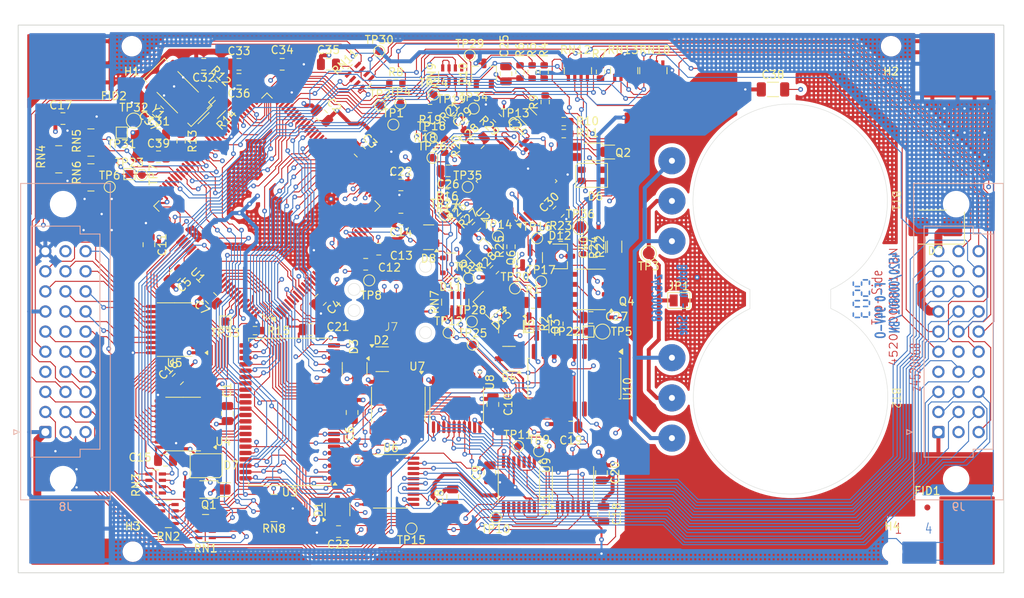
<source format=kicad_pcb>
(kicad_pcb (version 20241229) (generator "pcbnew") (generator_version "9.0")
  (layers (0 "F.Cu" signal) (4 "In1.Cu" signal) (6 "In2.Cu" signal) (2 "B.Cu" signal) (13 "F.Paste" user) (15 "B.Paste" user) (5 "F.SilkS" user "F.Silkscreen") (7 "B.SilkS" user "B.Silkscreen") (1 "F.Mask" user) (3 "B.Mask" user) (25 "Edge.Cuts" user))
  (net 0 "")
  (net 2 "VDD")
  (net 15 "unconnected-(U1-~{CSBOOT}-Pad140)")
  (net 21 "A19")
  (net 26 "unconnected-(U2-PB0-Pad12)")
  (net 29 "unconnected-(RN2-R1.2-Pad8)")
  (net 32 "PF1")
  (net 33 "GND")
  (net 34 "A21")
  (net 35 "A20")
  (net 36 "A22")
  (net 37 "A23")
  (net 38 "unconnected-(U3-~{CE}-Pad6)")
  (net 39 "D4")
  (net 40 "D1")
  (net 41 "D5")
  (net 42 "D0")
  (net 43 "D3")
  (net 44 "D2")
  (net 45 "D6")
  (net 46 "D7")
  (net 51 "PQS0")
  (net 54 "unconnected-(U6-OE-Pad1)")
  (net 55 "unconnected-(U7-Load-Pad11)")
  (net 56 "unconnected-(U7-GND-Pad10)")
  (net 57 "unconnected-(U8-A->B-Pad1)")
  (net 58 "A2")
  (net 59 "A7")
  (net 60 "A1")
  (net 61 "A0")
  (net 62 "A6")
  (net 63 "A3")
  (net 64 "A4")
  (net 65 "A5")
  (net 66 "A8")
  (net 67 "A12")
  (net 68 "A16")
  (net 69 "A15")
  (net 70 "A17")
  (net 71 "A11")
  (net 72 "A10")
  (net 73 "A13")
  (net 74 "A18")
  (net 75 "A14")
  (net 76 "A9")
  (net 77 "D13")
  (net 78 "D11")
  (net 79 "D15")
  (net 80 "D14")
  (net 81 "D9")
  (net 82 "D10")
  (net 83 "D8")
  (net 84 "D12")
  (net 88 "unconnected-(U10-Fsel-Pad7)")
  (net 94 "unconnected-(U10-Fout-Pad10)")
  (net 96 "unconnected-(U10-Foe-Pad5)")
  (net 97 "unconnected-(U5-A->B-Pad1)")
  (net 98 "unconnected-(RN8-R4.1-Pad4)")
  (net 102 "Net-(RN12-R3.1)")
  (net 103 "Net-(RN7-R1.1)")
  (net 104 "unconnected-(J7-Pin_2-Pad2)")
  (net 105 "unconnected-(J7-Pin_4-Pad4)")
  (net 106 "unconnected-(J7-Pin_3-Pad3)")
  (net 107 "Net-(J7-Pin_1)")
  (net 108 "Net-(TP9-Pad1)")
  (net 109 "Net-(U4-Load)")
  (net 110 "OE")
  (net 111 "Net-(U11-Pad1)")
  (net 112 "CE")
  (net 113 "Net-(RN12-R2.2)")
  (net 115 "Net-(RN9-R1.2)")
  (net 116 "MOSI")
  (net 117 "MISO")
  (net 118 "SCK")
  (net 120 "unconnected-(D5-A-Pad2)")
  (net 121 "unconnected-(D5-K-Pad3)")
  (net 122 "Net-(U3-~{WE})")
  (net 123 "Net-(D2-K)")
  (net 124 "Net-(U3-~{OE})")
  (net 126 "unconnected-(Q1-C-Pad1)")
  (net 127 "unconnected-(Q1-E-Pad3)")
  (net 129 "Net-(RN1-R1.2)")
  (net 130 "Net-(J8B-Pin_b4)")
  (net 131 "/cRXD")
  (net 132 "Net-(J8A-Pin_a2)")
  (net 133 "Net-(J8C-Pin_c3)")
  (net 134 "Net-(J8C-Pin_c2)")
  (net 135 "/cA22")
  (net 136 "Net-(D4-K)")
  (net 140 "/cA20")
  (net 141 "Net-(J8B-Pin_b5)")
  (net 144 "/cPQS4")
  (net 145 "/cPF3")
  (net 146 "Net-(Q3-G)")
  (net 147 "Net-(Q3-D)")
  (net 148 "Net-(Q3-S)")
  (net 149 "+BATT")
  (net 150 "-BATT")
  (net 153 "Net-(U1-EXTAL)")
  (net 154 "Net-(R5-Pad2)")
  (net 155 "/c12V")
  (net 157 "Net-(C25-Pad1)")
  (net 159 "/cPF2")
  (net 160 "/cPQS1")
  (net 161 "/cPQS0")
  (net 162 "/cPQS2")
  (net 163 "PQS2")
  (net 164 "PF0")
  (net 165 "PQS1")
  (net 166 "PQS3")
  (net 167 "BERR")
  (net 168 "HALT")
  (net 169 "/cTXD")
  (net 170 "/cPF1")
  (net 171 "RXD")
  (net 172 "TXD")
  (net 173 "PGP7")
  (net 174 "PGP6")
  (net 175 "PGP0")
  (net 176 "PGP5")
  (net 177 "PGP4")
  (net 178 "FC1")
  (net 179 "FC0")
  (net 180 "/cPQS6")
  (net 181 "PQS6")
  (net 182 "PQS4")
  (net 183 "FC2")
  (net 184 "PQS5")
  (net 185 "CS0")
  (net 186 "/cPQS5")
  (net 187 "/12Vin")
  (net 188 "PF4")
  (net 189 "PF2")
  (net 190 "PF3")
  (net 191 "RW")
  (net 192 "PF7")
  (net 193 "PF5")
  (net 194 "RESET")
  (net 195 "Net-(RN11-R2.2)")
  (net 196 "CLKOUT")
  (net 197 "/cCLKOUT")
  (net 198 "Net-(U2-AREF)")
  (net 199 "unconnected-(D6-A-Pad4)")
  (net 200 "unconnected-(D7-A-Pad4)")
  (net 201 "Net-(U2-ADC6)")
  (net 202 "unconnected-(R9-Pad2)")
  (net 203 "unconnected-(R10-Pad2)")
  (net 204 "Net-(U1-XTAL)")
  (net 205 "Net-(C32-Pad1)")
  (net 206 "unconnected-(C38-Pad2)")
  (net 207 "Net-(C39-Pad2)")
  (net 208 "unconnected-(R15-Pad2)")
  (net 209 "/cPF5")
  (net 210 "/cD10")
  (net 211 "/cD11")
  (net 212 "/cD9")
  (net 213 "/cD8")
  (net 214 "/cD12")
  (net 215 "/cD14")
  (net 216 "/cD13")
  (net 217 "/cD15")
  (net 218 "/cD0")
  (net 219 "/cD7")
  (net 220 "/cA6")
  (net 221 "/cD6")
  (net 222 "/cA1")
  (net 223 "/cD1")
  (net 224 "/cA7")
  (net 225 "/cD4")
  (net 226 "/cA5")
  (net 227 "/cD2")
  (net 228 "/cA2")
  (net 229 "/cA8")
  (net 230 "/cD3")
  (net 231 "/cA0")
  (net 232 "/cA3")
  (net 233 "/cD5")
  (net 234 "PE2")
  (net 235 "PE0")
  (net 236 "DSCLK")
  (net 237 "DSI")
  (net 238 "PE1")
  (net 239 "FREEZE")
  (net 240 "DSO")
  (net 241 "PE6")
  (net 242 "PE3")
  (net 243 "PE5")
  (net 244 "PE4")
  (net 245 "PE7")
  (net 246 "/cPE1")
  (net 247 "/cRW")
  (net 248 "XFC")
  (net 249 "TSC")
  (net 250 "/cPQS3")
  (net 251 "/cRESET")
  (net 252 "unconnected-(R17-Pad2)")
  (net 253 "Net-(C26-Pad2)")
  (net 254 "Net-(R18-Pad2)")
  (net 255 "unconnected-(R20-Pad2)")
  (net 256 "Net-(U2-ADC7)")
  (net 257 "Net-(D11A-K)")
  (net 258 "Net-(D11B-K)")
  (net 259 "Net-(Q4B-G)")
  (net 261 "Net-(R11-Pad2)")
  (net 262 "unconnected-(D12-A-Pad3)")
  (net 263 "unconnected-(D13-A-Pad3)")
  (net 264 "Net-(D13-K-Pad1)")
  (net 265 "unconnected-(Q5-E-Pad2)")
  (net 266 "Net-(Q2-E)")
  (net 268 "unconnected-(R27-Pad1)")
  (net 269 "unconnected-(R28-Pad1)")
  (net 270 "PD3")
  (net 271 "PD5")
  (net 272 "Net-(Q5-B)")
  (net 273 "PD1")
  (net 274 "PC2")
  (net 275 "PC1")
  (net 276 "PD7")
  (net 277 "PD4")
  (net 278 "PD0")
  (net 279 "PC5")
  (net 280 "PD2")
  (net 281 "PC4")
  (net 282 "RST")
  (footprint "TestPoint:TestPoint_Pad_D1.0mm" (layer "F.Cu") (at 152.019 103.251)
    (property "Reference" "TP25")
    (property "Value" "TestPoint")
  )
  (footprint "TestPoint:TestPoint_Pad_D1.5mm" (layer "F.Cu") (at 109.22 74.93)
    (property "Reference" "TP32")
    (property "Value" "TestPoint")
  )
  (footprint "Resistor_SMD:R_0603_1608Metric" (layer "F.Cu") (at 165.862 90.995 -90)
    (property "Reference" "R24")
    (property "Value" "~")
  )
  (footprint "TestPoint:TestPoint_Pad_D1.5mm" (layer "F.Cu") (at 168.402 101.6)
    (property "Reference" "TP5")
    (property "Value" "TestPoint")
  )
  (footprint "TestPoint:TestPoint_Pad_D1.0mm" (layer "F.Cu") (at 146.812 77.089)
    (property "Reference" "TP18")
    (property "Value" "TestPoint")
  )
  (footprint "Package_QFP:TQFP-144_20x20mm_P0.5mm" (layer "F.Cu") (at 126.0287 85.7357 135)
    (property "Reference" "U1")
    (property "Value" "MC68331")
  )
  (footprint "Package_SO:TSSOP-20_4.4x6.5mm_P0.65mm" (layer "F.Cu") (at 141.6635 120.519)
    (property "Reference" "U6")
    (property "Value" "74LS573")
  )
  (footprint "TestPoint:TestPoint_Pad_D1.0mm" (layer "F.Cu") (at 151.892 100.33)
    (property "Reference" "TP28")
    (property "Value" "TestPoint")
  )
  (footprint "Resistor_SMD:R_Array_Concave_4x0603" (layer "F.Cu") (at 118.276 126.435)
    (property "Reference" "RN1")
    (property "Value" "330")
  )
  (footprint "Resistor_SMD:R_1206_3216Metric" (layer "F.Cu") (at 169.926 90.8705 90)
    (property "Reference" "R22")
    (property "Value" "10M")
  )
  (footprint "ADP:SOP-18_5.4x11.4mm_P1.27mm" (layer "F.Cu") (at 164.846 107.6002 -90)
    (property "Reference" "U10")
    (property "Value" "~")
  )
  (footprint "Capacitor_SMD:C_0805_2012Metric" (layer "F.Cu") (at 168.529 124.653 -90)
    (property "Reference" "C18")
    (property "Value" "C")
  )
  (footprint "Resistor_SMD:R_Array_Concave_4x0603" (layer "F.Cu") (at 165.297 68.619 90)
    (property "Reference" "RN12")
    (property "Value" "330")
  )
  (footprint "Resistor_SMD:R_1206_3216Metric" (layer "F.Cu") (at 119.634 73.533 -135)
    (property "Reference" "R14")
    (property "Value" "R")
  )
  (footprint "TestPoint:TestPoint_Pad_D1.0mm" (layer "F.Cu") (at 110.236 81.788 -90)
    (property "Reference" "TP7")
    (property "Value" "TestPoint")
  )
  (footprint "Resistor_SMD:R_0603_1608Metric" (layer "F.Cu") (at 151.003 87.503 45)
    (property "Reference" "R26")
    (property "Value" "~")
  )
  (footprint "TestPoint:TestPoint_Pad_D1.0mm" (layer "F.Cu") (at 151.638 66.675)
    (property "Reference" "TP29")
    (property "Value" "TestPoint")
  )
  (footprint "Capacitor_SMD:C_0805_2012Metric" (layer "F.Cu") (at 149.479 122.489 90)
    (property "Reference" "C8")
    (property "Value" "C")
  )
  (footprint "Resistor_SMD:R_0603_1608Metric" (layer "F.Cu") (at 163.512 75.057)
    (property "Reference" "R10")
    (property "Value" "1k")
  )
  (footprint "Capacitor_SMD:C_0805_2012Metric" (layer "F.Cu") (at 162.8508 86.4502 45)
    (property "Reference" "C30")
    (property "Value" "C")
  )
  (footprint "Capacitor_SMD:C_1206_3216Metric" (layer "F.Cu") (at 167.894 90.932 90)
    (property "Reference" "C40")
    (property "Value" "C")
  )
  (footprint "LED_SMD:LED_Cree-PLCC4_3.2x2.8mm_CCW" (layer "F.Cu") (at 118.344 118.553 180)
    (property "Reference" "D7")
    (property "Value" "LED_RBGA")
  )
  (footprint "Capacitor_SMD:C_0805_2012Metric" (layer "F.Cu") (at 111.125 90.617 -90)
    (property "Reference" "C11")
    (property "Value" "C")
  )
  (footprint "TestPoint:TestPoint_Pad_D1.0mm" (layer "F.Cu") (at 160.401 116.713)
    (property "Reference" "TP9")
    (property "Value" "TestPoint")
  )
  (footprint "Resistor_SMD:R_Array_Concave_4x0603" (layer "F.Cu") (at 126.912 123.895)
    (property "Reference" "RN8")
    (property "Value" "822")
  )
  (footprint "Capacitor_SMD:C_1206_3216Metric" (layer "F.Cu") (at 189.931 70.993)
    (property "Reference" "C38")
    (property "Value" "C")
  )
  (footprint "Crystal:Crystal_SMD_SeikoEpson_MC306-4Pin_8.0x3.2mm" (layer "F.Cu") (at 114.7568 71.3461 135)
    (property "Reference" "Y1")
    (property "Value" "32.768k")
  )
  (footprint "Resistor_SMD:R_0603_1608Metric" (layer "F.Cu") (at 168.148 68.771 -90)
    (property "Reference" "R7")
    (property "Value" "10k")
  )
  (footprint "Package_SO:TSSOP-20_4.4x6.5mm_P0.65mm" (layer "F.Cu") (at 142.617 110.8125 -90)
    (property "Reference" "U7")
    (property "Value" "74LS573")
  )
  (footprint "Capacitor_SMD:C_0805_2012Metric" (layer "F.Cu") (at 100.264 74.676 180)
    (property "Reference" "C17")
    (property "Value" "C")
  )
  (footprint "TestPoint:TestPoint_Pad_1.0x1.0mm" (layer "F.Cu") (at 107.696 76.454 180)
    (property "Reference" "TP31")
    (property "Value" "TestPoint")
  )
  (footprint "Capacitor_SMD:C_0805_2012Metric" (layer "F.Cu") (at 112.268 73.787 135)
    (property "Reference" "C37")
    (property "Value" "C")
  )
  (footprint "Capacitor_SMD:C_0805_2012Metric" (layer "F.Cu") (at 154.559 110.805 90)
    (property "Reference" "C10")
    (property "Value" "C")
  )
  (footprint "Package_TO_SOT_SMD:SOT-23-3" (layer "F.Cu") (at 137.099 106.2935 -90)
    (property "Reference" "D3")
    (property "Value" "BAS40-05")
  )
  (footprint "TestPoint:TestPoint_Pad_D1.5mm" (layer "F.Cu") (at 174.244 91.694 180)
    (property "Reference" "TP3")
    (property "Value" "TestPoint")
  )
  (footprint "Capacitor_SMD:C_0805_2012Metric" (layer "F.Cu") (at 142.941 83.058)
    (property "Reference" "C22")
    (property "Value" "C")
  )
  (footprint "Package_SO:TSSOP-14_4.4x5mm_P0.65mm" (layer "F.Cu") (at 157.846 120.9625 -90)
    (property "Reference" "U9")
    (property "Value" "74LS20")
  )
  (footprint "TestPoint:TestPoint_Pad_D1.0mm" (layer "F.Cu") (at 155.194 89.535)
    (property "Reference" "TP14")
    (property "Value" "TestPoint")
  )
  (footprint "Resistor_SMD:R_0603_1608Metric" (layer "F.Cu") (at 159.512 68.771 -90)
    (property "Reference" "R5")
    (property "Value" "100k")
  )
  (footprint "LED_SMD:LED_Cree-PLCC4_3.2x2.8mm_CCW" (layer "F.Cu") (at 167.025 81.85)
    (property "Reference" "D6")
    (property "Value" "LED_RBGA")
  )
  (footprint "Resistor_SMD:R_0603_1608Metric" (layer "F.Cu") (at 163.131 89.662)
    (property "Reference" "R23")
    (property "Value" "~")
  )
  (footprint "Package_TO_SOT_SMD:SOT-23-3" (layer "F.Cu") (at 156.845 100.9705 -90)
    (property "Reference" "D5")
    (property "Value" "BAS40-05")
  )
  (footprint "Resistor_SMD:R_0603_1608Metric" (layer "F.Cu") (at 115.189 77.534 -90)
    (property "Reference" "R13")
    (property "Value" "R")
  )
  (footprint "Capacitor_SMD:C_0805_2012Metric" (layer "F.Cu") (at 152.7442 77.7608 45)
    (property "Reference" "C28")
    (property "Value" "C")
  )
  (footprint "TestPoint:TestPoint_Pad_D1.0mm" (layer "F.Cu") (at 138.938 95.123 180)
    (property "Reference" "TP8")
    (property "Value" "TestPoint")
  )
  (footprint "Resistor_SMD:R_Array_Concave_4x0603" (layer "F.Cu") (at 103.798 77.705)
    (property "Reference" "RN5")
    (property "Value" "R_Pack04")
  )
  (footprint "Resistor_SMD:R_0603_1608Metric" (layer "F.Cu") (at 155.1186 74.6006 135)
    (property "Reference" "R29")
    (property "Value" "~")
  )
  (footprint "ADP:Battery_CR2450" (layer "F.Cu") (at 192.405 109.982 -90)
    (property "Reference" "BT2")
    (property "Value" "Battery_Cell")
  )
  (footprint "Resistor_SMD:R_Array_Concave_4x0603" (layer "F.Cu") (at 103.798 82.112)
    (property "Reference" "RN6")
    (property "Value" "822")
  )
  (footprint "Package_SO:TSSOP-20_4.4x6.5mm_P0.65mm" (layer "F.Cu") (at 115.443 113.284 180)
    (property "Reference" "U4")
    (property "Value" "74LS573")
  )
  (footprint "MountingHole:MountingHole_2.1mm" (layer "F.Cu") (at 204.978 129.413)
    (property "Reference" "H4")
    (property "Value" "MountingHole")
  )
  (footprint "Capacitor_SMD:C_0805_2012Metric" (layer "F.Cu") (at 136.779 111.826 90)
    (property "Reference" "C6")
    (property "Value" "C")
  )
  (footprint "TestPoint:TestPoint_Pad_1.0x1.0mm" (layer "F.Cu") (at 166.624 101.6)
    (property "Reference" "TP22")
    (property "Value" "TestPoint")
  )
  (footprint "Package_TO_SOT_SMD:TSOT-23" (layer "F.Cu") (at 152.908 91.567 135)
    (property "Reference" "Q5")
    (property "Value" "BC807-40W")
  )
  (footprint "Capacitor_SMD:C_0805_2012Metric" (layer "F.Cu") (at 121.031 111.953 -90)
    (property "Reference" "C1")
    (property "Value" "C")
  )
  (footprint "Resistor_SMD:R_Array_Concave_4x0603" (layer "F.Cu") (at 149.422 69.127 90)
    (property "Reference" "RN9")
    (property "Value" "R_Pack04")
  )
  (footprint "Capacitor_SMD:C_0805_2012Metric" (layer "F.Cu") (at 114.7712 107.6058 45)
    (property "Reference" "C16")
    (property "Value" "C")
  )
  (footprint "TestPoint:TestPoint_Pad_D1.0mm" (layer "F.Cu") (at 106.172 83.312)
    (property "Reference" "TP6")
    (property "Value" "TestPoint")
  )
  (footprint "Resistor_SMD:R_0603_1608Metric" (layer "F.Cu") (at 119.2014 70.3064 -45)
    (property "Reference" "R12")
    (property "Value" "R")
  )
  (footprint "OptoDevice:Osram_SMD-SmartDIL" (layer "F.Cu") (at 118.432 121.554 180)
    (property "Reference" "Q1")
    (property "Value" "Q_Photo_NPN_CBE")
  )
  (footprint "TestPoint:TestPoint_Pad_D1.0mm" (layer "F.Cu") (at 147.066 71.628)
    (property "Reference" "TP24")
    (property "Value" "TestPoint")
  )
  (footprint "TestPoint:TestPoint_Pad_D1.0mm" (layer "F.Cu") (at 141.986 75.438)
    (property "Reference" "TP1")
    (property "Value" "TestPoint")
  )
  (footprint "Package_TO_SOT_SMD:SOT-143" (layer "F.Cu") (at 146.447 89.674 180)
    (property "Reference" "D8")
    (property "Value" "BAS28")
  )
  (footprint "Package_SO:TSOP-II-44_10.16x18.41mm_P0.8mm" (layer "F.Cu") (at 128.9055 111.742 180)
    (property "Reference" "U3")
    (property "Value" "CY62157")
  )
  (footprint "TestPoint:TestPoint_Pad_D1.0mm" (layer "F.Cu") (at 151.384 83.312)
    (property "Reference" "TP35")
    (property "Value" "TestPoint")
  )
  (footprint "TestPoint:TestPoint_Pad_D1.0mm" (layer "F.Cu") (at 148.971 101.727)
    (property "Reference" "TP12")
    (property "Value" "TestPoint")
  )
  (footprint "Resistor_SMD:R_Array_Concave_4x0603" (layer "F.Cu") (at 149.803 97.878 90)
    (property "Reference" "RN7")
    (property "Value" "822")
  )
  (footprint "Capacitor_SMD:C_0805_2012Metric" (layer "F.Cu") (at 114.3902 94.5248 -135)
    (property "Reference" "C5")
    (property "Value" "C")
  )
  (footprint "Diode_SMD:D_SMB" (layer "F.Cu") (at 210.44 88.392 180)
    (property "Reference" "D9")
    (property "Value" "SM6T6V8A")
  )
  (footprint "Capacitor_SMD:C_0805_2012Metric" (layer "F.Cu") (at 137.7582 78.8302 135)
    (property "Reference" "C3")
    (property "Value" "C")
  )
  (footprint "Capacitor_SMD:C_0805_2012Metric" (layer "F.Cu") (at 112.334 79.502)
    (property "Reference" "C39")
    (property "Value" "C")
  )
  (footprint "Fiducial:Fiducial_0.75mm_Mask2.25mm" (layer "F.Cu") (at 209.423 123.825)
    (property "Reference" "FID1")
    (property "Value" "Fiducial")
  )
  (footprint "Capacitor_SMD:C_0805_2012Metric" (layer "F.Cu") (at 138.496 93.091 180)
    (property "Reference" "C12")
    (property "Value" "C")
  )
  (footprint "Resistor_SMD:R_Array_Concave_4x0603" (layer "F.Cu") (at 111.975 120.796)
    (property "Reference" "RN3")
    (property "Value" "330")
  )
  (footprint "Capacitor_SMD:C_0805_2012Metric" (layer "F.Cu") (at 142.941 87.376 180)
    (property "Reference" "C14")
    (property "Value" "C")
  )
  (footprint "Capacitor_SMD:C_0805_2012Metric" (layer "F.Cu") (at 113.223 117.856)
    (property "Reference" "C15")
    (property "Value" "C")
  )
  (footprint "Resistor_SMD:R_0603_1608Metric" (layer "F.Cu") (at 161.036 68.771 -90)
    (property "Reference" "R4")
    (property "Value" "1k")
  )
  (footprint "Capacitor_SMD:C_0805_2012Metric" (layer "F.Cu") (at 122.494 69.723)
    (property "Reference" "C36")
    (property "Value" "C")
  )
  (footprint "Resistor_SMD:R_0603_1608Metric" (layer "F.Cu") (at 124.523 101.473 180)
    (property "Reference" "R15")
    (property "Value" "R")
  )
  (footprint "TestPoint:TestPoint_Pad_D1.0mm" (layer "F.Cu") (at 142.875 72.771)
    (property "Reference" "TP4")
    (property "Value" "DSCLK")
  )
  (footprint "Resistor_SMD:R_0603_1608Metric" (layer "F.Cu") (at 156.845 90.869 90)
    (property "Reference" "R25")
    (property "Value" "~")
  )
  (footprint "Fiducial:Fiducial_0.75mm_Mask2.25mm" (layer "F.Cu") (at 106.68 73.914)
    (property "Reference" "FID2")
    (property "Value" "Fiducial")
  )
  (footprint "MountingHole:MountingHole_2.1mm" (layer "F.Cu") (at 109.093 129.413)
    (property "Reference" "H3")
    (property "Value" "MountingHole")
  )
  (footprint "TestPoint:TestPoint_Pad_D1.0mm" (layer "F.Cu") (at 148.463 86.868)
    (property "Reference" "TP27")
    (property "Value" "TestPoint")
  )
  (footprint "TestPoint:TestPoint_Pad_D1.0mm" (layer "F.Cu") (at 146.939 79.629)
    (property "Reference" "TP26")
    (property "Value" "TestPoint")
  )
  (footprint "TestPoint:TestPoint_Pad_D1.0mm" (layer "F.Cu") (at 149.352 73.66)
    (property "Reference" "TP19")
    (property "Value" "TestPoint")
  )
  (footprint "TestPoint:TestPoint_Pad_D1.0mm" (layer "F.Cu") (at 144.272 126.492 180)
    (property "Reference" "TP15")
    (property "Value" "TestPoint")
  )
  (footprint "TestPoint:TestPoint_Pad_D1.0mm" (layer "F.Cu") (at 140.208 66.167)
    (property "Reference" "TP30")
    (property "Value" "TestPoint")
  )
  (footprint "Capacitor_SMD:C_0805_2012Metric" (layer "F.Cu") (at 154.178 119.446 90)
    (property "Reference" "C9")
    (property "Value" "C")
  )
  (footprint "Capacitor_SMD:C_0805_2012Metric" (layer "F.Cu") (at 118.9622 97.3722 135)
    (property "Reference" "C7")
    (property "Value" "C")
  )
  (footprint "Capacitor_SMD:C_0805_2012Metric" (layer "F.Cu") (at 132.969 74.295 135)
    (property "Reference" "C2")
    (property "Value" "C")
  )
  (footprint "Package_TO_SOT_SMD:TSOT-23" (layer "F.Cu") (at 163.028 92.075)
    (property "Reference" "D12")
    (property "Value" "BAS40-06")
  )
  (footprint "Jumper:SolderJumper-2_P1.3mm_Open_Pad1.0x1.5mm" (layer "F.Cu") (at 178.039 97.663)
    (property "Reference" "JP1")
    (property "Value" "Jumper_2_Open")
  )
  (footprint "Capacitor_SMD:C_0805_2012Metric" (layer "F.Cu") (at 140.142 91.186 180)
    (property "Reference" "C13")
    (property "Value" "C")
  )
  (footprint "Capacitor_SMD:C_0805_2012Metric" (layer "F.Cu") (at 151.892 75.692 45)
    (property "Reference" "C29")
    (property "Value" "C")
  )
  (footprint "Resistor_SMD:R_0603_1608Metric" (layer "F.Cu") (at 148.781 84.582 180)
    (property "Reference" "R17")
    (property "Value" "~")
  )
  (footprint "Package_TO_SOT_SMD:SOT-143" (layer "F.Cu") (at 149.241 93.23 180)
    (property "Reference" "D11")
    (property "Value" "BAS28")
  )
  (footprint "Capacitor_SMD:C_0805_2012Metric" (layer "F.Cu") (at 135.067 126.873)
    (property "Reference" "C23")
    (property "Value" "C")
  )
  (footprint "Package_TO_SOT_SMD:SOT-23-3" (layer "F.Cu") (at 140.5835 105.09)
    (property "Reference" "D2")
    (property "Value" "BAS40-05")
  )
  (footprint "Package_TO_SOT_SMD:TSOT-23" (layer "F.Cu") (at 153.8343 98.2607 -135)
    (property "Reference" "D13")
    (property "Value" "BAS40-06")
  )
  (footprint "Capacitor_SMD:C_0805_2012Metric" (layer "F.Cu") (at 148.905 81.28 180)
    (property "Reference" "C26")
    (property "Value" "C")
  )
  (footprint "Capacitor_SMD:C_0805_2012Metric" (layer "F.Cu") (at 166.944 99.822)
    (property "Reference" "C27")
    (property "Value" "C")
  )
  (footprint "Capacitor_SMD:C_0805_2012Metric" (layer "F.Cu") (at 112.334 76.708)
    (property "Reference" "C31")
    (property "Value" "C")
  )
  (footprint "Resistor_SMD:R_Array_Concave_4x0603" (layer "F.Cu") (at 174.822 68.619 90)
    (property "Reference" "RN10")
    (property "Value" "750")
  )
  (footprint "TestPoint:TestPoint_Pad_D1.0mm" (layer "F.Cu") (at 151.511 94.869)
    (property "Reference" "TP21")
    (property "Value" "TestPoint")
  )
  (footprint "Capacitor_SMD:C_0805_2012Metric" (layer "F.Cu") (at 127.95 67.818 180)
    (property "Reference" "C34")
    (property "Value" "C")
  )
  (footprint "Package_SO:TSSOP-14_4.4x5mm_P0.65mm" (layer "F.Cu") (at 164.674 120.8455 90)
    (property "Reference" "U11")
    (property "Value" "74LS08")
  )
  (footprint "Resistor_SMD:R_0603_1608Metric" (layer "F.Cu") (at 145.987 75.692 180)
    (property "Reference" "R18")
    (property "Value" "~")
  )
  (footprint "Capacitor_SMD:C_0805_2012Metric" (layer "F.Cu") (at 118.044 67.818 180)
    (property "Reference" "C32")
    (property "Value" "C")
  )
  (footprint "Capacitor_SMD:C_0805_2012Metric" (layer "F.Cu") (at 164.399 113.665 180)
    (property "Reference" "C19")
    (property "Value" "C")
  )
  (footprint "Package_TO_SOT_SMD:SOT-23" (layer "F.Cu") (at 159.258 92.2505 90)
    (property "Reference" "Q6")
    (property "Value" "BC846")
  )
  (footprint "TestPoint:TestPoint_Pad_D1.0mm" (layer "F.Cu") (at 157.353 75.438)
    (property "Reference" "TP13")
    (property "Value" "TestPoint")
  )
  (footprint "TestPoint:TestPoint_Pad_D1.0mm" (layer "F.Cu") (at 160.655 95.25)
    (property "Reference" "TP17")
    (property "Value" "TestPoint")
  )
  (footprint "Resistor_SMD:R_0603_1608Metric" (layer "F.Cu") (at 152.4754 88.3166 45)
    (property "Reference" "R27")
    (property "Value" "~")
  )
  (footprint "Resistor_SMD:R_0603_1608Metric" (layer "F.Cu") (at 148.781 83.058 180)
    (property "Reference" "R16")
    (property "Value" "~")
  )
  (footprint "Resistor_SMD:R_0603_1608Metric" (layer "F.Cu") (at 148.463 78.169 -90)
    (property "Reference" "R20")
    (property "Value" "~")
  )
  (footprint "Resistor_SMD:R_0603_1608Metric" (layer "F.Cu") (at 163.512 76.581)
    (property "Reference" "R11")
    (property "Value" "0")
  )
  (footprint "OptoDevice:Osram_SMD-SmartDIL" (layer "F.Cu") (at 166.946 78.882 180)
    (property "Reference" "Q2")
    (property "Value" "Q_Photo_NPN_CBE")
  )
  (footprint "Resistor_SMD:R_0805_2012Metric" (layer "F.Cu") (at 162.687 100.6075 90)
    (property "Reference" "R2")
    (property "Value" "1")
  )
  (footprint "Resistor_SMD:R_Array_Concave_4x0603" (layer "F.Cu") (at 113.577 124.657)
    (property "Reference" "RN2")
    (property "Value" "750")
  )
  (footprint "ADP:Battery_CR2450" (layer "F.Cu") (at 192.405 85.09 -90)
    (property "Reference" "BT1")
    (property "Value" "Battery_Cell")
  )
  (footprint "Capacitor_SMD:C_1206_3216Metric" (layer "F.Cu") (at 158.9418 74.3598 135)
    (property "Reference" "C24")
    (property "Value" "C")
  )
  (footprint "Resistor_SMD:R_0603_1608Metric" (layer "F.Cu") (at 154.7614 93.7776 45)
    (property "Reference" "R28")
    (property "Value" "~")
  )
  (footprint "TestPoint:TestPoint_Pad_D1.5mm" (layer "F.Cu") (at 165.608 88.392)
    (property "Reference" "TP36")
    (property "Value" "TestPoint")
  )
  (footprint "Package_SO:SOIC-8_3.9x4.9mm_P1.27mm" (layer "F.Cu") (at 166.813 96.266 180)
    (property "Reference" "Q4")
    (property "Value" "IRF7313")
  )
  (footprint "TestPoint:TestPoint_Pad_D1.0mm" (layer "F.Cu") (at 140.335 73.025)
    (property "Reference" "TP2")
    (property "Value" "DSI")
  )
  (footprint "Capacitor_SMD:C_0805_2012Metric" (layer "F.Cu") (at 156.21 69.022 90)
    (property "Reference" "C25")
    (property "Value" "C")
  )
  (footprint "TestPoint:TestPoint_Pad_D1.0mm" (layer "F.Cu") (at 157.353 96.139)
    (property "Reference" "TP20")
    (property "Value" "TestPoint")
  )
  (footprint "ADP:Deckel" (layer "F.Cu") (at 141.732 93.98)
    (property "Reference" "J7")
    (property "Value" "Conn_01x04_Socket")
  )
  (footprint "Resistor_SMD:R_0805_2012Metric" (layer "F.Cu") (at 159.6155 97.917)
    (property "Reference" "R1")
    (property "Value" "10")
  )
  (footprint "TestPoint:TestPoint_Pad_1.0x1.0mm" (layer "F.Cu") (at 108.6612 81.6864)
    (property "Reference" "TP23")
    (property "Value" "TestPoint")
  )
  (footprint "Resistor_SMD:R_Array_Concave_4x0603" (layer "F.Cu") (at 137.7322 69.3471 45)
    (property "Reference" "RN11")
    (property "Value" "R_Pack04")
  )
  (footprint "Capacitor_SMD:C_0805_2012Metric" (layer "F.Cu") (at 132.8052 97.5728 45)
    (property "Reference" "C4")
    (property "Value" "C")
  )
  (footprint "Resistor_SMD:R_0603_1608Metric" (layer "F.Cu") (at 157.988 68.771 -90)
    (property "Reference" "R6")
    (property "Value" "21.5k")
  )
  (footprint "Capacitor_SMD:C_0805_2012Metric" (layer "F.Cu") (at 122.494 67.818)
    (property "Reference" "C33")
    (property "Value" "C")
  )
  (footprint "Capacitor_SMD:C_0805_2012Metric" (layer "F.Cu") (at 133.792 67.818 180)
    (property "Reference" "C35")
    (property "Value" "C")
  )
  (footprint "Package_TO_SOT_SMD:SOT-23-3" (layer "F.Cu") (at 156.5855 105.029 180)
    (property "Reference" "D4")
    (property "Value" "BAS40-05")
  )
  (footprint "Resistor_SMD:R_0603_1608Metric" (layer "F.Cu") (at 142.304 70.231)
    (property "Reference" "R8")
    (property "Value" "R")
  )
  (footprint "TestPoint:TestPoint_Pad_D1.0mm" (layer "F.Cu") (at 160.147 89.789)
    (property "Reference" "TP16")
    (property "Value" "TestPoint")
  )
  (footprint "Package_TO_SOT_SMD:TSOT-23" (layer "F.Cu") (at 153.416 69.0095 90)
    (property "Reference" "D10")
    (property "Value" "BAV70")
  )
  (footprint "Package_TO_SOT_SMD:SOT-23-3" (layer "F.Cu") (at 134.935 124.0845 90)
    (property "Reference" "D1")
    (property "Value" "BAS40-05")
  )
  (footprint "TestPoint:TestPoint_Pad_D1.0mm" (layer "F.Cu") (at 154.94 125.095 180)
    (property "Reference" "TP10")
    (property "Value" "TestPoint")
  )
  (footprint "Capacitor_SMD:C_0805_2012Metric" (layer "F.Cu") (at 131.506 101.346 180)
    (property "Reference" "C21")
    (property "Value" "C")
  )
  (footprint "Resistor_SMD:R_0603_1608Metric" (layer "F.Cu") (at 146.622 73.406 180)
    (property "Reference" "R19")
    (property "Value" "~")
  )
  (footprint "Package_TO_SOT_SMD:SOT-23-3" (layer "F.Cu") (at 160.081 100.9595 -90)
    (property "Reference" "Q3")
    (property "Value" "BSS84")
  )
  (footprint "Resistor_SMD:R_0603_1608Metric" (layer "F.Cu") (at 150.114 74.803 45)
    (property "Reference" "R21")
    (property "Value" "~")
  )
  (footprint "Package_QFP:TQFP-32_7x7mm_P0.8mm" (layer "F.Cu") (at 157.54 82.5821 135)
    (property "Reference" "U2")
    (property "Value" "ATmega48V-10A")
  )
  (footprint "Package_SO:TSSOP-20_4.4x6.5mm_P0.65mm" (layer "F.Cu") (at 149.983 110.8125 -90)
    (property "Reference" "U8")
    (property "Value" "74LS245")
  )
  (footprint "Capacitor_SMD:C_0805_2012Metric" (layer "F.Cu") (at 168.275 119.441 90)
    (property "Reference" "C20")
    (property "Value" "C")
  )
  (footprint "Package_SO:TSSOP-20_4.4x6.5mm_P0.65mm" (layer "F.Cu") (at 114.3585 101.35 180)
    (property "Reference" "U5")
    (property "Value" "74LS245")
  )
  (footprint "Resistor_SMD:R_Array_Concave_4x0603" (layer "F.Cu") (at 171.139 68.619 90)
    (property "Reference" "RN13")
    (property "Value" "822")
  )
  (footprint "Resistor_SMD:R_0603_1608Metric" (layer "F.Cu") (at 161.163 72.58 90)
    (property "Reference" "R9")
    (property "Value" "1k")
  )
  (footprint "MountingHole:MountingHole_2.1mm" (layer "F.Cu") (at 108.966 65.532 180)
    (property "Reference" "H1")
    (property "Value" "MountingHole")
  )
  (footprint "Resistor_SMD:R_Array_Concave_4x0603" (layer "F.Cu") (at 99.734 79.826)
    (property "Reference" "RN4")
    (property "Value" "R_Pack04")
  )
  (footprint "MountingHole:MountingHole_2.1mm" (layer "F.Cu") (at 204.851 65.532 180)
    (property "Reference" "H2")
    (property "Value" "MountingHole")
  )
  (footprint "TestPoint:TestPoint_Pad_D1.0mm" (layer "F.Cu") (at 152.146 73.406)
    (property "Reference" "TP34")
    (property "Value" "TestPoint")
  )
  (footprint "TestPoint:TestPoint_Pad_1.0x1.0mm" (layer "F.Cu") (at 120.777 100.33 180)
    (property "Reference" "TP33")
    (property "Value" "TestPoint")
  )
  (footprint "TestPoint:TestPoint_Pad_D1.0mm" (layer "F.Cu") (at 157.734 116.078)
    (property "Reference" "TP11")
    (property "Value" "TestPoint")
  )
  (footprint "Connector_DIN:DIN41612_R3_3x10_Male_Vertical_THT" (layer "B.Cu") (at 98.044 114.3)
    (property "Reference" "J8")
    (property "Value" "DIN41612_03x10_ABC")
  )
  (footprint "Connector_DIN:DIN41612_R3_3x10_Male_Vertical_THT" (layer "B.Cu") (at 210.82 114.3)
    (property "Reference" "J9")
    (property "Value" "DIN41612_03x10_ABC")
  )
  (gr_line (start 200.3298 99.8093) (end 200.8378 99.8093) (stroke (width 0.2)) (layer "B.Cu"))
  (gr_line (start 201.3712 98.425) (end 201.8792 98.425) (stroke (width 0.2)) (layer "B.Cu"))
  (gr_line (start 201.3458 99.7458) (end 201.8538 99.7458) (stroke (width 0.2)) (layer "B.Cu"))
  (gr_line (start 202.1078 99.5172) (end 202.1078 99.1362) (stroke (width 0.2)) (layer "B.Cu"))
  (gr_line (start 201.3712 97.1169) (end 201.8792 97.1169) (stroke (width 0.2)) (layer "B.Cu"))
  (gr_line (start 200.0758 95.7326) (end 200.0758 95.3516) (stroke (width 0.2)) (layer "B.Cu"))
  (gr_line (start 201.3458 95.0595) (end 201.8538 95.0595) (stroke (width 0.2)) (layer "B.Cu"))
  (gr_line (start 201.1172 99.6315) (end 201.1172 99.2505) (stroke (width 0.2)) (layer "B.Cu"))
  (gr_line (start 200.3552 96.3803) (end 200.8632 96.3803) (stroke (width 0.2)) (layer "B.Cu"))
  (gr_line (start 202.1078 96.8883) (end 202.1078 96.5073) (stroke (width 0.2)) (layer "B.Cu"))
  (gr_line (start 200.3298 95.8977) (end 200.8378 95.8977) (stroke (width 0.2)) (layer "B.Cu"))
  (gr_line (start 200.3298 97.6884) (end 200.8378 97.6884) (stroke (width 0.2)) (layer "B.Cu"))
  (gr_line (start 201.3712 97.6376) (end 201.8792 97.6376) (stroke (width 0.2)) (layer "B.Cu"))
  (gr_line (start 202.1078 95.6056) (end 202.1078 95.2246) (stroke (width 0.2)) (layer "B.Cu"))
  (gr_line (start 201.1172 96.9899) (end 201.1172 96.6089) (stroke (width 0.2)) (layer "B.Cu"))
  (gr_line (start 201.1172 95.7199) (end 201.1172 95.3389) (stroke (width 0.2)) (layer "B.Cu"))
  (gr_line (start 200.3298 98.4758) (end 200.8378 98.4758) (stroke (width 0.2)) (layer "B.Cu"))
  (gr_line (start 200.0758 98.2853) (end 200.0758 97.9043) (stroke (width 0.2)) (layer "B.Cu"))
  (gr_line (start 200.0758 96.9899) (end 200.0758 96.6089) (stroke (width 0.2)) (layer "B.Cu"))
  (gr_line (start 200.0758 99.6442) (end 200.0758 99.2632) (stroke (width 0.2)) (layer "B.Cu"))
  (gr_line (start 202.1078 98.1583) (end 202.1078 97.7773) (stroke (width 0.2)) (layer "B.Cu"))
  (gr_circle (center 146.05 93.345) (end 146.812 93.345) (stroke (width 0.05)) (fill no) (layer "Edge.Cuts"))
  (gr_line (start 197.231 96.265998) (end 197.231 98.679) (stroke (width 0.05)) (layer "Edge.Cuts"))
  (gr_circle (center 137.033 96.266) (end 137.795 96.266) (stroke (width 0.05)) (fill no) (layer "Edge.Cuts"))
  (gr_rect (start 94.615 62.865) (end 219.075 132.08) (stroke (width 0.1)) (fill no) (layer "Edge.Cuts"))
  (gr_arc (start 187.022751 96.288057) (mid 192.076225 72.835713) (end 197.231 96.266) (stroke (width 0.05)) (layer "Edge.Cuts"))
  (gr_circle (center 146.05 101.727) (end 146.812 101.727) (stroke (width 0.05)) (fill no) (layer "Edge.Cuts"))
  (gr_arc (start 197.231 98.679) (mid 192.177526 122.131344) (end 187.022751 98.701057) (stroke (width 0.05)) (layer "Edge.Cuts"))
  (gr_line (start 187.022751 98.701059) (end 187.022751 96.288056) (stroke (width 0.05)) (layer "Edge.Cuts"))
  (gr_circle (center 137.033 98.933) (end 137.795 98.933) (stroke (width 0.05)) (fill no) (layer "Edge.Cuts"))
  (gr_text "z4520068" (at 208.661 109.22 90) (layer "F.Cu") (effects (font (size 1.27 0.82) (thickness 0.1)) (justify left bottom)))
  (gr_text "1" (at 205.232 127.254 0) (layer "F.Cu") (effects (font (size 1.27 1) (thickness 0.1)) (justify left bottom)))
  (gr_text "Top-Side" (at 203.835 100.838 90) (layer "F.Cu") (effects (font (size 1.27 1) (thickness 0.1)) (justify left bottom)))
  (gr_text "4520/006801/BN" (at 205.74 106.045 90) (layer "F.Cu") (effects (font (size 1 1.1) (thickness 0.1)) (justify left bottom)))
  (gr_text "Bottom - Side" (at 179.197 92.964 90) (layer "B.Cu") (effects (font (size 1.2 0.8) (thickness 0.2)) (justify left bottom mirror)))
  (gr_text "4520/006801/BN" (at 205.994 91.44 90) (layer "B.Cu") (effects (font (size 1.2 0.75) (thickness 0.175) (bold yes)) (justify left bottom mirror)))
  (gr_text "4" (at 209.042 127.254 0) (layer "B.Cu") (effects (font (size 1.27 1) (thickness 0.1)) (justify left bottom)))
  (gr_text "F-0 94V-O" (at 204.216 95.25 90) (layer "B.Cu") (effects (font (size 1.2 0.8) (thickness 0.2) (bold yes)) (justify left bottom mirror)))
  (gr_text "z4520068" (at 176.022 94.234 90) (layer "B.Cu") (effects (font (size 1.2 0.8) (thickness 0.2)) (justify left bottom mirror)))
  (segment (start 172.339 66.929) (end 171.958 66.548) (width 0.254) (layer "F.Cu") (net 2))
  (segment (start 130.556 121.412) (end 132.207 123.063) (width 0.127) (layer "F.Cu") (net 2))
  (segment (start 141.732 82.799) (end 141.991 83.058) (width 0.5) (layer "F.Cu") (net 2))
  (segment (start 101.214 75.824) (end 100.838 76.2) (width 0.5) (layer "F.Cu") (net 2))
  (segment (start 170.434 66.548) (end 171.196 66.548) (width 0.254) (layer "F.Cu") (net 2))
  (segment (start 101.854 78.74) (end 101.854 77.978) (width 0.254) (layer "F.Cu") (net 2))
  (segment (start 136.906 112.903) (end 136.779 112.776) (width 0.127) (layer "F.Cu") (net 2))
  (segment (start 123.915 111.342) (end 130.556 117.983) (width 0.127) (layer "F.Cu") (net 2))
  (segment (start 116.332 77.597) (end 114.554 77.597) (width 0.254) (layer "F.Cu") (net 2))
  (segment (start 154.94 122.301) (end 155.448 121.793) (width 0.5) (layer "F.Cu") (net 2))
  (segment (start 141.732 117.348) (end 142.113 116.967) (width 0.127) (layer "F.Cu") (net 2))
  (segment (start 132.133 97.1439) (end 132.133 97.6942) (width 0.127) (layer "F.Cu") (net 2))
  (segment (start 120.2742 75.385) (end 120.7873 75.8981) (width 0.127) (layer "F.Cu") (net 2))
  (segment (start 111.384 76.708) (end 111.125 76.449) (width 0.5) (layer "F.Cu") (net 2))
  (segment (start 157.196 118.1) (end 157.196 121.128) (width 0.254) (layer "F.Cu") (net 2))
  (segment (start 152.564 75.0202) (end 153.326 75.0202) (width 0.254) (layer "F.Cu") (net 2))
  (segment (start 111.379 88.011) (end 111.379 89.413) (width 0.254) (layer "F.Cu") (net 2))
  (segment (start 141.732 78.867) (end 141.732 81.788) (width 0.5) (layer "F.Cu") (net 2))
  (segment (start 128.651 125.095) (end 128.905 124.841) (width 0.5) (layer "F.Cu") (net 2))
  (segment (start 111.496 104.275) (end 109.101 104.275) (width 0.127) (layer "F.Cu") (net 2))
  (segment (start 112.273 117.856) (end 112.273 117.724) (width 0.254) (layer "F.Cu") (net 2))
  (segment (start 171.958 66.548) (end 171.196 66.548) (width 0.254) (layer "F.Cu") (net 2))
  (segment (start 101.854 82.55) (end 100.838 82.55) (width 0.254) (layer "F.Cu") (net 2))
  (segment (start 153.4075 67.691) (end 153.416 67.6995) (width 0.127) (layer "F.Cu") (net 2))
  (segment (start 145.542 113.675) (end 145.542 115.189) (width 0.127) (layer "F.Cu") (net 2))
  (segment (start 163.5225 85.7785) (end 163.5226 85.7784) (width 0.127) (layer "F.Cu") (net 2))
  (segment (start 101.854 82.55) (end 101.854 81.788) (width 0.254) (layer "F.Cu") (net 2))
  (segment (start 143.891 88.392) (end 143.637 88.646) (width 0.5) (layer "F.Cu") (net 2))
  (segment (start 169.939 67.769) (end 169.939 67.043) (width 0.254) (layer "F.Cu") (net 2))
  (segment (start 142.748 89.916) (end 142.748 90.424) (width 0.5) (layer "F.Cu") (net 2))
  (segment (start 128.905 122.936) (end 128.905 123.444) (width 0.5) (layer "F.Cu") (net 2))
  (segment (start 153.326 75.0202) (end 153.543 74.803) (width 0.254) (layer "F.Cu") (net 2))
  (segment (start 188.456 70.993) (end 186.436 70.993) (width 0.5) (layer "F.Cu") (net 2))
  (segment (start 140.272 77.4065) (end 139.7 77.978) (width 0.5) (layer "F.Cu") (net 2))
  (segment (start 132.133 97.6942) (end 132.1334 97.6946) (width 0.127) (layer "F.Cu") (net 2))
  (segment (start 120.08 76.6461) (end 120.65 77.216) (width 0.127) (layer "F.Cu") (net 2))
  (segment (start 140.081 122.936) (end 141.732 121.285) (width 0.127) (layer "F.Cu") (net 2))
  (segment (start 123.318 111.342) (end 123.915 111.342) (width 0.127) (layer "F.Cu") (net 2))
  (segment (start 136.71 91.821) (end 135.866 90.9771) (width 0.127) (layer "F.Cu") (net 2))
  (segment (start 155.949 78.1627) (end 156.0109 78.2246) (width 0.127) (layer "F.Cu") (net 2))
  (segment (start 154.305 66.675) (end 153.416 67.564) (width 0.127) (layer "F.Cu") (net 2))
  (segment (start 140.081 124.46) (end 140.081 122.936) (width 0.127) (layer "F.Cu") (net 2))
  (segment (start 153.035 67.691) (end 152.4 67.691) (width 0.254) (layer "F.Cu") (net 2))
  (segment (start 163.83 86.086) (end 163.83 87.376) (width 0.127) (layer "F.Cu") (net 2))
  (segment (start 128.9 67.818) (end 130.683 67.818) (width 0.5) (layer "F.Cu") (net 2))
  (segment (start 102.948 82.512) (end 101.892 82.512) (width 0.254) (layer "F.Cu") (net 2))
  (segment (start 157.353 121.285) (end 158.75 122.682) (width 0.254) (layer "F.Cu") (net 2))
  (segment (start 109.101 104.275) (end 109.093 104.267) (width 0.127) (layer "F.Cu") (net 2))
  (segment (start 154.94 77.216) (end 154.94 76.2) (width 0.254) (layer "F.Cu") (net 2))
  (segment (start 162.978 85.7785) (end 163.523 85.7785) (width 0.127) (layer "F.Cu") (net 2))
  (segment (start 162.724 117.983) (end 162.724 119.29) (width 0.254) (layer "F.Cu") (net 2))
  (segment (start 138.176 75.311) (end 140.272 77.4065) (width 0.5) (layer "F.Cu") (net 2))
  (segment (start 101.854 77.216) (end 100.838 76.2) (width 0.254) (layer "F.Cu") (net 2))
  (segment (start 155.194 120.396) (end 155.448 120.65) (width 0.5) (layer "F.Cu") (net 2))
  (segment (start 111.125 79.248) (end 111.125 78.105) (width 0.5) (layer "F.Cu") (net 2))
  (segment (start 139.446 93.091) (end 139.065 93.091) (width 0.127) (layer "F.Cu") (net 2))
  (segment (start 160.221 84.3808) (end 161.036 84.3808) (width 0.127) (layer "F.Cu") (net 2))
  (segment (start 139.755 84.3834) (end 139.7554 84.3834) (width 0.254) (layer "F.Cu") (net 2))
  (segment (start 147.193 121.285) (end 147.193 120.777) (width 0.5) (layer "F.Cu") (net 2))
  (segment (start 114.099 108.278) (end 113.591 108.278) (width 0.5) (layer "F.Cu") (net 2))
  (segment (start 152.908 113.406) (end 154.554 111.76) (width 0.127) (layer "F.Cu") (net 2))
  (segment (start 136.525 75.311) (end 138.176 75.311) (width 0.5) (layer "F.Cu") (net 2))
  (segment (start 128.905 123.952) (end 129.286 123.952) (width 0.5) (layer "F.Cu") (net 2))
  (segment (start 101.854 77.978) (end 101.854 77.216) (width 0.254) (layer "F.Cu") (net 2))
  (segment (start 141.092 90.175) (end 141.092 91.186) (width 0.5) (layer "F.Cu") (net 2))
  (segment (start 102.948 78.105) (end 101.981 78.105) (width 0.254) (layer "F.Cu") (net 2))
  (segment (start 116.545 91.3307) (end 116.0575 91.818) (width 0.127) (layer "F.Cu") (net 2))
  (segment (start 133.6408 74.9302) (end 133.6408 74.9668) (width 0.127) (layer "F.Cu") (net 2))
  (segment (start 161.036 69.596) (end 160.274 68.834) (width 0.127) (layer "F.Cu") (net 2))
  (segment (start 119.38 98.044) (end 118.745 98.679) (width 0.127) (layer "F.Cu") (net 2))
  (segment (start 158.75 122.682) (end 159.385 122.682) (width 0.254) (layer "F.Cu") (net 2))
  (segment (start 152.4 118.872) (end 152.908 118.364) (width 0.127) (layer "F.Cu") (net 2))
  (segment (start 143.256 92.456) (end 142.621 93.091) (width 0.5) (layer "F.Cu") (net 2))
  (segment (start 162.978 85.7785) (end 163.5225 85.7785) (width 0.127) (layer "F.Cu") (net 2))
  (segment (start 101.93 81.712) (end 101.854 81.788) (width 0.254) (layer "F.Cu") (net 2))
  (segment (start 124.676 99.9407) (end 124.676 100.419) (width 0.127) (layer "F.Cu") (net 2))
  (segment (start 133.604 74.93) (end 133.641 74.9668) (width 0.127) (layer "F.Cu") (net 2))
  (segment (start 101.854 81.026) (end 101.968 80.912) (width 0.254) (layer "F.Cu") (net 2))
  (segment (start 116.5446 91.3309) (end 116.5446 91.3307) (width 0.127) (layer "F.Cu") (net 2))
  (segment (start 113.591 108.278) (end 112.268 109.601) (width 0.5) (layer "F.Cu") (net 2))
  (segment (start 101.854 83.312) (end 101.854 82.55) (width 0.254) (layer "F.Cu") (net 2))
  (segment (start 119.888 69.596) (end 120.142 69.596) (width 0.254) (layer "F.Cu") (net 2))
  (segment (start 140.915 84.3834) (end 140.97 84.328) (width 0.254) (layer "F.Cu") (net 2))
  (segment (start 134.6835 123.063) (end 134.819 123.063) (width 0.127) (layer "F.Cu") (net 2))
  (segment (start 118.745 70.739) (end 119.761 69.723) (width 0.254) (layer "F.Cu") (net 2))
  (segment (start 152.908 118.364) (end 152.908 117.475) (width 0.127) (layer "F.Cu") (net 2))
  (segment (start 165.349 112.771) (end 165.349 113.665) (width 0.254) (layer "F.Cu") (net 2))
  (segment (start 128.905 71.12) (end 129.159 71.374) (width 0.127) (layer "F.Cu") (net 2))
  (segment (start 142.621 93.091) (end 139.446 93.091) (width 0.5) (layer "F.Cu") (net 2))
  (segment (start 141.351 89.916) (end 141.092 90.175) (width 0.5) (layer "F.Cu") (net 2))
  (segment (start 149.479 123.439) (end 147.955 123.439) (width 0.5) (layer "F.Cu") (net 2))
  (segment (start 139.319 125.222) (end 140.081 124.46) (width 0.127) (layer "F.Cu") (net 2))
  (segment (start 133.7415 93.0985) (end 133.7449 93.0985) (width 0.127) (layer "F.Cu") (net 2))
  (segment (start 102.948 78.905) (end 102.019 78.905) (width 0.254) (layer "F.Cu") (net 2))
  (segment (start 115.062 93.853) (end 115.316 94.107) (width 0.127) (layer "F.Cu") (net 2))
  (segment (start 120.787 75.8981) (end 120.274 75.385) (width 0.254) (layer "F.Cu") (net 2))
  (segment (start 133.7449 93.0985) (end 133.745 93.0984) (width 0.127) (layer "F.Cu") (net 2))
  (segment (start 212.336 88.646) (end 212.59 88.392) (width 0.127) (layer "F.Cu") (net 2))
  (segment (start 116.0575 91.818) (end 116.5446 91.3309) (width 0.127) (layer "F.Cu") (net 2))
  (segment (start 168.915 120.391) (end 169.672 119.634) (width 0.5) (layer "F.Cu") (net 2))
  (segment (start 101.968 80.912) (end 102.948 80.912) (width 0.254) (layer "F.Cu") (net 2))
  (segment (start 147.95 123.439) (end 146.939 122.428) (width 0.5) (layer "F.Cu") (net 2))
  (segment (start 132.456 101.346) (end 132.456 102.484) (width 0.5) (layer "F.Cu") (net 2))
  (segment (start 137.922 92.075) (end 137.668 91.821) (width 0.127) (layer "F.Cu") (net 2))
  (segment (start 152.564 74.7662) (end 152.564 74.8932) (width 0.254) (layer "F.Cu") (net 2))
  (segment (start 153.162 73.406) (end 153.67 72.898) (width 0.254) (layer "F.Cu") (net 2))
  (segment (start 152.5638 74.8934) (end 152.5638 75.0202) (width 0.127) (layer "F.Cu") (net 2))
  (segment (start 163.269 82.4814) (end 161.731 82.4814) (width 0.127) (layer "F.Cu") (net 2))
  (segment (start 148.336 116.967) (end 149.479 118.11) (width 0.127) (layer "F.Cu") (net 2))
  (segment (start 143.256 90.932) (end 143.256 92.456) (width 0.5) (layer "F.Cu") (net 2))
  (segment (start 133.738 93.0985) (end 131.953 91.313) (width 0.127) (layer "F.Cu") (net 2))
  (segment (start 114.046 78.105) (end 113.411 78.105) (width 0.254) (layer "F.Cu") (net 2))
  (segment (start 141.732 81.788) (end 141.732 82.799) (width 0.5) (layer "F.Cu") (net 2))
  (segment (start 115.57 93.345) (end 115.062 93.853) (width 0.127) (layer "F.Cu") (net 2))
  (segment (start 121.544 69.723) (end 121.544 70.49) (width 0.5) (layer "F.Cu") (net 2))
  (segment (start 159.796 123.093) (end 159.385 122.682) (width 0.127) (layer "F.Cu") (net 2))
  (segment (start 172.339 67.769) (end 172.339 68.326) (width 0.254) (layer "F.Cu") (net 2))
  (segment (start 211.455 88.646) (end 212.336 88.646) (width 0.127) (layer "F.Cu") (net 2))
  (segment (start 164.846 111.379) (end 164.846 112.268) (width 0.254) (layer "F.Cu") (net 2))
  (segment (start 168.275 120.391) (end 168.915 120.391) (width 0.5) (layer "F.Cu") (net 2))
  (segment (start 150.495 118.11) (end 151.257 118.872) (width 0.127) (layer "F.Cu") (net 2))
  (segment (start 111.125 89.667) (end 111.125 89.408) (width 0.254) (layer "F.Cu") (net 2))
  (segment (start 164.846 107.061) (end 164.719 106.934) (width 0.254) (layer "F.Cu") (net 2))
  (segment (start 152.908 117.475) (end 154.559 115.824) (width 0.127) (layer "F.Cu") (net 2))
  (segment (start 127.762 122.695) (end 128.664 122.695) (width 0.5) (layer "F.Cu") (net 2))
  (segment (start 131.525 96.5354) (end 130.9166 95.927) (width 0.127) (layer "F.Cu") (net 2))
  (segment (start 111.379 79.502) (end 111.125 79.248) (width 0.5) (layer "F.Cu") (net 2))
  (segment (start 139.7554 84.3834) (end 140.915 84.3834) (width 0.254) (layer "F.Cu") (net 2))
  (segment (start 143.637 88.646) (end 143.637 89.027) (width 0.5) (layer "F.Cu") (net 2))
  (segment (start 172.339 68.326) (end 172.593 68.58) (width 0.254) (layer "F.Cu") (net 2))
  (segment (start 159.904 84.6976) (end 160.221 84.3808) (width 0.127) (layer "F.Cu") (net 2))
  (segment (start 154.559 115.824) (end 154.559 113.919) (width 0.127) (layer "F.Cu") (net 2))
  (segment (start 162.433 85.7785) (end 162.978 85.7785) (width 0.127) (layer "F.Cu") (net 2))
  (segment (start 115.57 92.3053) (end 115.57 93.345) (width 0.127) (layer "F.Cu") (net 2))
  (segment (start 110.744 89.027) (end 110.744 87.884) (width 0.254) (layer "F.Cu") (net 2))
  (segment (start 133.641 74.8932) (end 134.366 74.168) (width 0.5) (layer "F.Cu") (net 2))
  (segment (start 119.761 69.723) (end 119.888 69.596) (width 0.254) (layer "F.Cu") (net 2))
  (segment (start 137.16 115.189) (end 136.906 114.935) (width 0.127) (layer "F.Cu") (net 2))
  (segment (start 142.113 115.57) (end 141.732 115.189) (width 0.127) (layer "F.Cu") (net 2))
  (segment (start 155.887 78.1627) (end 155.194 77.47) (width 0.254) (layer "F.Cu") (net 2))
  (segment (start 169.939 67.043) (end 170.434 66.548) (width 0.254) (layer "F.Cu") (net 2))
  (segment (start 142.113 116.967) (end 148.336 116.967) (width 0.127) (layer "F.Cu") (net 2))
  (segment (start 128.816 124.295) (end 128.905 124.206) (width 0.5) (layer "F.Cu") (net 2))
  (segment (start 160.25 81) (end 159 81) (width 0.127) (layer "F.Cu") (net 2))
  (segment (start 115.316 94.107) (end 115.316 95.25) (width 0.5) (layer "F.Cu") (net 2))
  (segment (start 118.062 76.708) (end 117.221 76.708) (width 0.254) (layer "F.Cu") (net 2))
  (segment (start 143.637 89.027) (end 142.748 89.916) (width 0.5) (layer "F.Cu") (net 2))
  (segment (start 136.906 114.935) (end 136.906 112.903) (width 0.127) (layer "F.Cu") (net 2))
  (segment (start 127.762 125.095) (end 128.651 125.095) (width 0.5) (layer "F.Cu") (net 2))
  (segment (start 121.398 96.2804) (end 119.634 98.044) (width 0.127) (layer "F.Cu") (net 2))
  (segment (start 135.636 123.063) (end 137.795 125.222) (width 0.127) (layer "F.Cu") (net 2))
  (segment (start 120.0802 76.6254) (end 120.0802 76.6052) (width 0.127) (layer "F.Cu") (net 2))
  (segment (start 120.274 75.385) (end 120.2742 75.385) (width 0.127) (layer "F.Cu") (net 2))
  (segment (start 101.943 77.305) (end 101.854 77.216) (width 0.254) (layer "F.Cu") (net 2))
  (segment (start 119.38 73.787) (end 119.38 71.755) (width 0.254) (layer "F.Cu") (net 2))
  (segment (start 112.264 116.209) (end 112.014 116.459) (width 0.254) (layer "F.Cu") (net 2))
  (segment (start 132.133 97.6942) (end 132.133 98.2445) (width 0.127) (layer "F.Cu") (net 2))
  (segment (start 159.146 122.921) (end 159.385 122.682) (width 0.127) (layer "F.Cu") (net 2))
  (segment (start 120.65 77.216) (end 121.285 77.216) (width 0.127) (layer "F.Cu") (net 2))
  (segment (start 101.981 78.105) (end 101.854 77.978) (width 0.254) (layer "F.Cu") (net 2))
  (segment (start 132.715 127.381) (end 132.334 127) (width 0.127) (layer "F.Cu") (net 2))
  (segment (start 155.949 78.1627) (end 155.887 78.1627) (width 0.254) (layer "F.Cu") (net 2))
  (segment (start 160.262 85.8701) (end 159.904 85.5122) (width 0.127) (layer "F.Cu") (net 2))
  (segment (start 151.257 118.872) (end 152.4 118.872) (width 0.127) (layer "F.Cu") (net 2))
  (segment (start 133.745 93.0985) (end 133.7415 93.0985) (width 0.127) (layer "F.Cu") (net 2))
  (segment (start 124.6764 99.9403) (end 124.6764 99.4624) (width 0.127) (layer "F.Cu") (net 2))
  (segment (start 136.8928 80.1749) (end 136.2199 80.8478) (width 0.127) (layer "F.Cu") (net 2))
  (segment (start 153.162 74.422) (end 153.162 74.168) (width 0.254) (layer "F.Cu") (net 2))
  (segment (start 102.019 78.905) (end 101.854 78.74) (width 0.254) (layer "F.Cu") (net 2))
  (segment (start 164 81.75) (end 163.269 82.4814) (width 0.127) (layer "F.Cu") (net 2))
  (segment (start 133.609 127.381) (end 132.715 127.381) (width 0.127) (layer "F.Cu") (net 2))
  (segment (start 146.939 121.539) (end 147.193 121.285) (width 0.5) (layer "F.Cu") (net 2))
  (segment (start 136.22 80.8478) (end 136.893 80.1749) (width 0.127) (layer "F.Cu") (net 2))
  (segment (start 140.462 77.597) (end 141.732 78.867) (width 0.5) (layer "F.Cu") (net 2))
  (segment (start 119.019 77.6659) (end 118.062 76.708) (width 0.254) (layer "F.Cu") (net 2))
  (segment (start 153.035 74.295) (end 152.564 74.7662) (width 0.254) (layer "F.Cu") (net 2))
  (segment (start 111.125 76.967) (end 111.384 76.708) (width 0.5) (layer "F.Cu") (net 2))
  (segment (start 139.065 93.091) (end 138.049 92.075) (width 0.127) (layer "F.Cu") (net 2))
  (segment (start 139.7 77.978) (end 138.43 79.248) (width 0.5) (layer "F.Cu") (net 2))
  (segment (start 154.554 111.76) (end 154.559 111.755) (width 0.127) (layer "F.Cu") (net 2))
  (segment (start 137.668 91.821) (end 136.71 91.821) (width 0.127) (layer "F.Cu") (net 2))
  (segment (start 146.939 122.428) (end 146.939 121.539) (width 0.5) (layer "F.Cu") (net 2))
  (segment (start 171.539 66.891) (end 171.196 66.548) (width 0.254) (layer "F.Cu") (net 2))
  (segment (start 102.948 77.305) (end 101.943 77.305) (width 0.254) (layer "F.Cu") (net 2))
  (segment (start 153.543 74.803) (end 153.162 74.422) (width 0.254) (layer "F.Cu") (net 2))
  (segment (start 161.036 84.3808) (end 162.433 85.7785) (width 0.127) (layer "F.Cu") (net 2))
  (segment (start 121.37 111.342) (end 121.031 111.003) (width 0.127) (layer "F.Cu") (net 2))
  (segment (start 141.732 121.285) (end 141.732 117.348) (width 0.127) (layer "F.Cu") (net 2))
  (segment (start 210.82 91.44) (end 210.82 89.281) (width 1) (layer "F.Cu") (net 2))
  (segment (start 134.493 112.142) (end 136.145 112.142) (width 0.5) (layer "F.Cu") (net 2))
  (segment (start 120.08 76.6052) (end 120.08 76.6256) (width 0.127) (layer "F.Cu") (net 2))
  (segment (start 154.178 120.396) (end 155.194 120.396) (width 0.5) (layer "F.Cu") (net 2))
  (segment (start 142.113 116.967) (end 142.113 115.57) (width 0.127) (layer "F.Cu") (net 2))
  (segment (start 133.641 74.93) (end 133.6408 74.9302) (width 0.127) (layer "F.Cu") (net 2))
  (segment (start 154.554 111.76) (end 153.162 111.76) (width 0.5) (layer "F.Cu") (net 2))
  (segment (start 164.846 111.379) (end 164.846 107.061) (width 0.254) (layer "F.Cu") (net 2))
  (segment (start 127.762 124.295) (end 128.816 124.295) (width 0.5) (layer "F.Cu") (net 2))
  (segment (start 148.336 119.634) (end 150.495 119.634) (width 0.5) (layer "F.Cu") (net 2))
  (segment (start 112.014 117.597) (end 112.273 117.856) (width 0.254) (layer "F.Cu") (net 2))
  (segment (start 119.761 74.168) (end 119.38 73.787) (width 0.254) (layer "F.Cu") (net 2))
  (segment (start 112.302 87.0881) (end 111.379 88.011) (width 0.254) (layer "F.Cu") (net 2))
  (segment (start 172.339 67.769) (end 172.339 66.929) (width 0.254) (layer "F.Cu") (net 2))
  (segment (start 111.125 78.105) (end 112.903 78.105) (width 0.5) (layer "F.Cu") (net 2))
  (segment (start 159.146 123.825) (end 159.146 122.921) (width 0.127) (layer "F.Cu") (net 2))
  (segment (start 130.9166 95.927) (end 130.9166 95.9269) (width 0.127) (layer "F.Cu") (net 2))
  (segment (start 142.748 83.815) (end 142.748 84.328) (width 0.5) (layer "F.Cu") (net 2))
  (segment (start 101.854 81.788) (end 101.854 81.026) (width 0.254) (layer "F.Cu") (net 2))
  (segment (start 134.366 74.168) (end 134.874 73.66) (width 0.5) (layer "F.Cu") (net 2))
  (segment (start 147.955 123.439) (end 147.95 123.439) (width 0.5) (layer "F.Cu") (net 2))
  (segment (start 164.846 112.268) (end 165.349 112.771) (width 0.254) (layer "F.Cu") (net 2))
  (segment (start 101.214 74.676) (end 101.214 75.824) (width 0.5) (layer "F.Cu") (net 2))
  (segment (start 147.193 120.777) (end 148.336 119.634) (width 0.5) (layer "F.Cu") (net 2))
  (segment (start 137.566 79.502) (end 138.43 79.502) (width 0.127) (layer "F.Cu") (net 2))
  (segment (start 117.221 76.708) (end 116.332 77.597) (width 0.254) (layer "F.Cu") (net 2))
  (segment (start 120.523 77.089) (end 120.08 76.6461) (width 0.127) (layer "F.Cu") (net 2))
  (segment (start 136.145 112.142) (end 136.779 112.776) (width 0.5) (layer "F.Cu") (net 2))
  (segment (start 114.3 115.697) (end 114.554 115.697) (width 0.254) (layer "F.Cu") (net 2))
  (segment (start 153.162 74.168) (end 153.035 74.295) (width 0.254) (layer "F.Cu") (net 2))
  (segment (start 134.819 123.063) (end 134.935 122.947) (width 0.127) (layer "F.Cu") (net 2))
  (segment (start 132.238 74.93) (end 133.604 74.93) (width 0.127) (layer "F.Cu") (net 2))
  (segment (start 128.854 123.495) (end 128.905 123.444) (width 0.5) (layer "F.Cu") (net 2))
  (segment (start 132.08 98.552) (end 132.842 99.314) (width 0.127) (layer "F.Cu") (net 2))
  (segment (start 142.756 117.594) (end 142.494 117.856) (width 0.127) (layer "F.Cu") (net 2))
  (segment (start 170.739 67.005) (end 171.196 66.548) (width 0.254) (layer "F.Cu") (net 2))
  (segment (start 131.525 96.5354) (end 132.133 97.1439) (width 0.127) (layer "F.Cu") (net 2))
  (segment (start 149.479 118.11) (end 150.495 118.11) (width 0.127) (layer "F.Cu") (net 2))
  (segment (start 128.905 123.444) (end 128.905 123.952) (width 0.5) (layer "F.Cu") (net 2))
  (segment (start 121.544 67.818) (end 121.544 69.723) (width 0.5) (layer "F.Cu") (net 2))
  (segment (start 124.676 99.9407) (end 124.6764 99.9403) (width 0.127) (layer "F.Cu") (net 2))
  (segment (start 120.08 76.6256) (end 120.0802 76.6254) (width 0.127) (layer "F.Cu") (net 2))
  (segment (start 157.196 121.128) (end 157.353 121.285) (width 0.254) (layer "F.Cu") (net 2))
  (segment (start 116.0575 91.818) (end 115.57 92.3053) (width 0.127) (layer "F.Cu") (net 2))
  (segment (start 132.133 98.2445) (end 132.08 98.298) (width 0.127) (layer "F.Cu") (net 2))
  (segment (start 114.099 108.278) (end 114.0994 108.2776) (width 0.127) (layer "F.Cu") (net 2))
  (segment (start 169.672 121.793) (end 169.672 119.634) (width 0.5) (layer "F.Cu") (net 2))
  (segment (start 113.411 78.105) (end 112.903 78.105) (width 0.254) (layer "F.Cu") (net 2))
  (segment (start 120.274 75.385) (end 119.761 74.8719) (width 0.254) (layer "F.Cu") (net 2))
  (segment (start 132.207 123.063) (end 134.6835 123.063) (width 0.127) (layer "F.Cu") (net 2))
  (segment (start 102.948 81.712) (end 101.93 81.712) (width 0.254) (layer "F.Cu") (net 2))
  (segment (start 142.748 90.424) (end 143.256 90.932) (width 0.5) (layer "F.Cu") (net 2))
  (segment (start 153.162 122.301) (end 154.94 122.301) (width 0.5) (layer "F.Cu") (net 2))
  (segment (start 152.564 74.8932) (end 152.564 75.0202) (width 0.254) (layer "F.Cu") (net 2))
  (segment (start 112.273 117.724) (end 114.3 115.697) (width 0.254) (layer "F.Cu") (net 2))
  (segment (start 154.559 111.755) (end 154.554 111.76) (width 0.127) (layer "F.Cu") (net 2))
  (segment (start 159.796 123.825) (end 159.796 123.093) (width 0.127) (layer "F.Cu") (net 2))
  (segment (start 155.448 121.793) (end 155.448 120.65) (width 0.5) (layer "F.Cu") (net 2))
  (segment (start 159.904 85.5122) (end 159.904 84.6976) (width 0.127) (layer "F.Cu") (net 2))
  (segment (start 121.285 77.216) (end 121.539 76.962) (width 0.127) (layer "F.Cu") (net 2))
  (segment (start 112.903 78.105) (end 113.411 78.105) (width 0.5) (layer "F.Cu") (net 2))
  (segment (start 159.512 67.946) (end 159.512 67.31) (width 0.127) (layer "F.Cu") (net 2))
  (segment (start 154.94 76.2) (end 153.543 74.803) (width 0.254) (layer "F.Cu") (net 2))
  (segment (start 170.739 67.769) (end 170.739 67.005) (width 0.254) (layer "F.Cu") (net 2))
  (segment (start 111.384 79.502) (end 111.379 79.502) (width 0.5) (layer "F.Cu") (net 2))
  (segment (start 140.272 77.4065) (end 140.462 77.597) (width 0.5) (layer "F.Cu") (net 2))
  (segment (start 119.38 71.755) (end 118.745 71.12) (width 0.254) (layer "F.Cu") (net 2))
  (segment (start 124.676 100.419) (end 124.714 100.457) (width 0.127) (layer "F.Cu") (net 2))
  (segment (start 132.1334 97.6946) (end 132.1334 98.2446) (width 0.127) (layer "F.Cu") (net 2))
  (segment (start 111.125 78.105) (end 111.125 76.967) (width 0.5) (layer "F.Cu") (net 2))
  (segment (start 121.544 70.49) (end 121.92 70.866) (width 0.5) (layer "F.Cu") (net 2))
  (segment (start 128.905 124.206) (end 128.905 123.952) (width 0.5) (layer "F.Cu") (net 2))
  (segment (start 128.664 122.695) (end 128.905 122.936) (width 0.5) (layer "F.Cu") (net 2))
  (segment (start 127.381 72.009) (end 128.27 71.12) (width 0.127) (layer "F.Cu") (net 2))
  (segment (start 155.194 77.47) (end 154.94 77.216) (width 0.254) (layer "F.Cu") (net 2))
  (segment (start 123.318 111.342) (end 121.37 111.342) (width 0.127) (layer "F.Cu") (net 2))
  (segment (start 168.529 123.703) (end 168.529 122.936) (width 0.5) (layer "F.Cu") (net 2))
  (segment (start 134.117 126.873) (end 133.609 127.381) (width 0.127) (layer "F.Cu") (net 2))
  (segment (start 162.724 119.29) (end 162.814 119.38) (width 0.254) (layer "F.Cu") (net 2))
  (segment (start 144.526 117.594) (end 142.756 117.594) (width 0.127) (layer "F.Cu") (net 2))
  (segment (start 138.049 92.075) (end 137.922 92.075) (width 0.127) (layer "F.Cu") (net 2))
  (segment (start 128.905 124.841) (end 128.905 124.206) (width 0.5) (layer "F.Cu") (net 2))
  (segment (start 153.416 67.6995) (end 153.416 67.564) (width 0.127) (layer "F.Cu") (net 2))
  (segment (start 124.676 99.4624) (end 124.676 99.9407) (width 0.127) (layer "F.Cu") (net 2))
  (segment (start 102.948 83.312) (end 101.854 83.312) (width 0.254) (layer "F.Cu") (net 2))
  (segment (start 111.125 76.449) (end 111.125 75.311) (width 0.5) (layer "F.Cu") (net 2))
  (segment (start 143.891 87.376) (end 143.891 88.392) (width 0.5) (layer "F.Cu") (net 2))
  (segment (start 132.456 102.484) (end 132.461 102.489) (width 0.5) (layer "F.Cu") (net 2))
  (segment (start 153.416 68.072) (end 153.035 67.691) (width 0.254) (layer "F.Cu") (net 2))
  (segment (start 161.731 82.4814) (end 160.25 81) (width 0.127) (layer "F.Cu") (net 2))
  (segment (start 136.893 80.1749) (end 137.566 79.502) (width 0.127) (layer "F.Cu") (net 2))
  (segment (start 112.58 116.209) (end 112.264 116.209) (width 0.254) (layer "F.Cu") (net 2))
  (segment (start 121.494 96.2804) (end 121.398 96.2804) (width 0.127) (layer "F.Cu") (net 2))
  (segment (start 119.761 74.8719) (end 119.761 74.168) (width 0.254) (layer "F.Cu") (net 2))
  (segment (start 130.556 117.983) (end 130.556 121.412) (width 0.127) (layer "F.Cu") (net 2))
  (segment (start 112.014 116.459) (end 112.014 117.597) (width 0.254) (layer "F.Cu") (net 2))
  (segment (start 172.593 68.58) (end 177.165 68.58) (width 0.254) (layer "F.Cu") (net 2))
  (segment (start 168.529 122.936) (end 169.672 121.793) (width 0.5) (layer "F.Cu") (net 2))
  (segment (start 142.748 84.328) (end 140.97 84.328) (width 0.5) (layer "F.Cu") (net 2))
  (segment (start 136.893 80.1749) (end 136.8928 80.1749) (width 0.127) (layer "F.Cu") (net 2))
  (segment (start 131.27 75.8981) (end 132.238 74.93) (width 0.127) (layer "F.Cu") (net 2))
  (segment (start 132.08 98.298) (end 132.08 98.552) (width 0.127) (layer "F.Cu") (net 2))
  (segment (start 128.27 71.12) (end 128.905 71.12) (width 0.127) (layer "F.Cu") (net 2))
  (segment (start 130.917 95.9269) (end 131.525 96.5354) (width 0.127) (layer "F.Cu") (net 2))
  (segment (start 153.035 67.691) (end 153.4075 67.691) (width 0.127) (layer "F.Cu") (net 2))
  (segment (start 133.641 74.93) (end 133.641 74.8932) (width 0.127) (layer "F.Cu") (net 2))
  (segment (start 152.564 74.8932) (end 152.5638 74.8934) (width 0.127) (layer "F.Cu") (net 2))
  (segment (start 118.745 71.12) (end 118.745 70.739) (width 0.254) (layer "F.Cu") (net 2))
  (segment (start 138.43 79.248) (end 138.43 79.502) (width 0.5) (layer "F.Cu") (net 2))
  (segment (start 210.82 89.281) (end 211.455 88.646) (width 1) (layer "F.Cu") (net 2))
  (segment (start 159.512 67.31) (end 158.877 66.675) (width 0.127) (layer "F.Cu") (net 2))
  (segment (start 171.539 67.769) (end 171.539 66.891) (width 0.254) (layer "F.Cu") (net 2))
  (segment (start 127.762 123.495) (end 128.854 123.495) (width 0.5) (layer "F.Cu") (net 2))
  (segment (start 121.544 69.723) (end 119.761 69.723) (width 0.5) (layer "F.Cu") (net 2))
  (segment (start 111.125 89.408) (end 110.744 89.027) (width 0.254) (layer "F.Cu") (net 2))
  (segment (start 101.892 82.512) (end 101.854 82.55) (width 0.254) (layer "F.Cu") (net 2))
  (segment (start 134.6835 123.063) (end 135.636 123.063) (width 0.127) (layer "F.Cu") (net 2))
  (segment (start 119.634 98.044) (end 119.38 98.044) (width 0.127) (layer "F.Cu") (net 2))
  (segment (start 111.379 89.413) (end 111.125 89.667) (width 0.254) (layer "F.Cu") (net 2))
  (segment (start 153.162 74.168) (end 153.162 73.406) (width 0.254) (layer "F.Cu") (net 2))
  (segment (start 114.554 77.597) (end 114.046 78.105) (width 0.254) (layer "F.Cu") (net 2))
  (segment (start 120.08 76.6256) (end 120.08 76.6461) (width 0.127) (layer "F.Cu") (net 2))
  (segment (start 152.908 113.675) (end 152.908 113.406) (width 0.127) (layer "F.Cu") (net 2))
  (segment (start 211.455 88.646) (end 212.09 88.011) (width 1) (layer "F.Cu") (net 2))
  (segment (start 134.874 73.66) (end 136.525 75.311) (width 0.5) (layer "F.Cu") (net 2))
  (segment (start 150.495 119.634) (end 153.162 122.301) (width 0.5) (layer "F.Cu") (net 2))
  (segment (start 152.146 73.406) (end 153.035 74.295) (width 0.127) (layer "F.Cu") (net 2))
  (segment (start 133.641 74.9668) (end 133.641 74.93) (width 0.127) (layer "F.Cu") (net 2))
  (segment (start 141.991 83.058) (end 142.748 83.815) (width 0.5) (layer "F.Cu") (net 2))
  (segment (start 141.732 115.189) (end 137.16 115.189) (width 0.127) (layer "F.Cu") (net 2))
  (segment (start 158.877 66.675) (end 154.305 66.675) (width 0.127) (layer "F.Cu") (net 2))
  (segment (start 163.523 85.7785) (end 163.83 86.086) (width 0.127) (layer "F.Cu") (net 2))
  (segment (start 137.795 125.222) (end 139.319 125.222) (width 0.127) (layer "F.Cu") (net 2))
  (segment (start 133.7415 93.0985) (end 133.738 93.0985) (width 0.127) (layer "F.Cu") (net 2))
  (segment (start 142.748 89.916) (end 141.351 89.916) (width 0.5) (layer "F.Cu") (net 2))
  (via (at 106.426 88.773) (size 0.6) (drill 0.3) (layers "F.Cu" "B.Cu") (net 2))
  (via (at 141.732 78.867) (size 0.6) (drill 0.3) (layers "F.Cu" "B.Cu") (net 2))
  (via (at 129.286 123.952) (size 0.6) (drill 0.3) (layers "F.Cu" "B.Cu") (net 2))
  (via (at 104.521 74.422) (size 0.6) (drill 0.3) (layers "F.Cu" "B.Cu") (net 2))
  (via (at 155.448 120.65) (size 0.6) (drill 0.3) (layers "F.Cu" "B.Cu") (net 2))
  (via (at 114.554 115.697) (size 0.6) (drill 0.3) (layers "F.Cu" "B.Cu") (net 2))
  (via (at 101.981 118.999) (size 0.6) (drill 0.3) (layers "F.Cu" "B.Cu") (net 2))
  (via (at 177.165 68.58) (size 0.6) (drill 0.3) (layers "F.Cu" "B.Cu") (net 2))
  (via (at 145.542 115.189) (size 0.6) (drill 0.3) (layers "F.Cu" "B.Cu") (net 2))
  (via (at 153.67 72.898) (size 0.6) (drill 0.3) (layers "F.Cu" "B.Cu") (net 2))
  (via (at 122.555 86.614) (size 0.6) (drill 0.3) (layers "F.Cu" "B.Cu") (net 2))
  (via (at 121.92 70.866) (size 0.6) (drill 0.3) (layers "F.Cu" "B.Cu") (net 2))
  (via (at 123.825 85.471) (size 0.6) (drill 0.3) (layers "F.Cu" "B.Cu") (net 2))
  (via (at 105.156 86.741) (size 0.6) (drill 0.3) (layers "F.Cu" "B.Cu") (net 2))
  (via (at 102.997 84.836) (size 0.6) (drill 0.3) (layers "F.Cu" "B.Cu") (net 2))
  (via (at 160.274 68.834) (size 0.6) (drill 0.3) (layers "F.Cu" "B.Cu") (net 2))
  (via (at 102.87 88.773) (size 0.6) (drill 0.3) (layers "F.Cu" "B.Cu") (net 2))
  (via (at 162.814 119.38) (size 0.6) (drill 0.3) (layers "F.Cu" "B.Cu") (net 2))
  (via (at 142.494 117.856) (size 0.6) (drill 0.3) (layers "F.Cu" "B.Cu") (net 2))
  (via (at 100.838 76.2) (size 0.6) (drill 0.3) (layers "F.Cu" "B.Cu") (net 2))
  (via (at 152.4 67.691) (size 0.6) (drill 0.3) (layers "F.Cu" "B.Cu") (net 2))
  (via (at 171.196 66.548) (size 0.6) (drill 0.3) (layers "F.Cu" "B.Cu") (net 2))
  (via (at 100.838 82.55) (size 0.6) (drill 0.3) (layers "F.Cu" "B.Cu") (net 2))
  (via (at 154.559 113.919) (size 0.6) (drill 0.3) (layers "F.Cu" "B.Cu") (net 2))
  (via (at 141.732 81.788) (size 0.6) (drill 0.3) (layers "F.Cu" "B.Cu") (net 2))
  (via (at 111.125 75.311) (size 0.6) (drill 0.3) (layers "F.Cu" "B.Cu") (net 2))
  (via (at 143.637 88.646) (size 0.6) (drill 0.3) (layers "F.Cu" "B.Cu") (net 2))
  (via (at 139.7 77.978) (size 0.6) (drill 0.3) (layers "F.Cu" "B.Cu") (net 2))
  (via (at 106.426 84.836) (size 0.6) (drill 0.3) (layers "F.Cu" "B.Cu") (net 2))
  (via (at 109.093 104.267) (size 0.6) (drill 0.3) (layers "F.Cu" "B.Cu") (net 2))
  (via (at 124.841 84.455) (size 0.6) (drill 0.3) (layers "F.Cu" "B.Cu") (net 2))
  (via (at 124.714 100.457) (size 0.6) (drill 0.3) (layers "F.Cu" "B.Cu") (net 2))
  (via (at 118.745 98.679) (size 0.6) (drill 0.3) (layers "F.Cu" "B.Cu") (net 2))
  (via (at 164 81.75) (size 0.6) (drill 0.3) (layers "F.Cu" "B.Cu") (net 2))
  (via (at 129.159 71.374) (size 0.6) (drill 0.3) (layers "F.Cu" "B.Cu") (net 2))
  (via (at 163.83 87.376) (size 0.6) (drill 0.3) (layers "F.Cu" "B.Cu") (net 2))
  (via (at 101.981 121.285) (size 0.6) (drill 0.3) (layers "F.Cu" "B.Cu") (net 2))
  (via (at 159 81) (size 0.6) (drill 0.3) (layers "F.Cu" "B.Cu") (net 2))
  (via (at 110.744 87.884) (size 0.6) (drill 0.3) (layers "F.Cu" "B.Cu") (net 2))
  (via (at 142.748 84.328) (size 0.6) (drill 0.3) (layers "F.Cu" "B.Cu") (net 2))
  (via (at 157.353 121.285) (size 0.6) (drill 0.3) (layers "F.Cu" "B.Cu") (net 2))
  (via (at 132.334 127) (size 0.6) (drill 0.3) (layers "F.Cu" "B.Cu") (net 2))
  (via (at 132.842 99.314) (size 0.6) (drill 0.3) (layers "F.Cu" "B.Cu") (net 2))
  (via (at 130.683 67.818) (size 0.6) (drill 0.3) (layers "F.Cu" "B.Cu") (net 2))
  (via (at 108.966 72.644) (size 0.6) (drill 0.3) (layers "F.Cu" "B.Cu") (net 2))
  (via (at 115.316 95.25) (size 0.6) (drill 0.3) (layers "F.Cu" "B.Cu") (net 2))
  (via (at 99.314 116.713) (size 0.6) (drill 0.3) (layers "F.Cu" "B.Cu") (net 2))
  (via (at 186.436 70.993) (size 0.6) (drill 0.3) (layers "F.Cu" "B.Cu") (net 2))
  (via (at 153.162 111.76) (size 0.6) (drill 0.3) (layers "F.Cu" "B.Cu") (net 2))
  (via (at 132.461 102.489) (size 0.6) (drill 0.3) (layers "F.Cu" "B.Cu") (net 2))
  (via (at 147.955 123.439) (size 0.6) (drill 0.3) (layers "F.Cu" "B.Cu") (net 2))
  (via (at 112.268 109.601) (size 0.6) (drill 0.3) (layers "F.Cu" "B.Cu") (net 2))
  (via (at 131.953 91.313) (size 0.6) (drill 0.3) (layers "F.Cu" "B.Cu") (net 2))
  (via (at 169.672 119.634) (size 0.6) (drill 0.3) (layers "F.Cu" "B.Cu") (net 2))
  (via (at 164.719 106.934) (size 0.6) (drill 0.3) (layers "F.Cu" "B.Cu") (net 2))
  (via (at 121.539 76.962) (size 0.6) (drill 0.3) (layers "F.Cu" "B.Cu") (net 2))
  (via (at 134.874 73.66) (size 0.6) (drill 0.3) (layers "F.Cu" "B.Cu") (net 2))
  (segment (start 164.084 67.564) (end 171.196 67.564) (width 0.5) (layer "B.Cu") (net 2))
  (segment (start 119.38 93.726) (end 119.38 90.297) (width 0.5) (layer "B.Cu") (net 2))
  (segment (start 122.555 86.614) (end 122.682 86.614) (width 0.5) (layer "B.Cu") (net 2))
  (segment (start 102.997 84.836) (end 106.426 84.836) (width 0.5) (layer "B.Cu") (net 2))
  (segment (start 118.745 96.139) (end 118.745 98.679) (width 0.5) (layer "B.Cu") (net 2))
  (segment (start 105.156 88.773) (end 105.156 86.741) (width 0.5) (layer "B.Cu") (net 2))
  (segment (start 123.952 70.866) (end 129.286 65.532) (width 0.5) (layer "B.Cu") (net 2))
  (segment (start 99.314 88.773) (end 102.87 88.773) (width 0.5) (layer "B.Cu") (net 2))
  (segment (start 171.196 67.564) (end 172.339 67.564) (width 0.5) (layer "B.Cu") (net 2))
  (segment (start 115.316 95.25) (end 117.856 95.25) (width 0.5) (layer "B.Cu") (net 2))
  (segment (start 98.044 91.44) (end 98.044 90.043) (width 0.5) (layer "B.Cu") (net 2))
  (segment (start 117.856 95.25) (end 119.38 93.726) (width 0.5) (layer "B.Cu") (net 2))
  (segment (start 123.825 85.471) (end 124.841 84.455) (width 0.5) (layer "B.Cu") (net 2))
  (segment (start 122.555 86.614) (end 122.682 86.614) (width 0.5) (layer "B.Cu") (net 2))
  (segment (start 121.666 86.614) (end 122.555 86.614) (width 0.5) (layer "B.Cu") (net 2))
  (segment (start 162.814 66.294) (end 164.084 67.564) (width 0.5) (layer "B.Cu") (net 2))
  (segment (start 176.784 68.199) (end 177.165 68.58) (width 0.5) (layer "B.Cu") (net 2))
  (segment (start 139.7 65.532) (end 141.605 67.437) (width 0.5) (layer "B.Cu") (net 2))
  (segment (start 141.605 67.437) (end 144.145 67.437) (width 0.5) (layer "B.Cu") (net 2))
  (segment (start 124.714 88.519) (end 124.714 90.297) (width 0.5) (layer "B.Cu") (net 2))
  (segment (start 120.777 87.503) (end 121.666 86.614) (width 0.5) (layer "B.Cu") (net 2))
  (segment (start 102.87 88.773) (end 105.156 88.773) (width 0.5) (layer "B.Cu") (net 2))
  (segment (start 144.145 67.437) (end 145.288 66.294) (width 0.5) (layer "B.Cu") (net 2))
  (segment (start 105.156 88.773) (end 106.426 88.773) (width 0.5) (layer "B.Cu") (net 2))
  (segment (start 123.317 91.694) (end 123.317 98.933) (width 0.5) (layer "B.Cu") (net 2))
  (segment (start 171.196 67.564) (end 171.196 66.548) (width 0.5) (layer "B.Cu") (net 2))
  (segment (start 152.908 67.183) (end 152.4 67.691) (width 0.5) (layer "B.Cu") (net 2))
  (segment (start 172.974 68.199) (end 176.784 68.199) (width 0.5) (layer "B.Cu") (net 2))
  (segment (start 124.714 90.297) (end 123.317 91.694) (width 0.5) (layer "B.Cu") (net 2))
  (segment (start 105.156 86.741) (end 102.997 86.741) (width 0.5) (layer "B.Cu") (net 2))
  (segment (start 145.288 66.294) (end 152.908 66.294) (width 0.5) (layer "B.Cu") (net 2))
  (segment (start 172.339 67.564) (end 172.974 68.199) (width 0.5) (layer "B.Cu") (net 2))
  (segment (start 102.997 86.741) (end 102.997 84.836) (width 0.5) (layer "B.Cu") (net 2))
  (segment (start 117.856 95.25) (end 118.745 96.139) (width 0.5) (layer "B.Cu") (net 2))
  (segment (start 152.908 66.294) (end 152.908 67.183) (width 0.5) (layer "B.Cu") (net 2))
  (segment (start 122.809 86.614) (end 124.714 88.519) (width 0.5) (layer "B.Cu") (net 2))
  (segment (start 98.044 90.043) (end 99.314 88.773) (width 0.5) (layer "B.Cu") (net 2))
  (segment (start 118.491 89.408) (end 118.491 88.519) (width 0.5) (layer "B.Cu") (net 2))
  (segment (start 122.682 86.614) (end 123.825 85.471) (width 0.5) (layer "B.Cu") (net 2))
  (segment (start 121.92 70.866) (end 123.952 70.866) (width 0.5) (layer "B.Cu") (net 2))
  (segment (start 119.507 87.503) (end 120.777 87.503) (width 0.5) (layer "B.Cu") (net 2))
  (segment (start 123.317 98.933) (end 124.714 100.33) (width 0.5) (layer "B.Cu") (net 2))
  (segment (start 152.908 66.294) (end 162.814 66.294) (width 0.5) (layer "B.Cu") (net 2))
  (segment (start 129.286 65.532) (end 139.7 65.532) (width 0.5) (layer "B.Cu") (net 2))
  (segment (start 118.491 88.519) (end 119.507 87.503) (width 0.5) (layer "B.Cu") (net 2))
  (segment (start 119.38 90.297) (end 118.491 89.408) (width 0.5) (layer "B.Cu") (net 2))
  (segment (start 124.714 100.33) (end 124.714 100.457) (width 0.5) (layer "B.Cu") (net 2))
  (segment (start 122.682 86.614) (end 122.809 86.614) (width 0.5) (layer "B.Cu") (net 2))
  (segment (start 123.262 98.0482) (end 122.555 98.7553) (width 0.127) (layer "F.Cu") (net 15))
  (segment (start 122.555 98.7553) (end 122.555 99.4625) (width 0.127) (layer "F.Cu") (net 15))
  (segment (start 123.2621 98.0482) (end 123.262 98.0482) (width 0.127) (layer "F.Cu") (net 15))
  (segment (start 122.555 99.4625) (end 123.042 99.949) (width 0.127) (layer "F.Cu") (net 15))
  (via (at 123.042 99.949) (size 0.6) (drill 0.3) (layers "F.Cu" "B.Cu") (net 15))
  (segment (start 133.234 106.542) (end 133.223 106.553) (width 0.127) (layer "F.Cu") (net 21))
  (segment (start 134.493 106.542) (end 133.234 106.542) (width 0.127) (layer "F.Cu") (net 21))
  (segment (start 129.149 97.6947) (end 129.1488 97.6946) (width 0.127) (layer "F.Cu") (net 21))
  (segment (start 129.1488 97.6946) (end 128.524 97.0699) (width 0.127) (layer "F.Cu") (net 21))
  (segment (start 128.524 97.0699) (end 128.524 96.266) (width 0.127) (layer "F.Cu") (net 21))
  (segment (start 135.89 106.172) (end 135.89 105.415) (width 0.127) (layer "F.Cu") (net 21))
  (segment (start 134.493 106.542) (end 135.52 106.542) (width 0.127) (layer "F.Cu") (net 21))
  (segment (start 135.89 105.415) (end 136.149 105.156) (width 0.127) (layer "F.Cu") (net 21))
  (segment (start 135.52 106.542) (end 135.89 106.172) (width 0.127) (layer "F.Cu") (net 21))
  (via (at 128.524 96.266) (size 0.6) (drill 0.3) (layers "F.Cu" "B.Cu") (net 21))
  (via (at 133.223 106.553) (size 0.6) (drill 0.3) (layers "F.Cu" "B.Cu") (net 21))
  (segment (start 129.54 97.282) (end 128.524 96.266) (width 0.127) (layer "B.Cu") (net 21))
  (segment (start 129.54 103.378) (end 129.54 97.282) (width 0.127) (layer "B.Cu") (net 21))
  (segment (start 133.223 106.553) (end 131.953 106.553) (width 0.127) (layer "B.Cu") (net 21))
  (segment (start 131.296 105.896) (end 131.296 105.134) (width 0.127) (layer "B.Cu") (net 21))
  (segment (start 131.296 105.134) (end 129.54 103.378) (width 0.127) (layer "B.Cu") (net 21))
  (segment (start 131.953 106.553) (end 131.296 105.896) (width 0.127) (layer "B.Cu") (net 21))
  (segment (start 161.925 78.74) (end 161.925 77.978) (width 0.127) (layer "F.Cu") (net 26))
  (segment (start 160.7662 79.9216) (end 160.7662 79.9215) (width 0.127) (layer "F.Cu") (net 26))
  (segment (start 160.7662 79.9215) (end 160.828 79.8597) (width 0.127) (layer "F.Cu") (net 26))
  (segment (start 160.828 79.8369) (end 161.798 78.867) (width 0.127) (layer "F.Cu") (net 26))
  (segment (start 161.798 78.867) (end 161.925 78.74) (width 0.127) (layer "F.Cu") (net 26))
  (segment (start 160.828 79.8597) (end 160.828 79.8369) (width 0.127) (layer "F.Cu") (net 26))
  (via (at 161.925 77.978) (size 0.6) (drill 0.3) (layers "F.Cu" "B.Cu") (net 26))
  (segment (start 113.665 123.571) (end 113.665 126.365) (width 0.127) (layer "F.Cu") (net 29))
  (segment (start 118.618 128.524) (end 130.556 128.524) (width 0.127) (layer "F.Cu") (net 29))
  (segment (start 113.779 123.457) (end 113.665 123.571) (width 0.127) (layer "F.Cu") (net 29))
  (segment (start 114.427 123.457) (end 113.779 123.457) (width 0.127) (layer "F.Cu") (net 29))
  (segment (start 116.078 125.095) (end 116.586 124.587) (width 0.127) (layer "F.Cu") (net 29))
  (segment (start 141.351 126.873) (end 141.732 126.873) (width 0.127) (layer "F.Cu") (net 29))
  (segment (start 131.953 129.921) (end 138.303 129.921) (width 0.127) (layer "F.Cu") (net 29))
  (segment (start 114.046 126.746) (end 115.189 126.746) (width 0.127) (layer "F.Cu") (net 29))
  (segment (start 130.556 128.524) (end 131.953 129.921) (width 0.127) (layer "F.Cu") (net 29))
  (segment (start 116.586 124.587) (end 117.983 124.587) (width 0.127) (layer "F.Cu") (net 29))
  (segment (start 118.237 128.143) (end 118.618 128.524) (width 0.127) (layer "F.Cu") (net 29))
  (segment (start 113.665 126.365) (end 114.046 126.746) (width 0.127) (layer "F.Cu") (net 29))
  (segment (start 118.237 124.841) (end 118.237 128.143) (width 0.127) (layer "F.Cu") (net 29))
  (segment (start 117.983 124.587) (end 118.237 124.841) (width 0.127) (layer "F.Cu") (net 29))
  (segment (start 115.189 126.746) (end 116.078 125.857) (width 0.127) (layer "F.Cu") (net 29))
  (segment (start 138.303 129.921) (end 141.351 126.873) (width 0.127) (layer "F.Cu") (net 29))
  (segment (start 116.078 125.857) (end 116.078 125.095) (width 0.127) (layer "F.Cu") (net 29))
  (via (at 158.242 91.821) (size 0.6) (drill 0.3) (layers "F.Cu" "B.Cu") (net 29))
  (via (at 141.732 126.873) (size 0.6) (drill 0.3) (layers "F.Cu" "B.Cu") (net 29))
  (segment (start 159.131 96.52) (end 159.131 105.537) (width 0.127) (layer "B.Cu") (net 29))
  (segment (start 158.242 91.948) (end 157.607 92.583) (width 0.127) (layer "B.Cu") (net 29))
  (segment (start 157.607 94.996) (end 159.131 96.52) (width 0.127) (layer "B.Cu") (net 29))
  (segment (start 141.732 120.015) (end 141.732 126.873) (width 0.127) (layer "B.Cu") (net 29))
  (segment (start 159.131 105.537) (end 159.893 106.299) (width 0.127) (layer "B.Cu") (net 29))
  (segment (start 156.718 109.347) (end 149.352 109.347) (width 0.127) (layer "B.Cu") (net 29))
  (segment (start 146.431 112.268) (end 146.431 115.316) (width 0.127) (layer "B.Cu") (net 29))
  (segment (start 159.639 108.712) (end 157.353 108.712) (width 0.127) (layer "B.Cu") (net 29))
  (segment (start 159.893 106.299) (end 159.893 108.458) (width 0.127) (layer "B.Cu") (net 29))
  (segment (start 146.431 115.316) (end 141.732 120.015) (width 0.127) (layer "B.Cu") (net 29))
  (segment (start 157.607 92.583) (end 157.607 94.996) (width 0.127) (layer "B.Cu") (net 29))
  (segment (start 157.353 108.712) (end 156.718 109.347) (width 0.127) (layer "B.Cu") (net 29))
  (segment (start 149.352 109.347) (end 146.431 112.268) (width 0.127) (layer "B.Cu") (net 29))
  (segment (start 158.242 91.821) (end 158.242 91.948) (width 0.127) (layer "B.Cu") (net 29))
  (segment (start 159.893 108.458) (end 159.639 108.712) (width 0.127) (layer "B.Cu") (net 29))
  (segment (start 101.524 79.426) (end 100.584 79.426) (width 0.127) (layer "F.Cu") (net 32))
  (segment (start 101.854 79.756) (end 101.524 79.426) (width 0.127) (layer "F.Cu") (net 32))
  (segment (start 108.966 80.772) (end 107.95 79.756) (width 0.127) (layer "F.Cu") (net 32))
  (segment (start 114.777 81.9085) (end 114.7769 81.9085) (width 0.127) (layer "F.Cu") (net 32))
  (segment (start 104.648 79.756) (end 101.854 79.756) (width 0.127) (layer "F.Cu") (net 32))
  (segment (start 113.64 80.772) (end 108.966 80.772) (width 0.127) (layer "F.Cu") (net 32))
  (segment (start 104.648 78.905) (end 104.648 79.756) (width 0.127) (layer "F.Cu") (net 32))
  (segment (start 107.95 79.756) (end 104.648 79.756) (width 0.127) (layer "F.Cu") (net 32))
  (segment (start 114.7769 81.9085) (end 113.64 80.772) (width 0.127) (layer "F.Cu") (net 32))
  (segment (start 133.477 96.901) (end 134.874 95.504) (width 0.127) (layer "F.Cu") (net 33))
  (segment (start 139.446 90.932) (end 139.192 91.186) (width 0.127) (layer "F.Cu") (net 33))
  (segment (start 169.418 118.491) (end 169.672 118.237) (width 0.5) (layer "F.Cu") (net 33))
  (segment (start 210.058 71.501) (end 210.058 72.517) (width 0.5) (layer "F.Cu") (net 33))
  (segment (start 146.685 107.95) (end 146.431 107.696) (width 0.5) (layer "F.Cu") (net 33))
  (segment (start 169.288 95.631) (end 170.561 95.631) (width 0.127) (layer "F.Cu") (net 33))
  (segment (start 143.891 83.058) (end 143.891 81.915) (width 0.254) (layer "F.Cu") (net 33))
  (segment (start 207.518 65.786) (end 207.518 65.024) (width 0.5) (layer "F.Cu") (net 33))
  (segment (start 131.9981 73.3241) (end 132.2972 73.6232) (width 0.127) (layer "F.Cu") (net 33))
  (segment (start 208.661 98.044) (end 208.661 90.0956) (width 1) (layer "F.Cu") (net 33))
  (segment (start 128.651 100.025) (end 128.651 100.711) (width 0.254) (layer "F.Cu") (net 33))
  (segment (start 217.424 70.993) (end 217.424 73.025) (width 0.5) (layer "F.Cu") (net 33))
  (segment (start 139.192 91.186) (end 140.081 90.297) (width 0.127) (layer "F.Cu") (net 33))
  (segment (start 159.766 104.114) (end 159.766 104.902) (width 0.254) (layer "F.Cu") (net 33))
  (segment (start 131.998 73.3241) (end 131.699 73.025) (width 0.5) (layer "F.Cu") (net 33))
  (segment (start 135.8663 80.4939) (end 135.8663 80.4943) (width 0.127) (layer "F.Cu") (net 33))
  (segment (start 134.099 92.7842) (end 134.0986 92.7838) (width 0.127) (layer "F.Cu") (net 33))
  (segment (start 119.38 90.932) (end 117.983 89.535) (width 0.127) (layer "F.Cu") (net 33))
  (segment (start 119.253 117.856) (end 119.507 118.11) (width 0.254) (layer "F.Cu") (net 33))
  (segment (start 152.072 78.2855) (end 151.22 77.4332) (width 0.254) (layer "F.Cu") (net 33))
  (segment (start 135.763 93.091) (end 137.546 93.091) (width 0.127) (layer "F.Cu") (net 33))
  (segment (start 108.458 74.93) (end 109.22 74.93) (width 0.254) (layer "F.Cu") (net 33))
  (segment (start 170.053 99.822) (end 171.45 99.822) (width 0.2) (layer "F.Cu") (net 33))
  (segment (start 151.2202 76.8983) (end 151.2202 76.3638) (width 0.127) (layer "F.Cu") (net 33))
  (segment (start 136.476 79.8842) (end 135.8663 80.4939) (width 0.127) (layer "F.Cu") (net 33))
  (segment (start 208.661 90.0956) (end 208.29 89.7246) (width 0.127) (layer "F.Cu") (net 33))
  (segment (start 168.275 129.667) (end 167.192 130.75) (width 0.254) (layer "F.Cu") (net 33))
  (segment (start 169.926 89.408) (end 167.943 89.408) (width 0.5) (layer "F.Cu") (net 33))
  (segment (start 148.59 121.539) (end 148.082 122.047) (width 0.5) (layer "F.Cu") (net 33))
  (segment (start 154.178 118.496) (end 153.792 118.496) (width 0.254) (layer "F.Cu") (net 33))
  (segment (start 159.893 93.599) (end 160.0835 93.599) (width 0.254) (layer "F.Cu") (net 33))
  (segment (start 107.696 76.454) (end 107.696 75.692) (width 0.254) (layer "F.Cu") (net 33))
  (segment (start 166.624 124.841) (end 166.9415 125.1585) (width 0.254) (layer "F.Cu") (net 33))
  (segment (start 128.905 100.965) (end 130.175 100.965) (width 0.254) (layer "F.Cu") (net 33))
  (segment (start 136.779 110.876) (end 137.419 110.236) (width 0.5) (layer "F.Cu") (net 33))
  (segment (start 121.141 95.9269) (end 120.421 96.647) (width 0.127) (layer "F.Cu") (net 33))
  (segment (start 133.745 78.373) (end 134.648 77.47) (width 0.127) (layer "F.Cu") (net 33))
  (segment (start 123.698 68.072) (end 124.079 67.691) (width 0.254) (layer "F.Cu") (net 33))
  (segment (start 120.015 108.204) (end 120.396 108.204) (width 0.254) (layer "F.Cu") (net 33))
  (segment (start 132.842 67.818) (end 132.842 66.802) (width 0.5) (layer "F.Cu") (net 33))
  (segment (start 118.3055 110.137) (end 118.3055 110.359) (width 0.127) (layer "F.Cu") (net 33))
  (segment (start 120.523 74.295) (end 122.301 72.517) (width 0.254) (layer "F.Cu") (net 33))
  (segment (start 130.937 94.3608) (end 130.429 93.853) (width 0.127) (layer "F.Cu") (net 33))
  (segment (start 207.645 64.897) (end 211.328 64.897) (width 0.5) (layer "F.Cu") (net 33))
  (segment (start 118.306 110.359) (end 118.306 110.1365) (width 0.254) (layer "F.Cu") (net 33))
  (segment (start 107.696 76.454) (end 107.696 77.343) (width 0.254) (layer "F.Cu") (net 33))
  (segment (start 135.255 93.599) (end 135.763 93.091) (width 0.127) (layer "F.Cu") (net 33))
  (segment (start 115.443 116.459) (end 116.332 116.459) (width 0.5) (layer "F.Cu") (net 33))
  (segment (start 133.096 91.059) (end 133.096 91.567) (width 0.127) (layer "F.Cu") (net 33))
  (segment (start 132.297 73.6232) (end 131.998 73.3241) (width 0.5) (layer "F.Cu") (net 33))
  (segment (start 134.874 93.599) (end 135.255 93.599) (width 0.127) (layer "F.Cu") (net 33))
  (segment (start 136.476 79.8842) (end 137.086 79.2741) (width 0.127) (layer "F.Cu") (net 33))
  (segment (start 154.305 110.109) (end 154.559 109.855) (width 0.5) (layer "F.Cu") (net 33))
  (segment (start 118.312 78.373) (end 118.312 78.4037) (width 0.127) (layer "F.Cu") (net 33))
  (segment (start 134.8057 92.0378) (end 134.806 92.0378) (width 0.127) (layer "F.Cu") (net 33))
  (segment (start 137.16 127.381) (end 137.922 126.619) (width 0.127) (layer "F.Cu") (net 33))
  (segment (start 213.614 73.406) (end 213.233 73.025) (width 0.5) (layer "F.Cu") (net 33))
  (segment (start 153.5385 79.1461) (end 154.3138 79.9214) (width 0.127) (layer "F.Cu") (net 33))
  (segment (start 140.081 90.297) (end 140.081 89.662) (width 0.127) (layer "F.Cu") (net 33))
  (segment (start 126.746 67.691) (end 126.873 67.691) (width 0.254) (layer "F.Cu") (net 33))
  (segment (start 167.894 99.822) (end 168.021 99.822) (width 0.5) (layer "F.Cu") (net 33))
  (segment (start 137.287 78.1585) (end 137.488 78.1585) (width 0.127) (layer "F.Cu") (net 33))
  (segment (start 210.82 99.06) (end 209.677 99.06) (width 1) (layer "F.Cu") (net 33))
  (segment (start 155.956 73.66) (end 155.956 72.644) (width 0.254) (layer "F.Cu") (net 33))
  (segment (start 119.507 118.11) (end 119.507 118.6815) (width 0.254) (layer "F.Cu") (net 33))
  (segment (start 214.122 73.406) (end 213.614 73.406) (width 0.5) (layer "F.Cu") (net 33))
  (segment (start 134.112 84.836) (end 134.112 85.217) (width 0.127) (layer "F.Cu") (net 33))
  (segment (start 206.983 67.083) (end 203.481 67.083) (width 0.5) (layer "F.Cu") (net 33))
  (segment (start 107.696 77.343) (end 108.204 77.851) (width 0.254) (layer "F.Cu") (net 33))
  (segment (start 168.275 82.55) (end 166.37 82.55) (width 0.127) (layer "F.Cu") (net 33))
  (segment (start 135.636 77.47) (end 136.324 78.1585) (width 0.127) (layer "F.Cu") (net 33))
  (segment (start 207.518 66.167) (end 207.518 65.786) (width 0.5) (layer "F.Cu") (net 33))
  (segment (start 136.628 91.0318) (end 136.2199 90.6237) (width 0.127) (layer "F.Cu") (net 33))
  (segment (start 149.479 121.539) (end 148.59 121.539) (width 0.5) (layer "F.Cu") (net 33))
  (segment (start 121.031 112.903) (end 120.65 113.284) (width 0.254) (layer "F.Cu") (net 33))
  (segment (start 137.086 79.2741) (end 137.086 78.1585) (width 0.127) (layer "F.Cu") (net 33))
  (segment (start 141.102 88.265) (end 141.991 87.376) (width 0.127) (layer "F.Cu") (net 33))
  (segment (start 138.938 91.44) (end 139.192 91.186) (width 0.127) (layer "F.Cu") (net 33))
  (segment (start 150.697 75.184) (end 150.697 75.8409) (width 0.127) (layer "F.Cu") (net 33))
  (segment (start 113.718 95.3135) (end 113.718 95.4305) (width 0.127) (layer "F.Cu") (net 33))
  (segment (start 136.525 127.381) (end 137.16 127.381) (width 0.127) (layer "F.Cu") (net 33))
  (segment (start 131.998 73.3241) (end 131.9981 73.3241) (width 0.127) (layer "F.Cu") (net 33))
  (segment (start 151.22 76.8985) (end 151.2202 76.8983) (width 0.127) (layer "F.Cu") (net 33))
  (segment (start 166.37 82.55) (end 166.243 82.677) (width 0.127) (layer "F.Cu") (net 33))
  (segment (start 152.072 78.4325) (end 152.072 78.2855) (width 0.254) (layer "F.Cu") (net 33))
  (segment (start 131.826 74.0945) (end 132.297 73.6232) (width 0.127) (layer "F.Cu") (net 33))
  (segment (start 118.312 78.4037) (end 118.3124 78.4033) (width 0.127) (layer "F.Cu") (net 33))
  (segment (start 119.591 117.856) (end 119.594 117.853) (width 0.127) (layer "F.Cu") (net 33))
  (segment (start 163.449 113.665) (end 162.941 113.665) (width 0.5) (layer "F.Cu") (net 33))
  (segment (start 159.697 86.4358) (end 160.1035 86.8424) (width 0.127) (layer "F.Cu") (net 33))
  (segment (start 138.557 90.17) (end 138.557 90.678) (width 0.127) (layer "F.Cu") (net 33))
  (segment (start 138.557 90.678) (end 138.684 90.678) (width 0.127) (layer "F.Cu") (net 33))
  (segment (start 167.894 99.822) (end 168.021 99.822) (width 0.5) (layer "F.Cu") (net 33))
  (segment (start 119.019 93.8056) (end 118.501 94.3238) (width 0.127) (layer "F.Cu") (net 33))
  (segment (start 168.275 118.491) (end 169.418 118.491) (width 0.5) (layer "F.Cu") (net 33))
  (segment (start 112.656 84.0298) (end 113.411 84.7853) (width 0.254) (layer "F.Cu") (net 33))
  (segment (start 153.5385 79.1461) (end 152.825 78.4325) (width 0.254) (layer "F.Cu") (net 33))
  (segment (start 136.628 91.0318) (end 137.036 91.44) (width 0.127) (layer "F.Cu") (net 33))
  (segment (start 117.097 117.856) (end 117.094 117.853) (width 0.127) (layer "F.Cu") (net 33))
  (segment (start 117.983 96.393) (end 118.29 96.7005) (width 0.127) (layer "F.Cu") (net 33))
  (segment (start 165.775 81.15) (end 165.775 82.55) (width 0.127) (layer "F.Cu") (net 33))
  (segment (start 167.894 89.457) (end 167.894 87.884) (width 0.5) (layer "F.Cu") (net 33))
  (segment (start 147.058 107.95) (end 146.685 107.95) (width 0.5) (layer "F.Cu") (net 33))
  (segment (start 150.697 74.2196) (end 150.697 74.7018) (width 0.127) (layer "F.Cu") (net 33))
  (segment (start 161.417 87.122) (end 162.179 87.122) (width 0.127) (layer "F.Cu") (net 33))
  (segment (start 207.518 65.786) (end 207.518 66.167) (width 0.5) (layer "F.Cu") (net 33))
  (segment (start 210.947 73.406) (end 211.582 73.406) (width 0.5) (layer "F.Cu") (net 33))
  (segment (start 100.711 69.088) (end 100.711 66.548) (width 0.5) (layer "F.Cu") (net 33))
  (segment (start 138.684 90.678) (end 139.192 91.186) (width 0.127) (layer "F.Cu") (net 33))
  (segment (start 132.969 66.675) (end 133.858 66.675) (width 0.5) (layer "F.Cu") (net 33))
  (segment (start 139.4019 87.4417) (end 139.4019 87.4416) (width 0.127) (layer "F.Cu") (net 33))
  (segment (start 213.233 73.025) (end 213.233 71.501) (width 0.5) (layer "F.Cu") (net 33))
  (segment (start 211.328 64.897) (end 217.424 70.993) (width 0.5) (layer "F.Cu") (net 33))
  (segment (start 134.0986 92.7838) (end 134.0986 92.7449) (width 0.127) (layer "F.Cu") (net 33))
  (segment (start 118.5013 94.3238) (end 119.0195 93.8056) (width 0.127) (layer "F.Cu") (net 33))
  (segment (start 160.8281 85.3045) (end 160.7662 85.2426) (width 0.127) (layer "F.Cu") (net 33))
  (segment (start 130.937 95.2402) (end 130.937 94.3608) (width 0.127) (layer "F.Cu") (net 33))
  (segment (start 168.275 117.221) (end 167.894 116.84) (width 0.2) (layer "F.Cu") (net 33))
  (segment (start 207.645 66.294) (end 207.518 66.167) (width 0.5) (layer "F.Cu") (net 33))
  (segment (start 152.0725 78.4325) (end 152.0724 78.4326) (width 0.127) (layer "F.Cu") (net 33))
  (segment (start 112.395 90.297) (end 112.395 89.662) (width 0.5) (layer "F.Cu") (net 33))
  (segment (start 106.045 67.691) (end 102.87 67.691) (width 0.5) (layer "F.Cu") (net 33))
  (segment (start 118.306 110.1365) (end 118.306 109.914) (width 0.254) (layer "F.Cu") (net 33))
  (segment (start 122.427 112.142) (end 121.666 112.903) (width 0.254) (layer "F.Cu") (net 33))
  (segment (start 170.561 98.171) (end 169.288 98.171) (width 0.127) (layer "F.Cu") (net 33))
  (segment (start 137.488 78.1585) (end 137.922 77.724) (width 0.127) (layer "F.Cu") (net 33))
  (segment (start 118.3124 78.4033) (end 118.3124 78.373) (width 0.127) (layer "F.Cu") (net 33))
  (segment (start 130.048 101.854) (end 130.048 102.743) (width 0.254) (layer "F.Cu") (net 33))
  (segment (start 137.922 77.724) (end 138.176 77.47) (width 0.127) (layer "F.Cu") (net 33))
  (segment (start 139.8135 87.8533) (end 139.4019 87.4417) (width 0.127) (layer "F.Cu") (net 33))
  (segment (start 123.571 71.6108) (end 123.571 71.12) (width 0.254) (layer "F.Cu") (net 33))
  (segment (start 151.22 76.8985) (end 151.22 76.3638) (width 0.254) (layer "F.Cu") (net 33))
  (segment (start 168.275 118.491) (end 168.275 117.221) (width 0.2) (layer "F.Cu") (net 33))
  (segment (start 214.757 73.406) (end 215.392 72.771) (width 0.5) (layer "F.Cu") (net 33))
  (segment (start 160.1035 86.8424) (end 160.51 87.249) (width 0.127) (layer "F.Cu") (net 33))
  (segment (start 130.556 101.346) (end 130.048 101.854) (width 0.254) (layer "F.Cu") (net 33))
  (segment (start 154.8924 73.66) (end 154.5352 74.0172) (width 0.127) (layer "F.Cu") (net 33))
  (segment (start 123.318 112.142) (end 122.427 112.142) (width 0.254) (layer "F.Cu") (net 33))
  (segment (start 138.463 89.331) (end 138.938 89.8062) (width 0.127) (layer "F.Cu") (net 33))
  (segment (start 207.518 65.024) (end 207.645 64.897) (width 0.5) (layer "F.Cu") (net 33))
  (segment (start 208.661 90.0956) (end 208.661 87.759) (width 1) (layer "F.Cu") (net 33))
  (segment (start 107.188 70.104) (end 101.727 70.104) (width 0.5) (layer "F.Cu") (net 33))
  (segment (start 118.344 96.647) (end 118.29 96.7005) (width 0.127) (layer "F.Cu") (net 33))
  (segment (start 160.51 87.249) (end 161.29 87.249) (width 0.127) (layer "F.Cu") (net 33))
  (segment (start 138.938 90.932) (end 139.192 91.186) (width 0.127) (layer "F.Cu") (net 33))
  (segment (start 115.443 106.934) (end 116.967 105.41) (width 0.254) (layer "F.Cu") (net 33))
  (segment (start 123.698 69.85) (end 123.698 68.072) (width 0.254) (layer "F.Cu") (net 33))
  (segment (start 126.873 67.691) (end 127 67.818) (width 0.127) (layer "F.Cu") (net 33))
  (segment (start 153.162 110.109) (end 154.305 110.109) (width 0.5) (layer "F.Cu") (net 33))
  (segment (start 134.874 95.504) (end 134.874 94.996) (width 0.127) (layer "F.Cu") (net 33))
  (segment (start 114.9545 92.2134) (end 113.718 93.4497) (width 0.127) (layer "F.Cu") (net 33))
  (segment (start 134.806 92.1336) (end 135.763 93.091) (width 0.127) (layer "F.Cu") (net 33))
  (segment (start 123.571 71.12) (end 123.825 70.866) (width 0.254) (layer "F.Cu") (net 33))
  (segment (start 131.3713 75.0898) (end 130.9166 75.5445) (width 0.127) (layer "F.Cu") (net 33))
  (segment (start 122.301 72.517) (end 122.301 72.136) (width 0.254) (layer "F.Cu") (net 33))
  (segment (start 200.533 64.135) (end 113.157 64.135) (width 0.5) (layer "F.Cu") (net 33))
  (segment (start 160.1035 86.8424) (end 160.1032 86.8424) (width 0.127) (layer "F.Cu") (net 33))
  (segment (start 166.624 123.708) (end 166.624 124.841) (width 0.254) (layer "F.Cu") (net 33))
  (segment (start 136.324 78.1585) (end 137.086 78.1585) (width 0.127) (layer "F.Cu") (net 33))
  (segment (start 98.044 114.3) (end 97.028 115.316) (width 1) (layer "F.Cu") (net 33))
  (segment (start 112.014 85.344) (end 111.76 85.09) (width 0.254) (layer "F.Cu") (net 33))
  (segment (start 139.8135 87.8533) (end 140.225 88.265) (width 0.127) (layer "F.Cu") (net 33))
  (segment (start 100.711 66.548) (end 102.362 64.897) (width 0.5) (layer "F.Cu") (net 33))
  (segment (start 160.8485 85.3045) (end 160.8281 85.3045) (width 0.127) (layer "F.Cu") (net 33))
  (segment (start 168.021 99.822) (end 170.053 99.822) (width 0.5) (layer "F.Cu") (net 33))
  (segment (start 122.809 70.739) (end 123.698 69.85) (width 0.254) (layer "F.Cu") (net 33))
  (segment (start 210.82 114.3) (end 210.82 117.094) (width 0.5) (layer "F.Cu") (net 33))
  (segment (start 162.179 86.614) (end 160.869 85.3045) (width 0.127) (layer "F.Cu") (net 33))
  (segment (start 117.983 94.842) (end 117.983 96.393) (width 0.127) (layer "F.Cu") (net 33))
  (segment (start 127.735 99.1089) (end 128.651 100.025) (width 0.254) (layer "F.Cu") (net 33))
  (segment (start 155.956 73.66) (end 154.8924 73.66) (width 0.254) (layer "F.Cu") (net 33))
  (segment (start 124.079 67.691) (end 126.746 67.691) (width 0.254) (layer "F.Cu") (net 33))
  (segment (start 157.899 73.3169) (end 157.556 73.66) (width 0.254) (layer "F.Cu") (net 33))
  (segment (start 163.6 130.9) (end 106.65 130.9) (width 0.254) (layer "F.Cu") (net 33))
  (segment (start 118.872 78.994) (end 119.126 78.994) (width 0.127) (layer "F.Cu") (net 33))
  (segment (start 131.6237 95.134) (end 131.6237 95.2198) (width 0.127) (layer "F.Cu") (net 33))
  (segment (start 131.669 95.2198) (end 131.624 95.2198) (width 0.127) (layer "F.Cu") (net 33))
  (segment (start 160.0835 93.599) (end 160.208 93.4745) (width 0.127) (layer "F.Cu") (net 33))
  (segment (start 154.252 79.8597) (end 153.5385 79.1461) (width 0.254) (layer "F.Cu") (net 33))
  (segment (start 209.677 99.06) (end 208.661 98.044) (width 1) (layer "F.Cu") (net 33))
  (segment (start 143.891 81.915) (end 143.764 81.788) (width 0.254) (layer "F.Cu") (net 33))
  (segment (start 118.745 78.867) (end 118.312 78.4344) (width 0.127) (layer "F.Cu") (net 33))
  (segment (start 151.22 77.4332) (end 151.22 76.8985) (width 0.254) (layer "F.Cu") (net 33))
  (segment (start 161.29 87.249) (end 161.417 87.122) (width 0.127) (layer "F.Cu") (net 33))
  (segment (start 106.65 130.9) (end 106.25 130.5) (width 0.254) (layer "F.Cu") (net 33))
  (segment (start 158.75 94.742) (end 159.893 93.599) (width 0.254) (layer "F.Cu") (net 33))
  (segment (start 134.648 77.47) (end 135.636 77.47) (width 0.127) (layer "F.Cu") (net 33))
  (segment (start 141.991 87.376) (end 141.991 88.143) (width 0.5) (layer "F.Cu") (net 33))
  (segment (start 166.243 82.677) (end 166.243 83.82) (width 0.127) (layer "F.Cu") (net 33))
  (segment (start 133.35 96.901) (end 131.669 95.2198) (width 0.127) (layer "F.Cu") (net 33))
  (segment (start 117.221 117.856) (end 117.097 117.856) (width 0.127) (layer "F.Cu") (net 33))
  (segment (start 138.4628 89.331) (end 137.9876 88.8558) (width 0.127) (layer "F.Cu") (net 33))
  (segment (start 121.666 112.903) (end 121.031 112.903) (width 0.254) (layer "F.Cu") (net 33))
  (segment (start 150.6974 74.7014) (end 150.6974 74.2196) (width 0.127) (layer "F.Cu") (net 33))
  (segment (start 162.941 113.665) (end 162.56 113.284) (width 0.5) (layer "F.Cu") (net 33))
  (segment (start 107.696 75.692) (end 108.458 74.93) (width 0.254) (layer "F.Cu") (net 33))
  (segment (start 155.896 118.1) (end 155.896 116.773) (width 0.254) (layer "F.Cu") (net 33))
  (segment (start 138.3412 88.5024) (end 138.3412 88.5023) (width 0.127) (layer "F.Cu") (net 33))
  (segment (start 124.968 70.866) (end 124.968 69.469) (width 0.254) (layer "F.Cu") (net 33))
  (segment (start 160.782 88.519) (end 162.179 87.122) (width 0.254) (layer "F.Cu") (net 33))
  (segment (start 134.493 111.342) (end 136.313 111.342) (width 0.5) (layer "F.Cu") (net 33))
  (segment (start 133.477 96.901) (end 133.35 96.901) (width 0.127) (layer "F.Cu") (net 33))
  (segment (start 217.043 73.406) (end 216.662 73.406) (width 0.5) (layer "F.Cu") (net 33))
  (segment (start 119.507 118.6815) (end 119.507 119.253) (width 0.254) (layer "F.Cu") (net 33))
  (segment (start 134.71 92.0378) (end 134.8057 92.0378) (width 0.127) (layer "F.Cu") (net 33))
  (segment (start 141.991 88.143) (end 142.494 88.646) (width 0.5) (layer "F.Cu") (net 33))
  (segment (start 155.896 116.773) (end 155.956 116.713) (width 0.254) (layer "F.Cu") (net 33))
  (segment (start 152.4485 78.4325) (end 152.072 78.4325) (width 0.254) (layer "F.Cu") (net 33))
  (segment (start 213.233 71.501) (end 212.598 70.866) (width 0.5) (layer "F.Cu") (net 33))
  (segment (start 139.446 89.6071) (end 139.446 90.932) (width 0.127) (layer "F.Cu") (net 33))
  (segment (start 130.937 94.3608) (end 130.937 93.853) (width 0.127) (layer "F.Cu") (net 33))
  (segment (start 101.727 70.104) (end 100.711 69.088) (width 0.5) (layer "F.Cu") (net 33))
  (segment (start 138.341 88.5023) (end 138.8935 89.0547) (width 0.127) (layer "F.Cu") (net 33))
  (segment (start 114.9545 92.2134) (end 114.9548 92.2134) (width 0.127) (layer "F.Cu") (net 33))
  (segment (start 167.192 130.75) (end 163.75 130.75) (width 0.254) (layer "F.Cu") (net 33))
  (segment (start 113.718 95.4305) (end 114.554 96.266) (width 0.5) (layer "F.Cu") (net 33))
  (segment (start 133.096 91.567) (end 133.223 91.694) (width 0.127) (layer "F.Cu") (net 33))
  (segment (start 128.397 90.932) (end 119.38 90.932) (width 0.127) (layer "F.Cu") (net 33))
  (segment (start 166.37 82.55) (end 165.775 82.55) (width 0.127) (layer "F.Cu") (net 33))
  (segment (start 136.2199 90.6237) (end 136.2199 90.6236) (width 0.127) (layer "F.Cu") (net 33))
  (segment (start 217.424 73.025) (end 217.043 73.406) (width 0.5) (layer "F.Cu") (net 33))
  (segment (start 122.301 72.136) (end 122.809 71.628) (width 0.254) (layer "F.Cu") (net 33))
  (segment (start 118.306 109.914) (end 119.126 109.093) (width 0.254) (layer "F.Cu") (net 33))
  (segment (start 162.179 87.122) (end 162.179 86.614) (width 0.127) (layer "F.Cu") (net 33))
  (segment (start 99.314 74.676) (end 99.314 76.327) (width 0.5) (layer "F.Cu") (net 33))
  (segment (start 131.826 74.6351) (end 131.826 74.0945) (width 0.127) (layer "F.Cu") (net 33))
  (segment (start 111.125 91.567) (end 112.395 90.297) (width 0.5) (layer "F.Cu") (net 33))
  (segment (start 138.8935 89.0547) (end 139.446 89.6071) (width 0.127) (layer "F.Cu") (net 33))
  (segment (start 124.323 72.3626) (end 123.571 71.6108) (width 0.254) (layer "F.Cu") (net 33))
  (segment (start 133.604 90.932) (end 134.71 92.0378) (width 0.127) (layer "F.Cu") (net 33))
  (segment (start 167.943 89.408) (end 167.894 89.457) (width 0.5) (layer "F.Cu") (net 33))
  (segment (start 113.157 64.135) (end 107.188 70.104) (width 0.5) (layer "F.Cu") (net 33))
  (segment (start 132.842 66.802) (end 132.969 66.675) (width 0.5) (layer "F.Cu") (net 33))
  (segment (start 119.594 118.7685) (end 119.594 119.253) (width 0.127) (layer "F.Cu") (net 33))
  (segment (start 130.917 75.5445) (end 131.3715 75.0898) (width 0.127) (layer "F.Cu") (net 33))
  (segment (start 210.058 72.517) (end 210.947 73.406) (width 0.5) (layer "F.Cu") (net 33))
  (segment (start 121.419 75.191) (end 120.523 74.295) (width 0.254) (layer "F.Cu") (net 33))
  (segment (start 113.0332 84.4075) (end 112.6555 84.0298) (width 0.127) (layer "F.Cu") (net 33))
  (segment (start 133.223 91.694) (end 134.099 92.5695) (width 0.127) (layer "F.Cu") (net 33))
  (segment (start 137.419 110.236) (end 138.176 110.236) (width 0.5) (layer "F.Cu") (net 33))
  (segment (start 123.825 70.866) (end 124.968 70.866) (width 0.254) (layer "F.Cu") (net 33))
  (segment (start 152.825 78.4325) (end 152.4485 78.4325) (width 0.254) (layer "F.Cu") (net 33))
  (segment (start 116.332 116.459) (end 116.967 117.094) (width 0.254) (layer "F.Cu") (net 33))
  (segment (start 170.942 96.012) (end 170.942 97.79) (width 0.127) (layer "F.Cu") (net 33))
  (segment (start 137.6341 89.2281) (end 137.6341 89.2094) (width 0.127) (layer "F.Cu") (net 33))
  (segment (start 131.624 95.1337) (end 131.624 95.0476) (width 0.127) (layer "F.Cu") (net 33))
  (segment (start 134.112 85.217) (end 128.397 90.932) (width 0.127) (layer "F.Cu") (net 33))
  (segment (start 128.651 100.711) (end 128.905 100.965) (width 0.254) (layer "F.Cu") (net 33))
  (segment (start 153.792 118.496) (end 152.908 119.38) (width 0.254) (layer "F.Cu") (net 33))
  (segment (start 138.938 89.8062) (end 138.938 90.932) (width 0.127) (layer "F.Cu") (net 33))
  (segment (start 102.362 64.897) (end 106.045 64.897) (width 0.5) (layer "F.Cu") (net 33))
  (segment (start 162.56 113.284) (end 161.417 113.284) (width 0.5) (layer "F.Cu") (net 33))
  (segment (start 113.718 95.3135) (end 113.7184 95.3131) (width 0.127) (layer "F.Cu") (net 33))
  (segment (start 154.3138 79.9214) (end 154.3138 79.9216) (width 0.127) (layer "F.Cu") (net 33))
  (segment (start 134.099 92.8235) (end 134.874 93.599) (width 0.127) (layer "F.Cu") (net 33))
  (segment (start 160.1032 86.8424) (end 159.6348 86.374) (width 0.127) (layer "F.Cu") (net 33))
  (segment (start 120.421 96.647) (end 118.344 96.647) (width 0.127) (layer "F.Cu") (net 33))
  (segment (start 134.806 92.0378) (end 134.806 92.1336) (width 0.127) (layer "F.Cu") (net 33))
  (segment (start 160.0835 93.599) (end 160.274 93.599) (width 0.254) (layer "F.Cu") (net 33))
  (segment (start 137.988 88.8558) (end 138.463 89.331) (width 0.127) (layer "F.Cu") (net 33))
  (segment (start 136.657 93.98) (end 135.89 93.98) (width 0.127) (layer "F.Cu") (net 33))
  (segment (start 131.27 95.5733) (end 130.937 95.2402) (width 0.127) (layer "F.Cu") (net 33))
  (segment (start 137.634 89.2282) (end 137.634 89.247) (width 0.127) (layer "F.Cu") (net 33))
  (segment (start 116.191 90.9771) (end 114.9545 92.2134) (width 0.127) (layer "F.Cu") (net 33))
  (segment (start 203.481 67.083) (end 200.533 64.135) (width 0.5) (layer "F.Cu") (net 33))
  (segment (start 119.126 78.994) (end 119.507 79.375) (width 0.127) (layer "F.Cu") (net 33))
  (segment (start 106.045 64.897) (end 106.299 65.151) (width 0.5) (layer "F.Cu") (net 33))
  (segment (start 117.221 117.856) (end 119.253 117.856) (width 0.254) (layer "F.Cu") (net 33))
  (segment (start 137.086 78.1585) (end 137.287 78.1585) (width 0.127) (layer "F.Cu") (net 33))
  (segment (start 122.809 71.628) (end 122.809 70.739) (width 0.254) (layer "F.Cu") (net 33))
  (segment (start 159.766 104.902) (end 160.274 105.41) (width 0.254) (layer "F.Cu") (net 33))
  (segment (start 137.634 89.2282) (end 137.6341 89.2281) (width 0.127) (layer "F.Cu") (net 33))
  (segment (start 113.0335 84.4075) (end 113.0332 84.4075) (width 0.127) (layer "F.Cu") (net 33))
  (segment (start 139.402 87.4416) (end 139.8135 87.8533) (width 0.127) (layer "F.Cu") (net 33))
  (segment (start 135.866 80.4943) (end 136.476 79.8842) (width 0.127) (layer "F.Cu") (net 33))
  (segment (start 114.173 117.729) (end 115.443 116.459) (width 0.5) (layer "F.Cu") (net 33))
  (segment (start 160.869 85.3045) (end 160.8485 85.3045) (width 0.127) (layer "F.Cu") (net 33))
  (segment (start 169.288 98.555) (end 169.288 98.171) (width 0.5) (layer "F.Cu") (net 33))
  (segment (start 170.561 95.631) (end 170.942 96.012) (width 0.127) (layer "F.Cu") (net 33))
  (segment (start 137.287 78.1585) (end 137.0865 78.1585) (width 0.127) (layer "F.Cu") (net 33))
  (segment (start 136.313 111.342) (end 136.779 110.876) (width 0.5) (layer "F.Cu") (net 33))
  (segment (start 150.697 74.7018) (end 150.6974 74.7014) (width 0.127) (layer "F.Cu") (net 33))
  (segment (start 212.598 70.866) (end 210.693 70.866) (width 0.5) (layer "F.Cu") (net 33))
  (segment (start 131.3715 75.0898) (end 131.826 74.6351) (width 0.127) (layer "F.Cu") (net 33))
  (segment (start 130.937 73.025) (end 130.683 72.771) (width 0.5) (layer "F.Cu") (net 33))
  (segment (start 140.225 88.265) (end 141.102 88.265) (width 0.127) (layer "F.Cu") (net 33))
  (segment (start 134.099 92.5695) (end 134.099 92.7842) (width 0.127) (layer "F.Cu") (net 33))
  (segment (start 124.968 69.469) (end 126.746 67.691) (width 0.254) (layer "F.Cu") (net 33))
  (segment (start 168.021 99.822) (end 169.288 98.555) (width 0.5) (layer "F.Cu") (net 33))
  (segment (start 106.299 65.151) (end 106.299 67.437) (width 0.5) (layer "F.Cu") (net 33))
  (segment (start 117.221 97.79) (end 117.221 97.77) (width 0.5) (layer "F.Cu") (net 33))
  (segment (start 113.284 85.344) (end 112.014 85.344) (width 0.254) (layer "F.Cu") (net 33))
  (segment (start 136.22 90.6236) (end 136.628 91.0318) (width 0.127) (layer "F.Cu") (net 33))
  (segment (start 210.693 70.866) (end 210.058 71.501) (width 0.5) (layer "F.Cu") (net 33))
  (segment (start 116.967 117.094) (end 116.967 117.602) (width 0.254) (layer "F.Cu") (net 33))
  (segment (start 114.9548 92.2134) (end 116.1911 90.9771) (width 0.127) (layer "F.Cu") (net 33))
  (segment (start 154.8924 73.66) (end 154.432 73.66) (width 0.254) (layer "F.Cu") (net 33))
  (segment (start 168.0845 125.1585) (end 168.529 125.603) (width 0.127) (layer "F.Cu") (net 33))
  (segment (start 138.801 123.444) (end 137.414 123.444) (width 0.254) (layer "F.Cu") (net 33))
  (segment (start 119.253 117.856) (end 119.591 117.856) (width 0.127) (layer "F.Cu") (net 33))
  (segment (start 170.942 97.79) (end 170.561 98.171) (width 0.127) (layer "F.Cu") (net 33))
  (segment (start 118.312 78.4037) (end 118.312 78.4344) (width 0.127) (layer "F.Cu") (net 33))
  (segment (start 121.494 75.191) (end 121.419 75.191) (width 0.254) (layer "F.Cu") (net 33))
  (segment (start 132.598 96.901) (end 131.27 95.5733) (width 0.127) (layer "F.Cu") (net 33))
  (segment (start 119.507 118.6815) (end 119.594 118.7685) (width 0.127) (layer "F.Cu") (net 33))
  (segment (start 137.546 93.091) (end 136.657 93.98) (width 0.127) (layer "F.Cu") (net 33))
  (segment (start 113.7184 95.3131) (end 113.7184 95.1966) (width 0.127) (layer "F.Cu") (net 33))
  (segment (start 215.392 72.771) (end 215.392 70.612) (width 0.5) (layer "F.Cu") (net 33))
  (segment (start 215.392 70.612) (end 211.074 66.294) (width 0.5) (layer "F.Cu") (net 33))
  (segment (start 131.624 95.0476) (end 130.937 94.3608) (width 0.127) (layer "F.Cu") (net 33))
  (segment (start 166.9415 125.1585) (end 168.275 126.492) (width 0.254) (layer "F.Cu") (net 33))
  (segment (start 118.312 78.4344) (end 118.872 78.994) (width 0.127) (layer "F.Cu") (net 33))
  (segment (start 157.556 73.66) (end 155.956 73.66) (width 0.254) (layer "F.Cu") (net 33))
  (segment (start 133.477 96.901) (end 132.598 96.901) (width 0.127) (layer "F.Cu") (net 33))
  (segment (start 117.221 97.77) (end 118.29 96.7005) (width 0.5) (layer "F.Cu") (net 33))
  (segment (start 119.126 109.093) (end 120.015 108.204) (width 0.254) (layer "F.Cu") (net 33))
  (segment (start 118.306 110.1365) (end 118.3055 110.137) (width 0.127) (layer "F.Cu") (net 33))
  (segment (start 160.208 93.4745) (end 160.208 93.188) (width 0.127) (layer "F.Cu") (net 33))
  (segment (start 136.017 126.873) (end 136.525 127.381) (width 0.127) (layer "F.Cu") (net 33))
  (segment (start 152.4485 78.4325) (end 152.0725 78.4325) (width 0.127) (layer "F.Cu") (net 33))
  (segment (start 150.697 75.8409) (end 151.22 76.3638) (width 0.127) (layer "F.Cu") (net 33))
  (segment (start 131.3715 75.0898) (end 131.3713 75.0898) (width 0.127) (layer "F.Cu") (net 33))
  (segment (start 108.204 77.851) (end 109.474 77.851) (width 0.254) (layer "F.Cu") (net 33))
  (segment (start 113.718 93.4497) (end 113.718 95.3135) (width 0.127) (layer "F.Cu") (net 33))
  (segment (start 131.699 73.025) (end 130.937 73.025) (width 0.5) (layer "F.Cu") (net 33))
  (segment (start 116.967 117.602) (end 117.221 117.856) (width 0.254) (layer "F.Cu") (net 33))
  (segment (start 138.463 89.331) (end 138.4628 89.331) (width 0.127) (layer "F.Cu") (net 33))
  (segment (start 137.634 89.247) (end 138.557 90.17) (width 0.127) (layer "F.Cu") (net 33))
  (segment (start 207.518 66.548) (end 206.983 67.083) (width 0.5) (layer "F.Cu") (net 33))
  (segment (start 168.275 126.492) (end 168.275 127.889) (width 0.254) (layer "F.Cu") (net 33))
  (segment (start 118.501 94.3238) (end 117.983 94.842) (width 0.127) (layer "F.Cu") (net 33))
  (segment (start 207.518 66.167) (end 207.518 66.548) (width 0.5) (layer "F.Cu") (net 33))
  (segment (start 114.173 117.856) (end 114.173 117.729) (width 0.5) (layer "F.Cu") (net 33))
  (segment (start 137.0865 78.1585) (end 137.0864 78.1584) (width 0.127) (layer "F.Cu") (net 33))
  (segment (start 137.036 91.44) (end 138.938 91.44) (width 0.127) (layer "F.Cu") (net 33))
  (segment (start 130.175 100.965) (end 130.556 101.346) (width 0.254) (layer "F.Cu") (net 33))
  (segment (start 137.634 89.2094) (end 137.634 89.2282) (width 0.127) (layer "F.Cu") (net 33))
  (segment (start 166.9415 125.1585) (end 168.0845 125.1585) (width 0.127) (layer "F.Cu") (net 33))
  (segment (start 208.29 89.7246) (end 208.29 88.392) (width 0.127) (layer "F.Cu") (net 33))
  (segment (start 106.299 67.437) (end 106.045 67.691) (width 0.5) (layer "F.Cu") (net 33))
  (segment (start 117.221 98.425) (end 117.221 97.79) (width 0.5) (layer "F.Cu") (net 33))
  (segment (start 113.411 84.7853) (end 113.411 85.217) (width 0.254) (layer "F.Cu") (net 33))
  (segment (start 134.099 92.7842) (end 134.099 92.8235) (width 0.127) (layer "F.Cu") (net 33))
  (segment (start 118.501 94.3238) (end 118.5013 94.3238) (width 0.127) (layer "F.Cu") (net 33))
  (segment (start 120.65 113.284) (end 119.634 113.284) (width 0.254) (layer "F.Cu") (net 33))
  (segment (start 97.028 115.316) (end 97.028 123) (width 1) (layer "F.Cu") (net 33))
  (segment (start 138.8935 89.0547) (end 138.3412 88.5024) (width 0.127) (layer "F.Cu") (net 33))
  (segment (start 131.624 95.1337) (end 131.6237 95.134) (width 0.127) (layer "F.Cu") (net 33))
  (segment (start 131.624 95.2198) (end 131.624 95.1337) (width 0.127) (layer "F.Cu") (net 33))
  (segment (start 214.122 73.406) (end 214.757 73.406) (width 0.5) (layer "F.Cu") (net 33))
  (segment (start 163.75 130.75) (end 163.6 130.9) (width 0.254) (layer "F.Cu") (net 33))
  (segment (start 113.411 85.217) (end 113.284 85.344) (width 0.254) (layer "F.Cu") (net 33))
  (segment (start 150.697 74.7018) (end 150.697 75.184) (width 0.127) (layer "F.Cu") (net 33))
  (segment (start 160.8485 85.3045) (end 160.828 85.3045) (width 0.127) (layer "F.Cu") (net 33))
  (segment (start 211.074 66.294) (end 207.645 66.294) (width 0.5) (layer "F.Cu") (net 33))
  (via (at 119.634 113.284) (size 0.6) (drill 0.3) (layers "F.Cu" "B.Cu") (net 33))
  (via (at 113.03 71.755) (size 0.6) (drill 0.3) (layers "F.Cu" "B.Cu") (net 33))
  (via (at 152.908 119.38) (size 0.6) (drill 0.3) (layers "F.Cu" "B.Cu") (net 33))
  (via (at 135.89 93.98) (size 0.6) (drill 0.3) (layers "F.Cu" "B.Cu") (net 33))
  (via (at 153.162 110.109) (size 0.6) (drill 0.3) (layers "F.Cu" "B.Cu") (net 33))
  (via (at 99.314 76.327) (size 0.6) (drill 0.3) (layers "F.Cu" "B.Cu") (net 33))
  (via (at 156.972 84.201) (size 0.6) (drill 0.3) (layers "F.Cu" "B.Cu") (net 33))
  (via (at 113.411 85.217) (size 0.6) (drill 0.3) (layers "F.Cu" "B.Cu") (net 33))
  (via (at 134.874 94.996) (size 0.6) (drill 0.3) (layers "F.Cu" "B.Cu") (net 33))
  (via (at 166.243 83.82) (size 0.6) (drill 0.3) (layers "F.Cu" "B.Cu") (net 33))
  (via (at 116.332 116.459) (size 0.6) (drill 0.3) (layers "F.Cu" "B.Cu") (net 33))
  (via (at 134.112 84.836) (size 0.6) (drill 0.3) (layers "F.Cu" "B.Cu") (net 33))
  (via (at 167.894 87.884) (size 0.6) (drill 0.3) (layers "F.Cu" "B.Cu") (net 33))
  (via (at 109.093 76.454) (size 0.6) (drill 0.3) (layers "F.Cu" "B.Cu") (net 33))
  (via (at 115.443 69.469) (size 0.6) (drill 0.3) (layers "F.Cu" "B.Cu") (net 33))
  (via (at 158.75 94.742) (size 0.6) (drill 0.3) (layers "F.Cu" "B.Cu") (net 33))
  (via (at 133.858 66.675) (size 0.6) (drill 0.3) (layers "F.Cu" "B.Cu") (net 33))
  (via (at 180.34 94.742) (size 0.6) (drill 0.3) (layers "F.Cu" "B.Cu") (net 33))
  (via (at 214.122 73.406) (size 0.6) (drill 0.3) (layers "F.Cu" "B.Cu") (net 33))
  (via (at 160.782 88.519) (size 0.6) (drill 0.3) (layers "F.Cu" "B.Cu") (net 33))
  (via (at 150.697 75.184) (size 0.6) (drill 0.3) (layers "F.Cu" "B.Cu") (net 33))
  (via (at 116.967 105.41) (size 0.6) (drill 0.3) (layers "F.Cu" "B.Cu") (net 33))
  (via (at 216.662 73.406) (size 0.6) (drill 0.3) (layers "F.Cu" "B.Cu") (net 33))
  (via (at 130.683 72.771) (size 0.6) (drill 0.3) (layers "F.Cu" "B.Cu") (net 33))
  (via (at 137.922 126.619) (size 0.6) (drill 0.3) (layers "F.Cu" "B.Cu") (net 33))
  (via (at 137.414 123.444) (size 0.6) (drill 0.3) (layers "F.Cu" "B.Cu") (net 33))
  (via (at 142.494 88.646) (size 0.6) (drill 0.3) (layers "F.Cu" "B.Cu") (net 33))
  (via (at 114.554 96.266) (size 0.6) (drill 0.3) (layers "F.Cu" "B.Cu") (net 33))
  (via (at 160.274 105.41) (size 0.6) (drill 0.3) (layers "F.Cu" "B.Cu") (net 33))
  (via (at 170.053 99.822) (size 0.6) (drill 0.3) (layers "F.Cu" "B.Cu") (net 33))
  (via (at 130.048 102.743) (size 0.6) (drill 0.3) (layers "F.Cu" "B.Cu") (net 33))
  (via (at 168.275 129.667) (size 0.6) (drill 0.3) (layers "F.Cu" "B.Cu") (net 33))
  (via (at 117.221 97.79) (size 0.6) (drill 0.3) (layers "F.Cu" "B.Cu") (net 33))
  (via (at 120.396 108.204) (size 0.6) (drill 0.3) (layers "F.Cu" "B.Cu") (net 33))
  (via (at 161.417 113.284) (size 0.6) (drill 0.3) (layers "F.Cu" "B.Cu") (net 33))
  (via (at 169.672 118.237) (size 0.6) (drill 0.3) (layers "F.Cu" "B.Cu") (net 33))
  (via (at 112.395 89.662) (size 0.6) (drill 0.3) (layers "F.Cu" "B.Cu") (net 33))
  (via (at 138.176 110.236) (size 0.6) (drill 0.3) (layers "F.Cu" "B.Cu") (net 33))
  (via (at 216.662 76.454) (size 0.6) (drill 0.3) (layers "F.Cu" "B.Cu") (net 33))
  (via (at 143.764 81.788) (size 0.6) (drill 0.3) (layers "F.Cu" "B.Cu") (net 33))
  (via (at 146.431 107.696) (size 0.6) (drill 0.3) (layers "F.Cu" "B.Cu") (net 33))
  (via (at 155.956 72.644) (size 0.6) (drill 0.3) (layers "F.Cu" "B.Cu") (net 33))
  (via (at 167.894 116.84) (size 0.6) (drill 0.3) (layers "F.Cu" "B.Cu") (net 33))
  (via (at 214.122 76.454) (size 0.6) (drill 0.3) (layers "F.Cu" "B.Cu") (net 33))
  (via (at 119.507 79.375) (size 0.6) (drill 0.3) (layers "F.Cu" "B.Cu") (net 33))
  (via (at 216.662 79.248) (size 0.6) (drill 0.3) (layers "F.Cu" "B.Cu") (net 33))
  (via (at 148.082 122.047) (size 0.6) (drill 0.3) (layers "F.Cu" "B.Cu") (net 33))
  (via (at 211.582 73.406) (size 0.6) (drill 0.3) (layers "F.Cu" "B.Cu") (net 33))
  (via (at 171.069 74.549) (size 0.6) (drill 0.3) (layers "F.Cu" "B.Cu") (net 33))
  (via (at 138.176 77.47) (size 0.6) (drill 0.3) (layers "F.Cu" "B.Cu") (net 33))
  (via (at 114.3 70.612) (size 0.6) (drill 0.3) (layers "F.Cu" "B.Cu") (net 33))
  (via (at 168.275 127.889) (size 0.6) (drill 0.3) (layers "F.Cu" "B.Cu") (net 33))
  (via (at 159.258 92.583) (size 0.6) (drill 0.3) (layers "F.Cu" "B.Cu") (net 33))
  (via (at 155.956 116.713) (size 0.6) (drill 0.3) (layers "F.Cu" "B.Cu") (net 33))
  (via (at 140.081 89.662) (size 0.6) (drill 0.3) (layers "F.Cu" "B.Cu") (net 33))
  (segment (start 159.385 88.138) (end 157.734 86.487) (width 0.254) (layer "B.Cu") (net 33))
  (segment (start 160.02 96.012) (end 158.75 94.742) (width 0.254) (layer "B.Cu") (net 33))
  (segment (start 213.25 70.75) (end 213.25 72.5) (width 0.5) (layer "B.Cu") (net 33))
  (segment (start 96.012 72.263) (end 96.393 71.882) (width 0.5) (layer "B.Cu") (net 33))
  (segment (start 159.258 92.583) (end 159.258 93.218) (width 0.254) (layer "B.Cu") (net 33))
  (segment (start 213.5 123.25) (end 213.5 127) (width 0.127) (layer "B.Cu") (net 33))
  (segment (start 209.75 128.75) (end 206.5 128.75) (width 0.127) (layer "B.Cu") (net 33))
  (segment (start 106.426 64.262) (end 103.251 64.262) (width 0.5) (layer "B.Cu") (net 33))
  (segment (start 160.782 88.519) (end 160.401 88.138) (width 0.254) (layer "B.Cu") (net 33))
  (segment (start 216.662 73.406) (end 217.094 73.406) (width 0.5) (layer "B.Cu") (net 33))
  (segment (start 217.5 121.25) (end 217.5 123.25) (width 0.127) (layer "B.Cu") (net 33))
  (segment (start 207.5 71.5) (end 207.5 67.75) (width 0.5) (layer "B.Cu") (net 33))
  (segment (start 106.5 130.5) (end 104.5 130.5) (width 0.5) (layer "B.Cu") (net 33))
  (segment (start 217.75 80.336) (end 217.75 121) (width 0.127) (layer "B.Cu") (net 33))
  (segment (start 211.25 72.5) (end 208.75 72.5) (width 0.5) (layer "B.Cu") (net 33))
  (segment (start 209.75 130) (end 210.25 130.5) (width 0.127) (layer "B.Cu") (net 33))
  (segment (start 104.5 126.5) (end 106.5 126.5) (width 0.5) (layer "B.Cu") (net 33))
  (segment (start 96.393 71.882) (end 106.426 71.882) (width 0.5) (layer "B.Cu") (net 33))
  (segment (start 208.75 71.5) (end 207.5 71.5) (width 0.5) (layer "B.Cu") (net 33))
  (segment (start 205.5 127.75) (end 204.25 127.75) (width 0.127) (layer "B.Cu") (net 33))
  (segment (start 158.75 93.726) (end 158.75 94.742) (width 0.254) (layer "B.Cu") (net 33))
  (segment (start 212.25 128.25) (end 210.25 128.25) (width 0.127) (layer "B.Cu") (net 33))
  (segment (start 213.75 70.25) (end 213.25 70.75) (width 0.5) (layer "B.Cu") (net 33))
  (segment (start 96.012 114.3) (end 96.012 99.06) (width 0.5) (layer "B.Cu") (net 33))
  (segment (start 204.25 127.75) (end 204 128) (width 0.127) (layer "B.Cu") (net 33))
  (segment (start 160.274 105.41) (end 160.02 105.156) (width 0.254) (layer "B.Cu") (net 33))
  (segment (start 217.75 121) (end 217.5 121.25) (width 0.127) (layer "B.Cu") (net 33))
  (segment (start 98.044 99.06) (end 96.012 99.06) (width 0.5) (layer "B.Cu") (net 33))
  (segment (start 217.5 123.25) (end 213.5 123.25) (width 0.127) (layer "B.Cu") (net 33))
  (segment (start 211.582 73.406) (end 211.582 72.832) (width 0.5) (layer "B.Cu") (net 33))
  (segment (start 213.25 72.5) (end 212.344 73.406) (width 0.5) (layer "B.Cu") (net 33))
  (segment (start 216.662 79.248) (end 217.75 80.336) (width 0.127) (layer "B.Cu") (net 33))
  (segment (start 159.258 90.043) (end 160.782 88.519) (width 0.254) (layer "B.Cu") (net 33))
  (segment (start 98.044 114.3) (end 96.012 114.3) (width 0.5) (layer "B.Cu") (net 33))
  (segment (start 206.5 128.75) (end 205.5 127.75) (width 0.127) (layer "B.Cu") (net 33))
  (segment (start 213.5 127) (end 212.25 128.25) (width 0.127) (layer "B.Cu") (net 33))
  (segment (start 208.75 67.75) (end 208.75 64.25) (width 0.5) (layer "B.Cu") (net 33))
  (segment (start 167.894 76.708) (end 170.053 74.549) (width 0.5) (layer "B.Cu") (net 33))
  (segment (start 96.52 122.682) (end 104.5 122.682) (width 0.5) (layer "B.Cu") (net 33))
  (segment (start 96.012 114.3) (end 96.012 122.174) (width 0.5) (layer "B.Cu") (net 33))
  (segment (start 217.094 73.406) (end 217.75 72.75) (width 0.5) (layer "B.Cu") (net 33))
  (segment (start 208.75 64.25) (end 207.5 64.25) (width 0.5) (layer "B.Cu") (net 33))
  (segment (start 168.275 127.889) (end 168.275 129.667) (width 0.254) (layer "B.Cu") (net 33))
  (segment (start 96.012 99.06) (end 96.012 72.263) (width 0.5) (layer "B.Cu") (net 33))
  (segment (start 212.344 73.406) (end 211.582 73.406) (width 0.5) (layer "B.Cu") (net 33))
  (segment (start 106.5 126.5) (end 106.5 130.5) (width 0.5) (layer "B.Cu") (net 33))
  (segment (start 210.25 130.5) (end 212.25 130.5) (width 0.127) (layer "B.Cu") (net 33))
  (segment (start 106.426 68.072) (end 103.251 68.072) (width 0.5) (layer "B.Cu") (net 33))
  (segment (start 159.258 92.583) (end 159.258 90.043) (width 0.254) (layer "B.Cu") (net 33))
  (segment (start 167.894 87.884) (end 167.894 76.708) (width 0.5) (layer "B.Cu") (net 33))
  (segment (start 160.02 105.156) (end 160.02 96.012) (width 0.254) (layer "B.Cu") (net 33))
  (segment (start 106.426 71.882) (end 106.426 68.072) (width 0.5) (layer "B.Cu") (net 33))
  (segment (start 170.053 74.549) (end 171.069 74.549) (width 0.5) (layer "B.Cu") (net 33))
  (segment (start 207.5 67.75) (end 208.75 67.75) (width 0.5) (layer "B.Cu") (net 33))
  (segment (start 157.734 84.963) (end 156.972 84.201) (width 0.254) (layer "B.Cu") (net 33))
  (segment (start 104.5 122.682) (end 104.5 126.5) (width 0.5) (layer "B.Cu") (net 33))
  (segment (start 208.75 72.5) (end 208.75 71.5) (width 0.5) (layer "B.Cu") (net 33))
  (segment (start 106.426 68.072) (end 106.426 64.262) (width 0.5) (layer "B.Cu") (net 33))
  (segment (start 96.012 122.174) (end 96.52 122.682) (width 0.5) (layer "B.Cu") (net 33))
  (segment (start 104.5 122.682) (end 106.299 122.682) (width 0.5) (layer "B.Cu") (net 33))
  (segment (start 217.75 72.75) (end 217.75 71.25) (width 0.5) (layer "B.Cu") (net 33))
  (segment (start 160.401 88.138) (end 159.385 88.138) (width 0.254) (layer "B.Cu") (net 33))
  (segment (start 209.75 128.75) (end 209.75 130) (width 0.127) (layer "B.Cu") (net 33))
  (segment (start 217.75 71.25) (end 216.75 70.25) (width 0.5) (layer "B.Cu") (net 33))
  (segment (start 216.75 70.25) (end 213.75 70.25) (width 0.5) (layer "B.Cu") (net 33))
  (segment (start 157.734 86.487) (end 157.734 84.963) (width 0.254) (layer "B.Cu") (net 33))
  (segment (start 159.258 93.218) (end 158.75 93.726) (width 0.254) (layer "B.Cu") (net 33))
  (segment (start 211.582 72.832) (end 211.25 72.5) (width 0.5) (layer "B.Cu") (net 33))
  (segment (start 210.25 128.25) (end 209.75 128.75) (width 0.127) (layer "B.Cu") (net 33))
  (segment (start 130.302 98.298) (end 130.302 98.806) (width 0.127) (layer "F.Cu") (net 34))
  (segment (start 162.814 115.697) (end 161.417 114.3) (width 0.127) (layer "F.Cu") (net 34))
  (segment (start 130.556 98.044) (end 130.302 98.298) (width 0.127) (layer "F.Cu") (net 34))
  (segment (start 130.556 97.663) (end 130.556 98.044) (width 0.127) (layer "F.Cu") (net 34))
  (segment (start 131.826 99.949) (end 134.874 99.949) (width 0.127) (layer "F.Cu") (net 34))
  (segment (start 142.875 102.108) (end 144.145 103.378) (width 0.127) (layer "F.Cu") (net 34))
  (segment (start 162.814 115.951) (end 162.814 115.697) (width 0.127) (layer "F.Cu") (net 34))
  (segment (start 163.068 116.205) (end 162.814 115.951) (width 0.127) (layer "F.Cu") (net 34))
  (segment (start 153.035 105.283) (end 156.718 108.966) (width 0.127) (layer "F.Cu") (net 34))
  (segment (start 137.668 101.473) (end 138.303 102.108) (width 0.127) (layer "F.Cu") (net 34))
  (segment (start 165.324 117.983) (end 165.324 117.124) (width 0.127) (layer "F.Cu") (net 34))
  (segment (start 131.445 99.568) (end 131.826 99.949) (width 0.127) (layer "F.Cu") (net 34))
  (segment (start 165.324 123.708) (end 165.324 117.983) (width 0.127) (layer "F.Cu") (net 34))
  (segment (start 138.303 102.108) (end 142.875 102.108) (width 0.127) (layer "F.Cu") (net 34))
  (segment (start 156.718 111.252) (end 159.766 114.3) (width 0.127) (layer "F.Cu") (net 34))
  (segment (start 156.718 108.966) (end 156.718 111.252) (width 0.127) (layer "F.Cu") (net 34))
  (segment (start 164.084 115.824) (end 163.703 116.205) (width 0.127) (layer "F.Cu") (net 34))
  (segment (start 165.974 117.206) (end 165.608 116.84) (width 0.127) (layer "F.Cu") (net 34))
  (segment (start 164.973 115.824) (end 164.084 115.824) (width 0.127) (layer "F.Cu") (net 34))
  (segment (start 130.302 98.806) (end 131.064 99.568) (width 0.127) (layer "F.Cu") (net 34))
  (segment (start 165.974 117.983) (end 165.974 117.206) (width 0.127) (layer "F.Cu") (net 34))
  (segment (start 165.608 116.84) (end 165.608 116.459) (width 0.127) (layer "F.Cu") (net 34))
  (segment (start 163.703 116.205) (end 163.068 116.205) (width 0.127) (layer "F.Cu") (net 34))
  (segment (start 150.114 103.378) (end 152.019 105.283) (width 0.127) (layer "F.Cu") (net 34))
  (segment (start 161.417 114.3) (end 159.766 114.3) (width 0.127) (layer "F.Cu") (net 34))
  (segment (start 129.8559 96.9875) (end 129.856 96.9875) (width 0.127) (layer "F.Cu") (net 34))
  (segment (start 134.874 99.949) (end 136.398 101.473) (width 0.127) (layer "F.Cu") (net 34))
  (segment (start 136.398 101.473) (end 137.668 101.473) (width 0.127) (layer "F.Cu") (net 34))
  (segment (start 152.019 105.283) (end 153.035 105.283) (width 0.127) (layer "F.Cu") (net 34))
  (segment (start 129.856 96.9875) (end 129.881 96.9875) (width 0.127) (layer "F.Cu") (net 34))
  (segment (start 129.881 96.9875) (end 130.556 97.663) (width 0.127) (layer "F.Cu") (net 34))
  (segment (start 144.145 103.378) (end 150.114 103.378) (width 0.127) (layer "F.Cu") (net 34))
  (segment (start 165.608 116.459) (end 164.973 115.824) (width 0.127) (layer "F.Cu") (net 34))
  (segment (start 131.064 99.568) (end 131.445 99.568) (width 0.127) (layer "F.Cu") (net 34))
  (segment (start 165.324 117.124) (end 165.608 116.84) (width 0.127) (layer "F.Cu") (net 34))
  (via (at 159.766 114.3) (size 0.6) (drill 0.3) (layers "F.Cu" "B.Cu") (net 34))
  (segment (start 113.792 120.396) (end 114.046 120.65) (width 0.127) (layer "F.Cu") (net 35))
  (segment (start 128.651 93.98) (end 128.651 94.615) (width 0.127) (layer "F.Cu") (net 35))
  (segment (start 129.5024 97.3411) (end 129.502 97.3411) (width 0.127) (layer "F.Cu") (net 35))
  (segment (start 128.651 94.615) (end 129.286 95.25) (width 0.127) (layer "F.Cu") (net 35))
  (segment (start 129.286 96.245) (end 129.067 96.4636) (width 0.127) (layer "F.Cu") (net 35))
  (segment (start 129.286 95.25) (end 129.286 96.245) (width 0.127) (layer "F.Cu") (net 35))
  (segment (start 112.825 120.396) (end 113.792 120.396) (width 0.127) (layer "F.Cu") (net 35))
  (segment (start 129.067 96.9062) (end 129.502 97.3411) (width 0.127) (layer "F.Cu") (net 35))
  (segment (start 129.067 96.4636) (end 129.067 96.9062) (width 0.127) (layer "F.Cu") (net 35))
  (segment (start 120.142 92.71) (end 127.381 92.71) (width 0.127) (layer "F.Cu") (net 35))
  (segment (start 118.11 90.678) (end 120.142 92.71) (width 0.127) (layer "F.Cu") (net 35))
  (segment (start 127.381 92.71) (end 128.651 93.98) (width 0.127) (layer "F.Cu") (net 35))
  (via (at 114.046 120.65) (size 0.6) (drill 0.3) (layers "F.Cu" "B.Cu") (net 35))
  (via (at 118.11 90.678) (size 0.6) (drill 0.3) (layers "F.Cu" "B.Cu") (net 35))
  (segment (start 114.808 119.888) (end 114.046 120.65) (width 0.127) (layer "B.Cu") (net 35))
  (segment (start 111.379 115.57) (end 114.808 118.999) (width 0.127) (layer "B.Cu") (net 35))
  (segment (start 116.84 90.678) (end 111.379 96.139) (width 0.127) (layer "B.Cu") (net 35))
  (segment (start 118.11 90.678) (end 116.84 90.678) (width 0.127) (layer "B.Cu") (net 35))
  (segment (start 114.808 118.999) (end 114.808 119.888) (width 0.127) (layer "B.Cu") (net 35))
  (segment (start 111.379 96.139) (end 111.379 115.57) (width 0.127) (layer "B.Cu") (net 35))
  (segment (start 129.032 93.98) (end 127 91.948) (width 0.127) (layer "F.Cu") (net 36))
  (segment (start 130.209 96.634) (end 129.938 96.3628) (width 0.127) (layer "F.Cu") (net 36))
  (segment (start 129.032 94.488) (end 129.032 93.98) (width 0.127) (layer "F.Cu") (net 36))
  (segment (start 129.938 96.3628) (end 129.9383 96.3628) (width 0.127) (layer "F.Cu") (net 36))
  (segment (start 120.726 126.035) (end 121.666 125.095) (width 0.127) (layer "F.Cu") (net 36))
  (segment (start 119.126 126.035) (end 120.726 126.035) (width 0.127) (layer "F.Cu") (net 36))
  (segment (start 129.667 95.123) (end 129.032 94.488) (width 0.127) (layer "F.Cu") (net 36))
  (segment (start 129.938 96.3628) (end 129.667 96.0916) (width 0.127) (layer "F.Cu") (net 36))
  (segment (start 129.667 96.0916) (end 129.667 95.123) (width 0.127) (layer "F.Cu") (net 36))
  (segment (start 127 91.948) (end 121.031 91.948) (width 0.127) (layer "F.Cu") (net 36))
  (segment (start 129.9383 96.3628) (end 130.2095 96.634) (width 0.127) (layer "F.Cu") (net 36))
  (via (at 121.666 125.095) (size 0.6) (drill 0.3) (layers "F.Cu" "B.Cu") (net 36))
  (via (at 121.031 91.948) (size 0.6) (drill 0.3) (layers "F.Cu" "B.Cu") (net 36))
  (segment (start 120.65 123.19) (end 120.65 121.031) (width 0.127) (layer "B.Cu") (net 36))
  (segment (start 120.65 121.031) (end 120.904 120.777) (width 0.127) (layer "B.Cu") (net 36))
  (segment (start 120.904 120.777) (end 120.904 107.823) (width 0.127) (layer "B.Cu") (net 36))
  (segment (start 119.634 106.553) (end 119.634 98.044) (width 0.127) (layer "B.Cu") (net 36))
  (segment (start 120.904 92.075) (end 121.031 91.948) (width 0.127) (layer "B.Cu") (net 36))
  (segment (start 121.666 125.095) (end 121.666 124.206) (width 0.127) (layer "B.Cu") (net 36))
  (segment (start 120.904 96.774) (end 120.904 92.075) (width 0.127) (layer "B.Cu") (net 36))
  (segment (start 121.666 124.206) (end 120.65 123.19) (width 0.127) (layer "B.Cu") (net 36))
  (segment (start 119.634 98.044) (end 120.904 96.774) (width 0.127) (layer "B.Cu") (net 36))
  (segment (start 120.904 107.823) (end 119.634 106.553) (width 0.127) (layer "B.Cu") (net 36))
  (segment (start 130.563 96.2804) (end 130.0481 95.7655) (width 0.127) (layer "F.Cu") (net 37))
  (segment (start 130.048 95.7655) (end 130.048 94.615) (width 0.127) (layer "F.Cu") (net 37))
  (segment (start 130.0481 95.7655) (end 130.048 95.7655) (width 0.127) (layer "F.Cu") (net 37))
  (via (at 130.048 94.615) (size 0.6) (drill 0.3) (layers "F.Cu" "B.Cu") (net 37))
  (segment (start 136.525 117.094) (end 139.7 117.094) (width 0.127) (layer "F.Cu") (net 38))
  (segment (start 139.7 117.094) (end 140.081 116.713) (width 0.127) (layer "F.Cu") (net 38))
  (segment (start 135.573 116.142) (end 136.525 117.094) (width 0.127) (layer "F.Cu") (net 38))
  (segment (start 134.493 116.142) (end 135.573 116.142) (width 0.127) (layer "F.Cu") (net 38))
  (via (at 140.081 116.713) (size 0.6) (drill 0.3) (layers "F.Cu" "B.Cu") (net 38))
  (segment (start 121.365 94.996) (end 120.7872 95.5732) (width 0.127) (layer "F.Cu") (net 39))
  (segment (start 132.715 109.347) (end 128.397 109.347) (width 0.127) (layer "F.Cu") (net 39))
  (segment (start 127.508 103.251) (end 126.619 102.362) (width 0.127) (layer "F.Cu") (net 39))
  (segment (start 136.017 109.474) (end 138.684 109.474) (width 0.127) (layer "F.Cu") (net 39))
  (segment (start 144.458 105.283) (end 148.59 105.283) (width 0.127) (layer "F.Cu") (net 39))
  (segment (start 123.444 94.996) (end 121.365 94.996) (width 0.127) (layer "F.Cu") (net 39))
  (segment (start 120.7872 95.5732) (end 120.787 95.5733) (width 0.127) (layer "F.Cu") (net 39))
  (segment (start 125.095 96.647) (end 123.444 94.996) (width 0.127) (layer "F.Cu") (net 39))
  (segment (start 138.938 109.728) (end 141.097 109.728) (width 0.127) (layer "F.Cu") (net 39))
  (segment (start 148.59 105.283) (end 150.308 107.001) (width 0.127) (layer "F.Cu") (net 39))
  (segment (start 135.636 109.855) (end 136.017 109.474) (width 0.127) (layer "F.Cu") (net 39))
  (segment (start 125.095 97.917) (end 125.095 96.647) (width 0.127) (layer "F.Cu") (net 39))
  (segment (start 142.292 107.95) (end 142.292 107.449) (width 0.127) (layer "F.Cu") (net 39))
  (segment (start 150.308 107.001) (end 150.308 107.95) (width 0.127) (layer "F.Cu") (net 39))
  (segment (start 128.397 109.347) (end 127.508 108.458) (width 0.127) (layer "F.Cu") (net 39))
  (segment (start 142.292 108.533) (end 142.292 107.95) (width 0.127) (layer "F.Cu") (net 39))
  (segment (start 134.493 110.542) (end 135.33 110.542) (width 0.127) (layer "F.Cu") (net 39))
  (segment (start 142.292 107.449) (end 144.458 105.283) (width 0.127) (layer "F.Cu") (net 39))
  (segment (start 133.91 110.542) (end 132.715 109.347) (width 0.127) (layer "F.Cu") (net 39))
  (segment (start 138.684 109.474) (end 138.938 109.728) (width 0.127) (layer "F.Cu") (net 39))
  (segment (start 127.508 108.458) (end 127.508 103.251) (width 0.127) (layer "F.Cu") (net 39))
  (segment (start 120.7873 95.5733) (end 120.7872 95.5732) (width 0.127) (layer "F.Cu") (net 39))
  (segment (start 135.33 110.542) (end 135.636 110.236) (width 0.127) (layer "F.Cu") (net 39))
  (segment (start 135.636 110.236) (end 135.636 109.855) (width 0.127) (layer "F.Cu") (net 39))
  (segment (start 125.831 98.6525) (end 125.095 97.917) (width 0.127) (layer "F.Cu") (net 39))
  (segment (start 141.097 109.728) (end 142.292 108.533) (width 0.127) (layer "F.Cu") (net 39))
  (segment (start 126.619 100.965) (end 125.831 100.177) (width 0.127) (layer "F.Cu") (net 39))
  (segment (start 125.831 100.177) (end 125.831 98.6525) (width 0.127) (layer "F.Cu") (net 39))
  (segment (start 134.493 110.542) (end 133.91 110.542) (width 0.127) (layer "F.Cu") (net 39))
  (segment (start 126.619 102.362) (end 126.619 100.965) (width 0.127) (layer "F.Cu") (net 39))
  (segment (start 141.478 110.871) (end 142.875 109.474) (width 0.127) (layer "F.Cu") (net 40))
  (segment (start 131.445 114.554) (end 127.254 110.363) (width 0.127) (layer "F.Cu") (net 40))
  (segment (start 144.242 107.218) (end 144.242 107.95) (width 0.127) (layer "F.Cu") (net 40))
  (segment (start 139.827 110.871) (end 141.478 110.871) (width 0.127) (layer "F.Cu") (net 40))
  (segment (start 147.828 106.426) (end 145.034 106.426) (width 0.127) (layer "F.Cu") (net 40))
  (segment (start 125.349 110.363) (end 125.095 110.617) (width 0.127) (layer "F.Cu") (net 40))
  (segment (start 148.358 107.95) (end 148.358 106.956) (width 0.127) (layer "F.Cu") (net 40))
  (segment (start 139.065 111.633) (end 139.827 110.871) (width 0.127) (layer "F.Cu") (net 40))
  (segment (start 143.219 109.474) (end 144.242 108.451) (width 0.127) (layer "F.Cu") (net 40))
  (segment (start 148.358 106.956) (end 147.828 106.426) (width 0.127) (layer "F.Cu") (net 40))
  (segment (start 121.539 98.3571) (end 121.539 99.06) (width 0.127) (layer "F.Cu") (net 40))
  (segment (start 134.493 114.542) (end 133.362 114.542) (width 0.127) (layer "F.Cu") (net 40))
  (segment (start 133.362 114.542) (end 133.35 114.554) (width 0.127) (layer "F.Cu") (net 40))
  (segment (start 142.875 109.474) (end 143.219 109.474) (width 0.127) (layer "F.Cu") (net 40))
  (segment (start 122.555 97.3411) (end 121.539 98.3571) (width 0.127) (layer "F.Cu") (net 40))
  (segment (start 144.242 108.451) (end 144.242 107.95) (width 0.127) (layer "F.Cu") (net 40))
  (segment (start 127.254 110.363) (end 125.349 110.363) (width 0.127) (layer "F.Cu") (net 40))
  (segment (start 145.034 106.426) (end 144.242 107.218) (width 0.127) (layer "F.Cu") (net 40))
  (segment (start 133.35 114.554) (end 131.445 114.554) (width 0.127) (layer "F.Cu") (net 40))
  (via (at 133.35 114.554) (size 0.6) (drill 0.3) (layers "F.Cu" "B.Cu") (net 40))
  (via (at 121.539 99.06) (size 0.6) (drill 0.3) (layers "F.Cu" "B.Cu") (net 40))
  (via (at 125.095 110.617) (size 0.6) (drill 0.3) (layers "F.Cu" "B.Cu") (net 40))
  (via (at 139.065 111.633) (size 0.6) (drill 0.3) (layers "F.Cu" "B.Cu") (net 40))
  (segment (start 120.777 106.045) (end 125.095 110.363) (width 0.127) (layer "B.Cu") (net 40))
  (segment (start 121.539 99.06) (end 120.777 99.822) (width 0.127) (layer "B.Cu") (net 40))
  (segment (start 136.144 114.554) (end 139.065 111.633) (width 0.127) (layer "B.Cu") (net 40))
  (segment (start 125.095 110.363) (end 125.095 110.617) (width 0.127) (layer "B.Cu") (net 40))
  (segment (start 133.35 114.554) (end 136.144 114.554) (width 0.127) (layer "B.Cu") (net 40))
  (segment (start 120.777 99.822) (end 120.777 106.045) (width 0.127) (layer "B.Cu") (net 40))
  (segment (start 126.873 102.235) (end 127.762 103.124) (width 0.127) (layer "F.Cu") (net 41))
  (segment (start 135.241 109.742) (end 135.89 109.093) (width 0.127) (layer "F.Cu") (net 41))
  (segment (start 127.762 108.204) (end 128.524 108.966) (width 0.127) (layer "F.Cu") (net 41))
  (segment (start 150.958 107.95) (end 150.958 107.016) (width 0.127) (layer "F.Cu") (net 41))
  (segment (start 133.096 108.966) (end 133.872 109.742) (width 0.127) (layer "F.Cu") (net 41))
  (segment (start 144.272 104.902) (end 142.24 106.934) (width 0.127) (layer "F.Cu") (net 41))
  (segment (start 139.065 109.474) (end 140.619 109.474) (width 0.127) (layer "F.Cu") (net 41))
  (segment (start 141.642 107.278) (end 141.642 107.95) (width 0.127) (layer "F.Cu") (net 41))
  (segment (start 126.085 98.3985) (end 126.085 99.9225) (width 0.127) (layer "F.Cu") (net 41))
  (segment (start 135.89 109.093) (end 138.684 109.093) (width 0.127) (layer "F.Cu") (net 41))
  (segment (start 134.493 109.742) (end 135.241 109.742) (width 0.127) (layer "F.Cu") (net 41))
  (segment (start 125.476 97.79) (end 126.085 98.3985) (width 0.127) (layer "F.Cu") (net 41))
  (segment (start 125.476 96.52) (end 125.476 97.79) (width 0.127) (layer "F.Cu") (net 41))
  (segment (start 148.844 104.902) (end 144.272 104.902) (width 0.127) (layer "F.Cu") (net 41))
  (segment (start 133.872 109.742) (end 134.493 109.742) (width 0.127) (layer "F.Cu") (net 41))
  (segment (start 138.684 109.093) (end 139.065 109.474) (width 0.127) (layer "F.Cu") (net 41))
  (segment (start 126.873 100.711) (end 126.873 102.235) (width 0.127) (layer "F.Cu") (net 41))
  (segment (start 126.085 99.9225) (end 126.873 100.711) (width 0.127) (layer "F.Cu") (net 41))
  (segment (start 150.958 107.016) (end 148.844 104.902) (width 0.127) (layer "F.Cu") (net 41))
  (segment (start 120.434 95.2198) (end 121.038 94.615) (width 0.127) (layer "F.Cu") (net 41))
  (segment (start 142.24 106.934) (end 141.986 106.934) (width 0.127) (layer "F.Cu") (net 41))
  (segment (start 141.642 108.451) (end 141.642 107.95) (width 0.127) (layer "F.Cu") (net 41))
  (segment (start 123.571 94.615) (end 125.476 96.52) (width 0.127) (layer "F.Cu") (net 41))
  (segment (start 140.619 109.474) (end 141.642 108.451) (width 0.127) (layer "F.Cu") (net 41))
  (segment (start 121.038 94.615) (end 123.571 94.615) (width 0.127) (layer "F.Cu") (net 41))
  (segment (start 141.986 106.934) (end 141.642 107.278) (width 0.127) (layer "F.Cu") (net 41))
  (segment (start 127.762 103.124) (end 127.762 108.204) (width 0.127) (layer "F.Cu") (net 41))
  (segment (start 128.524 108.966) (end 133.096 108.966) (width 0.127) (layer "F.Cu") (net 41))
  (segment (start 120.4337 95.2198) (end 120.434 95.2198) (width 0.127) (layer "F.Cu") (net 41))
  (segment (start 133.096 115.697) (end 132.207 115.697) (width 0.127) (layer "F.Cu") (net 42))
  (segment (start 122.174 98.4292) (end 122.174 99.568) (width 0.127) (layer "F.Cu") (net 42))
  (segment (start 122.9088 97.6949) (end 122.174 98.4292) (width 0.127) (layer "F.Cu") (net 42))
  (segment (start 133.451 115.342) (end 133.096 115.697) (width 0.127) (layer "F.Cu") (net 42))
  (segment (start 147.708 107.068) (end 147.708 107.95) (width 0.127) (layer "F.Cu") (net 42))
  (segment (start 147.447 106.807) (end 147.708 107.068) (width 0.127) (layer "F.Cu") (net 42))
  (segment (start 121.793 99.949) (end 121.793 101.092) (width 0.127) (layer "F.Cu") (net 42))
  (segment (start 134.493 115.342) (end 133.451 115.342) (width 0.127) (layer "F.Cu") (net 42))
  (segment (start 143.002 109.855) (end 143.637 109.855) (width 0.127) (layer "F.Cu") (net 42))
  (segment (start 122.174 99.568) (end 121.793 99.949) (width 0.127) (layer "F.Cu") (net 42))
  (segment (start 126.619 110.998) (end 131.318 115.697) (width 0.127) (layer "F.Cu") (net 42))
  (segment (start 144.892 107.95) (end 144.892 107.203) (width 0.127) (layer "F.Cu") (net 42))
  (segment (start 122.9088 97.6948) (end 122.9088 97.6949) (width 0.127) (layer "F.Cu") (net 42))
  (segment (start 122.9086 97.6946) (end 122.9088 97.6948) (width 0.127) (layer "F.Cu") (net 42))
  (segment (start 140.335 111.506) (end 141.351 111.506) (width 0.127) (layer "F.Cu") (net 42))
  (segment (start 144.892 107.203) (end 145.288 106.807) (width 0.127) (layer "F.Cu") (net 42))
  (segment (start 122.909 97.6947) (end 122.9088 97.6949) (width 0.127) (layer "F.Cu") (net 42))
  (segment (start 145.288 106.807) (end 147.447 106.807) (width 0.127) (layer "F.Cu") (net 42))
  (segment (start 141.351 111.506) (end 143.002 109.855) (width 0.127) (layer "F.Cu") (net 42))
  (segment (start 143.637 109.855) (end 144.892 108.6) (width 0.127) (layer "F.Cu") (net 42))
  (segment (start 131.318 115.697) (end 132.207 115.697) (width 0.127) (layer "F.Cu") (net 42))
  (segment (start 144.892 108.6) (end 144.892 107.95) (width 0.127) (layer "F.Cu") (net 42))
  (via (at 121.793 101.092) (size 0.6) (drill 0.3) (layers "F.Cu" "B.Cu") (net 42))
  (via (at 126.619 110.998) (size 0.6) (drill 0.3) (layers "F.Cu" "B.Cu") (net 42))
  (via (at 140.335 111.506) (size 0.6) (drill 0.3) (layers "F.Cu" "B.Cu") (net 42))
  (via (at 132.207 115.697) (size 0.6) (drill 0.3) (layers "F.Cu" "B.Cu") (net 42))
  (segment (start 126.619 110.363) (end 126.619 110.998) (width 0.127) (layer "B.Cu") (net 42))
  (segment (start 136.144 115.697) (end 140.335 111.506) (width 0.127) (layer "B.Cu") (net 42))
  (segment (start 132.207 115.697) (end 136.144 115.697) (width 0.127) (layer "B.Cu") (net 42))
  (segment (start 121.793 105.537) (end 126.619 110.363) (width 0.127) (layer "B.Cu") (net 42))
  (segment (start 121.793 101.092) (end 121.793 105.537) (width 0.127) (layer "B.Cu") (net 42))
  (segment (start 138.176 111.252) (end 138.176 114.046) (width 0.127) (layer "F.Cu") (net 43))
  (segment (start 125.4368 101.473) (end 125.476 101.5122) (width 0.127) (layer "F.Cu") (net 43))
  (segment (start 136.144 115.189) (end 136.779 115.824) (width 0.127) (layer "F.Cu") (net 43))
  (segment (start 142.942 108.451) (end 141.284 110.109) (width 0.127) (layer "F.Cu") (net 43))
  (segment (start 125.476 101.727) (end 125.476 101.5122) (width 0.127) (layer "F.Cu") (net 43))
  (segment (start 138.303 115.824) (end 138.43 115.951) (width 0.127) (layer "F.Cu") (net 43))
  (segment (start 124.714 96.774) (end 124.079 96.139) (width 0.127) (layer "F.Cu") (net 43))
  (segment (start 132.461 109.728) (end 128.27 109.728) (width 0.127) (layer "F.Cu") (net 43))
  (segment (start 149.658 107.95) (end 149.658 107.113) (width 0.127) (layer "F.Cu") (net 43))
  (segment (start 139.319 110.109) (end 138.176 111.252) (width 0.127) (layer "F.Cu") (net 43))
  (segment (start 136.144 114.3) (end 136.144 115.189) (width 0.127) (layer "F.Cu") (net 43))
  (segment (start 124.714 98.171) (end 124.714 96.774) (width 0.127) (layer "F.Cu") (net 43))
  (segment (start 133.54 110.807) (end 132.461 109.728) (width 0.127) (layer "F.Cu") (net 43))
  (segment (start 136.779 115.824) (end 138.303 115.824) (width 0.127) (layer "F.Cu") (net 43))
  (segment (start 135.636 113.792) (end 136.144 114.3) (width 0.127) (layer "F.Cu") (net 43))
  (segment (start 127.127 103.378) (end 125.476 101.727) (width 0.127) (layer "F.Cu") (net 43))
  (segment (start 128.27 109.728) (end 127.127 108.585) (width 0.127) (layer "F.Cu") (net 43))
  (segment (start 134.493 112.942) (end 135.421 112.942) (width 0.127) (layer "F.Cu") (net 43))
  (segment (start 138.176 114.046) (end 138.43 114.3) (width 0.127) (layer "F.Cu") (net 43))
  (segment (start 134.063 112.942) (end 133.54 112.419) (width 0.127) (layer "F.Cu") (net 43))
  (segment (start 148.209 105.664) (end 144.653 105.664) (width 0.127) (layer "F.Cu") (net 43))
  (segment (start 144.653 105.664) (end 142.942 107.375) (width 0.127) (layer "F.Cu") (net 43))
  (segment (start 141.284 110.109) (end 139.319 110.109) (width 0.127) (layer "F.Cu") (net 43))
  (segment (start 122.343 96.139) (end 121.848 96.634) (width 0.127) (layer "F.Cu") (net 43))
  (segment (start 125.348 101.473) (end 125.4368 101.473) (width 0.127) (layer "F.Cu") (net 43))
  (segment (start 135.421 112.942) (end 135.636 113.157) (width 0.127) (layer "F.Cu") (net 43))
  (segment (start 135.636 113.157) (end 135.636 113.792) (width 0.127) (layer "F.Cu") (net 43))
  (segment (start 142.942 107.95) (end 142.942 108.451) (width 0.127) (layer "F.Cu") (net 43))
  (segment (start 149.658 107.113) (end 148.209 105.664) (width 0.127) (layer "F.Cu") (net 43))
  (segment (start 127.127 108.585) (end 127.127 103.378) (width 0.127) (layer "F.Cu") (net 43))
  (segment (start 125.476 98.933) (end 124.714 98.171) (width 0.127) (layer "F.Cu") (net 43))
  (segment (start 142.942 107.375) (end 142.942 107.95) (width 0.127) (layer "F.Cu") (net 43))
  (segment (start 134.493 112.942) (end 134.063 112.942) (width 0.127) (layer "F.Cu") (net 43))
  (segment (start 133.54 112.419) (end 133.54 110.807) (width 0.127) (layer "F.Cu") (net 43))
  (segment (start 121.8479 96.634) (end 121.848 96.634) (width 0.127) (layer "F.Cu") (net 43))
  (segment (start 124.079 96.139) (end 122.343 96.139) (width 0.127) (layer "F.Cu") (net 43))
  (segment (start 125.476 101.5122) (end 125.476 98.933) (width 0.127) (layer "F.Cu") (net 43))
  (via (at 138.43 115.951) (size 0.6) (drill 0.3) (layers "F.Cu" "B.Cu") (net 43))
  (via (at 138.43 114.3) (size 0.6) (drill 0.3) (layers "F.Cu" "B.Cu") (net 43))
  (segment (start 138.43 114.3) (end 138.43 115.951) (width 0.127) (layer "B.Cu") (net 43))
  (segment (start 139.7 115.951) (end 141.224 115.951) (width 0.127) (layer "F.Cu") (net 44))
  (segment (start 138.43 112.522) (end 139.065 113.157) (width 0.127) (layer "F.Cu") (net 44))
  (segment (start 133.223 113.157) (end 133.223 111.125) (width 0.127) (layer "F.Cu") (net 44))
  (segment (start 135.763 115.443) (end 136.525 116.205) (width 0.127) (layer "F.Cu") (net 44))
  (segment (start 126.746 103.505) (end 125.603 102.362) (width 0.127) (layer "F.Cu") (net 44))
  (segment (start 122.428 100.965) (end 122.428 101.6) (width 0.127) (layer "F.Cu") (net 44))
  (segment (start 143.592 107.95) (end 143.592 107.233) (width 0.127) (layer "F.Cu") (net 44))
  (segment (start 139.065 113.157) (end 139.065 114.427) (width 0.127) (layer "F.Cu") (net 44))
  (segment (start 124.079 100.584) (end 122.809 100.584) (width 0.127) (layer "F.Cu") (net 44))
  (segment (start 124.587 101.981) (end 124.587 101.092) (width 0.127) (layer "F.Cu") (net 44))
  (segment (start 132.207 110.109) (end 128.143 110.109) (width 0.127) (layer "F.Cu") (net 44))
  (segment (start 139.065 114.427) (end 139.446 114.808) (width 0.127) (layer "F.Cu") (net 44))
  (segment (start 142.95 109.093) (end 142.748 109.093) (width 0.127) (layer "F.Cu") (net 44))
  (segment (start 122.428 101.6) (end 122.301 101.727) (width 0.127) (layer "F.Cu") (net 44))
  (segment (start 128.143 110.109) (end 126.746 108.712) (width 0.127) (layer "F.Cu") (net 44))
  (segment (start 124.968 102.362) (end 124.587 101.981) (width 0.127) (layer "F.Cu") (net 44))
  (segment (start 135.763 114.582) (end 135.763 115.443) (width 0.127) (layer "F.Cu") (net 44))
  (segment (start 120.777 101.092) (end 120.777 100.33) (width 0.127) (layer "F.Cu") (net 44))
  (segment (start 122.809 100.584) (end 122.428 100.965) (width 0.127) (layer "F.Cu") (net 44))
  (segment (start 139.446 114.808) (end 142.748 114.808) (width 0.127) (layer "F.Cu") (net 44))
  (segment (start 121.412 101.727) (end 120.777 101.092) (width 0.127) (layer "F.Cu") (net 44))
  (segment (start 121.285 97.904) (end 122.201 96.9875) (width 0.127) (layer "F.Cu") (net 44))
  (segment (start 134.493 113.742) (end 134.923 113.742) (width 0.127) (layer "F.Cu") (net 44))
  (segment (start 139.446 110.49) (end 138.43 111.506) (width 0.127) (layer "F.Cu") (net 44))
  (segment (start 136.525 116.205) (end 137.033 116.205) (width 0.127) (layer "F.Cu") (net 44))
  (segment (start 138.938 116.713) (end 139.7 115.951) (width 0.127) (layer "F.Cu") (net 44))
  (segment (start 134.493 113.742) (end 133.808 113.742) (width 0.127) (layer "F.Cu") (net 44))
  (segment (start 143.592 107.233) (end 144.78 106.045) (width 0.127) (layer "F.Cu") (net 44))
  (segment (start 142.748 109.093) (end 141.351 110.49) (width 0.127) (layer "F.Cu") (net 44))
  (segment (start 134.923 113.742) (end 135.763 114.582) (width 0.127) (layer "F.Cu") (net 44))
  (segment (start 122.301 101.727) (end 121.412 101.727) (width 0.127) (layer "F.Cu") (net 44))
  (segment (start 148.082 106.045) (end 149.008 106.971) (width 0.127) (layer "F.Cu") (net 44))
  (segment (start 143.592 108.451) (end 142.95 109.093) (width 0.127) (layer "F.Cu") (net 44))
  (segment (start 120.777 98.933) (end 121.285 98.425) (width 0.127) (layer "F.Cu") (net 44))
  (segment (start 149.008 106.971) (end 149.008 107.95) (width 0.127) (layer "F.Cu") (net 44))
  (segment (start 137.541 116.713) (end 138.938 116.713) (width 0.127) (layer "F.Cu") (net 44))
  (segment (start 125.603 102.362) (end 124.968 102.362) (width 0.127) (layer "F.Cu") (net 44))
  (segment (start 133.223 111.125) (end 132.207 110.109) (width 0.127) (layer "F.Cu") (net 44))
  (segment (start 122.2015 96.9875) (end 122.201 96.9875) (width 0.127) (layer "F.Cu") (net 44))
  (segment (start 120.777 100.33) (end 120.777 98.933) (width 0.127) (layer "F.Cu") (net 44))
  (segment (start 141.351 110.49) (end 139.446 110.49) (width 0.127) (layer "F.Cu") (net 44))
  (segment (start 143.592 107.95) (end 143.592 108.451) (width 0.127) (layer "F.Cu") (net 44))
  (segment (start 133.808 113.742) (end 133.223 113.157) (width 0.127) (layer "F.Cu") (net 44))
  (segment (start 121.285 98.425) (end 121.285 97.904) (width 0.127) (layer "F.Cu") (net 44))
  (segment (start 126.746 108.712) (end 126.746 103.505) (width 0.127) (layer "F.Cu") (net 44))
  (segment (start 138.43 111.506) (end 138.43 112.522) (width 0.127) (layer "F.Cu") (net 44))
  (segment (start 124.587 101.092) (end 124.079 100.584) (width 0.127) (layer "F.Cu") (net 44))
  (segment (start 142.748 114.808) (end 143.383 115.443) (width 0.127) (layer "F.Cu") (net 44))
  (segment (start 137.033 116.205) (end 137.541 116.713) (width 0.127) (layer "F.Cu") (net 44))
  (segment (start 144.78 106.045) (end 148.082 106.045) (width 0.127) (layer "F.Cu") (net 44))
  (via (at 143.383 115.443) (size 0.6) (drill 0.3) (layers "F.Cu" "B.Cu") (net 44))
  (via (at 141.224 115.951) (size 0.6) (drill 0.3) (layers "F.Cu" "B.Cu") (net 44))
  (segment (start 141.224 115.951) (end 142.875 115.951) (width 0.127) (layer "B.Cu") (net 44))
  (segment (start 142.875 115.951) (end 143.383 115.443) (width 0.127) (layer "B.Cu") (net 44))
  (segment (start 127.381 100.711) (end 126.339 99.6685) (width 0.127) (layer "F.Cu") (net 45))
  (segment (start 135.636 108.712) (end 138.684 108.712) (width 0.127) (layer "F.Cu") (net 45))
  (segment (start 126.339 96.8745) (end 126.302 96.8375) (width 0.12) (layer "F.Cu") (net 45))
  (segment (start 149.225 104.521) (end 144.145 104.521) (width 0.127) (layer "F.Cu") (net 45))
  (segment (start 120.08 94.8662) (end 120.396 94.5501) (width 0.127) (layer "F.Cu") (net 45))
  (segment (start 120.0802 94.8659) (end 120.0802 94.8662) (width 0.127) (layer "F.Cu") (net 45))
  (segment (start 134.493 108.942) (end 133.58 108.942) (width 0.127) (layer "F.Cu") (net 45))
  (segment (start 127.381 102.235) (end 127.381 100.711) (width 0.127) (layer "F.Cu") (net 45))
  (segment (start 120.396 94.5501) (end 120.712 94.234) (width 0.127) (layer "F.Cu") (net 45))
  (segment (start 135.406 108.942) (end 135.636 108.712) (width 0.127) (layer "F.Cu") (net 45))
  (segment (start 128.143 108.077) (end 128.143 102.997) (width 0.127) (layer "F.Cu") (net 45))
  (segment (start 139.104 109.132) (end 140.311 109.132) (width 0.127) (layer "F.Cu") (net 45))
  (segment (start 138.684 108.712) (end 139.104 109.132) (width 0.127) (layer "F.Cu") (net 45))
  (segment (start 140.311 109.132) (end 140.992 108.451) (width 0.127) (layer "F.Cu") (net 45))
  (segment (start 144.145 104.521) (end 141.986 106.68) (width 0.127) (layer "F.Cu") (net 45))
  (segment (start 151.608 107.95) (end 151.608 106.904) (width 0.127) (layer "F.Cu") (net 45))
  (segment (start 128.143 102.997) (end 127.381 102.235) (width 0.127) (layer "F.Cu") (net 45))
  (segment (start 141.605 106.68) (end 140.992 107.293) (width 0.127) (layer "F.Cu") (net 45))
  (segment (start 141.986 106.68) (end 141.605 106.68) (width 0.127) (layer "F.Cu") (net 45))
  (segment (start 126.339 99.6685) (end 126.339 96.8745) (width 0.12) (layer "F.Cu") (net 45))
  (segment (start 151.608 106.904) (end 149.225 104.521) (width 0.127) (layer "F.Cu") (net 45))
  (segment (start 134.493 108.942) (end 135.406 108.942) (width 0.127) (layer "F.Cu") (net 45))
  (segment (start 120.396 94.5501) (end 120.0802 94.8659) (width 0.127) (layer "F.Cu") (net 45))
  (segment (start 133.223 108.585) (end 128.651 108.585) (width 0.127) (layer "F.Cu") (net 45))
  (segment (start 140.992 108.451) (end 140.992 107.95) (width 0.127) (layer "F.Cu") (net 45))
  (segment (start 120.712 94.234) (end 123.698 94.234) (width 0.127) (layer "F.Cu") (net 45))
  (segment (start 133.58 108.942) (end 133.223 108.585) (width 0.127) (layer "F.Cu") (net 45))
  (segment (start 140.992 107.293) (end 140.992 107.95) (width 0.127) (layer "F.Cu") (net 45))
  (segment (start 123.698 94.234) (end 126.302 96.8375) (width 0.127) (layer "F.Cu") (net 45))
  (segment (start 128.651 108.585) (end 128.143 108.077) (width 0.127) (layer "F.Cu") (net 45))
  (segment (start 120.386 93.853) (end 123.825 93.853) (width 0.127) (layer "F.Cu") (net 46))
  (segment (start 123.825 93.853) (end 126.556 96.5835) (width 0.127) (layer "F.Cu") (net 46))
  (segment (start 127.635 100.457) (end 126.593 99.4145) (width 0.127) (layer "F.Cu") (net 46))
  (segment (start 152.258 107.95) (end 152.258 106.919) (width 0.127) (layer "F.Cu") (net 46))
  (segment (start 119.727 94.5127) (end 120.386 93.853) (width 0.127) (layer "F.Cu") (net 46))
  (segment (start 128.524 102.87) (end 127.635 101.981) (width 0.127) (layer "F.Cu") (net 46))
  (segment (start 138.684 108.331) (end 135.636 108.331) (width 0.127) (layer "F.Cu") (net 46))
  (segment (start 144.018 104.14) (end 141.732 106.426) (width 0.127) (layer "F.Cu") (net 46))
  (segment (start 140.342 107.308) (end 140.342 107.95) (width 0.127) (layer "F.Cu") (net 46))
  (segment (start 126.593 96.6205) (end 126.556 96.5835) (width 0.12) (layer "F.Cu") (net 46))
  (segment (start 134.493 108.142) (end 128.843 108.142) (width 0.127) (layer "F.Cu") (net 46))
  (segment (start 140.342 107.95) (end 140.342 108.451) (width 0.127) (layer "F.Cu") (net 46))
  (segment (start 127.635 101.981) (end 127.635 100.457) (width 0.127) (layer "F.Cu") (net 46))
  (segment (start 139.231 108.878) (end 138.684 108.331) (width 0.127) (layer "F.Cu") (net 46))
  (segment (start 141.732 106.426) (end 141.224 106.426) (width 0.127) (layer "F.Cu") (net 46))
  (segment (start 141.224 106.426) (end 140.342 107.308) (width 0.127) (layer "F.Cu") (net 46))
  (segment (start 135.636 108.331) (end 135.447 108.142) (width 0.127) (layer "F.Cu") (net 46))
  (segment (start 135.447 108.142) (end 134.493 108.142) (width 0.127) (layer "F.Cu") (net 46))
  (segment (start 139.915 108.878) (end 139.231 108.878) (width 0.127) (layer "F.Cu") (net 46))
  (segment (start 128.524 107.823) (end 128.524 102.87) (width 0.127) (layer "F.Cu") (net 46))
  (segment (start 119.7266 94.5127) (end 119.727 94.5127) (width 0.127) (layer "F.Cu") (net 46))
  (segment (start 126.593 99.4145) (end 126.593 96.6205) (width 0.12) (layer "F.Cu") (net 46))
  (segment (start 149.479 104.14) (end 144.018 104.14) (width 0.127) (layer "F.Cu") (net 46))
  (segment (start 152.258 106.919) (end 149.479 104.14) (width 0.127) (layer "F.Cu") (net 46))
  (segment (start 140.342 108.451) (end 139.915 108.878) (width 0.127) (layer "F.Cu") (net 46))
  (segment (start 128.843 108.142) (end 128.524 107.823) (width 0.127) (layer "F.Cu") (net 46))
  (segment (start 129.032 75.311) (end 129.032 75.438) (width 0.127) (layer "F.Cu") (net 51))
  (segment (start 129.856 74.4871) (end 129.159 75.184) (width 0.127) (layer "F.Cu") (net 51))
  (segment (start 129.856 74.4839) (end 129.856 74.4855) (width 0.127) (layer "F.Cu") (net 51))
  (segment (start 129.159 75.184) (end 129.032 75.311) (width 0.127) (layer "F.Cu") (net 51))
  (segment (start 104.648 80.01) (end 106.807 80.01) (width 0.127) (layer "F.Cu") (net 51))
  (segment (start 101.854 80.01) (end 104.648 80.01) (width 0.127) (layer "F.Cu") (net 51))
  (segment (start 101.638 80.226) (end 101.854 80.01) (width 0.127) (layer "F.Cu") (net 51))
  (segment (start 104.648 80.912) (end 104.648 80.01) (width 0.127) (layer "F.Cu") (net 51))
  (segment (start 129.856 74.4855) (end 129.856 74.4871) (width 0.127) (layer "F.Cu") (net 51))
  (segment (start 100.584 80.226) (end 101.638 80.226) (width 0.127) (layer "F.Cu") (net 51))
  (segment (start 106.807 80.01) (end 107.569 80.772) (width 0.127) (layer "F.Cu") (net 51))
  (segment (start 129.856 74.4855) (end 129.8559 74.4854) (width 0.127) (layer "F.Cu") (net 51))
  (segment (start 129.8559 74.4854) (end 129.8559 74.4839) (width 0.127) (layer "F.Cu") (net 51))
  (via (at 107.569 80.772) (size 0.6) (drill 0.3) (layers "F.Cu" "B.Cu") (net 51))
  (via (at 129.032 75.438) (size 0.6) (drill 0.3) (layers "F.Cu" "B.Cu") (net 51))
  (segment (start 124.587 78.994) (end 124.587 78.105) (width 0.127) (layer "B.Cu") (net 51))
  (segment (start 124.587 78.105) (end 127.254 75.438) (width 0.127) (layer "B.Cu") (net 51))
  (segment (start 120.142 83.439) (end 124.587 78.994) (width 0.127) (layer "B.Cu") (net 51))
  (segment (start 107.569 80.772) (end 109.474 82.677) (width 0.127) (layer "B.Cu") (net 51))
  (segment (start 118.237 84.328) (end 119.126 83.439) (width 0.127) (layer "B.Cu") (net 51))
  (segment (start 127.254 75.438) (end 129.032 75.438) (width 0.127) (layer "B.Cu") (net 51))
  (segment (start 109.474 82.677) (end 115.062 82.677) (width 0.127) (layer "B.Cu") (net 51))
  (segment (start 116.713 84.328) (end 118.237 84.328) (width 0.127) (layer "B.Cu") (net 51))
  (segment (start 119.126 83.439) (end 120.142 83.439) (width 0.127) (layer "B.Cu") (net 51))
  (segment (start 115.062 82.677) (end 116.713 84.328) (width 0.127) (layer "B.Cu") (net 51))
  (segment (start 137.676 117.594) (end 137.414 117.856) (width 0.127) (layer "F.Cu") (net 54))
  (segment (start 138.801 117.594) (end 137.676 117.594) (width 0.127) (layer "F.Cu") (net 54))
  (via (at 137.414 117.856) (size 0.6) (drill 0.3) (layers "F.Cu" "B.Cu") (net 54))
  (segment (start 156.21 119.888) (end 156.21 121.92) (width 0.127) (layer "F.Cu") (net 55))
  (segment (start 143.764 110.236) (end 144.145 109.855) (width 0.127) (layer "F.Cu") (net 55))
  (segment (start 152.654 123.444) (end 151.13 124.968) (width 0.127) (layer "F.Cu") (net 55))
  (segment (start 151.13 124.968) (end 151.13 125.222) (width 0.127) (layer "F.Cu") (net 55))
  (segment (start 151.638 109.855) (end 152.654 110.871) (width 0.127) (layer "F.Cu") (net 55))
  (segment (start 155.702 111.125) (end 155.702 116.078) (width 0.127) (layer "F.Cu") (net 55))
  (segment (start 154.686 123.444) (end 152.654 123.444) (width 0.127) (layer "F.Cu") (net 55))
  (segment (start 156.21 121.92) (end 154.686 123.444) (width 0.127) (layer "F.Cu") (net 55))
  (segment (start 140.979 111.887) (end 141.605 111.887) (width 0.127) (layer "F.Cu") (net 55))
  (segment (start 155.194 116.586) (end 155.194 118.872) (width 0.127) (layer "F.Cu") (net 55))
  (segment (start 155.194 118.872) (end 156.21 119.888) (width 0.127) (layer "F.Cu") (net 55))
  (segment (start 144.145 109.855) (end 151.638 109.855) (width 0.127) (layer "F.Cu") (net 55))
  (segment (start 139.692 113.174) (end 140.979 111.887) (width 0.127) (layer "F.Cu") (net 55))
  (segment (start 143.256 110.236) (end 143.764 110.236) (width 0.127) (layer "F.Cu") (net 55))
  (segment (start 152.654 110.871) (end 155.448 110.871) (width 0.127) (layer "F.Cu") (net 55))
  (segment (start 141.605 111.887) (end 143.256 110.236) (width 0.127) (layer "F.Cu") (net 55))
  (segment (start 139.692 113.675) (end 139.692 113.174) (width 0.127) (layer "F.Cu") (net 55))
  (segment (start 155.702 116.078) (end 155.194 116.586) (width 0.127) (layer "F.Cu") (net 55))
  (segment (start 155.448 110.871) (end 155.702 111.125) (width 0.127) (layer "F.Cu") (net 55))
  (via (at 151.13 125.222) (size 0.6) (drill 0.3) (layers "F.Cu" "B.Cu") (net 55))
  (segment (start 139.692 107.95) (end 139.065 107.95) (width 0.5) (layer "F.Cu") (net 56))
  (segment (start 139.065 107.95) (end 138.811 107.696) (width 0.5) (layer "F.Cu") (net 56))
  (via (at 138.811 107.696) (size 0.6) (drill 0.3) (layers "F.Cu" "B.Cu") (net 56))
  (segment (start 152.908 107.95) (end 152.908 106.68) (width 0.127) (layer "F.Cu") (net 57))
  (via (at 152.908 106.68) (size 0.6) (drill 0.3) (layers "F.Cu" "B.Cu") (net 57))
  (segment (start 138.673 83.3227) (end 137.16 84.836) (width 0.127) (layer "F.Cu") (net 58))
  (segment (start 133.426 118.542) (end 133.35 118.618) (width 0.127) (layer "F.Cu") (net 58))
  (segment (start 136.435 119.544) (end 138.801 119.544) (width 0.127) (layer "F.Cu") (net 58))
  (segment (start 138.695 83.3227) (end 138.6948 83.3227) (width 0.127) (layer "F.Cu") (net 58))
  (segment (start 134.493 118.542) (end 135.433 118.542) (width 0.127) (layer "F.Cu") (net 58))
  (segment (start 135.433 118.542) (end 136.435 119.544) (width 0.127) (layer "F.Cu") (net 58))
  (segment (start 134.493 118.542) (end 133.426 118.542) (width 0.127) (layer "F.Cu") (net 58))
  (segment (start 138.6948 83.3227) (end 138.673 83.3227) (width 0.127) (layer "F.Cu") (net 58))
  (via (at 137.16 84.836) (size 0.6) (drill 0.3) (layers "F.Cu" "B.Cu") (net 58))
  (via (at 133.35 118.618) (size 0.6) (drill 0.3) (layers "F.Cu" "B.Cu") (net 58))
  (segment (start 133.731 121.158) (end 133.477 121.412) (width 0.127) (layer "F.Cu") (net 59))
  (segment (start 125.603 119.253) (end 127.635 119.253) (width 0.127) (layer "F.Cu") (net 59))
  (segment (start 137.287 121.031) (end 135.509 121.031) (width 0.127) (layer "F.Cu") (net 59))
  (segment (start 123.318 119.342) (end 125.514 119.342) (width 0.127) (layer "F.Cu") (net 59))
  (segment (start 136.927 81.5549) (end 136.313 82.169) (width 0.127) (layer "F.Cu") (net 59))
  (segment (start 125.514 119.342) (end 125.603 119.253) (width 0.127) (layer "F.Cu") (net 59))
  (segment (start 136.313 82.169) (end 132.715 82.169) (width 0.127) (layer "F.Cu") (net 59))
  (segment (start 135.382 121.158) (end 133.731 121.158) (width 0.127) (layer "F.Cu") (net 59))
  (segment (start 138.801 121.494) (end 137.75 121.494) (width 0.127) (layer "F.Cu") (net 59))
  (segment (start 132.715 82.169) (end 130.302 84.582) (width 0.127) (layer "F.Cu") (net 59))
  (segment (start 130.302 84.582) (end 129.54 84.582) (width 0.127) (layer "F.Cu") (net 59))
  (segment (start 135.509 121.031) (end 135.382 121.158) (width 0.127) (layer "F.Cu") (net 59))
  (segment (start 137.75 121.494) (end 137.287 121.031) (width 0.127) (layer "F.Cu") (net 59))
  (via (at 133.477 121.412) (size 0.6) (drill 0.3) (layers "F.Cu" "B.Cu") (net 59))
  (via (at 129.54 84.582) (size 0.6) (drill 0.3) (layers "F.Cu" "B.Cu") (net 59))
  (via (at 125.603 119.253) (size 0.6) (drill 0.3) (layers "F.Cu" "B.Cu") (net 59))
  (via (at 127.635 119.253) (size 0.6) (drill 0.3) (layers "F.Cu" "B.Cu") (net 59))
  (segment (start 133.35 121.539) (end 130.429 121.539) (width 0.127) (layer "B.Cu") (net 59))
  (segment (start 128.143 119.253) (end 127.635 119.253) (width 0.127) (layer "B.Cu") (net 59))
  (segment (start 128.651 90.805) (end 126.619 92.837) (width 0.127) (layer "B.Cu") (net 59))
  (segment (start 126.619 92.837) (end 126.619 97.663) (width 0.127) (layer "B.Cu") (net 59))
  (segment (start 128.397 99.441) (end 128.397 115.189) (width 0.127) (layer "B.Cu") (net 59))
  (segment (start 129.54 84.582) (end 129.286 84.836) (width 0.127) (layer "B.Cu") (net 59))
  (segment (start 126.619 118.237) (end 125.603 119.253) (width 0.127) (layer "B.Cu") (net 59))
  (segment (start 130.429 121.539) (end 128.143 119.253) (width 0.127) (layer "B.Cu") (net 59))
  (segment (start 126.619 116.967) (end 126.619 118.237) (width 0.127) (layer "B.Cu") (net 59))
  (segment (start 128.397 115.189) (end 126.619 116.967) (width 0.127) (layer "B.Cu") (net 59))
  (segment (start 129.286 84.836) (end 129.286 85.979) (width 0.127) (layer "B.Cu") (net 59))
  (segment (start 129.286 85.979) (end 128.651 86.614) (width 0.127) (layer "B.Cu") (net 59))
  (segment (start 128.651 86.614) (end 128.651 90.805) (width 0.127) (layer "B.Cu") (net 59))
  (segment (start 133.477 121.412) (end 133.35 121.539) (width 0.127) (layer "B.Cu") (net 59))
  (segment (start 126.619 97.663) (end 128.397 99.441) (width 0.127) (layer "B.Cu") (net 59))
  (segment (start 136.674 118.894) (end 135.522 117.742) (width 0.127) (layer "F.Cu") (net 60))
  (segment (start 135.522 117.742) (end 134.493 117.742) (width 0.127) (layer "F.Cu") (net 60))
  (segment (start 139.048 83.6763) (end 138.43 84.2945) (width 0.127) (layer "F.Cu") (net 60))
  (segment (start 138.43 84.2945) (end 138.43 84.709) (width 0.127) (layer "F.Cu") (net 60))
  (segment (start 138.801 118.894) (end 136.674 118.894) (width 0.127) (layer "F.Cu") (net 60))
  (segment (start 139.0483 83.6763) (end 139.048 83.6763) (width 0.127) (layer "F.Cu") (net 60))
  (segment (start 134.493 117.742) (end 132.22 117.742) (width 0.127) (layer "F.Cu") (net 60))
  (segment (start 132.22 117.742) (end 132.207 117.729) (width 0.127) (layer "F.Cu") (net 60))
  (via (at 138.43 84.709) (size 0.6) (drill 0.3) (layers "F.Cu" "B.Cu") (net 60))
  (via (at 132.207 117.729) (size 0.6) (drill 0.3) (layers "F.Cu" "B.Cu") (net 60))
  (segment (start 115.8778 87.665) (end 114.4233 89.1195) (width 0.127) (layer "F.Cu") (net 61))
  (segment (start 136.906 118.491) (end 137.795 118.491) (width 0.127) (layer "F.Cu") (net 61))
  (segment (start 134.493 116.942) (end 135.357 116.942) (width 0.127) (layer "F.Cu") (net 61))
  (segment (start 137.795 118.491) (end 138.042 118.244) (width 0.127) (layer "F.Cu") (net 61))
  (segment (start 133.375 116.942) (end 133.35 116.967) (width 0.127) (layer "F.Cu") (net 61))
  (segment (start 138.042 118.244) (end 138.801 118.244) (width 0.127) (layer "F.Cu") (net 61))
  (segment (start 134.493 116.942) (end 133.375 116.942) (width 0.127) (layer "F.Cu") (net 61))
  (segment (start 135.357 116.942) (end 136.906 118.491) (width 0.127) (layer "F.Cu") (net 61))
  (segment (start 114.4233 89.1195) (end 114.4233 89.2094) (width 0.127) (layer "F.Cu") (net 61))
  (via (at 133.35 116.967) (size 0.6) (drill 0.3) (layers "F.Cu" "B.Cu") (net 61))
  (via (at 115.8778 87.665) (size 0.6) (drill 0.3) (layers "F.Cu" "B.Cu") (net 61))
  (segment (start 136.9595 82.2292) (end 136.639 82.55) (width 0.127) (layer "F.Cu") (net 62))
  (segment (start 138.801 122.144) (end 136.876 122.144) (width 0.127) (layer "F.Cu") (net 62))
  (segment (start 123.318 120.142) (end 124.46 120.142) (width 0.127) (layer "F.Cu") (net 62))
  (segment (start 137.2802 81.9085) (end 136.9595 82.2292) (width 0.127) (layer "F.Cu") (net 62))
  (segment (start 137.2805 81.9085) (end 137.2802 81.9085) (width 0.127) (layer "F.Cu") (net 62))
  (segment (start 137.28 81.9085) (end 136.9595 82.2292) (width 0.127) (layer "F.Cu") (net 62))
  (segment (start 136.876 122.144) (end 136.398 121.666) (width 0.127) (layer "F.Cu") (net 62))
  (segment (start 136.639 82.55) (end 133.223 82.55) (width 0.127) (layer "F.Cu") (net 62))
  (segment (start 124.46 120.142) (end 124.587 120.015) (width 0.127) (layer "F.Cu") (net 62))
  (segment (start 133.223 82.55) (end 129.921 85.852) (width 0.127) (layer "F.Cu") (net 62))
  (via (at 129.921 85.852) (size 0.6) (drill 0.3) (layers "F.Cu" "B.Cu") (net 62))
  (via (at 124.587 120.015) (size 0.6) (drill 0.3) (layers "F.Cu" "B.Cu") (net 62))
  (via (at 136.398 121.666) (size 0.6) (drill 0.3) (layers "F.Cu" "B.Cu") (net 62))
  (segment (start 129.032 90.932) (end 129.032 86.995) (width 0.127) (layer "B.Cu") (net 62))
  (segment (start 128.778 115.316) (end 128.778 99.314) (width 0.127) (layer "B.Cu") (net 62))
  (segment (start 126.746 120.269) (end 126.746 118.999) (width 0.127) (layer "B.Cu") (net 62))
  (segment (start 127 97.536) (end 127 92.964) (width 0.127) (layer "B.Cu") (net 62))
  (segment (start 126.746 120.269) (end 124.841 120.269) (width 0.127) (layer "B.Cu") (net 62))
  (segment (start 124.841 120.269) (end 124.587 120.015) (width 0.127) (layer "B.Cu") (net 62))
  (segment (start 128.651 120.269) (end 126.746 120.269) (width 0.127) (layer "B.Cu") (net 62))
  (segment (start 136.017 122.047) (end 130.429 122.047) (width 0.127) (layer "B.Cu") (net 62))
  (segment (start 127.508 116.586) (end 128.778 115.316) (width 0.127) (layer "B.Cu") (net 62))
  (segment (start 127 92.964) (end 129.032 90.932) (width 0.127) (layer "B.Cu") (net 62))
  (segment (start 129.032 86.995) (end 129.921 86.106) (width 0.127) (layer "B.Cu") (net 62))
  (segment (start 128.778 99.314) (end 127 97.536) (width 0.127) (layer "B.Cu") (net 62))
  (segment (start 127.508 118.237) (end 127.508 116.586) (width 0.127) (layer "B.Cu") (net 62))
  (segment (start 126.746 118.999) (end 127.508 118.237) (width 0.127) (layer "B.Cu") (net 62))
  (segment (start 136.398 121.666) (end 136.017 122.047) (width 0.127) (layer "B.Cu") (net 62))
  (segment (start 129.921 86.106) (end 129.921 85.852) (width 0.127) (layer "B.Cu") (net 62))
  (segment (start 130.429 122.047) (end 128.651 120.269) (width 0.127) (layer "B.Cu") (net 62))
  (segment (start 138.3411 82.9691) (end 138.341 82.9692) (width 0.127) (layer "F.Cu") (net 63))
  (segment (start 138.341 82.9692) (end 138.265 82.9692) (width 0.127) (layer "F.Cu") (net 63))
  (segment (start 136.323 120.194) (end 135.471 119.342) (width 0.127) (layer "F.Cu") (net 63))
  (segment (start 135.471 119.342) (end 134.493 119.342) (width 0.127) (layer "F.Cu") (net 63))
  (segment (start 138.3412 82.9691) (end 138.3411 82.9691) (width 0.127) (layer "F.Cu") (net 63))
  (segment (start 132.296 119.342) (end 132.207 119.253) (width 0.127) (layer "F.Cu") (net 63))
  (segment (start 137.033 84.201) (end 136.525 84.201) (width 0.127) (layer "F.Cu") (net 63))
  (segment (start 134.493 119.342) (end 132.296 119.342) (width 0.127) (layer "F.Cu") (net 63))
  (segment (start 138.265 82.9692) (end 137.033 84.201) (width 0.127) (layer "F.Cu") (net 63))
  (segment (start 138.801 120.194) (end 136.323 120.194) (width 0.127) (layer "F.Cu") (net 63))
  (segment (start 136.525 84.201) (end 135.89 84.836) (width 0.127) (layer "F.Cu") (net 63))
  (via (at 135.89 84.836) (size 0.6) (drill 0.3) (layers "F.Cu" "B.Cu") (net 63))
  (via (at 132.207 119.253) (size 0.6) (drill 0.3) (layers "F.Cu" "B.Cu") (net 63))
  (segment (start 137.988 82.6156) (end 137.9876 82.6156) (width 0.127) (layer "F.Cu") (net 64))
  (segment (start 137.856 82.6156) (end 136.906 83.566) (width 0.127) (layer "F.Cu") (net 64))
  (segment (start 137.9876 82.6156) (end 137.856 82.6156) (width 0.127) (layer "F.Cu") (net 64))
  (via (at 136.906 83.566) (size 0.6) (drill 0.3) (layers "F.Cu" "B.Cu") (net 64))
  (segment (start 137.634 82.262) (end 137.514 82.382) (width 0.127) (layer "F.Cu") (net 65))
  (segment (start 134.493 120.142) (end 133.35 120.142) (width 0.127) (layer "F.Cu") (net 65))
  (segment (start 136.965 82.931) (end 133.985 82.931) (width 0.127) (layer "F.Cu") (net 65))
  (segment (start 133.731 122.174) (end 132.461 122.174) (width 0.127) (layer "F.Cu") (net 65))
  (segment (start 133.223 120.015) (end 133.35 120.142) (width 0.127) (layer "F.Cu") (net 65))
  (segment (start 132.461 122.174) (end 131.445 121.158) (width 0.127) (layer "F.Cu") (net 65))
  (segment (start 131.445 121.158) (end 131.445 120.142) (width 0.127) (layer "F.Cu") (net 65))
  (segment (start 135.509 121.539) (end 134.366 121.539) (width 0.127) (layer "F.Cu") (net 65))
  (segment (start 131.572 120.015) (end 133.223 120.015) (width 0.127) (layer "F.Cu") (net 65))
  (segment (start 131.445 120.142) (end 131.572 120.015) (width 0.127) (layer "F.Cu") (net 65))
  (segment (start 137.514 82.382) (end 137.5141 82.382) (width 0.127) (layer "F.Cu") (net 65))
  (segment (start 138.801 122.794) (end 136.764 122.794) (width 0.127) (layer "F.Cu") (net 65))
  (segment (start 133.985 82.931) (end 129.794 87.122) (width 0.127) (layer "F.Cu") (net 65))
  (segment (start 134.366 121.539) (end 133.731 122.174) (width 0.127) (layer "F.Cu") (net 65))
  (segment (start 137.5141 82.382) (end 137.6341 82.262) (width 0.127) (layer "F.Cu") (net 65))
  (segment (start 136.764 122.794) (end 135.509 121.539) (width 0.127) (layer "F.Cu") (net 65))
  (segment (start 137.514 82.382) (end 136.965 82.931) (width 0.127) (layer "F.Cu") (net 65))
  (via (at 133.35 120.142) (size 0.6) (drill 0.3) (layers "F.Cu" "B.Cu") (net 65))
  (via (at 129.794 87.122) (size 0.6) (drill 0.3) (layers "F.Cu" "B.Cu") (net 65))
  (segment (start 130.937 119.888) (end 133.096 119.888) (width 0.127) (layer "B.Cu") (net 65))
  (segment (start 133.096 119.888) (end 133.35 120.142) (width 0.127) (layer "B.Cu") (net 65))
  (segment (start 129.159 118.11) (end 130.937 119.888) (width 0.127) (layer "B.Cu") (net 65))
  (segment (start 127.381 97.282) (end 129.159 99.06) (width 0.127) (layer "B.Cu") (net 65))
  (segment (start 129.159 99.06) (end 129.159 118.11) (width 0.127) (layer "B.Cu") (net 65))
  (segment (start 129.413 91.059) (end 127.381 93.091) (width 0.127) (layer "B.Cu") (net 65))
  (segment (start 129.413 87.503) (end 129.413 91.059) (width 0.127) (layer "B.Cu") (net 65))
  (segment (start 127.381 93.091) (end 127.381 97.282) (width 0.127) (layer "B.Cu") (net 65))
  (segment (start 129.794 87.122) (end 129.413 87.503) (width 0.127) (layer "B.Cu") (net 65))
  (segment (start 135.382 120.777) (end 131.953 120.777) (width 0.127) (layer "F.Cu") (net 66))
  (segment (start 128.524 84.709) (end 128.524 85.725) (width 0.127) (layer "F.Cu") (net 66))
  (segment (start 136.28 81.4947) (end 136.2801 81.4947) (width 0.127) (layer "F.Cu") (net 66))
  (segment (start 132.207 81.788) (end 130.048 83.947) (width 0.127) (layer "F.Cu") (net 66))
  (segment (start 127.604 118.649) (end 128.143 118.11) (width 0.127) (layer "F.Cu") (net 66))
  (segment (start 136.573 81.2014) (end 136.28 81.4947) (width 0.127) (layer "F.Cu") (net 66))
  (segment (start 135.509 120.65) (end 135.382 120.777) (width 0.127) (layer "F.Cu") (net 66))
  (segment (start 123.318 118.542) (end 124.663 118.542) (width 0.127) (layer "F.Cu") (net 66))
  (segment (start 136.28 81.4947) (end 135.987 81.788) (width 0.127) (layer "F.Cu") (net 66))
  (segment (start 130.048 83.947) (end 129.286 83.947) (width 0.127) (layer "F.Cu") (net 66))
  (segment (start 137.541 120.65) (end 135.509 120.65) (width 0.127) (layer "F.Cu") (net 66))
  (segment (start 135.987 81.788) (end 132.207 81.788) (width 0.127) (layer "F.Cu") (net 66))
  (segment (start 129.286 83.947) (end 128.524 84.709) (width 0.127) (layer "F.Cu") (net 66))
  (segment (start 138.801 120.844) (end 137.735 120.844) (width 0.127) (layer "F.Cu") (net 66))
  (segment (start 124.714 118.491) (end 124.872 118.649) (width 0.127) (layer "F.Cu") (net 66))
  (segment (start 124.872 118.649) (end 127.604 118.649) (width 0.127) (layer "F.Cu") (net 66))
  (segment (start 137.735 120.844) (end 137.541 120.65) (width 0.127) (layer "F.Cu") (net 66))
  (segment (start 124.663 118.542) (end 124.714 118.491) (width 0.127) (layer "F.Cu") (net 66))
  (segment (start 136.2801 81.4947) (end 136.5734 81.2014) (width 0.127) (layer "F.Cu") (net 66))
  (via (at 131.953 120.777) (size 0.6) (drill 0.3) (layers "F.Cu" "B.Cu") (net 66))
  (via (at 128.524 85.725) (size 0.6) (drill 0.3) (layers "F.Cu" "B.Cu") (net 66))
  (via (at 128.143 118.11) (size 0.6) (drill 0.3) (layers "F.Cu" "B.Cu") (net 66))
  (via (at 124.714 118.491) (size 0.6) (drill 0.3) (layers "F.Cu" "B.Cu") (net 66))
  (segment (start 131.953 120.777) (end 130.81 120.777) (width 0.127) (layer "B.Cu") (net 66))
  (segment (start 126.238 92.71) (end 126.238 97.79) (width 0.127) (layer "B.Cu") (net 66))
  (segment (start 126.238 97.79) (end 128.016 99.568) (width 0.127) (layer "B.Cu") (net 66))
  (segment (start 128.016 99.568) (end 128.016 115.062) (width 0.127) (layer "B.Cu") (net 66))
  (segment (start 124.714 118.364) (end 124.714 118.491) (width 0.127) (layer "B.Cu") (net 66))
  (segment (start 128.016 115.062) (end 124.714 118.364) (width 0.127) (layer "B.Cu") (net 66))
  (segment (start 128.524 85.725) (end 128.27 85.979) (width 0.127) (layer "B.Cu") (net 66))
  (segment (start 128.27 90.678) (end 126.238 92.71) (width 0.127) (layer "B.Cu") (net 66))
  (segment (start 128.27 85.979) (end 128.27 90.678) (width 0.127) (layer "B.Cu") (net 66))
  (segment (start 130.81 120.777) (end 128.143 118.11) (width 0.127) (layer "B.Cu") (net 66))
  (segment (start 133.649 79.883) (end 129.54 79.883) (width 0.127) (layer "F.Cu") (net 67))
  (segment (start 129.54 79.883) (end 128.651 80.772) (width 0.127) (layer "F.Cu") (net 67))
  (segment (start 128.651 82.804) (end 127.635 83.82) (width 0.127) (layer "F.Cu") (net 67))
  (segment (start 128.651 80.772) (end 128.651 82.804) (width 0.127) (layer "F.Cu") (net 67))
  (segment (start 124.42 104.942) (end 124.587 104.775) (width 0.127) (layer "F.Cu") (net 67))
  (segment (start 134.4521 79.0801) (end 134.452 79.0801) (width 0.127) (layer "F.Cu") (net 67))
  (segment (start 123.318 104.942) (end 124.42 104.942) (width 0.127) (layer "F.Cu") (net 67))
  (segment (start 134.452 79.0801) (end 133.649 79.883) (width 0.127) (layer "F.Cu") (net 67))
  (via (at 127.635 83.82) (size 0.6) (drill 0.3) (layers "F.Cu" "B.Cu") (net 67))
  (via (at 124.587 104.775) (size 0.6) (drill 0.3) (layers "F.Cu" "B.Cu") (net 67))
  (segment (start 126.619 84.836) (end 126.619 90.297) (width 0.127) (layer "B.Cu") (net 67))
  (segment (start 126.619 90.297) (end 124.714 92.202) (width 0.127) (layer "B.Cu") (net 67))
  (segment (start 126.492 104.394) (end 126.111 104.775) (width 0.127) (layer "B.Cu") (net 67))
  (segment (start 124.714 98.171) (end 126.492 99.949) (width 0.127) (layer "B.Cu") (net 67))
  (segment (start 126.492 99.949) (end 126.492 104.394) (width 0.127) (layer "B.Cu") (net 67))
  (segment (start 127.635 83.82) (end 126.619 84.836) (width 0.127) (layer "B.Cu") (net 67))
  (segment (start 124.714 92.202) (end 124.714 98.171) (width 0.127) (layer "B.Cu") (net 67))
  (segment (start 126.111 104.775) (end 124.587 104.775) (width 0.127) (layer "B.Cu") (net 67))
  (segment (start 131.624 76.2516) (end 131.6238 76.2517) (width 0.127) (layer "F.Cu") (net 68))
  (segment (start 130.786 77.089) (end 130.556 77.089) (width 0.127) (layer "F.Cu") (net 68))
  (segment (start 134.493 104.142) (end 132.209 104.142) (width 0.127) (layer "F.Cu") (net 68))
  (segment (start 131.6237 76.2516) (end 131.6238 76.2517) (width 0.127) (layer "F.Cu") (net 68))
  (segment (start 132.209 104.142) (end 132.207 104.14) (width 0.127) (layer "F.Cu") (net 68))
  (segment (start 131.6238 76.2517) (end 130.786 77.089) (width 0.127) (layer "F.Cu") (net 68))
  (via (at 132.207 104.14) (size 0.6) (drill 0.3) (layers "F.Cu" "B.Cu") (net 68))
  (via (at 130.556 77.089) (size 0.6) (drill 0.3) (layers "F.Cu" "B.Cu") (net 68))
  (segment (start 130.429 93.472) (end 131.191 94.234) (width 0.127) (layer "B.Cu") (net 68))
  (segment (start 130.556 77.089) (end 130.048 77.597) (width 0.127) (layer "B.Cu") (net 68))
  (segment (start 130.048 77.597) (end 130.048 79.121) (width 0.127) (layer "B.Cu") (net 68))
  (segment (start 130.048 79.121) (end 131.191 80.264) (width 0.127) (layer "B.Cu") (net 68))
  (segment (start 131.953 104.14) (end 132.207 104.14) (width 0.127) (layer "B.Cu") (net 68))
  (segment (start 131.191 94.234) (end 131.191 103.378) (width 0.127) (layer "B.Cu") (net 68))
  (segment (start 131.191 83.693) (end 131.572 84.074) (width 0.127) (layer "B.Cu") (net 68))
  (segment (start 131.572 87.757) (end 130.429 88.9) (width 0.127) (layer "B.Cu") (net 68))
  (segment (start 131.191 80.264) (end 131.191 83.693) (width 0.127) (layer "B.Cu") (net 68))
  (segment (start 131.191 103.378) (end 131.953 104.14) (width 0.127) (layer "B.Cu") (net 68))
  (segment (start 130.429 88.9) (end 130.429 93.472) (width 0.127) (layer "B.Cu") (net 68))
  (segment (start 131.572 84.074) (end 131.572 87.757) (width 0.127) (layer "B.Cu") (net 68))
  (segment (start 132.331 76.9587) (end 132.3309 76.9588) (width 0.127) (layer "F.Cu") (net 69))
  (segment (start 134.493 103.342) (end 136.235 103.342) (width 0.127) (layer "F.Cu") (net 69))
  (segment (start 132.3308 76.9587) (end 132.3309 76.9588) (width 0.127) (layer "F.Cu") (net 69))
  (segment (start 130.803 78.486) (end 130.556 78.486) (width 0.127) (layer "F.Cu") (net 69))
  (segment (start 136.235 103.342) (end 136.271 103.378) (width 0.127) (layer "F.Cu") (net 69))
  (segment (start 132.3309 76.9588) (end 130.803 78.486) (width 0.127) (layer "F.Cu") (net 69))
  (via (at 130.556 78.486) (size 0.6) (drill 0.3) (layers "F.Cu" "B.Cu") (net 69))
  (via (at 136.271 103.378) (size 0.6) (drill 0.3) (layers "F.Cu" "B.Cu") (net 69))
  (segment (start 131.953 83.947) (end 131.953 88.011) (width 0.127) (layer "B.Cu") (net 69))
  (segment (start 130.556 78.994) (end 131.572 80.01) (width 0.127) (layer "B.Cu") (net 69))
  (segment (start 134.62 103.251) (end 134.747 103.378) (width 0.127) (layer "B.Cu") (net 69))
  (segment (start 131.572 83.566) (end 131.953 83.947) (width 0.127) (layer "B.Cu") (net 69))
  (segment (start 131.572 94.107) (end 131.572 102.743) (width 0.127) (layer "B.Cu") (net 69))
  (segment (start 130.81 89.154) (end 130.81 93.345) (width 0.127) (layer "B.Cu") (net 69))
  (segment (start 134.747 103.378) (end 136.271 103.378) (width 0.127) (layer "B.Cu") (net 69))
  (segment (start 130.81 93.345) (end 131.572 94.107) (width 0.127) (layer "B.Cu") (net 69))
  (segment (start 131.572 102.743) (end 132.08 103.251) (width 0.127) (layer "B.Cu") (net 69))
  (segment (start 132.08 103.251) (end 134.62 103.251) (width 0.127) (layer "B.Cu") (net 69))
  (segment (start 131.953 88.011) (end 130.81 89.154) (width 0.127) (layer "B.Cu") (net 69))
  (segment (start 130.556 78.486) (end 130.556 78.994) (width 0.127) (layer "B.Cu") (net 69))
  (segment (start 131.572 80.01) (end 131.572 83.566) (width 0.127) (layer "B.Cu") (net 69))
  (segment (start 133.39 104.942) (end 133.223 104.775) (width 0.127) (layer "F.Cu") (net 70))
  (segment (start 130.563 75.191) (end 130.048 75.706) (width 0.127) (layer "F.Cu") (net 70))
  (segment (start 134.493 104.942) (end 133.39 104.942) (width 0.127) (layer "F.Cu") (net 70))
  (segment (start 130.048 76.708) (end 129.286 77.47) (width 0.127) (layer "F.Cu") (net 70))
  (segment (start 130.048 75.706) (end 130.048 76.708) (width 0.127) (layer "F.Cu") (net 70))
  (via (at 133.223 104.775) (size 0.6) (drill 0.3) (layers "F.Cu" "B.Cu") (net 70))
  (via (at 129.286 77.47) (size 0.6) (drill 0.3) (layers "F.Cu" "B.Cu") (net 70))
  (segment (start 129.286 77.47) (end 129.413 77.597) (width 0.127) (layer "B.Cu") (net 70))
  (segment (start 129.413 77.597) (end 129.413 79.121) (width 0.127) (layer "B.Cu") (net 70))
  (segment (start 131.191 84.201) (end 131.191 87.503) (width 0.127) (layer "B.Cu") (net 70))
  (segment (start 130.683 94.742) (end 130.937 94.996) (width 0.127) (layer "B.Cu") (net 70))
  (segment (start 130.048 88.646) (end 130.048 93.726) (width 0.127) (layer "B.Cu") (net 70))
  (segment (start 131.191 87.503) (end 130.048 88.646) (width 0.127) (layer "B.Cu") (net 70))
  (segment (start 130.683 94.361) (end 130.683 94.742) (width 0.127) (layer "B.Cu") (net 70))
  (segment (start 130.81 80.518) (end 130.81 83.82) (width 0.127) (layer "B.Cu") (net 70))
  (segment (start 130.81 83.82) (end 131.191 84.201) (width 0.127) (layer "B.Cu") (net 70))
  (segment (start 129.413 79.121) (end 130.81 80.518) (width 0.127) (layer "B.Cu") (net 70))
  (segment (start 130.937 94.996) (end 130.937 103.759) (width 0.127) (layer "B.Cu") (net 70))
  (segment (start 131.953 104.775) (end 133.223 104.775) (width 0.127) (layer "B.Cu") (net 70))
  (segment (start 130.937 103.759) (end 131.953 104.775) (width 0.127) (layer "B.Cu") (net 70))
  (segment (start 130.048 93.726) (end 130.683 94.361) (width 0.127) (layer "B.Cu") (net 70))
  (segment (start 123.318 105.742) (end 125.398 105.742) (width 0.127) (layer "F.Cu") (net 71))
  (segment (start 133.848 80.391) (end 129.921 80.391) (width 0.127) (layer "F.Cu") (net 71))
  (segment (start 134.8057 79.4336) (end 134.8058 79.4337) (width 0.127) (layer "F.Cu") (net 71))
  (segment (start 134.806 79.4336) (end 134.8058 79.4337) (width 0.127) (layer "F.Cu") (net 71))
  (segment (start 129.921 80.391) (end 129.413 80.899) (width 0.127) (layer "F.Cu") (net 71))
  (segment (start 134.8058 79.4337) (end 133.848 80.391) (width 0.127) (layer "F.Cu") (net 71))
  (segment (start 125.398 105.742) (end 125.603 105.537) (width 0.127) (layer "F.Cu") (net 71))
  (via (at 125.603 105.537) (size 0.6) (drill 0.3) (layers "F.Cu" "B.Cu") (net 71))
  (via (at 129.413 80.899) (size 0.6) (drill 0.3) (layers "F.Cu" "B.Cu") (net 71))
  (segment (start 126.873 104.521) (end 126.873 99.949) (width 0.127) (layer "B.Cu") (net 71))
  (segment (start 125.857 105.537) (end 126.873 104.521) (width 0.127) (layer "B.Cu") (net 71))
  (segment (start 128.27 83.058) (end 128.651 82.677) (width 0.127) (layer "B.Cu") (net 71))
  (segment (start 126.873 99.949) (end 125.095 98.171) (width 0.127) (layer "B.Cu") (net 71))
  (segment (start 125.095 98.171) (end 125.095 92.329) (width 0.127) (layer "B.Cu") (net 71))
  (segment (start 125.095 92.329) (end 127 90.424) (width 0.127) (layer "B.Cu") (net 71))
  (segment (start 127 85.217) (end 128.27 83.947) (width 0.127) (layer "B.Cu") (net 71))
  (segment (start 128.651 81.661) (end 129.413 80.899) (width 0.127) (layer "B.Cu") (net 71))
  (segment (start 127 90.424) (end 127 85.217) (width 0.127) (layer "B.Cu") (net 71))
  (segment (start 125.603 105.537) (end 125.857 105.537) (width 0.127) (layer "B.Cu") (net 71))
  (segment (start 128.27 83.947) (end 128.27 83.058) (width 0.127) (layer "B.Cu") (net 71))
  (segment (start 128.651 82.677) (end 128.651 81.661) (width 0.127) (layer "B.Cu") (net 71))
  (segment (start 134.047 80.899) (end 130.556 80.899) (width 0.127) (layer "F.Cu") (net 72))
  (segment (start 134.603 80.3431) (end 134.6033 80.3431) (width 0.127) (layer "F.Cu") (net 72))
  (segment (start 124.376 106.542) (end 124.507 106.41) (width 0.127) (layer "F.Cu") (net 72))
  (segment (start 134.6033 80.3431) (end 135.1592 79.7872) (width 0.127) (layer "F.Cu") (net 72))
  (segment (start 135.159 79.7872) (end 134.603 80.3431) (width 0.127) (layer "F.Cu") (net 72))
  (segment (start 134.603 80.3431) (end 134.047 80.899) (width 0.127) (layer "F.Cu") (net 72))
  (segment (start 130.556 80.899) (end 129.413 82.042) (width 0.127) (layer "F.Cu") (net 72))
  (segment (start 123.318 106.542) (end 124.376 106.542) (width 0.127) (layer "F.Cu") (net 72))
  (via (at 124.507 106.41) (size 0.6) (drill 0.3) (layers "F.Cu" "B.Cu") (net 72))
  (via (at 129.413 82.042) (size 0.6) (drill 0.3) (layers "F.Cu" "B.Cu") (net 72))
  (segment (start 125.476 98.044) (end 127.254 99.822) (width 0.127) (layer "B.Cu") (net 72))
  (segment (start 127.254 105.029) (end 126.111 106.172) (width 0.127) (layer "B.Cu") (net 72))
  (segment (start 127.381 85.344) (end 127.381 90.551) (width 0.127) (layer "B.Cu") (net 72))
  (segment (start 126.111 106.172) (end 124.746 106.172) (width 0.127) (layer "B.Cu") (net 72))
  (segment (start 128.651 83.439) (end 128.651 84.074) (width 0.127) (layer "B.Cu") (net 72))
  (segment (start 129.032 82.423) (end 129.032 83.058) (width 0.127) (layer "B.Cu") (net 72))
  (segment (start 127.381 90.551) (end 125.476 92.456) (width 0.127) (layer "B.Cu") (net 72))
  (segment (start 128.651 84.074) (end 127.381 85.344) (width 0.127) (layer "B.Cu") (net 72))
  (segment (start 124.746 106.172) (end 124.507 106.41) (width 0.127) (layer "B.Cu") (net 72))
  (segment (start 125.476 92.456) (end 125.476 98.044) (width 0.127) (layer "B.Cu") (net 72))
  (segment (start 127.254 99.822) (end 127.254 105.029) (width 0.127) (layer "B.Cu") (net 72))
  (segment (start 129.032 83.058) (end 128.651 83.439) (width 0.127) (layer "B.Cu") (net 72))
  (segment (start 129.413 82.042) (end 129.032 82.423) (width 0.127) (layer "B.Cu") (net 72))
  (segment (start 129.286 79.629) (end 127.889 81.026) (width 0.127) (layer "F.Cu") (net 73))
  (segment (start 133.038 77.6659) (end 131.075 79.629) (width 0.127) (layer "F.Cu") (net 73))
  (segment (start 127.889 81.026) (end 127.889 82.55) (width 0.127) (layer "F.Cu") (net 73))
  (segment (start 131.075 79.629) (end 129.286 79.629) (width 0.127) (layer "F.Cu") (net 73))
  (segment (start 123.318 104.142) (end 125.601 104.142) (width 0.127) (layer "F.Cu") (net 73))
  (segment (start 125.601 104.142) (end 125.603 104.14) (width 0.127) (layer "F.Cu") (net 73))
  (segment (start 133.0379 77.6658) (end 133.038 77.6659) (width 0.127) (layer "F.Cu") (net 73))
  (via (at 127.889 82.55) (size 0.6) (drill 0.3) (layers "F.Cu" "B.Cu") (net 73))
  (via (at 125.603 104.14) (size 0.6) (drill 0.3) (layers "F.Cu" "B.Cu") (net 73))
  (segment (start 127.889 82.55) (end 127.635 82.55) (width 0.127) (layer "B.Cu") (net 73))
  (segment (start 127.635 82.55) (end 126.365 83.82) (width 0.127) (layer "B.Cu") (net 73))
  (segment (start 126.365 83.82) (end 126.365 90.043) (width 0.127) (layer "B.Cu") (net 73))
  (segment (start 126.365 90.043) (end 124.333 92.075) (width 0.127) (layer "B.Cu") (net 73))
  (segment (start 124.333 92.075) (end 124.333 98.298) (width 0.127) (layer "B.Cu") (net 73))
  (segment (start 126.111 103.632) (end 125.603 104.14) (width 0.127) (layer "B.Cu") (net 73))
  (segment (start 126.111 100.076) (end 126.111 103.632) (width 0.127) (layer "B.Cu") (net 73))
  (segment (start 124.333 98.298) (end 126.111 100.076) (width 0.127) (layer "B.Cu") (net 73))
  (segment (start 130.209 74.8374) (end 129.667 75.3799) (width 0.127) (layer "F.Cu") (net 74))
  (segment (start 128.524 77.47) (end 128.524 78.613) (width 0.127) (layer "F.Cu") (net 74))
  (segment (start 128.524 78.613) (end 128.651 78.74) (width 0.127) (layer "F.Cu") (net 74))
  (segment (start 134.493 105.742) (end 132.285 105.742) (width 0.127) (layer "F.Cu") (net 74))
  (segment (start 130.2095 74.8374) (end 130.209 74.8374) (width 0.127) (layer "F.Cu") (net 74))
  (segment (start 128.905 76.708) (end 128.905 77.089) (width 0.127) (layer "F.Cu") (net 74))
  (segment (start 128.905 77.089) (end 128.524 77.47) (width 0.127) (layer "F.Cu") (net 74))
  (segment (start 129.667 75.946) (end 128.905 76.708) (width 0.127) (layer "F.Cu") (net 74))
  (segment (start 132.285 105.742) (end 132.207 105.664) (width 0.127) (layer "F.Cu") (net 74))
  (segment (start 129.667 75.3799) (end 129.667 75.946) (width 0.127) (layer "F.Cu") (net 74))
  (via (at 132.207 105.664) (size 0.6) (drill 0.3) (layers "F.Cu" "B.Cu") (net 74))
  (via (at 128.651 78.74) (size 0.6) (drill 0.3) (layers "F.Cu" "B.Cu") (net 74))
  (segment (start 130.81 84.328) (end 130.81 87.249) (width 0.127) (layer "B.Cu") (net 74))
  (segment (start 132.207 105.537) (end 132.207 105.664) (width 0.127) (layer "B.Cu") (net 74))
  (segment (start 129.794 93.218) (end 129.286 93.726) (width 0.127) (layer "B.Cu") (net 74))
  (segment (start 128.651 78.994) (end 130.429 80.772) (width 0.127) (layer "B.Cu") (net 74))
  (segment (start 129.286 95.758) (end 130.556 97.028) (width 0.127) (layer "B.Cu") (net 74))
  (segment (start 128.651 78.74) (end 128.651 78.994) (width 0.127) (layer "B.Cu") (net 74))
  (segment (start 129.286 93.726) (end 129.286 95.758) (width 0.127) (layer "B.Cu") (net 74))
  (segment (start 130.556 103.886) (end 132.207 105.537) (width 0.127) (layer "B.Cu") (net 74))
  (segment (start 130.429 80.772) (end 130.429 83.947) (width 0.127) (layer "B.Cu") (net 74))
  (segment (start 129.794 88.265) (end 129.794 93.218) (width 0.127) (layer "B.Cu") (net 74))
  (segment (start 130.556 97.028) (end 130.556 103.886) (width 0.127) (layer "B.Cu") (net 74))
  (segment (start 130.81 87.249) (end 129.794 88.265) (width 0.127) (layer "B.Cu") (net 74))
  (segment (start 130.429 83.947) (end 130.81 84.328) (width 0.127) (layer "B.Cu") (net 74))
  (segment (start 124.551 103.342) (end 124.587 103.378) (width 0.127) (layer "F.Cu") (net 75))
  (segment (start 129.159 79.121) (end 127.508 80.772) (width 0.127) (layer "F.Cu") (net 75))
  (segment (start 127.508 81.534) (end 125.73 83.312) (width 0.127) (layer "F.Cu") (net 75))
  (segment (start 125.73 83.312) (end 125.73 86.36) (width 0.127) (layer "F.Cu") (net 75))
  (segment (start 132.6843 77.3123) (end 132.684 77.3123) (width 0.127) (layer "F.Cu") (net 75))
  (segment (start 127.508 80.772) (end 127.508 81.534) (width 0.127) (layer "F.Cu") (net 75))
  (segment (start 132.684 77.3123) (end 130.876 79.121) (width 0.127) (layer "F.Cu") (net 75))
  (segment (start 130.876 79.121) (end 129.159 79.121) (width 0.127) (layer "F.Cu") (net 75))
  (segment (start 123.318 103.342) (end 124.551 103.342) (width 0.127) (layer "F.Cu") (net 75))
  (via (at 125.73 86.36) (size 0.6) (drill 0.3) (layers "F.Cu" "B.Cu") (net 75))
  (via (at 124.587 103.378) (size 0.6) (drill 0.3) (layers "F.Cu" "B.Cu") (net 75))
  (segment (start 125.73 86.36) (end 125.73 90.17) (width 0.127) (layer "B.Cu") (net 75))
  (segment (start 125.73 102.108) (end 124.587 103.251) (width 0.127) (layer "B.Cu") (net 75))
  (segment (start 124.587 103.251) (end 124.587 103.378) (width 0.127) (layer "B.Cu") (net 75))
  (segment (start 125.73 90.17) (end 123.952 91.948) (width 0.127) (layer "B.Cu") (net 75))
  (segment (start 123.952 98.552) (end 125.73 100.33) (width 0.127) (layer "B.Cu") (net 75))
  (segment (start 125.73 100.33) (end 125.73 102.108) (width 0.127) (layer "B.Cu") (net 75))
  (segment (start 123.952 91.948) (end 123.952 98.552) (width 0.127) (layer "B.Cu") (net 75))
  (segment (start 134.373 81.28) (end 131.699 81.28) (width 0.127) (layer "F.Cu") (net 76))
  (segment (start 125.068 107.342) (end 125.603 106.807) (width 0.127) (layer "F.Cu") (net 76))
  (segment (start 131.699 81.28) (end 129.667 83.312) (width 0.127) (layer "F.Cu") (net 76))
  (segment (start 135.513 80.1407) (end 134.9431 80.7103) (width 0.127) (layer "F.Cu") (net 76))
  (segment (start 123.318 107.342) (end 125.068 107.342) (width 0.127) (layer "F.Cu") (net 76))
  (segment (start 134.9432 80.7103) (end 135.5128 80.1407) (width 0.127) (layer "F.Cu") (net 76))
  (segment (start 134.9431 80.7103) (end 134.373 81.28) (width 0.127) (layer "F.Cu") (net 76))
  (segment (start 134.9431 80.7103) (end 134.9432 80.7103) (width 0.127) (layer "F.Cu") (net 76))
  (via (at 129.667 83.312) (size 0.6) (drill 0.3) (layers "F.Cu" "B.Cu") (net 76))
  (via (at 125.603 106.807) (size 0.6) (drill 0.3) (layers "F.Cu" "B.Cu") (net 76))
  (segment (start 126.111 106.807) (end 125.603 106.807) (width 0.127) (layer "B.Cu") (net 76))
  (segment (start 125.857 97.79) (end 127.635 99.568) (width 0.127) (layer "B.Cu") (net 76))
  (segment (start 127.635 105.283) (end 126.111 106.807) (width 0.127) (layer "B.Cu") (net 76))
  (segment (start 129.667 83.312) (end 129.667 83.566) (width 0.127) (layer "B.Cu") (net 76))
  (segment (start 125.857 92.583) (end 125.857 97.79) (width 0.127) (layer "B.Cu") (net 76))
  (segment (start 127.762 90.678) (end 125.857 92.583) (width 0.127) (layer "B.Cu") (net 76))
  (segment (start 127.762 85.471) (end 127.762 90.678) (width 0.127) (layer "B.Cu") (net 76))
  (segment (start 129.667 83.566) (end 127.762 85.471) (width 0.127) (layer "B.Cu") (net 76))
  (segment (start 127.635 99.568) (end 127.635 105.283) (width 0.127) (layer "B.Cu") (net 76))
  (segment (start 121.92 114.554) (end 119.38 114.554) (width 0.127) (layer "F.Cu") (net 77))
  (segment (start 114.808 99.06) (end 114.808 100.203) (width 0.127) (layer "F.Cu") (net 77))
  (segment (start 119.126 103.378) (end 118.073 102.325) (width 0.127) (layer "F.Cu") (net 77))
  (segment (start 118.073 102.325) (end 117.221 102.325) (width 0.127) (layer "F.Cu") (net 77))
  (segment (start 116.293 102.069) (end 116.549 102.325) (width 0.127) (layer "F.Cu") (net 77))
  (segment (start 115.484 90.3831) (end 114.427 91.44) (width 0.127) (layer "F.Cu") (net 77))
  (segment (start 114.808 100.203) (end 116.293 101.688) (width 0.127) (layer "F.Cu") (net 77))
  (segment (start 119.38 114.554) (end 119.085 114.259) (width 0.127) (layer "F.Cu") (net 77))
  (segment (start 117.688 114.259) (end 115.697 112.268) (width 0.127) (layer "F.Cu") (net 77))
  (segment (start 119.085 114.259) (end 118.3055 114.259) (width 0.127) (layer "F.Cu") (net 77))
  (segment (start 115.484 90.27) (end 115.484 90.3831) (width 0.127) (layer "F.Cu") (net 77))
  (segment (start 115.697 112.268) (end 115.697 109.22) (width 0.127) (layer "F.Cu") (net 77))
  (segment (start 115.697 109.22) (end 119.126 105.791) (width 0.127) (layer "F.Cu") (net 77))
  (segment (start 114.427 91.567) (end 111.76 94.234) (width 0.127) (layer "F.Cu") (net 77))
  (segment (start 123.318 113.742) (end 122.732 113.742) (width 0.127) (layer "F.Cu") (net 77))
  (segment (start 122.732 113.742) (end 121.92 114.554) (width 0.127) (layer "F.Cu") (net 77))
  (segment (start 114.427 91.44) (end 114.427 91.567) (width 0.127) (layer "F.Cu") (net 77))
  (segment (start 119.126 105.791) (end 119.126 103.378) (width 0.127) (layer "F.Cu") (net 77))
  (segment (start 116.293 101.688) (end 116.293 102.069) (width 0.127) (layer "F.Cu") (net 77))
  (segment (start 111.76 96.012) (end 114.808 99.06) (width 0.127) (layer "F.Cu") (net 77))
  (segment (start 118.3055 114.259) (end 117.688 114.259) (width 0.127) (layer "F.Cu") (net 77))
  (segment (start 111.76 94.234) (end 111.76 96.012) (width 0.127) (layer "F.Cu") (net 77))
  (segment (start 116.549 102.325) (end 117.221 102.325) (width 0.127) (layer "F.Cu") (net 77))
  (segment (start 115.443 96.139) (end 115.443 99.822) (width 0.127) (layer "F.Cu") (net 78))
  (segment (start 122.174 110.363) (end 122.174 109.982) (width 0.127) (layer "F.Cu") (net 78))
  (segment (start 116.898 91.6842) (end 116.85 91.6842) (width 0.127) (layer "F.Cu") (net 78))
  (segment (start 120.015 109.855) (end 120.015 111.887) (width 0.127) (layer "F.Cu") (net 78))
  (segment (start 119.888 102.87) (end 118.043 101.025) (width 0.127) (layer "F.Cu") (net 78))
  (segment (start 119.888 106.045) (end 119.888 102.87) (width 0.127) (layer "F.Cu") (net 78))
  (segment (start 118.043 101.025) (end 117.221 101.025) (width 0.127) (layer "F.Cu") (net 78))
  (segment (start 116.078 92.71) (end 116.586 93.218) (width 0.127) (layer "F.Cu") (net 78))
  (segment (start 120.269 109.601) (end 120.015 109.855) (width 0.127) (layer "F.Cu") (net 78))
  (segment (start 116.85 91.6842) (end 116.078 92.456) (width 0.127) (layer "F.Cu") (net 78))
  (segment (start 116.586 94.996) (end 115.443 96.139) (width 0.127) (layer "F.Cu") (net 78))
  (segment (start 115.443 99.822) (end 116.646 101.025) (width 0.127) (layer "F.Cu") (net 78))
  (segment (start 121.793 109.601) (end 120.269 109.601) (width 0.127) (layer "F.Cu") (net 78))
  (segment (start 117.658 112.959) (end 116.459 111.76) (width 0.127) (layer "F.Cu") (net 78))
  (segment (start 118.3055 112.959) (end 117.658 112.959) (width 0.127) (layer "F.Cu") (net 78))
  (segment (start 116.586 93.218) (end 116.586 94.996) (width 0.127) (layer "F.Cu") (net 78))
  (segment (start 122.353 110.542) (end 122.174 110.363) (width 0.127) (layer "F.Cu") (net 78))
  (segment (start 123.318 110.542) (end 122.353 110.542) (width 0.127) (layer "F.Cu") (net 78))
  (segment (start 122.174 109.982) (end 121.793 109.601) (width 0.127) (layer "F.Cu") (net 78))
  (segment (start 116.078 92.456) (end 116.078 92.71) (width 0.127) (layer "F.Cu") (net 78))
  (segment (start 116.459 111.76) (end 116.459 109.474) (width 0.127) (layer "F.Cu") (net 78))
  (segment (start 120.015 111.887) (end 118.943 112.959) (width 0.127) (layer "F.Cu") (net 78))
  (segment (start 116.8982 91.6842) (end 116.898 91.6842) (width 0.127) (layer "F.Cu") (net 78))
  (segment (start 118.943 112.959) (end 118.3055 112.959) (width 0.127) (layer "F.Cu") (net 78))
  (segment (start 116.459 109.474) (end 119.888 106.045) (width 0.127) (layer "F.Cu") (net 78))
  (segment (start 116.646 101.025) (end 117.221 101.025) (width 0.127) (layer "F.Cu") (net 78))
  (segment (start 115.57 102.616) (end 115.57 102.108) (width 0.127) (layer "F.Cu") (net 79))
  (segment (start 118.237 103.886) (end 118.237 105.664) (width 0.127) (layer "F.Cu") (net 79))
  (segment (start 118.237 105.664) (end 114.935 108.966) (width 0.127) (layer "F.Cu") (net 79))
  (segment (start 119.481 115.342) (end 123.318 115.342) (width 0.127) (layer "F.Cu") (net 79))
  (segment (start 114.7769 89.5629) (end 114.777 89.5629) (width 0.127) (layer "F.Cu") (net 79))
  (segment (start 119.264 115.559) (end 119.481 115.342) (width 0.127) (layer "F.Cu") (net 79))
  (segment (start 117.221 103.625) (end 117.976 103.625) (width 0.127) (layer "F.Cu") (net 79))
  (segment (start 116.579 103.625) (end 115.57 102.616) (width 0.127) (layer "F.Cu") (net 79))
  (segment (start 114.935 108.966) (end 114.935 112.903) (width 0.127) (layer "F.Cu") (net 79))
  (segment (start 118.3055 115.559) (end 119.264 115.559) (width 0.127) (layer "F.Cu") (net 79))
  (segment (start 113.157 91.821) (end 113.157 91.1827) (width 0.127) (layer "F.Cu") (net 79))
  (segment (start 117.221 103.625) (end 116.579 103.625) (width 0.127) (layer "F.Cu") (net 79))
  (segment (start 110.871 94.107) (end 113.157 91.821) (width 0.127) (layer "F.Cu") (net 79))
  (segment (start 113.157 91.1827) (end 114.7769 89.5629) (width 0.127) (layer "F.Cu") (net 79))
  (segment (start 114.046 100.584) (end 114.046 99.441) (width 0.127) (layer "F.Cu") (net 79))
  (segment (start 117.976 103.625) (end 118.237 103.886) (width 0.127) (layer "F.Cu") (net 79))
  (segment (start 117.591 115.559) (end 118.3055 115.559) (width 0.127) (layer "F.Cu") (net 79))
  (segment (start 110.871 96.266) (end 110.871 94.107) (width 0.127) (layer "F.Cu") (net 79))
  (segment (start 114.935 112.903) (end 117.591 115.559) (width 0.127) (layer "F.Cu") (net 79))
  (segment (start 115.57 102.108) (end 114.046 100.584) (width 0.127) (layer "F.Cu") (net 79))
  (segment (start 114.046 99.441) (end 110.871 96.266) (width 0.127) (layer "F.Cu") (net 79))
  (segment (start 113.792 91.2549) (end 113.792 91.694) (width 0.127) (layer "F.Cu") (net 80))
  (segment (start 115.316 112.649) (end 117.576 114.909) (width 0.127) (layer "F.Cu") (net 80))
  (segment (start 111.379 96.266) (end 114.427 99.314) (width 0.127) (layer "F.Cu") (net 80))
  (segment (start 114.427 100.33) (end 115.951 101.854) (width 0.127) (layer "F.Cu") (net 80))
  (segment (start 116.72 102.975) (end 117.221 102.975) (width 0.127) (layer "F.Cu") (net 80))
  (segment (start 115.951 101.854) (end 115.951 102.108) (width 0.127) (layer "F.Cu") (net 80))
  (segment (start 122.073 114.909) (end 122.44 114.542) (width 0.127) (layer "F.Cu") (net 80))
  (segment (start 115.316 109.093) (end 115.316 112.649) (width 0.127) (layer "F.Cu") (net 80))
  (segment (start 118.215 102.975) (end 118.745 103.505) (width 0.127) (layer "F.Cu") (net 80))
  (segment (start 117.576 114.909) (end 118.3055 114.909) (width 0.127) (layer "F.Cu") (net 80))
  (segment (start 115.13 89.9165) (end 113.792 91.2549) (width 0.127) (layer "F.Cu") (net 80))
  (segment (start 115.951 102.108) (end 116.078 102.235) (width 0.127) (layer "F.Cu") (net 80))
  (segment (start 118.745 103.505) (end 118.745 105.664) (width 0.127) (layer "F.Cu") (net 80))
  (segment (start 122.44 114.542) (end 123.318 114.542) (width 0.127) (layer "F.Cu") (net 80))
  (segment (start 111.379 94.107) (end 111.379 96.266) (width 0.127) (layer "F.Cu") (net 80))
  (segment (start 117.221 102.975) (end 118.215 102.975) (width 0.127) (layer "F.Cu") (net 80))
  (segment (start 114.427 99.314) (end 114.427 100.33) (width 0.127) (layer "F.Cu") (net 80))
  (segment (start 118.3055 114.909) (end 122.073 114.909) (width 0.127) (layer "F.Cu") (net 80))
  (segment (start 118.745 105.664) (end 115.316 109.093) (width 0.127) (layer "F.Cu") (net 80))
  (segment (start 113.792 91.694) (end 111.379 94.107) (width 0.127) (layer "F.Cu") (net 80))
  (segment (start 116.078 102.235) (end 116.078 102.333) (width 0.127) (layer "F.Cu") (net 80))
  (segment (start 116.078 102.333) (end 116.72 102.975) (width 0.127) (layer "F.Cu") (net 80))
  (segment (start 115.1304 89.9165) (end 115.13 89.9165) (width 0.127) (layer "F.Cu") (net 80))
  (segment (start 119.912 108.942) (end 119.253 109.601) (width 0.127) (layer "F.Cu") (net 81))
  (segment (start 118.3055 111.659) (end 117.804 111.659) (width 0.127) (layer "F.Cu") (net 81))
  (segment (start 120.65 106.299) (end 120.65 102.235) (width 0.127) (layer "F.Cu") (net 81))
  (segment (start 118.14 99.725) (end 117.221 99.725) (width 0.127) (layer "F.Cu") (net 81))
  (segment (start 115.951 98.9561) (end 115.951 96.647) (width 0.127) (layer "F.Cu") (net 81))
  (segment (start 123.318 108.942) (end 119.912 108.942) (width 0.127) (layer "F.Cu") (net 81))
  (segment (start 117.124 109.826) (end 120.65 106.299) (width 0.127) (layer "F.Cu") (net 81))
  (segment (start 118.807 111.659) (end 118.3055 111.659) (width 0.127) (layer "F.Cu") (net 81))
  (segment (start 120.65 102.235) (end 118.14 99.725) (width 0.127) (layer "F.Cu") (net 81))
  (segment (start 119.253 111.213) (end 118.807 111.659) (width 0.127) (layer "F.Cu") (net 81))
  (segment (start 117.221 99.725) (end 116.72 99.725) (width 0.127) (layer "F.Cu") (net 81))
  (segment (start 117.9588 92.7449) (end 117.6535 93.0502) (width 0.127) (layer "F.Cu") (net 81))
  (segment (start 117.6535 93.0502) (end 117.6535 93.0503) (width 0.127) (layer "F.Cu") (net 81))
  (segment (start 117.124 110.978) (end 117.124 109.826) (width 0.127) (layer "F.Cu") (net 81))
  (segment (start 117.6535 93.0503) (end 117.959 92.7449) (width 0.127) (layer "F.Cu") (net 81))
  (segment (start 119.253 109.601) (end 119.253 111.213) (width 0.127) (layer "F.Cu") (net 81))
  (segment (start 117.804 111.659) (end 117.124 110.978) (width 0.127) (layer "F.Cu") (net 81))
  (segment (start 117.348 93.3557) (end 117.6535 93.0503) (width 0.127) (layer "F.Cu") (net 81))
  (segment (start 117.348 95.25) (end 117.348 93.3557) (width 0.127) (layer "F.Cu") (net 81))
  (segment (start 116.72 99.725) (end 115.951 98.9561) (width 0.127) (layer "F.Cu") (net 81))
  (segment (start 115.951 96.647) (end 117.348 95.25) (width 0.127) (layer "F.Cu") (net 81))
  (segment (start 115.697 96.393) (end 116.967 95.123) (width 0.127) (layer "F.Cu") (net 82))
  (segment (start 117.221 100.375) (end 118.028 100.375) (width 0.127) (layer "F.Cu") (net 82))
  (segment (start 117.221 100.375) (end 116.72 100.375) (width 0.127) (layer "F.Cu") (net 82))
  (segment (start 118.028 100.375) (end 120.269 102.616) (width 0.127) (layer "F.Cu") (net 82))
  (segment (start 118.3055 112.309) (end 119.085 112.309) (width 0.127) (layer "F.Cu") (net 82))
  (segment (start 119.634 111.76) (end 119.634 109.728) (width 0.127) (layer "F.Cu") (net 82))
  (segment (start 120.269 106.172) (end 116.84 109.601) (width 0.127) (layer "F.Cu") (net 82))
  (segment (start 120.269 102.616) (end 120.269 106.172) (width 0.127) (layer "F.Cu") (net 82))
  (segment (start 122.442 109.742) (end 123.318 109.742) (width 0.127) (layer "F.Cu") (net 82))
  (segment (start 116.84 111.506) (end 117.643 112.309) (width 0.127) (layer "F.Cu") (net 82))
  (segment (start 116.72 100.375) (end 115.697 99.3521) (width 0.127) (layer "F.Cu") (net 82))
  (segment (start 117.6053 92.3913) (end 117.6051 92.3913) (width 0.127) (layer "F.Cu") (net 82))
  (segment (start 117.6051 92.3913) (end 117.605 92.3914) (width 0.127) (layer "F.Cu") (net 82))
  (segment (start 115.697 99.3521) (end 115.697 96.393) (width 0.127) (layer "F.Cu") (net 82))
  (segment (start 120.142 109.22) (end 121.92 109.22) (width 0.127) (layer "F.Cu") (net 82))
  (segment (start 121.92 109.22) (end 122.442 109.742) (width 0.127) (layer "F.Cu") (net 82))
  (segment (start 117.643 112.309) (end 118.3055 112.309) (width 0.127) (layer "F.Cu") (net 82))
  (segment (start 119.085 112.309) (end 119.634 111.76) (width 0.127) (layer "F.Cu") (net 82))
  (segment (start 119.634 109.728) (end 120.142 109.22) (width 0.127) (layer "F.Cu") (net 82))
  (segment (start 116.967 95.123) (end 116.967 93.0296) (width 0.127) (layer "F.Cu") (net 82))
  (segment (start 116.84 109.601) (end 116.84 111.506) (width 0.127) (layer "F.Cu") (net 82))
  (segment (start 116.967 93.0296) (end 117.605 92.3914) (width 0.127) (layer "F.Cu") (net 82))
  (segment (start 117.602 95.504) (end 117.602 94.5159) (width 0.127) (layer "F.Cu") (net 83))
  (segment (start 121.031 107.569) (end 121.412 107.569) (width 0.127) (layer "F.Cu") (net 83))
  (segment (start 119.888 107.569) (end 117.378 110.08) (width 0.127) (layer "F.Cu") (net 83))
  (segment (start 117.378 110.08) (end 117.378 110.582) (width 0.127) (layer "F.Cu") (net 83))
  (segment (start 121.031 107.569) (end 119.888 107.569) (width 0.127) (layer "F.Cu") (net 83))
  (segment (start 117.602 94.5159) (end 118.666 93.452) (width 0.127) (layer "F.Cu") (net 83))
  (segment (start 116.293 98.6481) (end 116.293 96.813) (width 0.127) (layer "F.Cu") (net 83))
  (segment (start 118.3055 111.009) (end 118.306 111.009) (width 0.127) (layer "F.Cu") (net 83))
  (segment (start 117.804 111.009) (end 118.3055 111.009) (width 0.127) (layer "F.Cu") (net 83))
  (segment (start 121.412 107.569) (end 121.985 108.142) (width 0.127) (layer "F.Cu") (net 83))
  (segment (start 116.293 96.813) (end 117.602 95.504) (width 0.127) (layer "F.Cu") (net 83))
  (segment (start 117.221 99.075) (end 117.998 99.075) (width 0.127) (layer "F.Cu") (net 83))
  (segment (start 117.378 110.582) (end 117.804 111.009) (width 0.127) (layer "F.Cu") (net 83))
  (segment (start 121.031 102.108) (end 121.031 107.569) (width 0.127) (layer "F.Cu") (net 83))
  (segment (start 116.72 99.075) (end 116.293 98.6481) (width 0.127) (layer "F.Cu") (net 83))
  (segment (start 117.998 99.075) (end 121.031 102.108) (width 0.127) (layer "F.Cu") (net 83))
  (segment (start 121.985 108.142) (end 123.318 108.142) (width 0.127) (layer "F.Cu") (net 83))
  (segment (start 117.221 99.075) (end 116.72 99.075) (width 0.127) (layer "F.Cu") (net 83))
  (segment (start 115.837 90.644) (end 115.837 90.6645) (width 0.127) (layer "F.Cu") (net 84))
  (segment (start 115.189 100.203) (end 116.661 101.675) (width 0.127) (layer "F.Cu") (net 84))
  (segment (start 123.318 112.942) (end 122.516 112.942) (width 0.127) (layer "F.Cu") (net 84))
  (segment (start 115.837 90.6645) (end 112.141 94.361) (width 0.127) (layer "F.Cu") (net 84))
  (segment (start 118.058 101.675) (end 117.221 101.675) (width 0.127) (layer "F.Cu") (net 84))
  (segment (start 115.837 90.6236) (end 115.837 90.644) (width 0.127) (layer "F.Cu") (net 84))
  (segment (start 122.047 113.919) (end 121.793 114.173) (width 0.127) (layer "F.Cu") (net 84))
  (segment (start 115.837 90.644) (end 115.8375 90.6435) (width 0.127) (layer "F.Cu") (net 84))
  (segment (start 119.507 103.124) (end 118.058 101.675) (width 0.127) (layer "F.Cu") (net 84))
  (segment (start 119.634 114.173) (end 119.07 113.609) (width 0.127) (layer "F.Cu") (net 84))
  (segment (start 118.3055 113.609) (end 117.673 113.609) (width 0.127) (layer "F.Cu") (net 84))
  (segment (start 116.661 101.675) (end 117.221 101.675) (width 0.127) (layer "F.Cu") (net 84))
  (segment (start 117.673 113.609) (end 116.078 112.014) (width 0.127) (layer "F.Cu") (net 84))
  (segment (start 122.047 113.411) (end 122.047 113.919) (width 0.127) (layer "F.Cu") (net 84))
  (segment (start 116.078 112.014) (end 116.078 109.347) (width 0.127) (layer "F.Cu") (net 84))
  (segment (start 119.07 113.609) (end 118.3055 113.609) (width 0.127) (layer "F.Cu") (net 84))
  (segment (start 115.189 98.933) (end 115.189 100.203) (width 0.127) (layer "F.Cu") (net 84))
  (segment (start 116.078 109.347) (end 119.507 105.918) (width 0.127) (layer "F.Cu") (net 84))
  (segment (start 115.8375 90.6435) (end 115.8375 90.6236) (width 0.127) (layer "F.Cu") (net 84))
  (segment (start 122.516 112.942) (end 122.047 113.411) (width 0.127) (layer "F.Cu") (net 84))
  (segment (start 121.793 114.173) (end 119.634 114.173) (width 0.127) (layer "F.Cu") (net 84))
  (segment (start 119.507 105.918) (end 119.507 103.124) (width 0.127) (layer "F.Cu") (net 84))
  (segment (start 112.141 95.885) (end 115.189 98.933) (width 0.127) (layer "F.Cu") (net 84))
  (segment (start 112.141 94.361) (end 112.141 95.885) (width 0.127) (layer "F.Cu") (net 84))
  (segment (start 162.306 104.114) (end 162.306 105.283) (width 0.254) (layer "F.Cu") (net 88))
  (via (at 162.306 105.283) (size 0.6) (drill 0.3) (layers "F.Cu" "B.Cu") (net 88))
  (segment (start 159.766 112.395) (end 160.02 112.649) (width 0.127) (layer "F.Cu") (net 94))
  (segment (start 164.211 106.299) (end 166.878 106.299) (width 0.127) (layer "F.Cu") (net 94))
  (segment (start 162.687 112.649) (end 162.941 112.395) (width 0.127) (layer "F.Cu") (net 94))
  (segment (start 162.941 112.395) (end 162.941 107.569) (width 0.127) (layer "F.Cu") (net 94))
  (segment (start 166.878 106.299) (end 167.259 105.918) (width 0.127) (layer "F.Cu") (net 94))
  (segment (start 160.02 112.649) (end 162.687 112.649) (width 0.127) (layer "F.Cu") (net 94))
  (segment (start 159.766 111.379) (end 159.766 112.395) (width 0.127) (layer "F.Cu") (net 94))
  (segment (start 162.941 107.569) (end 164.211 106.299) (width 0.127) (layer "F.Cu") (net 94))
  (via (at 167.259 105.918) (size 0.6) (drill 0.3) (layers "F.Cu" "B.Cu") (net 94))
  (segment (start 164.846 105.537) (end 164.719 105.664) (width 0.254) (layer "F.Cu") (net 96))
  (segment (start 164.846 104.114) (end 164.846 105.537) (width 0.254) (layer "F.Cu") (net 96))
  (via (at 164.719 105.664) (size 0.6) (drill 0.3) (layers "F.Cu" "B.Cu") (net 96))
  (segment (start 117.221 104.275) (end 116.213 104.275) (width 0.127) (layer "F.Cu") (net 97))
  (segment (start 116.213 104.275) (end 116.205 104.267) (width 0.127) (layer "F.Cu") (net 97))
  (via (at 116.205 104.267) (size 0.6) (drill 0.3) (layers "F.Cu" "B.Cu") (net 97))
  (segment (start 126.619 125.095) (end 126.873 124.841) (width 0.127) (layer "F.Cu") (net 98))
  (segment (start 126.873 124.841) (end 126.873 121.412) (width 0.127) (layer "F.Cu") (net 98))
  (segment (start 126.062 125.095) (end 126.619 125.095) (width 0.127) (layer "F.Cu") (net 98))
  (via (at 126.873 121.412) (size 0.6) (drill 0.3) (layers "F.Cu" "B.Cu") (net 98))
  (segment (start 164.674 116.541) (end 164.592 116.459) (width 0.127) (layer "F.Cu") (net 102))
  (segment (start 165.989 73.279) (end 165.735 73.533) (width 0.127) (layer "F.Cu") (net 102))
  (segment (start 165.989 72.263) (end 165.989 73.279) (width 0.127) (layer "F.Cu") (net 102))
  (segment (start 165.697 69.469) (end 165.697 71.971) (width 0.127) (layer "F.Cu") (net 102))
  (segment (start 164.674 117.983) (end 164.674 116.541) (width 0.127) (layer "F.Cu") (net 102))
  (segment (start 165.697 71.971) (end 165.989 72.263) (width 0.127) (layer "F.Cu") (net 102))
  (via (at 164.592 116.459) (size 0.6) (drill 0.3) (layers "F.Cu" "B.Cu") (net 102))
  (via (at 165.735 73.533) (size 0.6) (drill 0.3) (layers "F.Cu" "B.Cu") (net 102))
  (segment (start 165.1 83.185) (end 165.1 85.344) (width 0.127) (layer "B.Cu") (net 102))
  (segment (start 166.497 115.57) (end 166.243 115.824) (width 0.127) (layer "B.Cu") (net 102))
  (segment (start 165.608 113.665) (end 166.497 114.554) (width 0.127) (layer "B.Cu") (net 102))
  (segment (start 165.227 115.824) (end 164.592 116.459) (width 0.127) (layer "B.Cu") (net 102))
  (segment (start 165.608 85.852) (end 165.608 113.665) (width 0.127) (layer "B.Cu") (net 102))
  (segment (start 166.497 114.554) (end 166.497 115.57) (width 0.127) (layer "B.Cu") (net 102))
  (segment (start 165.1 85.344) (end 165.608 85.852) (width 0.127) (layer "B.Cu") (net 102))
  (segment (start 165.735 82.55) (end 165.1 83.185) (width 0.127) (layer "B.Cu") (net 102))
  (segment (start 166.243 115.824) (end 165.227 115.824) (width 0.127) (layer "B.Cu") (net 102))
  (segment (start 165.735 73.533) (end 165.735 82.55) (width 0.127) (layer "B.Cu") (net 102))
  (segment (start 150.241 99.771) (end 150.673 99.771) (width 0.5) (layer "F.Cu") (net 103))
  (segment (start 148.603 100.089) (end 148.844 100.33) (width 0.5) (layer "F.Cu") (net 103))
  (segment (start 150.203 98.728) (end 150.203 99.733) (width 0.5) (layer "F.Cu") (net 103))
  (segment (start 151.003 99.441) (end 151.003 98.728) (width 0.5) (layer "F.Cu") (net 103))
  (segment (start 148.603 98.728) (end 148.603 100.089) (width 0.5) (layer "F.Cu") (net 103))
  (segment (start 149.403 99.771) (end 148.844 100.33) (width 0.5) (layer "F.Cu") (net 103))
  (segment (start 150.673 99.771) (end 151.003 99.441) (width 0.5) (layer "F.Cu") (net 103))
  (segment (start 149.403 99.771) (end 150.241 99.771) (width 0.5) (layer "F.Cu") (net 103))
  (segment (start 150.203 99.733) (end 150.241 99.771) (width 0.5) (layer "F.Cu") (net 103))
  (segment (start 149.403 98.728) (end 149.403 99.771) (width 0.5) (layer "F.Cu") (net 103))
  (via (at 148.844 100.33) (size 0.6) (drill 0.3) (layers "F.Cu" "B.Cu") (net 103))
  (segment (start 140.843 99.06) (end 140.716 98.933) (width 0.127) (layer "F.Cu") (net 104))
  (segment (start 140.589 99.06) (end 140.716 98.933) (width 0.127) (layer "F.Cu") (net 104))
  (segment (start 140.716 98.933) (end 140.843 98.806) (width 0.127) (layer "F.Cu") (net 104))
  (segment (start 140.843 98.806) (end 140.843 95.885) (width 0.127) (layer "F.Cu") (net 104))
  (via (at 140.843 95.885) (size 0.6) (drill 0.3) (layers "F.Cu" "B.Cu") (net 104))
  (segment (start 144.145 99.06) (end 144.399 99.06) (width 0.254) (layer "F.Cu") (net 105))
  (segment (start 144.399 99.06) (end 146.685 99.06) (width 0.254) (layer "F.Cu") (net 105))
  (via (at 146.685 99.06) (size 0.6) (drill 0.3) (layers "F.Cu" "B.Cu") (net 105))
  (segment (start 142.621 99.06) (end 142.367 99.06) (width 0.127) (layer "F.Cu") (net 106))
  (segment (start 142.367 99.06) (end 142.367 95.885) (width 0.127) (layer "F.Cu") (net 106))
  (via (at 142.367 95.885) (size 0.6) (drill 0.3) (layers "F.Cu" "B.Cu") (net 106))
  (segment (start 148.717 93.599) (end 148.717 92.71) (width 0.127) (layer "F.Cu") (net 107))
  (segment (start 148.844 93.726) (end 148.717 93.599) (width 0.127) (layer "F.Cu") (net 107))
  (segment (start 138.938 95.123) (end 148.097 95.123) (width 0.127) (layer "F.Cu") (net 107))
  (segment (start 146.558 87.503) (end 146.558 86.36) (width 0.127) (layer "F.Cu") (net 107))
  (segment (start 148.844 94.3759) (end 148.844 93.726) (width 0.127) (layer "F.Cu") (net 107))
  (segment (start 148.336 91.44) (end 147.32 91.44) (width 0.127) (layer "F.Cu") (net 107))
  (segment (start 146.558 86.36) (end 145.288 85.09) (width 0.127) (layer "F.Cu") (net 107))
  (segment (start 145.288 85.09) (end 145.288 81.28) (width 0.127) (layer "F.Cu") (net 107))
  (segment (start 147.32 91.44) (end 146.812 90.932) (width 0.127) (layer "F.Cu") (net 107))
  (segment (start 138.8745 98.9965) (end 138.811 99.06) (width 0.127) (layer "F.Cu") (net 107))
  (segment (start 148.097 95.123) (end 148.844 94.3759) (width 0.127) (layer "F.Cu") (net 107))
  (segment (start 138.8745 98.9965) (end 139.0015 98.9965) (width 0.127) (layer "F.Cu") (net 107))
  (segment (start 145.288 81.28) (end 143.51 79.502) (width 0.127) (layer "F.Cu") (net 107))
  (segment (start 148.844 92.583) (end 148.844 91.948) (width 0.127) (layer "F.Cu") (net 107))
  (segment (start 138.938 95.123) (end 138.938 98.933) (width 0.127) (layer "F.Cu") (net 107))
  (segment (start 139.0015 98.9965) (end 139.065 99.06) (width 0.127) (layer "F.Cu") (net 107))
  (segment (start 146.812 87.757) (end 146.558 87.503) (width 0.127) (layer "F.Cu") (net 107))
  (segment (start 146.812 90.932) (end 146.812 87.757) (width 0.127) (layer "F.Cu") (net 107))
  (segment (start 148.717 92.71) (end 148.844 92.583) (width 0.127) (layer "F.Cu") (net 107))
  (segment (start 138.938 98.933) (end 138.8745 98.9965) (width 0.127) (layer "F.Cu") (net 107))
  (segment (start 148.844 91.948) (end 148.336 91.44) (width 0.127) (layer "F.Cu") (net 107))
  (via (at 143.51 79.502) (size 0.6) (drill 0.3) (layers "F.Cu" "B.Cu") (net 107))
  (segment (start 160.528 116.586) (end 160.528 116.967) (width 0.127) (layer "F.Cu") (net 108))
  (segment (start 157.607 125.349) (end 157.196 124.938) (width 0.127) (layer "F.Cu") (net 108))
  (segment (start 160.401 116.713) (end 160.401 116.5705) (width 0.127) (layer "F.Cu") (net 108))
  (segment (start 160.5224 116.5916) (end 160.528 116.586) (width 0.127) (layer "F.Cu") (net 108))
  (segment (start 160.401 115.697) (end 160.274 115.57) (width 0.127) (layer "F.Cu") (net 108))
  (segment (start 157.196 124.938) (end 157.196 123.825) (width 0.127) (layer "F.Cu") (net 108))
  (segment (start 161.29 124.587) (end 160.528 125.349) (width 0.127) (layer "F.Cu") (net 108))
  (segment (start 160.528 116.967) (end 161.29 117.729) (width 0.127) (layer "F.Cu") (net 108))
  (segment (start 159.146 117.206) (end 159.512 116.84) (width 0.127) (layer "F.Cu") (net 108))
  (segment (start 160.528 125.349) (end 157.607 125.349) (width 0.127) (layer "F.Cu") (net 108))
  (segment (start 160.5013 116.5705) (end 160.5224 116.5916) (width 0.127) (layer "F.Cu") (net 108))
  (segment (start 160.401 116.5705) (end 160.5013 116.5705) (width 0.127) (layer "F.Cu") (net 108))
  (segment (start 159.512 116.84) (end 160.274 116.84) (width 0.127) (layer "F.Cu") (net 108))
  (segment (start 161.29 117.729) (end 161.29 124.587) (width 0.127) (layer "F.Cu") (net 108))
  (segment (start 159.146 118.1) (end 159.146 117.206) (width 0.127) (layer "F.Cu") (net 108))
  (segment (start 160.274 116.84) (end 160.5224 116.5916) (width 0.127) (layer "F.Cu") (net 108))
  (segment (start 160.401 116.5705) (end 160.401 115.697) (width 0.127) (layer "F.Cu") (net 108))
  (via (at 160.274 115.57) (size 0.6) (drill 0.3) (layers "F.Cu" "B.Cu") (net 108))
  (segment (start 155.896 123.825) (end 155.896 124.901) (width 0.127) (layer "F.Cu") (net 109))
  (segment (start 122.047 118.237) (end 122.047 120.65) (width 0.127) (layer "F.Cu") (net 109))
  (segment (start 154.94 125.095) (end 155.067 125.095) (width 0.127) (layer "F.Cu") (net 109))
  (segment (start 127.508 120.396) (end 130.429 123.317) (width 0.127) (layer "F.Cu") (net 109))
  (segment (start 117.658 116.713) (end 120.523 116.713) (width 0.127) (layer "F.Cu") (net 109))
  (segment (start 132.334 128.778) (end 137.922 128.778) (width 0.127) (layer "F.Cu") (net 109))
  (segment (start 130.175 124.587) (end 130.175 126.619) (width 0.127) (layer "F.Cu") (net 109))
  (segment (start 144.653 125.349) (end 145.923 126.619) (width 0.127) (layer "F.Cu") (net 109))
  (segment (start 145.923 126.619) (end 149.606 126.619) (width 0.127) (layer "F.Cu") (net 109))
  (segment (start 130.429 124.333) (end 130.175 124.587) (width 0.127) (layer "F.Cu") (net 109))
  (segment (start 155.067 125.095) (end 153.035 125.095) (width 0.127) (layer "F.Cu") (net 109))
  (segment (start 113.082 110.359) (end 114.3 111.577) (width 0.127) (layer "F.Cu") (net 109))
  (segment (start 151.511 126.619) (end 149.606 126.619) (width 0.127) (layer "F.Cu") (net 109))
  (segment (start 122.047 120.65) (end 122.555 121.158) (width 0.127) (layer "F.Cu") (net 109))
  (segment (start 137.922 128.778) (end 141.351 125.349) (width 0.127) (layer "F.Cu") (net 109))
  (segment (start 114.3 113.355) (end 117.658 116.713) (width 0.127) (layer "F.Cu") (net 109))
  (segment (start 120.523 116.713) (end 122.047 118.237) (width 0.127) (layer "F.Cu") (net 109))
  (segment (start 130.429 123.317) (end 130.429 124.333) (width 0.127) (layer "F.Cu") (net 109))
  (segment (start 130.175 126.619) (end 132.334 128.778) (width 0.127) (layer "F.Cu") (net 109))
  (segment (start 122.555 121.158) (end 125.476 121.158) (width 0.127) (layer "F.Cu") (net 109))
  (segment (start 125.476 121.158) (end 126.238 120.396) (width 0.127) (layer "F.Cu") (net 109))
  (segment (start 153.035 125.095) (end 151.511 126.619) (width 0.127) (layer "F.Cu") (net 109))
  (segment (start 112.58 110.359) (end 112.5805 110.359) (width 0.127) (layer "F.Cu") (net 109))
  (segment (start 112.5805 110.359) (end 113.082 110.359) (width 0.127) (layer "F.Cu") (net 109))
  (segment (start 155.702 125.095) (end 155.067 125.095) (width 0.127) (layer "F.Cu") (net 109))
  (segment (start 141.351 125.349) (end 144.653 125.349) (width 0.127) (layer "F.Cu") (net 109))
  (segment (start 155.896 124.901) (end 155.702 125.095) (width 0.127) (layer "F.Cu") (net 109))
  (segment (start 126.238 120.396) (end 127.508 120.396) (width 0.127) (layer "F.Cu") (net 109))
  (segment (start 114.3 111.577) (end 114.3 113.355) (width 0.127) (layer "F.Cu") (net 109))
  (via (at 149.606 126.619) (size 0.6) (drill 0.3) (layers "F.Cu" "B.Cu") (net 109))
  (segment (start 153.289 124.079) (end 154.432 124.079) (width 0.127) (layer "F.Cu") (net 110))
  (segment (start 156.083 109.347) (end 155.067 108.331) (width 0.127) (layer "F.Cu") (net 110))
  (segment (start 130.429 126.365) (end 132.461 128.397) (width 0.127) (layer "F.Cu") (net 110))
  (segment (start 154.051 108.331) (end 153.035 109.347) (width 0.127) (layer "F.Cu") (net 110))
  (segment (start 127.635 120.015) (end 130.81 123.19) (width 0.127) (layer "F.Cu") (net 110))
  (segment (start 118.306 116.209) (end 120.527 116.209) (width 0.127) (layer "F.Cu") (net 110))
  (segment (start 151.384 125.984) (end 153.289 124.079) (width 0.127) (layer "F.Cu") (net 110))
  (segment (start 118.3055 116.209) (end 118.306 116.209) (width 0.127) (layer "F.Cu") (net 110))
  (segment (start 122.682 120.777) (end 125.222 120.777) (width 0.127) (layer "F.Cu") (net 110))
  (segment (start 156.718 117.094) (end 156.718 114.935) (width 0.127) (layer "F.Cu") (net 110))
  (segment (start 137.795 128.397) (end 141.224 124.968) (width 0.127) (layer "F.Cu") (net 110))
  (segment (start 122.301 120.396) (end 122.682 120.777) (width 0.127) (layer "F.Cu") (net 110))
  (segment (start 156.591 117.221) (end 156.718 117.094) (width 0.127) (layer "F.Cu") (net 110))
  (segment (start 156.083 114.3) (end 156.083 109.347) (width 0.127) (layer "F.Cu") (net 110))
  (segment (start 125.222 120.777) (end 125.984 120.015) (width 0.127) (layer "F.Cu") (net 110))
  (segment (start 122.301 117.983) (end 122.301 120.396) (width 0.127) (layer "F.Cu") (net 110))
  (segment (start 146.304 109.347) (end 145.542 108.585) (width 0.127) (layer "F.Cu") (net 110))
  (segment (start 156.591 121.92) (end 156.591 118.145) (width 0.127) (layer "F.Cu") (net 110))
  (segment (start 146.177 125.984) (end 151.384 125.984) (width 0.127) (layer "F.Cu") (net 110))
  (segment (start 120.527 116.209) (end 122.301 117.983) (width 0.127) (layer "F.Cu") (net 110))
  (segment (start 141.224 124.968) (end 145.161 124.968) (width 0.127) (layer "F.Cu") (net 110))
  (segment (start 132.461 128.397) (end 137.795 128.397) (width 0.127) (layer "F.Cu") (net 110))
  (segment (start 125.984 120.015) (end 127.635 120.015) (width 0.127) (layer "F.Cu") (net 110))
  (segment (start 130.429 124.841) (end 130.429 126.365) (width 0.127) (layer "F.Cu") (net 110))
  (segment (start 156.591 118.145) (end 156.546 118.1) (width 0.127) (layer "F.Cu") (net 110))
  (segment (start 130.81 124.46) (end 130.429 124.841) (width 0.127) (layer "F.Cu") (net 110))
  (segment (start 145.161 124.968) (end 146.177 125.984) (width 0.127) (layer "F.Cu") (net 110))
  (segment (start 130.81 123.19) (end 130.81 124.46) (width 0.127) (layer "F.Cu") (net 110))
  (segment (start 155.067 108.331) (end 154.051 108.331) (width 0.127) (layer "F.Cu") (net 110))
  (segment (start 154.432 124.079) (end 156.591 121.92) (width 0.127) (layer "F.Cu") (net 110))
  (segment (start 156.718 114.935) (end 156.083 114.3) (width 0.127) (layer "F.Cu") (net 110))
  (segment (start 145.542 108.585) (end 145.542 107.95) (width 0.127) (layer "F.Cu") (net 110))
  (segment (start 156.591 118.055) (end 156.591 117.221) (width 0.127) (layer "F.Cu") (net 110))
  (segment (start 153.035 109.347) (end 146.304 109.347) (width 0.127) (layer "F.Cu") (net 110))
  (segment (start 156.546 118.1) (end 156.591 118.055) (width 0.127) (layer "F.Cu") (net 110))
  (segment (start 163.374 123.708) (end 163.374 124.789) (width 0.127) (layer "F.Cu") (net 111))
  (segment (start 162.724 123.708) (end 162.724 125.185) (width 0.127) (layer "F.Cu") (net 111))
  (segment (start 162.052 125.857) (end 157.48 125.857) (width 0.127) (layer "F.Cu") (net 111))
  (segment (start 156.546 124.923) (end 156.546 123.825) (width 0.127) (layer "F.Cu") (net 111))
  (segment (start 162.724 122.338) (end 161.671 121.285) (width 0.127) (layer "F.Cu") (net 111))
  (segment (start 162.724 123.708) (end 162.724 122.338) (width 0.127) (layer "F.Cu") (net 111))
  (segment (start 162.978 125.185) (end 162.724 125.185) (width 0.127) (layer "F.Cu") (net 111))
  (segment (start 163.374 124.789) (end 162.978 125.185) (width 0.127) (layer "F.Cu") (net 111))
  (segment (start 157.48 125.857) (end 156.546 124.923) (width 0.127) (layer "F.Cu") (net 111))
  (segment (start 161.671 121.285) (end 161.671 116.078) (width 0.127) (layer "F.Cu") (net 111))
  (segment (start 162.724 125.185) (end 162.052 125.857) (width 0.127) (layer "F.Cu") (net 111))
  (via (at 161.671 116.078) (size 0.6) (drill 0.3) (layers "F.Cu" "B.Cu") (net 111))
  (segment (start 110.998 118.872) (end 110.744 118.618) (width 0.127) (layer "F.Cu") (net 112))
  (segment (start 108.331 113.03) (end 108.331 108.591) (width 0.127) (layer "F.Cu") (net 112))
  (segment (start 130.048 124.206) (end 130.048 123.444) (width 0.127) (layer "F.Cu") (net 112))
  (segment (start 164.084 126.619) (end 156.083 126.619) (width 0.127) (layer "F.Cu") (net 112))
  (segment (start 127.381 120.777) (end 126.619 120.777) (width 0.127) (layer "F.Cu") (net 112))
  (segment (start 108.331 108.591) (end 112.424 104.498) (width 0.127) (layer "F.Cu") (net 112))
  (segment (start 129.794 124.46) (end 130.048 124.206) (width 0.127) (layer "F.Cu") (net 112))
  (segment (start 152.258 113.675) (end 152.258 112.791) (width 0.127) (layer "F.Cu") (net 112))
  (segment (start 145.161 127.381) (end 144.272 126.492) (width 0.127) (layer "F.Cu") (net 112))
  (segment (start 112.424 104.052) (end 111.997 103.625) (width 0.127) (layer "F.Cu") (net 112))
  (segment (start 110.744 115.443) (end 108.331 113.03) (width 0.127) (layer "F.Cu") (net 112))
  (segment (start 115.57 123.063) (end 115.316 122.809) (width 0.127) (layer "F.Cu") (net 112))
  (segment (start 122.301 121.539) (end 120.777 123.063) (width 0.127) (layer "F.Cu") (net 112))
  (segment (start 165.974 123.708) (end 165.974 119.746) (width 0.127) (layer "F.Cu") (net 112))
  (segment (start 165.974 123.708) (end 165.974 124.729) (width 0.127) (layer "F.Cu") (net 112))
  (segment (start 112.014 119.253) (end 111.633 118.872) (width 0.127) (layer "F.Cu") (net 112))
  (segment (start 132.207 129.159) (end 129.794 126.746) (width 0.127) (layer "F.Cu") (net 112))
  (segment (start 112.014 122.682) (end 112.014 119.253) (width 0.127) (layer "F.Cu") (net 112))
  (segment (start 111.997 103.625) (end 111.496 103.625) (width 0.127) (layer "F.Cu") (net 112))
  (segment (start 126.619 120.777) (end 125.857 121.539) (width 0.127) (layer "F.Cu") (net 112))
  (segment (start 165.974 124.729) (end 164.084 126.619) (width 0.127) (layer "F.Cu") (net 112))
  (segment (start 120.777 123.063) (end 115.57 123.063) (width 0.127) (layer "F.Cu") (net 112))
  (segment (start 115.316 122.809) (end 112.141 122.809) (width 0.127) (layer "F.Cu") (net 112))
  (segment (start 129.794 126.746) (end 129.794 124.46) (width 0.127) (layer "F.Cu") (net 112))
  (segment (start 141.478 125.73) (end 138.049 129.159) (width 0.127) (layer "F.Cu") (net 112))
  (segment (start 112.141 122.809) (end 112.014 122.682) (width 0.127) (layer "F.Cu") (net 112))
  (segment (start 138.049 129.159) (end 132.207 129.159) (width 0.127) (layer "F.Cu") (net 112))
  (segment (start 130.048 123.444) (end 127.381 120.777) (width 0.127) (layer "F.Cu") (net 112))
  (segment (start 111.633 118.872) (end 110.998 118.872) (width 0.127) (layer "F.Cu") (net 112))
  (segment (start 144.272 126.492) (end 143.51 125.73) (width 0.127) (layer "F.Cu") (net 112))
  (segment (start 151.765 127.381) (end 145.161 127.381) (width 0.127) (layer "F.Cu") (net 112))
  (segment (start 165.974 119.746) (end 165.862 119.634) (width 0.127) (layer "F.Cu") (net 112))
  (segment (start 112.424 104.498) (end 112.424 104.052) (width 0.127) (layer "F.Cu") (net 112))
  (segment (start 153.162 125.984) (end 151.765 127.381) (width 0.127) (layer "F.Cu") (net 112))
  (segment (start 125.857 121.539) (end 122.301 121.539) (width 0.127) (layer "F.Cu") (net 112))
  (segment (start 152.258 112.791) (end 152.273 112.776) (width 0.127) (layer "F.Cu") (net 112))
  (segment (start 143.51 125.73) (end 141.478 125.73) (width 0.127) (layer "F.Cu") (net 112))
  (segment (start 110.744 118.618) (end 110.744 115.443) (width 0.127) (layer "F.Cu") (net 112))
  (via (at 165.862 119.634) (size 0.6) (drill 0.3) (layers "F.Cu" "B.Cu") (net 112))
  (via (at 153.162 125.984) (size 0.6) (drill 0.3) (layers "F.Cu" "B.Cu") (net 112))
  (via (at 152.273 112.776) (size 0.6) (drill 0.3) (layers "F.Cu" "B.Cu") (net 112))
  (via (at 156.083 126.619) (size 0.6) (drill 0.3) (layers "F.Cu" "B.Cu") (net 112))
  (segment (start 161.163 119.888) (end 164.084 119.888) (width 0.127) (layer "B.Cu") (net 112))
  (segment (start 152.273 112.776) (end 154.762 115.265) (width 0.127) (layer "B.Cu") (net 112))
  (segment (start 164.338 119.634) (end 165.862 119.634) (width 0.127) (layer "B.Cu") (net 112))
  (segment (start 153.162 125.984) (end 153.797 126.619) (width 0.127) (layer "B.Cu") (net 112))
  (segment (start 156.54 115.265) (end 161.163 119.888) (width 0.127) (layer "B.Cu") (net 112))
  (segment (start 154.762 115.265) (end 156.54 115.265) (width 0.127) (layer "B.Cu") (net 112))
  (segment (start 153.797 126.619) (end 156.083 126.619) (width 0.127) (layer "B.Cu") (net 112))
  (segment (start 164.084 119.888) (end 164.338 119.634) (width 0.127) (layer "B.Cu") (net 112))
  (segment (start 162.306 67.183) (end 162.052 67.437) (width 0.127) (layer "F.Cu") (net 113))
  (segment (start 164.465 68.707) (end 163.703 68.707) (width 0.127) (layer "F.Cu") (net 113))
  (segment (start 162.052 69.85) (end 164.211 72.009) (width 0.127) (layer "F.Cu") (net 113))
  (segment (start 164.211 72.009) (end 164.211 73.279) (width 0.127) (layer "F.Cu") (net 113))
  (segment (start 162.052 67.437) (end 162.052 69.85) (width 0.127) (layer "F.Cu") (net 113))
  (segment (start 166.624 117.983) (end 166.624 115.824) (width 0.127) (layer "F.Cu") (net 113))
  (segment (start 163.322 68.326) (end 163.322 67.437) (width 0.127) (layer "F.Cu") (net 113))
  (segment (start 163.322 67.437) (end 163.068 67.183) (width 0.127) (layer "F.Cu") (net 113))
  (segment (start 163.703 68.707) (end 163.322 68.326) (width 0.127) (layer "F.Cu") (net 113))
  (segment (start 164.897 68.275) (end 164.465 68.707) (width 0.127) (layer "F.Cu") (net 113))
  (segment (start 164.897 67.769) (end 164.897 68.275) (width 0.127) (layer "F.Cu") (net 113))
  (segment (start 166.624 115.824) (end 165.862 115.062) (width 0.127) (layer "F.Cu") (net 113))
  (segment (start 163.068 67.183) (end 162.306 67.183) (width 0.127) (layer "F.Cu") (net 113))
  (via (at 164.211 73.279) (size 0.6) (drill 0.3) (layers "F.Cu" "B.Cu") (net 113))
  (via (at 165.862 115.062) (size 0.6) (drill 0.3) (layers "F.Cu" "B.Cu") (net 113))
  (segment (start 164.719 83.058) (end 164.719 85.725) (width 0.127) (layer "B.Cu") (net 113))
  (segment (start 165.227 82.55) (end 164.719 83.058) (width 0.127) (layer "B.Cu") (net 113))
  (segment (start 164.719 85.725) (end 165.227 86.233) (width 0.127) (layer "B.Cu") (net 113))
  (segment (start 164.211 73.914) (end 165.227 74.93) (width 0.127) (layer "B.Cu") (net 113))
  (segment (start 165.227 114.427) (end 165.862 115.062) (width 0.127) (layer "B.Cu") (net 113))
  (segment (start 165.227 74.93) (end 165.227 82.55) (width 0.127) (layer "B.Cu") (net 113))
  (segment (start 164.211 73.279) (end 164.211 73.914) (width 0.127) (layer "B.Cu") (net 113))
  (segment (start 165.227 86.233) (end 165.227 114.427) (width 0.127) (layer "B.Cu") (net 113))
  (segment (start 148.222 67.45) (end 148.222 68.277) (width 0.127) (layer "F.Cu") (net 115))
  (segment (start 149.022 68.885) (end 149.022 68.277) (width 0.127) (layer "F.Cu") (net 115))
  (segment (start 149.822 69.977) (end 149.822 69.685) (width 0.127) (layer "F.Cu") (net 115))
  (segment (start 149.022 68.277) (end 149.022 67.488) (width 0.127) (layer "F.Cu") (net 115))
  (segment (start 148.336 67.31) (end 148.209 67.437) (width 0.127) (layer "F.Cu") (net 115))
  (segment (start 149.822 71.209) (end 149.987 71.374) (width 0.127) (layer "F.Cu") (net 115))
  (segment (start 149.822 69.977) (end 149.822 71.209) (width 0.127) (layer "F.Cu") (net 115))
  (segment (start 149.022 67.488) (end 148.844 67.31) (width 0.127) (layer "F.Cu") (net 115))
  (segment (start 149.822 69.685) (end 149.022 68.885) (width 0.127) (layer "F.Cu") (net 115))
  (segment (start 148.209 67.437) (end 148.222 67.45) (width 0.127) (layer "F.Cu") (net 115))
  (segment (start 148.844 67.31) (end 148.336 67.31) (width 0.127) (layer "F.Cu") (net 115))
  (segment (start 149.987 71.374) (end 149.987 72.136) (width 0.127) (layer "F.Cu") (net 115))
  (via (at 149.987 72.136) (size 0.6) (drill 0.3) (layers "F.Cu" "B.Cu") (net 115))
  (segment (start 161.036 110.617) (end 160.655 110.236) (width 0.127) (layer "F.Cu") (net 116))
  (segment (start 148.082 95.631) (end 149.352 94.361) (width 0.127) (layer "F.Cu") (net 116))
  (segment (start 159.0964 78.1973) (end 159.0691 78.2246) (width 0.127) (layer "F.Cu") (net 116))
  (segment (start 159.131 78.232) (end 158.369 78.994) (width 0.127) (layer "F.Cu") (net 116))
  (segment (start 160.655 110.236) (end 158.369 110.236) (width 0.127) (layer "F.Cu") (net 116))
  (segment (start 147.828 100.584) (end 148.971 101.727) (width 0.127) (layer "F.Cu") (net 116))
  (segment (start 148.082 90.424) (end 147.574 90.424) (width 0.127) (layer "F.Cu") (net 116))
  (segment (start 160.655 108.077) (end 159.004 108.077) (width 0.127) (layer "F.Cu") (net 116))
  (segment (start 148.603 97.028) (end 147.828 97.803) (width 0.127) (layer "F.Cu") (net 116))
  (segment (start 147.828 97.803) (end 147.828 100.584) (width 0.127) (layer "F.Cu") (net 116))
  (segment (start 148.082 96.012) (end 148.082 95.631) (width 0.127) (layer "F.Cu") (net 116))
  (segment (start 148.971 101.727) (end 149.606 102.362) (width 0.127) (layer "F.Cu") (net 116))
  (segment (start 157.48 109.347) (end 157.48 108.331) (width 0.127) (layer "F.Cu") (net 116))
  (segment (start 149.606 102.362) (end 149.987 102.362) (width 0.127) (layer "F.Cu") (net 116))
  (segment (start 149.352 91.694) (end 148.082 90.424) (width 0.127) (layer "F.Cu") (net 116))
  (segment (start 148.603 96.533) (end 148.082 96.012) (width 0.127) (layer "F.Cu") (net 116))
  (segment (start 161.036 111.379) (end 161.036 110.617) (width 0.127) (layer "F.Cu") (net 116))
  (segment (start 159.131 78.1973) (end 159.0964 78.1973) (width 0.127) (layer "F.Cu") (net 116))
  (segment (start 157.48 108.331) (end 157.099 107.95) (width 0.127) (layer "F.Cu") (net 116))
  (segment (start 149.352 94.361) (end 149.352 93.091) (width 0.127) (layer "F.Cu") (net 116))
  (segment (start 148.603 97.028) (end 148.603 96.533) (width 0.127) (layer "F.Cu") (net 116))
  (segment (start 147.447 90.424) (end 147.574 90.424) (width 0.127) (layer "F.Cu") (net 116))
  (segment (start 163.576 104.114) (end 163.576 105.156) (width 0.127) (layer "F.Cu") (net 116))
  (segment (start 159.131 78.1973) (end 159.131 78.232) (width 0.127) (layer "F.Cu") (net 116))
  (segment (start 149.352 93.091) (end 149.352 91.694) (width 0.127) (layer "F.Cu") (net 116))
  (segment (start 159.131 78.1627) (end 159.131 78.1973) (width 0.127) (layer "F.Cu") (net 116))
  (segment (start 163.576 105.156) (end 160.655 108.077) (width 0.127) (layer "F.Cu") (net 116))
  (segment (start 158.369 110.236) (end 157.48 109.347) (width 0.127) (layer "F.Cu") (net 116))
  (via (at 159.004 108.077) (size 0.6) (drill 0.3) (layers "F.Cu" "B.Cu") (net 116))
  (via (at 158.369 78.994) (size 0.6) (drill 0.3) (layers "F.Cu" "B.Cu") (net 116))
  (via (at 149.987 102.362) (size 0.6) (drill 0.3) (layers "F.Cu" "B.Cu") (net 116))
  (via (at 157.099 107.95) (size 0.6) (drill 0.3) (layers "F.Cu" "B.Cu") (net 116))
  (via (at 149.352 93.091) (size 0.6) (drill 0.3) (layers "F.Cu" "B.Cu") (net 116))
  (segment (start 157.099 107.95) (end 156.972 107.95) (width 0.127) (layer "B.Cu") (net 116))
  (segment (start 149.352 93.091) (end 149.352 90.424) (width 0.127) (layer "B.Cu") (net 116))
  (segment (start 156.083 77.343) (end 156.972 78.232) (width 0.127) (layer "B.Cu") (net 116))
  (segment (start 157.607 78.232) (end 158.369 78.994) (width 0.127) (layer "B.Cu") (net 116))
  (segment (start 149.987 88.265) (end 147.955 86.233) (width 0.127) (layer "B.Cu") (net 116))
  (segment (start 157.226 108.077) (end 157.099 107.95) (width 0.127) (layer "B.Cu") (net 116))
  (segment (start 151.384 102.362) (end 149.987 102.362) (width 0.127) (layer "B.Cu") (net 116))
  (segment (start 156.972 78.232) (end 157.607 78.232) (width 0.127) (layer "B.Cu") (net 116))
  (segment (start 147.955 79.248) (end 149.86 77.343) (width 0.127) (layer "B.Cu") (net 116))
  (segment (start 147.955 86.233) (end 147.955 79.248) (width 0.127) (layer "B.Cu") (net 116))
  (segment (start 159.004 108.077) (end 157.226 108.077) (width 0.127) (layer "B.Cu") (net 116))
  (segment (start 149.987 89.789) (end 149.987 88.265) (width 0.127) (layer "B.Cu") (net 116))
  (segment (start 149.352 90.424) (end 149.987 89.789) (width 0.127) (layer "B.Cu") (net 116))
  (segment (start 149.86 77.343) (end 156.083 77.343) (width 0.127) (layer "B.Cu") (net 116))
  (segment (start 156.972 107.95) (end 151.384 102.362) (width 0.127) (layer "B.Cu") (net 116))
  (segment (start 159.131 76.835) (end 158.623 76.327) (width 0.127) (layer "F.Cu") (net 117))
  (segment (start 159.131 76.962) (end 159.131 76.835) (width 0.127) (layer "F.Cu") (net 117))
  (segment (start 158.242 76.327) (end 158.623 76.327) (width 0.127) (layer "F.Cu") (net 117))
  (segment (start 158.5034 77.6586) (end 158.565 77.597) (width 0.127) (layer "F.Cu") (net 117))
  (segment (start 158.5034 77.6589) (end 158.5034 77.6586) (width 0.127) (layer "F.Cu") (net 117))
  (segment (start 157.353 75.438) (end 158.242 76.327) (width 0.127) (layer "F.Cu") (net 117))
  (segment (start 158.565 77.597) (end 158.565 77.5277) (width 0.127) (layer "F.Cu") (net 117))
  (segment (start 158.565 77.5277) (end 159.131 76.962) (width 0.127) (layer "F.Cu") (net 117))
  (via (at 158.623 76.327) (size 0.6) (drill 0.3) (layers "F.Cu" "B.Cu") (net 117))
  (segment (start 150.495 101.727) (end 150.495 100.711) (width 0.127) (layer "F.Cu") (net 118))
  (segment (start 157.861 109.093) (end 157.861 107.823) (width 0.127) (layer "F.Cu") (net 118))
  (segment (start 156.083 107.315) (end 152.019 103.251) (width 0.127) (layer "F.Cu") (net 118))
  (segment (start 156.21 76.454) (end 155.829 76.454) (width 0.127) (layer "F.Cu") (net 118))
  (segment (start 157.226 76.962) (end 156.718 76.962) (width 0.127) (layer "F.Cu") (net 118))
  (segment (start 162.306 111.379) (end 162.306 110.236) (width 0.127) (layer "F.Cu") (net 118))
  (segment (start 157.353 107.315) (end 156.083 107.315) (width 0.127) (layer "F.Cu") (net 118))
  (segment (start 148.463 89.281) (end 147.955 88.773) (width 0.127) (layer "F.Cu") (net 118))
  (segment (start 156.718 76.962) (end 156.21 76.454) (width 0.127) (layer "F.Cu") (net 118))
  (segment (start 162.306 110.236) (end 162.052 109.982) (width 0.127) (layer "F.Cu") (net 118))
  (segment (start 156.464 77.597) (end 156.515 77.597) (width 0.127) (layer "F.Cu") (net 118))
  (segment (start 155.702 76.581) (end 155.702 76.835) (width 0.127) (layer "F.Cu") (net 118))
  (segment (start 150.203 97.028) (end 150.203 95.339) (width 0.127) (layer "F.Cu") (net 118))
  (segment (start 149.225 89.281) (end 148.463 89.281) (width 0.127) (layer "F.Cu") (net 118))
  (segment (start 155.829 76.454) (end 155.702 76.581) (width 0.127) (layer "F.Cu") (net 118))
  (segment (start 157.861 107.823) (end 157.353 107.315) (width 0.127) (layer "F.Cu") (net 118))
  (segment (start 150.203 95.339) (end 149.987 95.123) (width 0.127) (layer "F.Cu") (net 118))
  (segment (start 156.5766 77.6589) (end 156.515 77.5973) (width 0.127) (layer "F.Cu") (net 118))
  (segment (start 152.019 103.251) (end 150.495 101.727) (width 0.127) (layer "F.Cu") (net 118))
  (segment (start 162.052 109.982) (end 158.75 109.982) (width 0.127) (layer "F.Cu") (net 118))
  (segment (start 147.447 88.724) (end 147.525 88.724) (width 0.127) (layer "F.Cu") (net 118))
  (segment (start 147.955 88.773) (end 147.574 88.773) (width 0.127) (layer "F.Cu") (net 118))
  (segment (start 147.525 88.724) (end 147.574 88.773) (width 0.127) (layer "F.Cu") (net 118))
  (segment (start 158.75 109.982) (end 157.861 109.093) (width 0.127) (layer "F.Cu") (net 118))
  (segment (start 156.515 77.5973) (end 156.515 77.597) (width 0.127) (layer "F.Cu") (net 118))
  (segment (start 155.702 76.835) (end 156.464 77.597) (width 0.127) (layer "F.Cu") (net 118))
  (via (at 149.225 89.281) (size 0.6) (drill 0.3) (layers "F.Cu" "B.Cu") (net 118))
  (via (at 157.226 76.962) (size 0.6) (drill 0.3) (layers "F.Cu" "B.Cu") (net 118))
  (via (at 150.495 100.711) (size 0.6) (drill 0.3) (layers "F.Cu" "B.Cu") (net 118))
  (via (at 149.987 95.123) (size 0.6) (drill 0.3) (layers "F.Cu" "B.Cu") (net 118))
  (segment (start 149.225 89.281) (end 149.225 88.138) (width 0.127) (layer "B.Cu") (net 118))
  (segment (start 148.717 89.916) (end 149.225 89.408) (width 0.127) (layer "B.Cu") (net 118))
  (segment (start 148.717 93.853) (end 148.717 89.916) (width 0.127) (layer "B.Cu") (net 118))
  (segment (start 149.733 76.962) (end 157.226 76.962) (width 0.127) (layer "B.Cu") (net 118))
  (segment (start 149.225 89.408) (end 149.225 89.281) (width 0.127) (layer "B.Cu") (net 118))
  (segment (start 149.987 95.123) (end 150.495 95.631) (width 0.127) (layer "B.Cu") (net 118))
  (segment (start 149.987 95.123) (end 148.717 93.853) (width 0.127) (layer "B.Cu") (net 118))
  (segment (start 147.574 79.121) (end 149.733 76.962) (width 0.127) (layer "B.Cu") (net 118))
  (segment (start 147.574 86.487) (end 147.574 79.121) (width 0.127) (layer "B.Cu") (net 118))
  (segment (start 150.495 95.631) (end 150.495 100.711) (width 0.127) (layer "B.Cu") (net 118))
  (segment (start 149.225 88.138) (end 147.574 86.487) (width 0.127) (layer "B.Cu") (net 118))
  (segment (start 155.895 99.833) (end 155.895 99.761) (width 0.127) (layer "F.Cu") (net 120))
  (segment (start 155.702 99.568) (end 154.94 99.568) (width 0.127) (layer "F.Cu") (net 120))
  (segment (start 155.895 99.761) (end 155.702 99.568) (width 0.127) (layer "F.Cu") (net 120))
  (via (at 154.94 99.568) (size 0.6) (drill 0.3) (layers "F.Cu" "B.Cu") (net 120))
  (segment (start 156.845 102.108) (end 157.988 102.108) (width 0.127) (layer "F.Cu") (net 121))
  (via (at 157.988 102.108) (size 0.6) (drill 0.3) (layers "F.Cu" "B.Cu") (net 121))
  (segment (start 132.434 107.342) (end 132.334 107.442) (width 0.127) (layer "F.Cu") (net 122))
  (segment (start 134.493 107.342) (end 135.228 107.342) (width 0.127) (layer "F.Cu") (net 122))
  (segment (start 138.689 106.04) (end 139.446 106.04) (width 0.127) (layer "F.Cu") (net 122))
  (segment (start 135.228 107.342) (end 136.271 106.299) (width 0.127) (layer "F.Cu") (net 122))
  (segment (start 138.43 106.299) (end 138.689 106.04) (width 0.127) (layer "F.Cu") (net 122))
  (segment (start 134.493 107.342) (end 132.434 107.342) (width 0.127) (layer "F.Cu") (net 122))
  (segment (start 136.271 106.299) (end 138.43 106.299) (width 0.127) (layer "F.Cu") (net 122))
  (via (at 132.334 107.442) (size 0.6) (drill 0.3) (layers "F.Cu" "B.Cu") (net 122))
  (segment (start 136.652 107.569) (end 136.144 107.569) (width 0.127) (layer "F.Cu") (net 123))
  (segment (start 137.342 107.188) (end 137.099 107.431) (width 0.127) (layer "F.Cu") (net 123))
  (segment (start 136.79 107.431) (end 136.652 107.569) (width 0.127) (layer "F.Cu") (net 123))
  (segment (start 141.721 105.294) (end 140.081 106.934) (width 0.127) (layer "F.Cu") (net 123))
  (segment (start 137.099 107.431) (end 136.79 107.431) (width 0.127) (layer "F.Cu") (net 123))
  (segment (start 140.081 106.934) (end 138.43 106.934) (width 0.127) (layer "F.Cu") (net 123))
  (segment (start 141.721 105.09) (end 141.721 105.294) (width 0.127) (layer "F.Cu") (net 123))
  (segment (start 138.176 107.188) (end 137.342 107.188) (width 0.127) (layer "F.Cu") (net 123))
  (segment (start 138.43 106.934) (end 138.176 107.188) (width 0.127) (layer "F.Cu") (net 123))
  (via (at 136.144 107.569) (size 0.6) (drill 0.3) (layers "F.Cu" "B.Cu") (net 123))
  (segment (start 138.684 126.238) (end 138.557 126.111) (width 0.127) (layer "F.Cu") (net 124))
  (segment (start 137.668 128.016) (end 138.684 127) (width 0.127) (layer "F.Cu") (net 124))
  (segment (start 126.037 118.036) (end 126.037 117.803) (width 0.127) (layer "F.Cu") (net 124))
  (segment (start 129.794 118.745) (end 129.794 121.793) (width 0.127) (layer "F.Cu") (net 124))
  (segment (start 138.684 127) (end 138.684 126.238) (width 0.127) (layer "F.Cu") (net 124))
  (segment (start 131.064 123.063) (end 131.064 124.714) (width 0.127) (layer "F.Cu") (net 124))
  (segment (start 137.414 126.111) (end 136.652 125.349) (width 0.127) (layer "F.Cu") (net 124))
  (segment (start 131.064 124.714) (end 130.937 124.841) (width 0.127) (layer "F.Cu") (net 124))
  (segment (start 136.652 125.349) (end 136.012 125.349) (width 0.127) (layer "F.Cu") (net 124))
  (segment (start 138.557 126.111) (end 137.414 126.111) (width 0.127) (layer "F.Cu") (net 124))
  (segment (start 123.318 117.742) (end 125.743 117.742) (width 0.127) (layer "F.Cu") (net 124))
  (segment (start 136.012 125.349) (end 135.885 125.222) (width 0.127) (layer "F.Cu") (net 124))
  (segment (start 132.461 128.016) (end 137.668 128.016) (width 0.127) (layer "F.Cu") (net 124))
  (segment (start 130.937 124.841) (end 130.937 126.492) (width 0.127) (layer "F.Cu") (net 124))
  (segment (start 125.743 117.742) (end 126.037 118.036) (width 0.127) (layer "F.Cu") (net 124))
  (segment (start 129.794 121.793) (end 131.064 123.063) (width 0.127) (layer "F.Cu") (net 124))
  (segment (start 126.619 117.221) (end 128.27 117.221) (width 0.127) (layer "F.Cu") (net 124))
  (segment (start 126.037 117.803) (end 126.619 117.221) (width 0.127) (layer "F.Cu") (net 124))
  (segment (start 128.27 117.221) (end 129.794 118.745) (width 0.127) (layer "F.Cu") (net 124))
  (segment (start 130.937 126.492) (end 132.461 128.016) (width 0.127) (layer "F.Cu") (net 124))
  (via (at 126.037 118.036) (size 0.6) (drill 0.3) (layers "F.Cu" "B.Cu") (net 124))
  (segment (start 119.365 121.554) (end 118.872 122.047) (width 0.254) (layer "F.Cu") (net 126))
  (segment (start 120.532 121.554) (end 119.365 121.554) (width 0.254) (layer "F.Cu") (net 126))
  (via (at 118.872 122.047) (size 0.6) (drill 0.3) (layers "F.Cu" "B.Cu") (net 126))
  (segment (start 116.332 120.904) (end 115.697 120.269) (width 0.254) (layer "F.Cu") (net 127))
  (segment (start 115.697 120.269) (end 115.697 119.507) (width 0.254) (layer "F.Cu") (net 127))
  (via (at 115.697 119.507) (size 0.6) (drill 0.3) (layers "F.Cu" "B.Cu") (net 127))
  (segment (start 122.809 124.46) (end 121.412 124.46) (width 0.127) (layer "F.Cu") (net 129))
  (segment (start 157.099 126.238) (end 156.845 125.984) (width 0.127) (layer "F.Cu") (net 129))
  (segment (start 144.145 127.762) (end 142.494 126.111) (width 0.127) (layer "F.Cu") (net 129))
  (segment (start 142.494 126.111) (end 141.605 126.111) (width 0.127) (layer "F.Cu") (net 129))
  (segment (start 162.56 126.238) (end 157.099 126.238) (width 0.127) (layer "F.Cu") (net 129))
  (segment (start 164.024 123.708) (end 164.024 124.774) (width 0.127) (layer "F.Cu") (net 129))
  (segment (start 121.412 124.46) (end 120.637 125.235) (width 0.127) (layer "F.Cu") (net 129))
  (segment (start 141.605 126.111) (end 138.176 129.54) (width 0.127) (layer "F.Cu") (net 129))
  (segment (start 153.543 127.762) (end 144.145 127.762) (width 0.127) (layer "F.Cu") (net 129))
  (segment (start 155.321 125.984) (end 153.543 127.762) (width 0.127) (layer "F.Cu") (net 129))
  (segment (start 120.637 125.235) (end 119.126 125.235) (width 0.127) (layer "F.Cu") (net 129))
  (segment (start 125.857 127.508) (end 122.809 124.46) (width 0.127) (layer "F.Cu") (net 129))
  (segment (start 138.176 129.54) (end 132.08 129.54) (width 0.127) (layer "F.Cu") (net 129))
  (segment (start 130.048 127.508) (end 125.857 127.508) (width 0.127) (layer "F.Cu") (net 129))
  (segment (start 156.845 125.984) (end 155.321 125.984) (width 0.127) (layer "F.Cu") (net 129))
  (segment (start 164.024 124.774) (end 162.56 126.238) (width 0.127) (layer "F.Cu") (net 129))
  (segment (start 132.08 129.54) (end 130.048 127.508) (width 0.127) (layer "F.Cu") (net 129))
  (segment (start 105.029 111.506) (end 105.029 108.839) (width 0.127) (layer "F.Cu") (net 130))
  (segment (start 104.14 107.95) (end 102.362 107.95) (width 0.127) (layer "F.Cu") (net 130))
  (segment (start 110.579 125.057) (end 105.283 119.761) (width 0.127) (layer "F.Cu") (net 130))
  (segment (start 102.362 107.95) (end 101.092 106.68) (width 0.127) (layer "F.Cu") (net 130))
  (segment (start 105.283 119.761) (end 105.283 111.76) (width 0.127) (layer "F.Cu") (net 130))
  (segment (start 101.092 106.68) (end 100.584 106.68) (width 0.127) (layer "F.Cu") (net 130))
  (segment (start 112.727 125.057) (end 110.579 125.057) (width 0.127) (layer "F.Cu") (net 130))
  (segment (start 105.283 111.76) (end 105.029 111.506) (width 0.127) (layer "F.Cu") (net 130))
  (segment (start 105.029 108.839) (end 104.14 107.95) (width 0.127) (layer "F.Cu") (net 130))
  (segment (start 105.664 119.634) (end 105.664 111.633) (width 0.127) (layer "F.Cu") (net 131))
  (segment (start 105.664 111.633) (end 105.41 111.379) (width 0.127) (layer "F.Cu") (net 131))
  (segment (start 110.287 124.257) (end 105.664 119.634) (width 0.127) (layer "F.Cu") (net 131))
  (segment (start 104.14 106.68) (end 103.124 106.68) (width 0.127) (layer "F.Cu") (net 131))
  (segment (start 105.41 107.95) (end 104.14 106.68) (width 0.127) (layer "F.Cu") (net 131))
  (segment (start 112.727 124.257) (end 110.287 124.257) (width 0.127) (layer "F.Cu") (net 131))
  (segment (start 105.41 111.379) (end 105.41 107.95) (width 0.127) (layer "F.Cu") (net 131))
  (segment (start 99.314 115.189) (end 99.949 115.824) (width 0.127) (layer "F.Cu") (net 132))
  (segment (start 143.256 128.524) (end 169.037 128.524) (width 0.127) (layer "F.Cu") (net 132))
  (segment (start 170.053 127.508) (end 170.053 124.206) (width 0.127) (layer "F.Cu") (net 132))
  (segment (start 164.897 71.171) (end 165.227 71.501) (width 0.127) (layer "F.Cu") (net 132))
  (segment (start 100.584 115.824) (end 103.124 118.364) (width 0.127) (layer "F.Cu") (net 132))
  (segment (start 99.949 115.824) (end 100.584 115.824) (width 0.127) (layer "F.Cu") (net 132))
  (segment (start 130.429 128.905) (end 131.826 130.302) (width 0.127) (layer "F.Cu") (net 132))
  (segment (start 170.307 123.952) (end 170.307 115.951) (width 0.127) (layer "F.Cu") (net 132))
  (segment (start 170.307 115.951) (end 167.64 113.284) (width 0.127) (layer "F.Cu") (net 132))
  (segment (start 115.824 128.905) (end 130.429 128.905) (width 0.127) (layer "F.Cu") (net 132))
  (segment (start 164.897 69.469) (end 164.897 71.171) (width 0.127) (layer "F.Cu") (net 132))
  (segment (start 103.124 120.65) (end 110.998 128.524) (width 0.127) (layer "F.Cu") (net 132))
  (segment (start 138.811 130.302) (end 140.208 128.905) (width 0.127) (layer "F.Cu") (net 132))
  (segment (start 169.037 128.524) (end 170.053 127.508) (width 0.127) (layer "F.Cu") (net 132))
  (segment (start 99.314 113.03) (end 99.314 115.189) (width 0.127) (layer "F.Cu") (net 132))
  (segment (start 103.124 118.364) (end 103.124 120.65) (width 0.127) (layer "F.Cu") (net 132))
  (segment (start 170.053 124.206) (end 170.307 123.952) (width 0.127) (layer "F.Cu") (net 132))
  (segment (start 142.875 128.905) (end 143.256 128.524) (width 0.127) (layer "F.Cu") (net 132))
  (segment (start 110.998 128.524) (end 115.443 128.524) (width 0.127) (layer "F.Cu") (net 132))
  (segment (start 98.044 111.76) (end 99.314 113.03) (width 0.127) (layer "F.Cu") (net 132))
  (segment (start 140.208 128.905) (end 142.875 128.905) (width 0.127) (layer "F.Cu") (net 132))
  (segment (start 131.826 130.302) (end 138.811 130.302) (width 0.127) (layer "F.Cu") (net 132))
  (segment (start 115.443 128.524) (end 115.824 128.905) (width 0.127) (layer "F.Cu") (net 132))
  (segment (start 165.227 71.501) (end 165.227 72.263) (width 0.127) (layer "F.Cu") (net 132))
  (via (at 167.64 113.284) (size 0.6) (drill 0.3) (layers "F.Cu" "B.Cu") (net 132))
  (via (at 165.227 72.263) (size 0.6) (drill 0.3) (layers "F.Cu" "B.Cu") (net 132))
  (segment (start 166.878 113.284) (end 165.989 112.395) (width 0.127) (layer "B.Cu") (net 132))
  (segment (start 165.989 112.395) (end 165.989 85.598) (width 0.127) (layer "B.Cu") (net 132))
  (segment (start 166.116 82.677) (end 166.116 74.93) (width 0.127) (layer "B.Cu") (net 132))
  (segment (start 165.481 83.312) (end 166.116 82.677) (width 0.127) (layer "B.Cu") (net 132))
  (segment (start 166.116 74.93) (end 166.37 74.676) (width 0.127) (layer "B.Cu") (net 132))
  (segment (start 165.989 85.598) (end 165.481 85.09) (width 0.127) (layer "B.Cu") (net 132))
  (segment (start 165.481 85.09) (end 165.481 83.312) (width 0.127) (layer "B.Cu") (net 132))
  (segment (start 167.64 113.284) (end 166.878 113.284) (width 0.127) (layer "B.Cu") (net 132))
  (segment (start 166.37 72.771) (end 165.862 72.263) (width 0.127) (layer "B.Cu") (net 132))
  (segment (start 165.862 72.263) (end 165.227 72.263) (width 0.127) (layer "B.Cu") (net 132))
  (segment (start 166.37 74.676) (end 166.37 72.771) (width 0.127) (layer "B.Cu") (net 132))
  (segment (start 98.679 105.41) (end 97.282 105.41) (width 0.127) (layer "F.Cu") (net 133))
  (segment (start 99.314 107.442) (end 99.314 106.045) (width 0.127) (layer "F.Cu") (net 133))
  (segment (start 97.282 105.41) (end 96.393 104.521) (width 0.127) (layer "F.Cu") (net 133))
  (segment (start 98.552 72.39) (end 106.299 72.39) (width 0.127) (layer "F.Cu") (net 133))
  (segment (start 146.05 65.913) (end 144.907 67.056) (width 0.127) (layer "F.Cu") (net 133))
  (segment (start 165.354 65.913) (end 146.05 65.913) (width 0.127) (layer "F.Cu") (net 133))
  (segment (start 113.411 65.278) (end 135.382 65.278) (width 0.127) (layer "F.Cu") (net 133))
  (segment (start 144.907 67.056) (end 144.907 68.834) (width 0.127) (layer "F.Cu") (net 133))
  (segment (start 99.314 106.045) (end 98.679 105.41) (width 0.127) (layer "F.Cu") (net 133))
  (segment (start 96.393 87.63) (end 96.774 87.249) (width 0.127) (layer "F.Cu") (net 133))
  (segment (start 96.774 74.168) (end 98.552 72.39) (width 0.127) (layer "F.Cu") (net 133))
  (segment (start 101.473 107.95) (end 99.822 107.95) (width 0.127) (layer "F.Cu") (net 133))
  (segment (start 165.697 67.769) (end 165.697 66.256) (width 0.127) (layer "F.Cu") (net 133))
  (segment (start 135.382 65.278) (end 136.906 66.802) (width 0.127) (layer "F.Cu") (net 133))
  (segment (start 103.124 109.22) (end 102.743 109.22) (width 0.127) (layer "F.Cu") (net 133))
  (segment (start 99.822 107.95) (end 99.314 107.442) (width 0.127) (layer "F.Cu") (net 133))
  (segment (start 106.299 72.39) (end 113.411 65.278) (width 0.127) (layer "F.Cu") (net 133))
  (segment (start 102.743 109.22) (end 101.473 107.95) (width 0.127) (layer "F.Cu") (net 133))
  (segment (start 165.697 66.256) (end 165.354 65.913) (width 0.127) (layer "F.Cu") (net 133))
  (segment (start 96.393 104.521) (end 96.393 87.63) (width 0.127) (layer "F.Cu") (net 133))
  (segment (start 96.774 87.249) (end 96.774 74.168) (width 0.127) (layer "F.Cu") (net 133))
  (via (at 136.906 66.802) (size 0.6) (drill 0.3) (layers "F.Cu" "B.Cu") (net 133))
  (via (at 144.907 68.834) (size 0.6) (drill 0.3) (layers "F.Cu" "B.Cu") (net 133))
  (segment (start 141.859 68.834) (end 144.907 68.834) (width 0.127) (layer "B.Cu") (net 133))
  (segment (start 139.446 66.421) (end 141.859 68.834) (width 0.127) (layer "B.Cu") (net 133))
  (segment (start 137.287 66.421) (end 139.446 66.421) (width 0.127) (layer "B.Cu") (net 133))
  (segment (start 136.906 66.802) (end 137.287 66.421) (width 0.127) (layer "B.Cu") (net 133))
  (segment (start 115.316 127.127) (end 116.459 125.984) (width 0.127) (layer "F.Cu") (net 134))
  (segment (start 111.633 127.127) (end 115.316 127.127) (width 0.127) (layer "F.Cu") (net 134))
  (segment (start 104.013 111.76) (end 104.648 112.395) (width 0.127) (layer "F.Cu") (net 134))
  (segment (start 116.459 125.476) (end 116.7 125.235) (width 0.127) (layer "F.Cu") (net 134))
  (segment (start 104.648 120.142) (end 111.633 127.127) (width 0.127) (layer "F.Cu") (net 134))
  (segment (start 104.648 112.395) (end 104.648 120.142) (width 0.127) (layer "F.Cu") (net 134))
  (segment (start 103.124 111.76) (end 104.013 111.76) (width 0.127) (layer "F.Cu") (net 134))
  (segment (start 116.459 125.984) (end 116.459 125.476) (width 0.127) (layer "F.Cu") (net 134))
  (segment (start 116.7 125.235) (end 117.426 125.235) (width 0.127) (layer "F.Cu") (net 134))
  (segment (start 104.267 113.284) (end 104.013 113.03) (width 0.127) (layer "F.Cu") (net 135))
  (segment (start 104.267 120.269) (end 104.267 113.284) (width 0.127) (layer "F.Cu") (net 135))
  (segment (start 104.013 113.03) (end 101.854 113.03) (width 0.127) (layer "F.Cu") (net 135))
  (segment (start 111.506 127.508) (end 104.267 120.269) (width 0.127) (layer "F.Cu") (net 135))
  (segment (start 116.916 126.035) (end 115.443 127.508) (width 0.127) (layer "F.Cu") (net 135))
  (segment (start 101.854 113.03) (end 100.584 111.76) (width 0.127) (layer "F.Cu") (net 135))
  (segment (start 115.443 127.508) (end 111.506 127.508) (width 0.127) (layer "F.Cu") (net 135))
  (segment (start 117.426 126.035) (end 116.916 126.035) (width 0.127) (layer "F.Cu") (net 135))
  (segment (start 155.448 105.029) (end 155.448 105.537) (width 0.254) (layer "F.Cu") (net 136))
  (segment (start 163.068 98.171) (end 164.338 98.171) (width 0.254) (layer "F.Cu") (net 136))
  (segment (start 163.703 100.711) (end 164.084 100.33) (width 0.254) (layer "F.Cu") (net 136))
  (segment (start 158.877 109.347) (end 159.131 109.347) (width 0.254) (layer "F.Cu") (net 136))
  (segment (start 156.718 106.807) (end 157.607 106.807) (width 0.254) (layer "F.Cu") (net 136))
  (segment (start 152.527 97.536) (end 152.781 97.536) (width 0.254) (layer "F.Cu") (net 136))
  (segment (start 153.67 95.758) (end 154.305 95.758) (width 0.254) (layer "F.Cu") (net 136))
  (segment (start 155.321 103.759) (end 151.892 100.33) (width 0.254) (layer "F.Cu") (net 136))
  (segment (start 151.9817 90.6407) (end 151.982 90.6407) (width 0.127) (layer "F.Cu") (net 136))
  (segment (start 154.051 99.949) (end 155.067 100.965) (width 0.254) (layer "F.Cu") (net 136))
  (segment (start 161.671 100.965) (end 161.925 100.711) (width 0.254) (layer "F.Cu") (net 136))
  (segment (start 157.607 106.807) (end 158.369 107.569) (width 0.254) (layer "F.Cu") (net 136))
  (segment (start 152.781 97.536) (end 152.781 96.647) (width 0.254) (layer "F.Cu") (net 136))
  (segment (start 164.084 100.33) (end 165.486 100.33) (width 0.254) (layer "F.Cu") (net 136))
  (segment (start 154.178 93.218) (end 154.178 92.837) (width 0.254) (layer "F.Cu") (net 136))
  (segment (start 163.068 96.901) (end 162.814 97.155) (width 0.254) (layer "F.Cu") (net 136))
  (segment (start 152.781 96.647) (end 153.67 95.758) (width 0.254) (layer "F.Cu") (net 136))
  (segment (start 165.486 100.33) (end 165.994 99.822) (width 0.254) (layer "F.Cu") (net 136))
  (segment (start 161.925 100.711) (end 163.703 100.711) (width 0.254) (layer "F.Cu") (net 136))
  (segment (start 154.305 95.758) (end 155.194 94.869) (width 0.254) (layer "F.Cu") (net 136))
  (segment (start 162.814 97.917) (end 163.068 98.171) (width 0.254) (layer "F.Cu") (net 136))
  (segment (start 164.338 96.901) (end 163.068 96.901) (width 0.254) (layer "F.Cu") (net 136))
  (segment (start 152.781 97.536) (end 153.289 97.536) (width 0.254) (layer "F.Cu") (net 136))
  (segment (start 153.289 97.536) (end 154.051 98.298) (width 0.254) (layer "F.Cu") (net 136))
  (segment (start 155.448 105.537) (end 156.718 106.807) (width 0.254) (layer "F.Cu") (net 136))
  (segment (start 154.178 92.837) (end 151.982 90.6407) (width 0.254) (layer "F.Cu") (net 136))
  (segment (start 155.194 94.869) (end 155.194 94.234) (width 0.254) (layer "F.Cu") (net 136))
  (segment (start 155.067 100.965) (end 161.671 100.965) (width 0.254) (layer "F.Cu") (net 136))
  (segment (start 155.448 105.029) (end 155.321 104.902) (width 0.254) (layer "F.Cu") (net 136))
  (segment (start 151.892 98.171) (end 152.527 97.536) (width 0.254) (layer "F.Cu") (net 136))
  (segment (start 151.892 100.33) (end 151.892 98.171) (width 0.254) (layer "F.Cu") (net 136))
  (segment (start 158.369 108.839) (end 158.877 109.347) (width 0.254) (layer "F.Cu") (net 136))
  (segment (start 165.481 99.822) (end 165.994 99.822) (width 0.254) (layer "F.Cu") (net 136))
  (segment (start 158.369 107.569) (end 158.369 108.839) (width 0.254) (layer "F.Cu") (net 136))
  (segment (start 154.051 98.298) (end 154.051 99.949) (width 0.254) (layer "F.Cu") (net 136))
  (segment (start 155.194 94.234) (end 154.178 93.218) (width 0.254) (layer "F.Cu") (net 136))
  (segment (start 155.321 104.902) (end 155.321 103.759) (width 0.254) (layer "F.Cu") (net 136))
  (segment (start 162.814 97.155) (end 162.814 97.917) (width 0.254) (layer "F.Cu") (net 136))
  (segment (start 164.338 98.171) (end 164.338 98.679) (width 0.254) (layer "F.Cu") (net 136))
  (segment (start 164.338 98.679) (end 165.481 99.822) (width 0.254) (layer "F.Cu") (net 136))
  (via (at 159.131 109.347) (size 0.6) (drill 0.3) (layers "F.Cu" "B.Cu") (net 136))
  (segment (start 106.553 110.998) (end 106.553 104.648) (width 0.127) (layer "F.Cu") (net 140))
  (segment (start 111.125 120.396) (end 109.855 120.396) (width 0.127) (layer "F.Cu") (net 140))
  (segment (start 106.807 117.348) (end 106.807 111.252) (width 0.127) (layer "F.Cu") (net 140))
  (segment (start 106.045 104.14) (end 106.045 103.759) (width 0.127) (layer "F.Cu") (net 140))
  (segment (start 106.807 111.252) (end 106.553 110.998) (width 0.127) (layer "F.Cu") (net 140))
  (segment (start 109.855 120.396) (end 106.807 117.348) (width 0.127) (layer "F.Cu") (net 140))
  (segment (start 106.553 104.648) (end 106.045 104.14) (width 0.127) (layer "F.Cu") (net 140))
  (via (at 106.045 103.759) (size 0.6) (drill 0.3) (layers "F.Cu" "B.Cu") (net 140))
  (segment (start 106.045 92.456) (end 105.029 91.44) (width 0.127) (layer "B.Cu") (net 140))
  (segment (start 105.029 91.44) (end 103.124 91.44) (width 0.127) (layer "B.Cu") (net 140))
  (segment (start 106.045 103.759) (end 106.045 92.456) (width 0.127) (layer "B.Cu") (net 140))
  (segment (start 112.727 123.457) (end 109.995 123.457) (width 0.127) (layer "F.Cu") (net 141))
  (segment (start 104.267 105.41) (end 101.854 105.41) (width 0.127) (layer "F.Cu") (net 141))
  (segment (start 105.791 106.934) (end 104.267 105.41) (width 0.127) (layer "F.Cu") (net 141))
  (segment (start 106.045 111.506) (end 105.791 111.252) (width 0.127) (layer "F.Cu") (net 141))
  (segment (start 105.791 111.252) (end 105.791 106.934) (width 0.127) (layer "F.Cu") (net 141))
  (segment (start 101.854 105.41) (end 100.584 104.14) (width 0.127) (layer "F.Cu") (net 141))
  (segment (start 109.995 123.457) (end 106.045 119.507) (width 0.127) (layer "F.Cu") (net 141))
  (segment (start 106.045 119.507) (end 106.045 111.506) (width 0.127) (layer "F.Cu") (net 141))
  (segment (start 214.63 102.235) (end 214.63 100.838) (width 0.127) (layer "F.Cu") (net 144))
  (segment (start 164.097 67.769) (end 164.097 66.789) (width 0.127) (layer "F.Cu") (net 144))
  (segment (start 164.465 66.421) (end 164.973 66.421) (width 0.127) (layer "F.Cu") (net 144))
  (segment (start 215.9 114.3) (end 217.424 112.776) (width 0.127) (layer "F.Cu") (net 144))
  (segment (start 217.424 99.441) (end 217.424 84.455) (width 0.127) (layer "F.Cu") (net 144))
  (segment (start 167.259 65.532) (end 166.878 65.913) (width 0.127) (layer "F.Cu") (net 144))
  (segment (start 216.535 83.566) (end 216.535 82.296) (width 0.127) (layer "F.Cu") (net 144))
  (segment (start 216.535 100.33) (end 217.424 99.441) (width 0.127) (layer "F.Cu") (net 144))
  (segment (start 217.424 84.455) (end 216.535 83.566) (width 0.127) (layer "F.Cu") (net 144))
  (segment (start 199.771 65.532) (end 167.259 65.532) (width 0.127) (layer "F.Cu") (net 144))
  (segment (start 215.138 100.33) (end 216.535 100.33) (width 0.127) (layer "F.Cu") (net 144))
  (segment (start 216.535 82.296) (end 199.771 65.532) (width 0.127) (layer "F.Cu") (net 144))
  (segment (start 214.63 100.838) (end 215.138 100.33) (width 0.127) (layer "F.Cu") (net 144))
  (segment (start 164.097 66.789) (end 164.465 66.421) (width 0.127) (layer "F.Cu") (net 144))
  (segment (start 216.662 102.87) (end 215.265 102.87) (width 0.127) (layer "F.Cu") (net 144))
  (segment (start 215.265 102.87) (end 214.63 102.235) (width 0.127) (layer "F.Cu") (net 144))
  (segment (start 217.424 103.632) (end 216.662 102.87) (width 0.127) (layer "F.Cu") (net 144))
  (segment (start 217.424 112.776) (end 217.424 103.632) (width 0.127) (layer "F.Cu") (net 144))
  (via (at 164.973 66.421) (size 0.6) (drill 0.3) (layers "F.Cu" "B.Cu") (net 144))
  (via (at 166.878 65.913) (size 0.6) (drill 0.3) (layers "F.Cu" "B.Cu") (net 144))
  (segment (start 164.973 66.421) (end 166.37 66.421) (width 0.127) (layer "B.Cu") (net 144))
  (segment (start 166.37 66.421) (end 166.878 65.913) (width 0.127) (layer "B.Cu") (net 144))
  (segment (start 175.006 66.294) (end 198.882 66.294) (width 0.127) (layer "F.Cu") (net 145))
  (segment (start 214.63 83.185) (end 215.9 84.455) (width 0.127) (layer "F.Cu") (net 145))
  (segment (start 198.882 66.294) (end 214.63 82.042) (width 0.127) (layer "F.Cu") (net 145))
  (segment (start 214.63 82.042) (end 214.63 83.185) (width 0.127) (layer "F.Cu") (net 145))
  (segment (start 174.422 67.769) (end 174.422 66.878) (width 0.127) (layer "F.Cu") (net 145))
  (segment (start 215.9 84.455) (end 215.9 91.44) (width 0.127) (layer "F.Cu") (net 145))
  (segment (start 174.422 66.878) (end 175.006 66.294) (width 0.127) (layer "F.Cu") (net 145))
  (segment (start 158.369 96.266) (end 157.48 96.266) (width 0.127) (layer "F.Cu") (net 146))
  (segment (start 161.224 99.979) (end 161.224 99.2325) (width 0.127) (layer "F.Cu") (net 146))
  (segment (start 159.004 96.52) (end 158.623 96.52) (width 0.127) (layer "F.Cu") (net 146))
  (segment (start 161.224 99.629) (end 161.031 99.822) (width 0.127) (layer "F.Cu") (net 146))
  (segment (start 167.259 97.79) (end 168.148 97.79) (width 0.127) (layer "F.Cu") (net 146))
  (segment (start 161.544 97.155) (end 160.782 97.917) (width 0.127) (layer "F.Cu") (net 146))
  (segment (start 160.528 97.79) (end 160.274 97.79) (width 0.127) (layer "F.Cu") (net 146))
  (segment (start 157.48 96.266) (end 157.353 96.139) (width 0.127) (layer "F.Cu") (net 146))
  (segment (start 161.224 99.2325) (end 161.224 99.629) (width 0.127) (layer "F.Cu") (net 146))
  (segment (start 158.623 96.52) (end 158.369 96.266) (width 0.127) (layer "F.Cu") (net 146))
  (segment (start 162.814 95.631) (end 161.544 96.901) (width 0.127) (layer "F.Cu") (net 146))
  (segment (start 161.224 98.486) (end 160.876 98.138) (width 0.127) (layer "F.Cu") (net 146))
  (segment (start 160.782 97.917) (end 160.528 97.917) (width 0.127) (layer "F.Cu") (net 146))
  (segment (start 165.1 95.631) (end 167.259 97.79) (width 0.127) (layer "F.Cu") (net 146))
  (segment (start 160.876 98.138) (end 160.528 97.79) (width 0.127) (layer "F.Cu") (net 146))
  (segment (start 161.224 99.2325) (end 161.224 98.486) (width 0.127) (layer "F.Cu") (net 146))
  (segment (start 168.529 97.409) (end 168.78 97.409) (width 0.127) (layer "F.Cu") (net 146))
  (segment (start 160.782 98.044) (end 160.782 97.917) (width 0.127) (layer "F.Cu") (net 146))
  (segment (start 162.814 95.631) (end 164.338 95.631) (width 0.127) (layer "F.Cu") (net 146))
  (segment (start 163.068 94.361) (end 162.814 94.615) (width 0.127) (layer "F.Cu") (net 146))
  (segment (start 160.876 98.138) (end 160.782 98.044) (width 0.127) (layer "F.Cu") (net 146))
  (segment (start 162.814 94.615) (end 162.814 95.631) (width 0.127) (layer "F.Cu") (net 146))
  (segment (start 168.148 97.79) (end 168.529 97.409) (width 0.127) (layer "F.Cu") (net 146))
  (segment (start 164.338 95.631) (end 165.1 95.631) (width 0.127) (layer "F.Cu") (net 146))
  (segment (start 160.274 97.79) (end 159.004 96.52) (width 0.127) (layer "F.Cu") (net 146))
  (segment (start 164.338 94.361) (end 163.068 94.361) (width 0.127) (layer "F.Cu") (net 146))
  (segment (start 161.544 96.901) (end 161.544 97.155) (width 0.127) (layer "F.Cu") (net 146))
  (segment (start 168.78 97.409) (end 169.288 96.901) (width 0.127) (layer "F.Cu") (net 146))
  (segment (start 159.766 102.108) (end 159.9565 102.108) (width 0.127) (layer "F.Cu") (net 147))
  (segment (start 157.723 104.151) (end 159.766 102.108) (width 0.127) (layer "F.Cu") (net 147))
  (segment (start 159.9565 102.108) (end 160.07 102.108) (width 0.127) (layer "F.Cu") (net 147))
  (segment (start 159.9565 102.108) (end 160.147 102.108) (width 0.127) (layer "F.Cu") (net 147))
  (segment (start 157.723 104.079) (end 157.723 104.151) (width 0.127) (layer "F.Cu") (net 147))
  (segment (start 157.723 105.979) (end 157.723 104.151) (width 0.127) (layer "F.Cu") (net 147))
  (segment (start 160.07 102.108) (end 160.081 102.097) (width 0.127) (layer "F.Cu") (net 147))
  (segment (start 157.795 99.833) (end 157.795 99.761) (width 0.127) (layer "F.Cu") (net 148))
  (segment (start 158.913 99.568) (end 159.1185 99.7735) (width 0.127) (layer "F.Cu") (net 148))
  (segment (start 159.1185 99.7735) (end 159.131 99.786) (width 0.127) (layer "F.Cu") (net 148))
  (segment (start 159.639 99.822) (end 159.131 99.822) (width 0.127) (layer "F.Cu") (net 148))
  (segment (start 161.328 100.674) (end 160.49 100.674) (width 0.127) (layer "F.Cu") (net 148))
  (segment (start 162.306 99.695) (end 162.941 99.695) (width 0.127) (layer "F.Cu") (net 148))
  (segment (start 158.376 98.244) (end 158.703 97.917) (width 0.127) (layer "F.Cu") (net 148))
  (segment (start 157.795 98.698) (end 158.249 98.244) (width 0.127) (layer "F.Cu") (net 148))
  (segment (start 159.1185 99.7735) (end 159.324 99.979) (width 0.127) (layer "F.Cu") (net 148))
  (segment (start 157.795 99.761) (end 157.988 99.568) (width 0.127) (layer "F.Cu") (net 148))
  (segment (start 160.49 100.674) (end 159.639 99.822) (width 0.127) (layer "F.Cu") (net 148))
  (segment (start 162.687 99.695) (end 162.306 99.695) (width 0.127) (layer "F.Cu") (net 148))
  (segment (start 157.988 99.568) (end 158.913 99.568) (width 0.127) (layer "F.Cu") (net 148))
  (segment (start 159.131 99.786) (end 159.131 99.822) (width 0.127) (layer "F.Cu") (net 148))
  (segment (start 158.249 98.244) (end 158.703 97.79) (width 0.127) (layer "F.Cu") (net 148))
  (segment (start 157.795 99.833) (end 157.795 98.698) (width 0.127) (layer "F.Cu") (net 148))
  (segment (start 162.306 99.695) (end 161.328 100.674) (width 0.127) (layer "F.Cu") (net 148))
  (segment (start 158.249 98.244) (end 158.376 98.244) (width 0.127) (layer "F.Cu") (net 148))
  (segment (start 162.687 101.52) (end 162.687 101.6) (width 0.127) (layer "F.Cu") (net 149))
  (segment (start 174.498 115.062) (end 171.704 112.268) (width 0.5) (layer "F.Cu") (net 149))
  (segment (start 168.402 101.6) (end 162.687 101.6) (width 0.5) (layer "F.Cu") (net 149))
  (segment (start 169.926 101.6) (end 168.402 101.6) (width 0.5) (layer "F.Cu") (net 149))
  (segment (start 171.704 103.378) (end 169.926 101.6) (width 0.5) (layer "F.Cu") (net 149))
  (segment (start 171.704 112.268) (end 171.704 103.378) (width 0.5) (layer "F.Cu") (net 149))
  (segment (start 177.165 115.062) (end 174.498 115.062) (width 0.5) (layer "F.Cu") (net 149))
  (segment (start 172.466 113.03) (end 172.466 104.902) (width 0.5) (layer "B.Cu") (net 149))
  (segment (start 173.736 83.439) (end 173.736 90.17) (width 0.5) (layer "B.Cu") (net 149))
  (segment (start 177.165 90.17) (end 173.736 90.17) (width 0.5) (layer "B.Cu") (net 149))
  (segment (start 177.165 104.902) (end 172.466 104.902) (width 0.5) (layer "B.Cu") (net 149))
  (segment (start 177.165 80.01) (end 173.736 83.439) (width 0.5) (layer "B.Cu") (net 149))
  (segment (start 172.466 104.902) (end 172.466 91.44) (width 0.5) (layer "B.Cu") (net 149))
  (segment (start 172.466 91.44) (end 173.736 90.17) (width 0.5) (layer "B.Cu") (net 149))
  (segment (start 174.498 115.062) (end 172.466 113.03) (width 0.5) (layer "B.Cu") (net 149))
  (segment (start 177.165 115.062) (end 174.498 115.062) (width 0.5) (layer "B.Cu") (net 149))
  (segment (start 174.244 103.886) (end 174.244 108.966) (width 0.5) (layer "F.Cu") (net 150))
  (segment (start 175.514 97.663) (end 175.514 102.616) (width 0.5) (layer "F.Cu") (net 150))
  (segment (start 175.514 93.218) (end 175.514 97.663) (width 0.5) (layer "F.Cu") (net 150))
  (segment (start 177.165 85.09) (end 175.26 85.09) (width 0.5) (layer "F.Cu") (net 150))
  (segment (start 175.514 102.616) (end 174.244 103.886) (width 0.5) (layer "F.Cu") (net 150))
  (segment (start 174.244 91.694) (end 174.244 91.948) (width 0.5) (layer "F.Cu") (net 150))
  (segment (start 174.244 86.106) (end 174.244 91.694) (width 0.5) (layer "F.Cu") (net 150))
  (segment (start 175.514 97.663) (end 177.389 97.663) (width 0.5) (layer "F.Cu") (net 150))
  (segment (start 175.26 85.09) (end 174.244 86.106) (width 0.5) (layer "F.Cu") (net 150))
  (segment (start 174.244 91.948) (end 175.514 93.218) (width 0.5) (layer "F.Cu") (net 150))
  (segment (start 174.244 108.966) (end 175.26 109.982) (width 0.5) (layer "F.Cu") (net 150))
  (segment (start 175.26 109.982) (end 177.165 109.982) (width 0.5) (layer "F.Cu") (net 150))
  (segment (start 120.4337 76.2516) (end 120.1554 75.9733) (width 0.127) (layer "F.Cu") (net 153))
  (segment (start 113.0668 74.4588) (end 113.157 74.549) (width 0.127) (layer "F.Cu") (net 153))
  (segment (start 112.9398 74.4588) (end 113.0668 74.4588) (width 0.127) (layer "F.Cu") (net 153))
  (segment (start 114.5505 74.549) (end 115.443 74.549) (width 0.127) (layer "F.Cu") (net 153))
  (segment (start 118.731 74.549) (end 115.944 74.549) (width 0.127) (layer "F.Cu") (net 153))
  (segment (start 118.5818 74.549) (end 118.5999 74.5671) (width 0.127) (layer "F.Cu") (net 153))
  (segment (start 120.1554 75.9733) (end 120.1554 75.973) (width 0.127) (layer "F.Cu") (net 153))
  (segment (start 115.944 74.549) (end 114.5505 74.549) (width 0.127) (layer "F.Cu") (net 153))
  (segment (start 120.1554 75.973) (end 118.731 74.549) (width 0.127) (layer "F.Cu") (net 153))
  (segment (start 114.5505 74.549) (end 113.157 74.549) (width 0.127) (layer "F.Cu") (net 153))
  (segment (start 115.944 74.549) (end 118.5818 74.549) (width 0.127) (layer "F.Cu") (net 153))
  (segment (start 115.443 74.549) (end 115.57 74.422) (width 0.127) (layer "F.Cu") (net 153))
  (segment (start 120.434 76.2516) (end 120.1554 75.973) (width 0.127) (layer "F.Cu") (net 153))
  (segment (start 159.512 69.596) (end 157.988 68.072) (width 0.127) (layer "F.Cu") (net 154))
  (segment (start 157.988 68.072) (end 157.988 67.946) (width 0.127) (layer "F.Cu") (net 154))
  (segment (start 168.148 67.946) (end 168.148 67.564) (width 0.127) (layer "F.Cu") (net 155))
  (segment (start 216.535 97.79) (end 217.043 97.282) (width 0.127) (layer "F.Cu") (net 155))
  (segment (start 212.471 97.79) (end 216.535 97.79) (width 0.127) (layer "F.Cu") (net 155))
  (segment (start 214.63 102.87) (end 212.598 102.87) (width 0.127) (layer "F.Cu") (net 155))
  (segment (start 215.392 83.312) (end 215.392 82.042) (width 0.127) (layer "F.Cu") (net 155))
  (segment (start 212.09 102.362) (end 212.09 98.171) (width 0.127) (layer "F.Cu") (net 155))
  (segment (start 215.392 82.042) (end 199.263 65.913) (width 0.127) (layer "F.Cu") (net 155))
  (segment (start 212.598 102.87) (end 212.09 102.362) (width 0.127) (layer "F.Cu") (net 155))
  (segment (start 169.037 65.913) (end 168.148 66.802) (width 0.127) (layer "F.Cu") (net 155))
  (segment (start 217.043 97.282) (end 217.043 84.963) (width 0.127) (layer "F.Cu") (net 155))
  (segment (start 168.148 66.802) (end 168.148 67.564) (width 0.127) (layer "F.Cu") (net 155))
  (segment (start 217.043 84.963) (end 215.392 83.312) (width 0.127) (layer "F.Cu") (net 155))
  (segment (start 199.263 65.913) (end 169.037 65.913) (width 0.127) (layer "F.Cu") (net 155))
  (segment (start 212.09 98.171) (end 212.471 97.79) (width 0.127) (layer "F.Cu") (net 155))
  (segment (start 215.9 104.14) (end 214.63 102.87) (width 0.127) (layer "F.Cu") (net 155))
  (segment (start 156.21 69.897) (end 156.21 69.972) (width 0.127) (layer "F.Cu") (net 157))
  (segment (start 156.511 69.596) (end 156.3605 69.7465) (width 0.254) (layer "F.Cu") (net 157))
  (segment (start 156.3605 69.7465) (end 156.21 69.897) (width 0.254) (layer "F.Cu") (net 157))
  (segment (start 157.988 69.596) (end 156.511 69.596) (width 0.254) (layer "F.Cu") (net 157))
  (segment (start 156.3605 69.7465) (end 156.21 69.897) (width 0.127) (layer "F.Cu") (net 157))
  (segment (start 155.749 69.897) (end 154.94 69.088) (width 0.254) (layer "F.Cu") (net 157))
  (segment (start 156.21 69.897) (end 155.749 69.897) (width 0.254) (layer "F.Cu") (net 157))
  (via (at 154.94 69.088) (size 0.6) (drill 0.3) (layers "F.Cu" "B.Cu") (net 157))
  (segment (start 198.628 66.675) (end 213.995 82.042) (width 0.127) (layer "F.Cu") (net 159))
  (segment (start 175.387 66.675) (end 198.628 66.675) (width 0.127) (layer "F.Cu") (net 159))
  (segment (start 214.884 84.6893) (end 214.884 89.916) (width 0.127) (layer "F.Cu") (net 159))
  (segment (start 175.222 67.769) (end 175.222 66.84) (width 0.127) (layer "F.Cu") (net 159))
  (segment (start 213.995 83.8003) (end 214.884 84.6893) (width 0.127) (layer "F.Cu") (net 159))
  (segment (start 213.995 82.042) (end 213.995 83.8003) (width 0.127) (layer "F.Cu") (net 159))
  (segment (start 175.222 66.84) (end 175.387 66.675) (width 0.127) (layer "F.Cu") (net 159))
  (segment (start 214.884 89.916) (end 213.36 91.44) (width 0.127) (layer "F.Cu") (net 159))
  (segment (start 106.934 103.378) (end 105.791 102.235) (width 0.127) (layer "F.Cu") (net 160))
  (segment (start 105.791 102.235) (end 104.648 102.235) (width 0.127) (layer "F.Cu") (net 160))
  (segment (start 107.188 111.125) (end 106.934 110.871) (width 0.127) (layer "F.Cu") (net 160))
  (segment (start 104.013 101.6) (end 103.124 101.6) (width 0.127) (layer "F.Cu") (net 160))
  (segment (start 106.934 110.871) (end 106.934 103.378) (width 0.127) (layer "F.Cu") (net 160))
  (segment (start 107.188 117.094) (end 107.188 111.125) (width 0.127) (layer "F.Cu") (net 160))
  (segment (start 104.648 102.235) (end 104.013 101.6) (width 0.127) (layer "F.Cu") (net 160))
  (segment (start 111.125 119.596) (end 109.69 119.596) (width 0.127) (layer "F.Cu") (net 160))
  (segment (start 109.69 119.596) (end 107.188 117.094) (width 0.127) (layer "F.Cu") (net 160))
  (segment (start 98.209 80.226) (end 97.79 80.645) (width 0.127) (layer "F.Cu") (net 161))
  (segment (start 98.884 80.226) (end 98.209 80.226) (width 0.127) (layer "F.Cu") (net 161))
  (segment (start 97.79 80.645) (end 97.79 88.138) (width 0.127) (layer "F.Cu") (net 161))
  (via (at 97.79 88.138) (size 0.6) (drill 0.3) (layers "F.Cu" "B.Cu") (net 161))
  (segment (start 106.172 111.125) (end 106.172 105.41) (width 0.127) (layer "F.Cu") (net 162))
  (segment (start 106.426 117.475) (end 106.426 111.379) (width 0.127) (layer "F.Cu") (net 162))
  (segment (start 110.147 121.196) (end 106.426 117.475) (width 0.127) (layer "F.Cu") (net 162))
  (segment (start 103.632 102.87) (end 99.314 102.87) (width 0.127) (layer "F.Cu") (net 162))
  (segment (start 106.172 105.41) (end 103.632 102.87) (width 0.127) (layer "F.Cu") (net 162))
  (segment (start 106.426 111.379) (end 106.172 111.125) (width 0.127) (layer "F.Cu") (net 162))
  (segment (start 111.125 121.196) (end 110.147 121.196) (width 0.127) (layer "F.Cu") (net 162))
  (segment (start 99.314 102.87) (end 98.044 101.6) (width 0.127) (layer "F.Cu") (net 162))
  (segment (start 128.016 76.962) (end 127.508 77.47) (width 0.127) (layer "F.Cu") (net 163))
  (segment (start 128.27 74.676) (end 128.016 74.93) (width 0.127) (layer "F.Cu") (net 163))
  (segment (start 129.1488 73.7868) (end 129.1488 73.7768) (width 0.127) (layer "F.Cu") (net 163))
  (segment (start 128.016 74.93) (end 128.016 76.962) (width 0.127) (layer "F.Cu") (net 163))
  (segment (start 129.149 73.7972) (end 128.27 74.676) (width 0.127) (layer "F.Cu") (net 163))
  (segment (start 113.449 121.196) (end 114.173 121.92) (width 0.127) (layer "F.Cu") (net 163))
  (segment (start 129.149 73.787) (end 129.1488 73.7868) (width 0.127) (layer "F.Cu") (net 163))
  (segment (start 127.508 79.756) (end 126.111 81.153) (width 0.127) (layer "F.Cu") (net 163))
  (segment (start 129.149 73.7768) (end 129.149 73.787) (width 0.127) (layer "F.Cu") (net 163))
  (segment (start 129.149 73.787) (end 129.149 73.7972) (width 0.127) (layer "F.Cu") (net 163))
  (segment (start 127.508 77.47) (end 127.508 79.756) (width 0.127) (layer "F.Cu") (net 163))
  (segment (start 112.825 121.196) (end 113.449 121.196) (width 0.127) (layer "F.Cu") (net 163))
  (via (at 114.173 121.92) (size 0.6) (drill 0.3) (layers "F.Cu" "B.Cu") (net 163))
  (via (at 126.111 81.153) (size 0.6) (drill 0.3) (layers "F.Cu" "B.Cu") (net 163))
  (segment (start 120.396 86.233) (end 119.126 86.233) (width 0.127) (layer "B.Cu") (net 163))
  (segment (start 116.84 89.662) (end 110.617 95.885) (width 0.127) (layer "B.Cu") (net 163))
  (segment (start 125.476 81.153) (end 120.396 86.233) (width 0.127) (layer "B.Cu") (net 163))
  (segment (start 126.111 81.153) (end 125.476 81.153) (width 0.127) (layer "B.Cu") (net 163))
  (segment (start 113.411 121.92) (end 114.173 121.92) (width 0.127) (layer "B.Cu") (net 163))
  (segment (start 119.126 86.233) (end 116.84 88.519) (width 0.127) (layer "B.Cu") (net 163))
  (segment (start 110.617 95.885) (end 110.617 119.126) (width 0.127) (layer "B.Cu") (net 163))
  (segment (start 116.84 88.519) (end 116.84 89.662) (width 0.127) (layer "B.Cu") (net 163))
  (segment (start 110.617 119.126) (end 113.411 121.92) (width 0.127) (layer "B.Cu") (net 163))
  (segment (start 110.16 81.712) (end 110.236 81.788) (width 0.127) (layer "F.Cu") (net 164))
  (segment (start 108.6612 81.6928) (end 108.6612 81.6864) (width 0.127) (layer "F.Cu") (net 164))
  (segment (start 113.695 81.534) (end 112.268 81.534) (width 0.127) (layer "F.Cu") (net 164))
  (segment (start 108.642 81.712) (end 108.6612 81.6928) (width 0.127) (layer "F.Cu") (net 164))
  (segment (start 112.268 81.534) (end 112.014 81.788) (width 0.127) (layer "F.Cu") (net 164))
  (segment (start 108.642 81.712) (end 110.16 81.712) (width 0.127) (layer "F.Cu") (net 164))
  (segment (start 112.014 81.788) (end 110.236 81.788) (width 0.127) (layer "F.Cu") (net 164))
  (segment (start 114.4233 82.262) (end 114.423 82.262) (width 0.127) (layer "F.Cu") (net 164))
  (segment (start 104.648 81.712) (end 108.642 81.712) (width 0.127) (layer "F.Cu") (net 164))
  (segment (start 114.423 82.262) (end 113.695 81.534) (width 0.127) (layer "F.Cu") (net 164))
  (segment (start 127.889 77.597) (end 127.889 80.01) (width 0.127) (layer "F.Cu") (net 165))
  (segment (start 113.957 119.596) (end 114.046 119.507) (width 0.127) (layer "F.Cu") (net 165))
  (segment (start 128.397 75.311) (end 128.397 77.089) (width 0.127) (layer "F.Cu") (net 165))
  (segment (start 124.968 83.185) (end 124.333 83.185) (width 0.127) (layer "F.Cu") (net 165))
  (segment (start 129.502 74.2057) (end 128.778 74.93) (width 0.127) (layer "F.Cu") (net 165))
  (segment (start 128.778 74.93) (end 128.397 75.311) (width 0.127) (layer "F.Cu") (net 165))
  (segment (start 127.127 81.026) (end 124.968 83.185) (width 0.127) (layer "F.Cu") (net 165))
  (segment (start 128.397 77.089) (end 127.889 77.597) (width 0.127) (layer "F.Cu") (net 165))
  (segment (start 127.127 80.772) (end 127.127 81.026) (width 0.127) (layer "F.Cu") (net 165))
  (segment (start 129.5024 74.1303) (end 129.502 74.1303) (width 0.127) (layer "F.Cu") (net 165))
  (segment (start 127.889 80.01) (end 127.127 80.772) (width 0.127) (layer "F.Cu") (net 165))
  (segment (start 112.825 119.596) (end 113.957 119.596) (width 0.127) (layer "F.Cu") (net 165))
  (segment (start 129.502 74.1303) (end 129.502 74.2057) (width 0.127) (layer "F.Cu") (net 165))
  (via (at 114.046 119.507) (size 0.6) (drill 0.3) (layers "F.Cu" "B.Cu") (net 165))
  (via (at 124.333 83.185) (size 0.6) (drill 0.3) (layers "F.Cu" "B.Cu") (net 165))
  (segment (start 123.952 83.185) (end 124.333 83.185) (width 0.127) (layer "B.Cu") (net 165))
  (segment (start 119.126 86.614) (end 120.523 86.614) (width 0.127) (layer "B.Cu") (net 165))
  (segment (start 114.046 119.507) (end 114.046 118.872) (width 0.127) (layer "B.Cu") (net 165))
  (segment (start 114.046 118.872) (end 110.998 115.824) (width 0.127) (layer "B.Cu") (net 165))
  (segment (start 110.998 96.012) (end 117.221 89.789) (width 0.127) (layer "B.Cu") (net 165))
  (segment (start 117.221 88.519) (end 119.126 86.614) (width 0.127) (layer "B.Cu") (net 165))
  (segment (start 120.523 86.614) (end 123.952 83.185) (width 0.127) (layer "B.Cu") (net 165))
  (segment (start 110.998 115.824) (end 110.998 96.012) (width 0.127) (layer "B.Cu") (net 165))
  (segment (start 117.221 89.789) (end 117.221 88.519) (width 0.127) (layer "B.Cu") (net 165))
  (segment (start 138.0805 71.2123) (end 137.8029 71.4899) (width 0.127) (layer "F.Cu") (net 166))
  (segment (start 130.082 72.136) (end 131.191 72.136) (width 0.127) (layer "F.Cu") (net 166))
  (segment (start 137.9797 70.7967) (end 137.5447 71.2317) (width 0.127) (layer "F.Cu") (net 166))
  (segment (start 137.8028 71.4899) (end 137.5447 71.2317) (width 0.127) (layer "F.Cu") (net 166))
  (segment (start 133.858 72.263) (end 134.493 72.898) (width 0.127) (layer "F.Cu") (net 166))
  (segment (start 135.255 72.898) (end 136.017 73.66) (width 0.127) (layer "F.Cu") (net 166))
  (segment (start 131.191 72.136) (end 131.318 72.263) (width 0.127) (layer "F.Cu") (net 166))
  (segment (start 138.3955 71.2123) (end 137.98 70.7967) (width 0.127) (layer "F.Cu") (net 166))
  (segment (start 131.318 72.263) (end 133.858 72.263) (width 0.127) (layer "F.Cu") (net 166))
  (segment (start 128.7953 73.4232) (end 128.7952 73.4232) (width 0.127) (layer "F.Cu") (net 166))
  (segment (start 128.7952 73.4232) (end 128.7951 73.4231) (width 0.127) (layer "F.Cu") (net 166))
  (segment (start 137.8029 71.4899) (end 137.8028 71.4899) (width 0.127) (layer "F.Cu") (net 166))
  (segment (start 134.493 72.898) (end 135.255 72.898) (width 0.127) (layer "F.Cu") (net 166))
  (segment (start 138.3955 71.2123) (end 138.0805 71.2123) (width 0.127) (layer "F.Cu") (net 166))
  (segment (start 128.795 73.4232) (end 128.7951 73.4231) (width 0.127) (layer "F.Cu") (net 166))
  (segment (start 138.811 71.628) (end 138.3955 71.2123) (width 0.127) (layer "F.Cu") (net 166))
  (segment (start 136.017 73.66) (end 136.271 73.66) (width 0.127) (layer "F.Cu") (net 166))
  (segment (start 128.7951 73.4231) (end 130.082 72.136) (width 0.127) (layer "F.Cu") (net 166))
  (via (at 136.271 73.66) (size 0.6) (drill 0.3) (layers "F.Cu" "B.Cu") (net 166))
  (via (at 138.811 71.628) (size 0.6) (drill 0.3) (layers "F.Cu" "B.Cu") (net 166))
  (segment (start 136.779 73.66) (end 138.811 71.628) (width 0.127) (layer "B.Cu") (net 166))
  (segment (start 136.271 73.66) (end 136.779 73.66) (width 0.127) (layer "B.Cu") (net 166))
  (segment (start 117.252 79.4336) (end 117.808 79.9897) (width 0.127) (layer "F.Cu") (net 167))
  (segment (start 117.808 79.9897) (end 117.8078 79.9897) (width 0.127) (layer "F.Cu") (net 167))
  (segment (start 106.172 78.74) (end 108.331 78.74) (width 0.127) (layer "F.Cu") (net 167))
  (segment (start 118.364 80.5459) (end 118.364 80.645) (width 0.127) (layer "F.Cu") (net 167))
  (segment (start 105.537 78.105) (end 106.172 78.74) (width 0.127) (layer "F.Cu") (net 167))
  (segment (start 117.808 79.9897) (end 118.364 80.5459) (width 0.127) (layer "F.Cu") (net 167))
  (segment (start 117.8078 79.9897) (end 117.2517 79.4336) (width 0.127) (layer "F.Cu") (net 167))
  (segment (start 104.648 78.105) (end 105.537 78.105) (width 0.127) (layer "F.Cu") (net 167))
  (via (at 118.364 80.645) (size 0.6) (drill 0.3) (layers "F.Cu" "B.Cu") (net 167))
  (via (at 108.331 78.74) (size 0.6) (drill 0.3) (layers "F.Cu" "B.Cu") (net 167))
  (segment (start 110.236 80.645) (end 118.364 80.645) (width 0.127) (layer "B.Cu") (net 167))
  (segment (start 108.331 78.74) (end 110.236 80.645) (width 0.127) (layer "B.Cu") (net 167))
  (segment (start 119.634 80.899) (end 119.634 81.407) (width 0.127) (layer "F.Cu") (net 168))
  (segment (start 117.605 79.0801) (end 117.605 79.1242) (width 0.127) (layer "F.Cu") (net 168))
  (segment (start 105.956 77.305) (end 106.045 77.216) (width 0.127) (layer "F.Cu") (net 168))
  (segment (start 118.491 80.01) (end 118.745 80.01) (width 0.127) (layer "F.Cu") (net 168))
  (segment (start 117.605 79.1242) (end 118.364 79.883) (width 0.127) (layer "F.Cu") (net 168))
  (segment (start 104.648 77.305) (end 105.956 77.305) (width 0.127) (layer "F.Cu") (net 168))
  (segment (start 117.6053 79.0801) (end 117.605 79.0801) (width 0.127) (layer "F.Cu") (net 168))
  (segment (start 118.364 79.883) (end 118.491 80.01) (width 0.127) (layer "F.Cu") (net 168))
  (segment (start 118.745 80.01) (end 119.634 80.899) (width 0.127) (layer "F.Cu") (net 168))
  (via (at 119.634 81.407) (size 0.6) (drill 0.3) (layers "F.Cu" "B.Cu") (net 168))
  (via (at 106.045 77.216) (size 0.6) (drill 0.3) (layers "F.Cu" "B.Cu") (net 168))
  (segment (start 106.045 77.216) (end 106.045 77.851) (width 0.127) (layer "B.Cu") (net 168))
  (segment (start 109.601 81.407) (end 119.634 81.407) (width 0.127) (layer "B.Cu") (net 168))
  (segment (start 106.045 77.851) (end 109.601 81.407) (width 0.127) (layer "B.Cu") (net 168))
  (segment (start 106.172 72.009) (end 98.425 72.009) (width 0.127) (layer "F.Cu") (net 169))
  (segment (start 137.922 67.4603) (end 137.922 66.675) (width 0.127) (layer "F.Cu") (net 169))
  (segment (start 137.4847 67.8975) (end 137.485 67.8975) (width 0.127) (layer "F.Cu") (net 169))
  (segment (start 96.266 74.168) (end 96.266 86.741) (width 0.127) (layer "F.Cu") (net 169))
  (segment (start 137.485 67.8975) (end 137.922 67.4603) (width 0.127) (layer "F.Cu") (net 169))
  (segment (start 96.012 107.061) (end 96.901 107.95) (width 0.127) (layer "F.Cu") (net 169))
  (segment (start 99.314 107.95) (end 100.584 109.22) (width 0.127) (layer "F.Cu") (net 169))
  (segment (start 113.284 64.897) (end 106.172 72.009) (width 0.127) (layer "F.Cu") (net 169))
  (segment (start 137.922 66.675) (end 136.144 64.897) (width 0.127) (layer "F.Cu") (net 169))
  (segment (start 136.144 64.897) (end 113.284 64.897) (width 0.127) (layer "F.Cu") (net 169))
  (segment (start 96.012 86.995) (end 96.012 107.061) (width 0.127) (layer "F.Cu") (net 169))
  (segment (start 96.901 107.95) (end 99.314 107.95) (width 0.127) (layer "F.Cu") (net 169))
  (segment (start 98.425 72.009) (end 96.266 74.168) (width 0.127) (layer "F.Cu") (net 169))
  (segment (start 96.266 86.741) (end 96.012 86.995) (width 0.127) (layer "F.Cu") (net 169))
  (segment (start 96.774 88.138) (end 96.774 102.87) (width 0.127) (layer "F.Cu") (net 170))
  (segment (start 98.884 79.426) (end 97.993 79.426) (width 0.127) (layer "F.Cu") (net 170))
  (segment (start 96.774 102.87) (end 98.044 104.14) (width 0.127) (layer "F.Cu") (net 170))
  (segment (start 97.282 80.137) (end 97.282 87.63) (width 0.127) (layer "F.Cu") (net 170))
  (segment (start 97.282 87.63) (end 96.774 88.138) (width 0.127) (layer "F.Cu") (net 170))
  (segment (start 97.993 79.426) (end 97.282 80.137) (width 0.127) (layer "F.Cu") (net 170))
  (segment (start 121.031 123.444) (end 122.301 122.174) (width 0.127) (layer "F.Cu") (net 171))
  (segment (start 115.265 124.257) (end 116.078 123.444) (width 0.127) (layer "F.Cu") (net 171))
  (segment (start 124.165 73.6188) (end 124.1649 73.6188) (width 0.127) (layer "F.Cu") (net 171))
  (segment (start 123.616 73.0697) (end 124.165 73.6188) (width 0.127) (layer "F.Cu") (net 171))
  (segment (start 124.165 73.6188) (end 124.714 74.168) (width 0.127) (layer "F.Cu") (net 171))
  (segment (start 116.078 123.444) (end 121.031 123.444) (width 0.127) (layer "F.Cu") (net 171))
  (segment (start 122.301 122.174) (end 123.317 122.174) (width 0.127) (layer "F.Cu") (net 171))
  (segment (start 125.222 122.174) (end 125.743 122.695) (width 0.127) (layer "F.Cu") (net 171))
  (segment (start 121.666 88.011) (end 122.428 88.773) (width 0.127) (layer "F.Cu") (net 171))
  (segment (start 121.285 88.011) (end 121.666 88.011) (width 0.127) (layer "F.Cu") (net 171))
  (segment (start 120.396 87.122) (end 121.285 88.011) (width 0.127) (layer "F.Cu") (net 171))
  (segment (start 122.428 88.773) (end 122.809 88.773) (width 0.127) (layer "F.Cu") (net 171))
  (segment (start 123.317 122.174) (end 125.222 122.174) (width 0.127) (layer "F.Cu") (net 171))
  (segment (start 121.793 79.502) (end 120.396 80.899) (width 0.127) (layer "F.Cu") (net 171))
  (segment (start 120.396 80.899) (end 120.396 87.122) (width 0.127) (layer "F.Cu") (net 171))
  (segment (start 125.743 122.695) (end 126.062 122.695) (width 0.127) (layer "F.Cu") (net 171))
  (segment (start 121.793 79.121) (end 121.793 79.502) (width 0.127) (layer "F.Cu") (net 171))
  (segment (start 114.427 124.257) (end 115.265 124.257) (width 0.127) (layer "F.Cu") (net 171))
  (segment (start 124.1649 73.6188) (end 123.6157 73.0696) (width 0.127) (layer "F.Cu") (net 171))
  (via (at 124.714 74.168) (size 0.6) (drill 0.3) (layers "F.Cu" "B.Cu") (net 171))
  (via (at 121.793 79.121) (size 0.6) (drill 0.3) (layers "F.Cu" "B.Cu") (net 171))
  (via (at 123.317 122.174) (size 0.6) (drill 0.3) (layers "F.Cu" "B.Cu") (net 171))
  (via (at 122.809 88.773) (size 0.6) (drill 0.3) (layers "F.Cu" "B.Cu") (net 171))
  (segment (start 124.714 117.348) (end 125.984 116.078) (width 0.127) (layer "B.Cu") (net 171))
  (segment (start 122.047 99.441) (end 122.047 93.091) (width 0.127) (layer "B.Cu") (net 171))
  (segment (start 122.301 92.837) (end 122.301 90.805) (width 0.127) (layer "B.Cu") (net 171))
  (segment (start 125.984 110.49) (end 121.158 105.664) (width 0.127) (layer "B.Cu") (net 171))
  (segment (start 123.063 121.92) (end 123.063 118.364) (width 0.127) (layer "B.Cu") (net 171))
  (segment (start 124.714 74.168) (end 124.714 74.93) (width 0.127) (layer "B.Cu") (net 171))
  (segment (start 122.047 93.091) (end 122.301 92.837) (width 0.127) (layer "B.Cu") (net 171))
  (segment (start 121.793 77.851) (end 121.793 79.121) (width 0.127) (layer "B.Cu") (net 171))
  (segment (start 121.158 100.33) (end 122.047 99.441) (width 0.127) (layer "B.Cu") (net 171))
  (segment (start 122.809 90.297) (end 122.809 88.773) (width 0.127) (layer "B.Cu") (net 171))
  (segment (start 124.079 117.348) (end 124.714 117.348) (width 0.127) (layer "B.Cu") (net 171))
  (segment (start 123.063 118.364) (end 124.079 117.348) (width 0.127) (layer "B.Cu") (net 171))
  (segment (start 121.158 105.664) (end 121.158 100.33) (width 0.127) (layer "B.Cu") (net 171))
  (segment (start 122.301 90.805) (end 122.809 90.297) (width 0.127) (layer "B.Cu") (net 171))
  (segment (start 124.714 74.93) (end 121.793 77.851) (width 0.127) (layer "B.Cu") (net 171))
  (segment (start 125.984 116.078) (end 125.984 110.49) (width 0.127) (layer "B.Cu") (net 171))
  (segment (start 123.317 122.174) (end 123.063 121.92) (width 0.127) (layer "B.Cu") (net 171))
  (segment (start 125.603 69.596) (end 125.603 70.993) (width 0.127) (layer "F.Cu") (net 172))
  (segment (start 126.365 68.834) (end 125.603 69.596) (width 0.127) (layer "F.Cu") (net 172))
  (segment (start 133.604 68.961) (end 133.477 68.834) (width 0.127) (layer "F.Cu") (net 172))
  (segment (start 133.477 68.834) (end 126.365 68.834) (width 0.127) (layer "F.Cu") (net 172))
  (segment (start 125.603 70.993) (end 125.476 71.12) (width 0.127) (layer "F.Cu") (net 172))
  (segment (start 124.587 73.279) (end 124.024 72.7161) (width 0.127) (layer "F.Cu") (net 172))
  (segment (start 136.2826 69.0996) (end 136.2828 69.0994) (width 0.127) (layer "F.Cu") (net 172))
  (segment (start 125.476 71.12) (end 125.476 72.644) (width 0.127) (layer "F.Cu") (net 172))
  (segment (start 136.144 68.961) (end 133.604 68.961) (width 0.127) (layer "F.Cu") (net 172))
  (segment (start 125.476 72.644) (end 124.841 73.279) (width 0.127) (layer "F.Cu") (net 172))
  (segment (start 124.841 73.279) (end 124.587 73.279) (width 0.127) (layer "F.Cu") (net 172))
  (segment (start 136.283 69.0996) (end 136.2828 69.0994) (width 0.127) (layer "F.Cu") (net 172))
  (segment (start 123.969 72.7161) (end 124.024 72.7161) (width 0.127) (layer "F.Cu") (net 172))
  (segment (start 136.2828 69.0994) (end 136.144 68.961) (width 0.127) (layer "F.Cu") (net 172))
  (segment (start 124.46 73.152) (end 124.024 72.7161) (width 0.127) (layer "F.Cu") (net 172))
  (segment (start 134.239 90.7641) (end 134.239 90.424) (width 0.127) (layer "F.Cu") (net 173))
  (segment (start 135.159 91.6842) (end 134.239 90.7641) (width 0.127) (layer "F.Cu") (net 173))
  (segment (start 147.652 92.28) (end 146.431 91.059) (width 0.127) (layer "F.Cu") (net 173))
  (segment (start 134.493 89.154) (end 134.493 90.17) (width 0.127) (layer "F.Cu") (net 173))
  (segment (start 145.161 85.471) (end 138.176 85.471) (width 0.127) (layer "F.Cu") (net 173))
  (segment (start 146.431 87.884) (end 146.177 87.63) (width 0.127) (layer "F.Cu") (net 173))
  (segment (start 148.241 92.28) (end 147.652 92.28) (width 0.127) (layer "F.Cu") (net 173))
  (segment (start 134.493 90.17) (end 134.239 90.424) (width 0.127) (layer "F.Cu") (net 173))
  (segment (start 146.431 91.059) (end 146.431 87.884) (width 0.127) (layer "F.Cu") (net 173))
  (segment (start 146.177 86.487) (end 145.161 85.471) (width 0.127) (layer "F.Cu") (net 173))
  (segment (start 146.177 87.63) (end 146.177 86.487) (width 0.127) (layer "F.Cu") (net 173))
  (segment (start 135.1592 91.6842) (end 135.159 91.6842) (width 0.127) (layer "F.Cu") (net 173))
  (segment (start 138.176 85.471) (end 134.493 89.154) (width 0.127) (layer "F.Cu") (net 173))
  (via (at 134.239 90.424) (size 0.6) (drill 0.3) (layers "F.Cu" "B.Cu") (net 173))
  (segment (start 144.907 85.852) (end 145.796 86.741) (width 0.127) (layer "F.Cu") (net 174))
  (segment (start 135.001 90.819) (end 135.001 89.154) (width 0.127) (layer "F.Cu") (net 174))
  (segment (start 136.779 88.265) (end 139.192 85.852) (width 0.127) (layer "F.Cu") (net 174))
  (segment (start 135.5129 91.3306) (end 135.001 90.819) (width 0.127) (layer "F.Cu") (net 174))
  (segment (start 135.89 88.265) (end 136.779 88.265) (width 0.127) (layer "F.Cu") (net 174))
  (segment (start 146.05 91.313) (end 147.955 93.218) (width 0.127) (layer "F.Cu") (net 174))
  (segment (start 135.5128 91.3307) (end 135.5129 91.3306) (width 0.127) (layer "F.Cu") (net 174))
  (segment (start 135.001 89.154) (end 135.89 88.265) (width 0.127) (layer "F.Cu") (net 174))
  (segment (start 147.955 93.218) (end 147.955 93.894) (width 0.127) (layer "F.Cu") (net 174))
  (segment (start 139.192 85.852) (end 144.907 85.852) (width 0.127) (layer "F.Cu") (net 174))
  (segment (start 135.513 91.3307) (end 135.5129 91.3306) (width 0.127) (layer "F.Cu") (net 174))
  (segment (start 146.05 88.011) (end 146.05 91.313) (width 0.127) (layer "F.Cu") (net 174))
  (segment (start 145.796 86.741) (end 145.796 87.757) (width 0.127) (layer "F.Cu") (net 174))
  (segment (start 147.955 93.894) (end 148.241 94.18) (width 0.127) (layer "F.Cu") (net 174))
  (segment (start 145.796 87.757) (end 146.05 88.011) (width 0.127) (layer "F.Cu") (net 174))
  (segment (start 145.447 90.624) (end 145.361 90.624) (width 0.127) (layer "F.Cu") (net 176))
  (segment (start 136.906 89.9165) (end 136.017 89.027) (width 0.127) (layer "F.Cu") (net 176))
  (segment (start 145.361 90.624) (end 145.288 90.551) (width 0.127) (layer "F.Cu") (net 176))
  (segment (start 144.526 90.043) (end 145.034 90.551) (width 0.127) (layer "F.Cu") (net 176))
  (segment (start 144.145 90.043) (end 144.526 90.043) (width 0.127) (layer "F.Cu") (net 176))
  (segment (start 136.927 89.9165) (end 136.906 89.9165) (width 0.127) (layer "F.Cu") (net 176))
  (segment (start 145.034 90.551) (end 145.288 90.551) (width 0.127) (layer "F.Cu") (net 176))
  (via (at 136.017 89.027) (size 0.6) (drill 0.3) (layers "F.Cu" "B.Cu") (net 176))
  (via (at 144.145 90.043) (size 0.6) (drill 0.3) (layers "F.Cu" "B.Cu") (net 176))
  (segment (start 141.859 89.027) (end 142.24 89.408) (width 0.127) (layer "B.Cu") (net 176))
  (segment (start 136.017 89.027) (end 141.859 89.027) (width 0.127) (layer "B.Cu") (net 176))
  (segment (start 142.24 89.408) (end 143.51 89.408) (width 0.127) (layer "B.Cu") (net 176))
  (segment (start 143.51 89.408) (end 144.145 90.043) (width 0.127) (layer "B.Cu") (net 176))
  (segment (start 144.907 86.233) (end 145.415 86.741) (width 0.127) (layer "F.Cu") (net 177))
  (segment (start 145.415 86.741) (end 145.415 88.646) (width 0.127) (layer "F.Cu") (net 177))
  (segment (start 137.28 89.5629) (end 136.846 89.128) (width 0.127) (layer "F.Cu") (net 177))
  (segment (start 136.846 89.128) (end 136.846 88.6854) (width 0.127) (layer "F.Cu") (net 177))
  (segment (start 137.2805 89.5629) (end 137.28 89.5629) (width 0.127) (layer "F.Cu") (net 177))
  (segment (start 145.447 88.724) (end 145.415 88.692) (width 0.127) (layer "F.Cu") (net 177))
  (segment (start 145.415 88.692) (end 145.415 88.646) (width 0.127) (layer "F.Cu") (net 177))
  (segment (start 139.298 86.233) (end 144.907 86.233) (width 0.127) (layer "F.Cu") (net 177))
  (segment (start 136.846 88.6854) (end 139.298 86.233) (width 0.127) (layer "F.Cu") (net 177))
  (segment (start 131.445 124.841) (end 131.191 125.095) (width 0.127) (layer "F.Cu") (net 178))
  (segment (start 131.191 125.095) (end 131.191 125.73) (width 0.127) (layer "F.Cu") (net 178))
  (segment (start 130.175 121.539) (end 131.445 122.809) (width 0.127) (layer "F.Cu") (net 178))
  (segment (start 132.461 126.111) (end 133.096 125.476) (width 0.127) (layer "F.Cu") (net 178))
  (segment (start 127.381 97.3411) (end 127.381 95.504) (width 0.127) (layer "F.Cu") (net 178))
  (segment (start 127.381 95.504) (end 127.889 94.996) (width 0.127) (layer "F.Cu") (net 178))
  (segment (start 124.714 116.142) (end 127.699 116.142) (width 0.127) (layer "F.Cu") (net 178))
  (segment (start 133.731 125.476) (end 133.985 125.222) (width 0.127) (layer "F.Cu") (net 178))
  (segment (start 128.4418 98.4017) (end 127.381 97.3411) (width 0.127) (layer "F.Cu") (net 178))
  (segment (start 128.4417 98.4018) (end 128.4418 98.4017) (width 0.127) (layer "F.Cu") (net 178))
  (segment (start 123.318 116.142) (end 124.714 116.142) (width 0.127) (layer "F.Cu") (net 178))
  (segment (start 131.572 126.111) (end 132.461 126.111) (width 0.127) (layer "F.Cu") (net 178))
  (segment (start 124.714 115.57) (end 124.714 116.142) (width 0.127) (layer "F.Cu") (net 178))
  (segment (start 131.191 125.73) (end 131.572 126.111) (width 0.127) (layer "F.Cu") (net 178))
  (segment (start 128.442 98.4018) (end 128.4418 98.4017) (width 0.127) (layer "F.Cu") (net 178))
  (segment (start 131.445 122.809) (end 131.445 124.841) (width 0.127) (layer "F.Cu") (net 178))
  (segment (start 133.096 125.476) (end 133.731 125.476) (width 0.127) (layer "F.Cu") (net 178))
  (segment (start 130.175 118.618) (end 130.175 121.539) (width 0.127) (layer "F.Cu") (net 178))
  (segment (start 127.699 116.142) (end 130.175 118.618) (width 0.127) (layer "F.Cu") (net 178))
  (via (at 124.714 115.57) (size 0.6) (drill 0.3) (layers "F.Cu" "B.Cu") (net 178))
  (via (at 127.889 94.996) (size 0.6) (drill 0.3) (layers "F.Cu" "B.Cu") (net 178))
  (segment (start 138.557 103.886) (end 139.192 103.886) (width 0.127) (layer "F.Cu") (net 179))
  (segment (start 129.286 100.076) (end 129.286 100.203) (width 0.127) (layer "F.Cu") (net 179))
  (segment (start 139.192 103.886) (end 139.446 104.14) (width 0.127) (layer "F.Cu") (net 179))
  (segment (start 129.286 100.076) (end 129.921 100.076) (width 0.127) (layer "F.Cu") (net 179))
  (segment (start 131.191 100.33) (end 131.572 100.711) (width 0.127) (layer "F.Cu") (net 179))
  (segment (start 129.921 100.076) (end 130.175 100.33) (width 0.127) (layer "F.Cu") (net 179))
  (segment (start 128.092 98.7553) (end 129.286 99.949) (width 0.127) (layer "F.Cu") (net 179))
  (segment (start 130.048 104.775) (end 129.667 104.775) (width 0.127) (layer "F.Cu") (net 179))
  (segment (start 132.969 103.251) (end 133.858 102.362) (width 0.127) (layer "F.Cu") (net 179))
  (segment (start 131.572 103.251) (end 132.969 103.251) (width 0.127) (layer "F.Cu") (net 179))
  (segment (start 137.033 102.362) (end 138.557 103.886) (width 0.127) (layer "F.Cu") (net 179))
  (segment (start 123.318 116.942) (end 124.378 116.942) (width 0.127) (layer "F.Cu") (net 179))
  (segment (start 129.286 99.949) (end 129.286 100.076) (width 0.127) (layer "F.Cu") (net 179))
  (segment (start 124.378 116.942) (end 124.714 116.606) (width 0.127) (layer "F.Cu") (net 179))
  (segment (start 128.0881 98.7553) (end 128.092 98.7553) (width 0.127) (layer "F.Cu") (net 179))
  (segment (start 128.088 98.7553) (end 128.0881 98.7553) (width 0.127) (layer "F.Cu") (net 179))
  (segment (start 133.858 102.362) (end 134.112 102.362) (width 0.127) (layer "F.Cu") (net 179))
  (segment (start 134.112 102.362) (end 137.033 102.362) (width 0.127) (layer "F.Cu") (net 179))
  (segment (start 131.572 103.251) (end 130.048 104.775) (width 0.127) (layer "F.Cu") (net 179))
  (segment (start 130.175 100.33) (end 131.191 100.33) (width 0.127) (layer "F.Cu") (net 179))
  (segment (start 131.572 100.711) (end 131.572 103.251) (width 0.127) (layer "F.Cu") (net 179))
  (via (at 124.714 116.606) (size 0.6) (drill 0.3) (layers "F.Cu" "B.Cu") (net 179))
  (via (at 134.112 102.362) (size 0.6) (drill 0.3) (layers "F.Cu" "B.Cu") (net 179))
  (via (at 129.667 104.775) (size 0.6) (drill 0.3) (layers "F.Cu" "B.Cu") (net 179))
  (segment (start 116.624 126.835) (end 115.57 127.889) (width 0.127) (layer "F.Cu") (net 180))
  (segment (start 111.379 127.889) (end 103.886 120.396) (width 0.127) (layer "F.Cu") (net 180))
  (segment (start 115.57 127.889) (end 111.379 127.889) (width 0.127) (layer "F.Cu") (net 180))
  (segment (start 103.886 120.396) (end 103.886 118.11) (width 0.127) (layer "F.Cu") (net 180))
  (segment (start 103.886 118.11) (end 103.124 117.348) (width 0.127) (layer "F.Cu") (net 180))
  (segment (start 103.124 117.348) (end 103.124 114.3) (width 0.127) (layer "F.Cu") (net 180))
  (segment (start 117.426 126.835) (end 116.624 126.835) (width 0.127) (layer "F.Cu") (net 180))
  (segment (start 127.4945 72.6028) (end 127.254 72.8431) (width 0.127) (layer "F.Cu") (net 181))
  (segment (start 127.254 76.581) (end 126.492 77.343) (width 0.127) (layer "F.Cu") (net 181))
  (segment (start 127.254 72.8431) (end 127.254 76.581) (width 0.127) (layer "F.Cu") (net 181))
  (segment (start 127.4945 72.6026) (end 127.4945 72.6028) (width 0.127) (layer "F.Cu") (net 181))
  (segment (start 119.126 126.835) (end 122.771 126.835) (width 0.127) (layer "F.Cu") (net 181))
  (segment (start 122.771 126.835) (end 123.444 127.508) (width 0.127) (layer "F.Cu") (net 181))
  (segment (start 127.735 72.3626) (end 127.4945 72.6028) (width 0.127) (layer "F.Cu") (net 181))
  (segment (start 127.7346 72.3625) (end 127.4945 72.6026) (width 0.127) (layer "F.Cu") (net 181))
  (segment (start 126.492 77.343) (end 126.492 78.486) (width 0.127) (layer "F.Cu") (net 181))
  (via (at 123.444 127.508) (size 0.6) (drill 0.3) (layers "F.Cu" "B.Cu") (net 181))
  (via (at 126.492 78.486) (size 0.6) (drill 0.3) (layers "F.Cu" "B.Cu") (net 181))
  (segment (start 126.492 78.486) (end 126.111 78.867) (width 0.127) (layer "B.Cu") (net 181))
  (segment (start 120.142 85.471) (end 118.745 85.471) (width 0.127) (layer "B.Cu") (net 181))
  (segment (start 109.855 120.65) (end 117.475 128.27) (width 0.127) (layer "B.Cu") (net 181))
  (segment (start 116.078 88.138) (end 116.078 89.281) (width 0.127) (layer "B.Cu") (net 181))
  (segment (start 116.078 89.281) (end 109.855 95.504) (width 0.127) (layer "B.Cu") (net 181))
  (segment (start 109.855 95.504) (end 109.855 120.65) (width 0.127) (layer "B.Cu") (net 181))
  (segment (start 122.682 128.27) (end 123.444 127.508) (width 0.127) (layer "B.Cu") (net 181))
  (segment (start 117.475 128.27) (end 122.682 128.27) (width 0.127) (layer "B.Cu") (net 181))
  (segment (start 118.745 85.471) (end 116.078 88.138) (width 0.127) (layer "B.Cu") (net 181))
  (segment (start 126.111 79.502) (end 120.142 85.471) (width 0.127) (layer "B.Cu") (net 181))
  (segment (start 126.111 78.867) (end 126.111 79.502) (width 0.127) (layer "B.Cu") (net 181))
  (segment (start 162.687 68.072) (end 162.7 68.072) (width 0.127) (layer "F.Cu") (net 182))
  (segment (start 128.4417 73.0696) (end 128.4419 73.0696) (width 0.127) (layer "F.Cu") (net 182))
  (segment (start 128.4419 73.0696) (end 128.442 73.0697) (width 0.127) (layer "F.Cu") (net 182))
  (segment (start 129.286 72.263) (end 129.54 72.263) (width 0.127) (layer "F.Cu") (net 182))
  (segment (start 128.442 73.0697) (end 128.479 73.0697) (width 0.127) (layer "F.Cu") (net 182))
  (segment (start 130.302 71.501) (end 132.08 71.501) (width 0.127) (layer "F.Cu") (net 182))
  (segment (start 162.7 68.072) (end 164.097 69.469) (width 0.127) (layer "F.Cu") (net 182))
  (segment (start 129.54 72.263) (end 130.302 71.501) (width 0.127) (layer "F.Cu") (net 182))
  (segment (start 128.479 73.0697) (end 129.286 72.263) (width 0.127) (layer "F.Cu") (net 182))
  (via (at 162.687 68.072) (size 0.6) (drill 0.3) (layers "F.Cu" "B.Cu") (net 182))
  (via (at 132.08 71.501) (size 0.6) (drill 0.3) (layers "F.Cu" "B.Cu") (net 182))
  (segment (start 134.493 69.088) (end 137.414 69.088) (width 0.127) (layer "B.Cu") (net 182))
  (segment (start 138.176 69.85) (end 145.415 69.85) (width 0.127) (layer "B.Cu") (net 182))
  (segment (start 132.08 71.501) (end 134.493 69.088) (width 0.127) (layer "B.Cu") (net 182))
  (segment (start 157.099 66.929) (end 158.242 68.072) (width 0.127) (layer "B.Cu") (net 182))
  (segment (start 158.242 68.072) (end 162.687 68.072) (width 0.127) (layer "B.Cu") (net 182))
  (segment (start 145.415 69.85) (end 146.177 69.088) (width 0.127) (layer "B.Cu") (net 182))
  (segment (start 152.273 69.088) (end 154.432 66.929) (width 0.127) (layer "B.Cu") (net 182))
  (segment (start 146.177 69.088) (end 152.273 69.088) (width 0.127) (layer "B.Cu") (net 182))
  (segment (start 154.432 66.929) (end 157.099 66.929) (width 0.127) (layer "B.Cu") (net 182))
  (segment (start 137.414 69.088) (end 138.176 69.85) (width 0.127) (layer "B.Cu") (net 182))
  (segment (start 158.115 119.126) (end 158.877 119.126) (width 0.127) (layer "F.Cu") (net 183))
  (segment (start 164.024 121.86) (end 164.024 117.983) (width 0.127) (layer "F.Cu") (net 183))
  (segment (start 151.892 105.664) (end 149.987 103.759) (width 0.127) (layer "F.Cu") (net 183))
  (segment (start 163.374 117.983) (end 163.374 116.892) (width 0.127) (layer "F.Cu") (net 183))
  (segment (start 131.318 99.949) (end 130.683 99.949) (width 0.127) (layer "F.Cu") (net 183))
  (segment (start 152.908 105.664) (end 151.892 105.664) (width 0.127) (layer "F.Cu") (net 183))
  (segment (start 162.433 115.824) (end 161.544 114.935) (width 0.127) (layer "F.Cu") (net 183))
  (segment (start 157.846 118.1) (end 157.846 116.19) (width 0.127) (layer "F.Cu") (net 183))
  (segment (start 160.274 124.841) (end 160.274 122.555) (width 0.127) (layer "F.Cu") (net 183))
  (segment (start 157.846 118.1) (end 157.846 118.857) (width 0.127) (layer "F.Cu") (net 183))
  (segment (start 130.683 99.949) (end 128.795 98.0612) (width 0.127) (layer "F.Cu") (net 183))
  (segment (start 159.796 118.715) (end 159.796 118.1) (width 0.127) (layer "F.Cu") (net 183))
  (segment (start 158.496 124.714) (end 158.877 125.095) (width 0.127) (layer "F.Cu") (net 183))
  (segment (start 164.024 117.034) (end 163.83 116.84) (width 0.127) (layer "F.Cu") (net 183))
  (segment (start 158.877 125.095) (end 160.02 125.095) (width 0.127) (layer "F.Cu") (net 183))
  (segment (start 156.337 109.093) (end 152.908 105.664) (width 0.127) (layer "F.Cu") (net 183))
  (segment (start 128.7953 98.0482) (end 128.795 98.0482) (width 0.127) (layer "F.Cu") (net 183))
  (segment (start 142.748 102.489) (end 138.176 102.489) (width 0.127) (layer "F.Cu") (net 183))
  (segment (start 160.02 125.095) (end 160.274 124.841) (width 0.127) (layer "F.Cu") (net 183))
  (segment (start 163.83 116.84) (end 163.322 116.84) (width 0.127) (layer "F.Cu") (net 183))
  (segment (start 163.374 116.892) (end 163.322 116.84) (width 0.127) (layer "F.Cu") (net 183))
  (segment (start 157.734 116.078) (end 157.734 114.935) (width 0.127) (layer "F.Cu") (net 183))
  (segment (start 158.877 119.126) (end 159.385 119.126) (width 0.127) (layer "F.Cu") (net 183))
  (segment (start 157.846 116.19) (end 157.734 116.078) (width 0.127) (layer "F.Cu") (net 183))
  (segment (start 162.941 116.84) (end 162.433 116.332) (width 0.127) (layer "F.Cu") (net 183))
  (segment (start 157.846 118.857) (end 158.115 119.126) (width 0.127) (layer "F.Cu") (net 183))
  (segment (start 149.987 103.759) (end 144.018 103.759) (width 0.127) (layer "F.Cu") (net 183))
  (segment (start 161.544 114.935) (end 157.734 114.935) (width 0.127) (layer "F.Cu") (net 183))
  (segment (start 131.699 100.33) (end 131.318 99.949) (width 0.127) (layer "F.Cu") (net 183))
  (segment (start 163.322 116.84) (end 162.941 116.84) (width 0.127) (layer "F.Cu") (net 183))
  (segment (start 164.024 117.983) (end 164.024 117.034) (width 0.127) (layer "F.Cu") (net 183))
  (segment (start 156.337 113.538) (end 156.337 109.093) (width 0.127) (layer "F.Cu") (net 183))
  (segment (start 160.274 122.555) (end 158.877 121.158) (width 0.127) (layer "F.Cu") (net 183))
  (segment (start 134.747 100.33) (end 131.699 100.33) (width 0.127) (layer "F.Cu") (net 183))
  (segment (start 158.877 121.158) (end 158.877 119.126) (width 0.127) (layer "F.Cu") (net 183))
  (segment (start 128.795 98.0612) (end 128.795 98.0482) (width 0.127) (layer "F.Cu") (net 183))
  (segment (start 144.018 103.759) (end 142.748 102.489) (width 0.127) (layer "F.Cu") (net 183))
  (segment (start 159.385 119.126) (end 159.796 118.715) (width 0.127) (layer "F.Cu") (net 183))
  (segment (start 162.433 116.332) (end 162.433 115.824) (width 0.127) (layer "F.Cu") (net 183))
  (segment (start 158.496 123.825) (end 158.496 124.714) (width 0.127) (layer "F.Cu") (net 183))
  (segment (start 138.176 102.489) (end 137.541 101.854) (width 0.127) (layer "F.Cu") (net 183))
  (segment (start 136.271 101.854) (end 134.747 100.33) (width 0.127) (layer "F.Cu") (net 183))
  (segment (start 164.674 123.708) (end 164.674 122.51) (width 0.127) (layer "F.Cu") (net 183))
  (segment (start 137.541 101.854) (end 136.271 101.854) (width 0.127) (layer "F.Cu") (net 183))
  (segment (start 157.734 114.935) (end 156.337 113.538) (width 0.127) (layer "F.Cu") (net 183))
  (segment (start 164.674 122.51) (end 164.024 121.86) (width 0.127) (layer "F.Cu") (net 183))
  (segment (start 121.666 127.635) (end 121.793 127.508) (width 0.127) (layer "F.Cu") (net 184))
  (segment (start 127.127 77.343) (end 127.127 79.248) (width 0.127) (layer "F.Cu") (net 184))
  (segment (start 127.127 79.248) (end 126.619 79.756) (width 0.127) (layer "F.Cu") (net 184))
  (segment (start 127.635 76.835) (end 127.127 77.343) (width 0.127) (layer "F.Cu") (net 184))
  (segment (start 128.0881 72.7161) (end 128.088 72.7161) (width 0.127) (layer "F.Cu") (net 184))
  (segment (start 128.088 72.7161) (end 127.635 73.1692) (width 0.127) (layer "F.Cu") (net 184))
  (segment (start 127.635 73.1692) (end 127.635 76.835) (width 0.127) (layer "F.Cu") (net 184))
  (segment (start 119.126 127.635) (end 121.666 127.635) (width 0.127) (layer "F.Cu") (net 184))
  (via (at 121.793 127.508) (size 0.6) (drill 0.3) (layers "F.Cu" "B.Cu") (net 184))
  (via (at 126.619 79.756) (size 0.6) (drill 0.3) (layers "F.Cu" "B.Cu") (net 184))
  (segment (start 121.793 127.508) (end 117.348 127.508) (width 0.127) (layer "B.Cu") (net 184))
  (segment (start 118.872 85.852) (end 120.269 85.852) (width 0.127) (layer "B.Cu") (net 184))
  (segment (start 116.459 88.265) (end 118.872 85.852) (width 0.127) (layer "B.Cu") (net 184))
  (segment (start 110.236 120.396) (end 110.236 95.758) (width 0.127) (layer "B.Cu") (net 184))
  (segment (start 117.348 127.508) (end 110.236 120.396) (width 0.127) (layer "B.Cu") (net 184))
  (segment (start 126.365 79.756) (end 126.619 79.756) (width 0.127) (layer "B.Cu") (net 184))
  (segment (start 116.459 89.535) (end 116.459 88.265) (width 0.127) (layer "B.Cu") (net 184))
  (segment (start 110.236 95.758) (end 116.459 89.535) (width 0.127) (layer "B.Cu") (net 184))
  (segment (start 120.269 85.852) (end 126.365 79.756) (width 0.127) (layer "B.Cu") (net 184))
  (segment (start 123.616 98.4018) (end 123.911 98.1066) (width 0.127) (layer "F.Cu") (net 185))
  (segment (start 124.206 97.8114) (end 124.206 97.028) (width 0.127) (layer "F.Cu") (net 185))
  (segment (start 123.9109 98.1066) (end 123.6157 98.4018) (width 0.127) (layer "F.Cu") (net 185))
  (segment (start 123.911 98.1066) (end 124.206 97.8114) (width 0.127) (layer "F.Cu") (net 185))
  (segment (start 123.911 98.1066) (end 123.9109 98.1066) (width 0.127) (layer "F.Cu") (net 185))
  (segment (start 111.125 128.143) (end 115.824 128.143) (width 0.127) (layer "F.Cu") (net 186))
  (segment (start 103.505 120.523) (end 111.125 128.143) (width 0.127) (layer "F.Cu") (net 186))
  (segment (start 115.824 128.143) (end 116.332 127.635) (width 0.127) (layer "F.Cu") (net 186))
  (segment (start 103.505 118.237) (end 103.505 120.523) (width 0.127) (layer "F.Cu") (net 186))
  (segment (start 101.981 116.713) (end 103.505 118.237) (width 0.127) (layer "F.Cu") (net 186))
  (segment (start 100.584 114.3) (end 101.981 115.697) (width 0.127) (layer "F.Cu") (net 186))
  (segment (start 116.332 127.635) (end 117.426 127.635) (width 0.127) (layer "F.Cu") (net 186))
  (segment (start 101.981 115.697) (end 101.981 116.713) (width 0.127) (layer "F.Cu") (net 186))
  (segment (start 117.348 80.899) (end 117.348 81.28) (width 0.127) (layer "F.Cu") (net 187))
  (segment (start 168.148 69.596) (end 168.275 69.596) (width 0.127) (layer "F.Cu") (net 187))
  (segment (start 168.275 69.596) (end 169.164 68.707) (width 0.127) (layer "F.Cu") (net 187))
  (segment (start 116.545 80.1407) (end 116.59 80.1407) (width 0.127) (layer "F.Cu") (net 187))
  (segment (start 116.5446 80.1407) (end 116.545 80.1407) (width 0.127) (layer "F.Cu") (net 187))
  (segment (start 152.766 69.947) (end 154.813 67.9) (width 0.127) (layer "F.Cu") (net 187))
  (segment (start 152.466 70.3195) (end 152.466 69.947) (width 0.127) (layer "F.Cu") (net 187))
  (segment (start 152.466 69.947) (end 152.766 69.947) (width 0.127) (layer "F.Cu") (net 187))
  (segment (start 118.11 82.042) (end 118.364 82.042) (width 0.127) (layer "F.Cu") (net 187))
  (segment (start 154.813 67.9) (end 154.813 67.691) (width 0.127) (layer "F.Cu") (net 187))
  (segment (start 117.348 81.28) (end 118.11 82.042) (width 0.127) (layer "F.Cu") (net 187))
  (segment (start 117.221 80.772) (end 117.348 80.899) (width 0.127) (layer "F.Cu") (net 187))
  (segment (start 116.59 80.1407) (end 117.221 80.772) (width 0.127) (layer "F.Cu") (net 187))
  (via (at 169.164 68.707) (size 0.6) (drill 0.3) (layers "F.Cu" "B.Cu") (net 187))
  (via (at 154.813 67.691) (size 0.6) (drill 0.3) (layers "F.Cu" "B.Cu") (net 187))
  (via (at 118.364 82.042) (size 0.6) (drill 0.3) (layers "F.Cu" "B.Cu") (net 187))
  (segment (start 146.431 69.469) (end 152.908 69.469) (width 0.127) (layer "B.Cu") (net 187))
  (segment (start 118.364 82.042) (end 120.015 82.042) (width 0.127) (layer "B.Cu") (net 187))
  (segment (start 156.591 67.691) (end 158.623 69.723) (width 0.127) (layer "B.Cu") (net 187))
  (segment (start 136.144 70.866) (end 136.525 70.485) (width 0.127) (layer "B.Cu") (net 187))
  (segment (start 154.686 67.691) (end 154.813 67.691) (width 0.127) (layer "B.Cu") (net 187))
  (segment (start 131.826 74.041) (end 135.001 70.866) (width 0.127) (layer "B.Cu") (net 187))
  (segment (start 135.001 70.866) (end 136.144 70.866) (width 0.127) (layer "B.Cu") (net 187))
  (segment (start 123.444 77.724) (end 127.127 74.041) (width 0.127) (layer "B.Cu") (net 187))
  (segment (start 152.908 69.469) (end 154.686 67.691) (width 0.127) (layer "B.Cu") (net 187))
  (segment (start 136.525 70.485) (end 145.415 70.485) (width 0.127) (layer "B.Cu") (net 187))
  (segment (start 158.623 69.723) (end 168.148 69.723) (width 0.127) (layer "B.Cu") (net 187))
  (segment (start 145.415 70.485) (end 146.431 69.469) (width 0.127) (layer "B.Cu") (net 187))
  (segment (start 127.127 74.041) (end 131.826 74.041) (width 0.127) (layer "B.Cu") (net 187))
  (segment (start 123.444 78.613) (end 123.444 77.724) (width 0.127) (layer "B.Cu") (net 187))
  (segment (start 120.015 82.042) (end 123.444 78.613) (width 0.127) (layer "B.Cu") (net 187))
  (segment (start 168.148 69.723) (end 169.164 68.707) (width 0.127) (layer "B.Cu") (net 187))
  (segment (start 154.813 67.691) (end 156.591 67.691) (width 0.127) (layer "B.Cu") (net 187))
  (segment (start 118.364 87.376) (end 119.761 88.773) (width 0.127) (layer "F.Cu") (net 188))
  (segment (start 115.8375 80.8796) (end 115.8375 80.8478) (width 0.127) (layer "F.Cu") (net 188))
  (segment (start 118.11 83.185) (end 118.364 83.439) (width 0.127) (layer "F.Cu") (net 188))
  (segment (start 115.837 80.8478) (end 115.837 80.8801) (width 0.127) (layer "F.Cu") (net 188))
  (segment (start 121.92 123.063) (end 122.301 123.063) (width 0.127) (layer "F.Cu") (net 188))
  (segment (start 124.371 124.295) (end 124.333 124.333) (width 0.127) (layer "F.Cu") (net 188))
  (segment (start 118.364 83.439) (end 118.364 87.376) (width 0.127) (layer "F.Cu") (net 188))
  (segment (start 116.332 123.825) (end 121.158 123.825) (width 0.127) (layer "F.Cu") (net 188))
  (segment (start 115.837 80.8801) (end 115.837 80.9125) (width 0.127) (layer "F.Cu") (net 188))
  (segment (start 115.837 80.9125) (end 118.11 83.185) (width 0.127) (layer "F.Cu") (net 188))
  (segment (start 115.837 80.8801) (end 115.8375 80.8796) (width 0.127) (layer "F.Cu") (net 188))
  (segment (start 115.1 125.057) (end 116.332 123.825) (width 0.127) (layer "F.Cu") (net 188))
  (segment (start 121.158 123.825) (end 121.92 123.063) (width 0.127) (layer "F.Cu") (net 188))
  (segment (start 126.062 124.295) (end 124.371 124.295) (width 0.127) (layer "F.Cu") (net 188))
  (segment (start 114.427 125.057) (end 115.1 125.057) (width 0.127) (layer "F.Cu") (net 188))
  (via (at 119.761 88.773) (size 0.6) (drill 0.3) (layers "F.Cu" "B.Cu") (net 188))
  (via (at 122.301 123.063) (size 0.6) (drill 0.3) (layers "F.Cu" "B.Cu") (net 188))
  (via (at 124.333 124.333) (size 0.6) (drill 0.3) (layers "F.Cu" "B.Cu") (net 188))
  (segment (start 121.539 92.583) (end 121.285 92.837) (width 0.127) (layer "B.Cu") (net 188))
  (segment (start 119.761 88.773) (end 121.539 90.551) (width 0.127) (layer "B.Cu") (net 188))
  (segment (start 123.571 123.571) (end 122.809 123.571) (width 0.127) (layer "B.Cu") (net 188))
  (segment (start 121.92 108.204) (end 121.92 122.682) (width 0.127) (layer "B.Cu") (net 188))
  (segment (start 122.809 123.571) (end 122.301 123.063) (width 0.127) (layer "B.Cu") (net 188))
  (segment (start 120.015 106.299) (end 121.92 108.204) (width 0.127) (layer "B.Cu") (net 188))
  (segment (start 121.285 92.837) (end 121.285 97.028) (width 0.127) (layer "B.Cu") (net 188))
  (segment (start 120.015 98.298) (end 120.015 106.299) (width 0.127) (layer "B.Cu") (net 188))
  (segment (start 121.92 122.682) (end 122.301 123.063) (width 0.127) (layer "B.Cu") (net 188))
  (segment (start 124.333 124.333) (end 123.571 123.571) (width 0.127) (layer "B.Cu") (net 188))
  (segment (start 121.285 97.028) (end 120.015 98.298) (width 0.127) (layer "B.Cu") (net 188))
  (segment (start 121.539 90.551) (end 121.539 92.583) (width 0.127) (layer "B.Cu") (net 188))
  (segment (start 115.951 82.931) (end 116.586 83.566) (width 0.127) (layer "F.Cu") (net 189))
  (segment (start 115.13 81.6024) (end 115.697 82.169) (width 0.127) (layer "F.Cu") (net 189))
  (segment (start 170.739 71.552) (end 171.323 72.136) (width 0.127) (layer "F.Cu") (net 189))
  (segment (start 115.13 81.5549) (end 115.13 81.5786) (width 0.127) (layer "F.Cu") (net 189))
  (segment (start 115.13 81.5786) (end 115.1304 81.5782) (width 0.127) (layer "F.Cu") (net 189))
  (segment (start 171.45 72.009) (end 171.323 72.136) (width 0.127) (layer "F.Cu") (net 189))
  (segment (start 115.13 81.5786) (end 115.13 81.6024) (width 0.127) (layer "F.Cu") (net 189))
  (segment (start 115.951 82.423) (end 115.951 82.931) (width 0.127) (layer "F.Cu") (net 189))
  (segment (start 174.117 72.009) (end 171.45 72.009) (width 0.127) (layer "F.Cu") (net 189))
  (segment (start 115.1304 81.5782) (end 115.1304 81.5549) (width 0.127) (layer "F.Cu") (net 189))
  (segment (start 170.739 69.469) (end 170.739 71.552) (width 0.127) (layer "F.Cu") (net 189))
  (segment (start 116.586 83.566) (end 117.348 83.566) (width 0.127) (layer "F.Cu") (net 189))
  (segment (start 175.222 69.469) (end 175.222 70.904) (width 0.127) (layer "F.Cu") (net 189))
  (segment (start 115.697 82.169) (end 115.951 82.423) (width 0.127) (layer "F.Cu") (net 189))
  (segment (start 175.222 70.904) (end 174.117 72.009) (width 0.127) (layer "F.Cu") (net 189))
  (via (at 117.348 83.566) (size 0.6) (drill 0.3) (layers "F.Cu" "B.Cu") (net 189))
  (via (at 171.323 72.136) (size 0.6) (drill 0.3) (layers "F.Cu" "B.Cu") (net 189))
  (segment (start 117.856 83.058) (end 120.015 83.058) (width 0.127) (layer "B.Cu") (net 189))
  (segment (start 117.348 83.566) (end 117.856 83.058) (width 0.127) (layer "B.Cu") (net 189))
  (segment (start 141.478 71.12) (end 145.796 71.12) (width 0.127) (layer "B.Cu") (net 189))
  (segment (start 155.067 70.358) (end 169.545 70.358) (width 0.127) (layer "B.Cu") (net 189))
  (segment (start 124.206 77.978) (end 127.381 74.803) (width 0.127) (layer "B.Cu") (net 189))
  (segment (start 124.206 78.867) (end 124.206 77.978) (width 0.127) (layer "B.Cu") (net 189))
  (segment (start 120.015 83.058) (end 124.206 78.867) (width 0.127) (layer "B.Cu") (net 189))
  (segment (start 145.796 71.12) (end 146.812 70.104) (width 0.127) (layer "B.Cu") (net 189))
  (segment (start 169.545 70.358) (end 171.323 72.136) (width 0.127) (layer "B.Cu") (net 189))
  (segment (start 131.572 74.803) (end 131.953 75.184) (width 0.127) (layer "B.Cu") (net 189))
  (segment (start 131.953 75.184) (end 137.414 75.184) (width 0.127) (layer "B.Cu") (net 189))
  (segment (start 137.414 75.184) (end 141.478 71.12) (width 0.127) (layer "B.Cu") (net 189))
  (segment (start 154.813 70.104) (end 155.067 70.358) (width 0.127) (layer "B.Cu") (net 189))
  (segment (start 146.812 70.104) (end 154.813 70.104) (width 0.127) (layer "B.Cu") (net 189))
  (segment (start 127.381 74.803) (end 131.572 74.803) (width 0.127) (layer "B.Cu") (net 189))
  (segment (start 172.339 71.628) (end 171.704 70.993) (width 0.127) (layer "F.Cu") (net 190))
  (segment (start 174.422 71.069) (end 173.863 71.628) (width 0.127) (layer "F.Cu") (net 190))
  (segment (start 115.484 81.2014) (end 115.491 81.2014) (width 0.127) (layer "F.Cu") (net 190))
  (segment (start 116.332 82.042) (end 116.586 82.296) (width 0.127) (layer "F.Cu") (net 190))
  (segment (start 115.491 81.2014) (end 116.332 82.042) (width 0.127) (layer "F.Cu") (net 190))
  (segment (start 171.539 69.469) (end 171.539 70.828) (width 0.127) (layer "F.Cu") (net 190))
  (segment (start 171.539 70.828) (end 171.704 70.993) (width 0.127) (layer "F.Cu") (net 190))
  (segment (start 174.422 69.469) (end 174.422 71.069) (width 0.127) (layer "F.Cu") (net 190))
  (segment (start 116.586 82.296) (end 116.586 82.55) (width 0.127) (layer "F.Cu") (net 190))
  (segment (start 173.863 71.628) (end 172.339 71.628) (width 0.127) (layer "F.Cu") (net 190))
  (via (at 171.704 70.993) (size 0.6) (drill 0.3) (layers "F.Cu" "B.Cu") (net 190))
  (via (at 116.586 82.55) (size 0.6) (drill 0.3) (layers "F.Cu" "B.Cu") (net 190))
  (segment (start 146.685 69.723) (end 154.94 69.723) (width 0.127) (layer "B.Cu") (net 190))
  (segment (start 154.94 69.723) (end 155.194 69.977) (width 0.127) (layer "B.Cu") (net 190))
  (segment (start 120.015 82.55) (end 123.825 78.74) (width 0.127) (layer "B.Cu") (net 190))
  (segment (start 123.825 78.74) (end 123.825 77.851) (width 0.127) (layer "B.Cu") (net 190))
  (segment (start 127.254 74.422) (end 131.953 74.422) (width 0.127) (layer "B.Cu") (net 190))
  (segment (start 123.825 77.851) (end 127.254 74.422) (width 0.127) (layer "B.Cu") (net 190))
  (segment (start 145.542 70.866) (end 146.685 69.723) (width 0.127) (layer "B.Cu") (net 190))
  (segment (start 170.688 69.977) (end 171.704 70.993) (width 0.127) (layer "B.Cu") (net 190))
  (segment (start 116.586 82.55) (end 120.015 82.55) (width 0.127) (layer "B.Cu") (net 190))
  (segment (start 135.128 71.247) (end 136.271 71.247) (width 0.127) (layer "B.Cu") (net 190))
  (segment (start 131.953 74.422) (end 135.128 71.247) (width 0.127) (layer "B.Cu") (net 190))
  (segment (start 136.271 71.247) (end 136.652 70.866) (width 0.127) (layer "B.Cu") (net 190))
  (segment (start 155.194 69.977) (end 170.688 69.977) (width 0.127) (layer "B.Cu") (net 190))
  (segment (start 136.652 70.866) (end 145.542 70.866) (width 0.127) (layer "B.Cu") (net 190))
  (segment (start 167.259 71.374) (end 167.259 68.531) (width 0.127) (layer "F.Cu") (net 191))
  (segment (start 114.07 82.6156) (end 114.112 82.6156) (width 0.127) (layer "F.Cu") (net 191))
  (segment (start 114.112 82.6156) (end 115.062 83.566) (width 0.127) (layer "F.Cu") (net 191))
  (segment (start 167.259 68.531) (end 166.497 67.769) (width 0.127) (layer "F.Cu") (net 191))
  (segment (start 114.0698 82.6156) (end 114.07 82.6156) (width 0.127) (layer "F.Cu") (net 191))
  (via (at 167.259 71.374) (size 0.6) (drill 0.3) (layers "F.Cu" "B.Cu") (net 191))
  (via (at 115.062 83.566) (size 0.6) (drill 0.3) (layers "F.Cu" "B.Cu") (net 191))
  (segment (start 125.349 78.359) (end 127.254 76.454) (width 0.127) (layer "B.Cu") (net 191))
  (segment (start 137.668 75.946) (end 141.732 71.882) (width 0.127) (layer "B.Cu") (net 191))
  (segment (start 146.05 71.882) (end 147.066 70.866) (width 0.127) (layer "B.Cu") (net 191))
  (segment (start 116.205 84.709) (end 119.888 84.709) (width 0.127) (layer "B.Cu") (net 191))
  (segment (start 125.349 79.248) (end 125.349 78.359) (width 0.127) (layer "B.Cu") (net 191))
  (segment (start 119.888 84.709) (end 125.349 79.248) (width 0.127) (layer "B.Cu") (net 191))
  (segment (start 141.732 71.882) (end 146.05 71.882) (width 0.127) (layer "B.Cu") (net 191))
  (segment (start 167.3225 71.3105) (end 167.386 71.374) (width 0.127) (layer "B.Cu") (net 191))
  (segment (start 167.259 71.374) (end 167.3225 71.3105) (width 0.127) (layer "B.Cu") (net 191))
  (segment (start 147.066 70.866) (end 154.559 70.866) (width 0.127) (layer "B.Cu") (net 191))
  (segment (start 127.254 76.454) (end 129.667 76.454) (width 0.127) (layer "B.Cu") (net 191))
  (segment (start 154.559 70.866) (end 154.94 71.247) (width 0.127) (layer "B.Cu") (net 191))
  (segment (start 129.667 76.454) (end 130.175 75.946) (width 0.127) (layer "B.Cu") (net 191))
  (segment (start 115.062 83.566) (end 116.205 84.709) (width 0.127) (layer "B.Cu") (net 191))
  (segment (start 167.259 71.247) (end 167.3225 71.3105) (width 0.127) (layer "B.Cu") (net 191))
  (segment (start 130.175 75.946) (end 137.668 75.946) (width 0.127) (layer "B.Cu") (net 191))
  (segment (start 154.94 71.247) (end 167.259 71.247) (width 0.127) (layer "B.Cu") (net 191))
  (segment (start 169.939 69.469) (end 169.939 69.964) (width 0.127) (layer "F.Cu") (net 192))
  (segment (start 118.237 81.407) (end 118.745 81.407) (width 0.127) (layer "F.Cu") (net 192))
  (segment (start 116.898 79.8141) (end 117.475 80.391) (width 0.127) (layer "F.Cu") (net 192))
  (segment (start 119.507 82.169) (end 119.507 84.074) (width 0.127) (layer "F.Cu") (net 192))
  (segment (start 116.8982 79.7872) (end 116.898 79.7872) (width 0.127) (layer "F.Cu") (net 192))
  (segment (start 117.729 80.645) (end 117.729 80.899) (width 0.127) (layer "F.Cu") (net 192))
  (segment (start 117.729 80.899) (end 118.237 81.407) (width 0.127) (layer "F.Cu") (net 192))
  (segment (start 116.898 79.7872) (end 116.898 79.8141) (width 0.127) (layer "F.Cu") (net 192))
  (segment (start 118.745 81.407) (end 119.507 82.169) (width 0.127) (layer "F.Cu") (net 192))
  (segment (start 169.939 69.964) (end 168.529 71.374) (width 0.127) (layer "F.Cu") (net 192))
  (segment (start 117.475 80.391) (end 117.729 80.645) (width 0.127) (layer "F.Cu") (net 192))
  (via (at 119.507 84.074) (size 0.6) (drill 0.3) (layers "F.Cu" "B.Cu") (net 192))
  (via (at 168.529 71.374) (size 0.6) (drill 0.3) (layers "F.Cu" "B.Cu") (net 192))
  (segment (start 141.605 71.501) (end 145.923 71.501) (width 0.127) (layer "B.Cu") (net 192))
  (segment (start 124.968 78.232) (end 127.127 76.073) (width 0.127) (layer "B.Cu") (net 192))
  (segment (start 137.541 75.565) (end 141.605 71.501) (width 0.127) (layer "B.Cu") (net 192))
  (segment (start 154.94 70.739) (end 167.894 70.739) (width 0.127) (layer "B.Cu") (net 192))
  (segment (start 119.507 84.074) (end 120.015 84.074) (width 0.127) (layer "B.Cu") (net 192))
  (segment (start 146.939 70.485) (end 154.686 70.485) (width 0.127) (layer "B.Cu") (net 192))
  (segment (start 124.968 79.121) (end 124.968 78.232) (width 0.127) (layer "B.Cu") (net 192))
  (segment (start 167.894 70.739) (end 168.529 71.374) (width 0.127) (layer "B.Cu") (net 192))
  (segment (start 130.048 75.565) (end 137.541 75.565) (width 0.127) (layer "B.Cu") (net 192))
  (segment (start 154.686 70.485) (end 154.94 70.739) (width 0.127) (layer "B.Cu") (net 192))
  (segment (start 145.923 71.501) (end 146.939 70.485) (width 0.127) (layer "B.Cu") (net 192))
  (segment (start 127.127 76.073) (end 129.54 76.073) (width 0.127) (layer "B.Cu") (net 192))
  (segment (start 120.015 84.074) (end 124.968 79.121) (width 0.127) (layer "B.Cu") (net 192))
  (segment (start 129.54 76.073) (end 130.048 75.565) (width 0.127) (layer "B.Cu") (net 192))
  (segment (start 114.427 125.857) (end 115.316 125.857) (width 0.127) (layer "F.Cu") (net 193))
  (segment (start 118.872 83.439) (end 118.872 86.36) (width 0.127) (layer "F.Cu") (net 193))
  (segment (start 123.317 123.952) (end 124.333 122.936) (width 0.127) (layer "F.Cu") (net 193))
  (segment (start 116.1911 80.4943) (end 116.967 81.2702) (width 0.127) (layer "F.Cu") (net 193))
  (segment (start 116.191 80.4943) (end 116.1911 80.4943) (width 0.127) (layer "F.Cu") (net 193))
  (segment (start 115.697 125.476) (end 115.697 124.968) (width 0.127) (layer "F.Cu") (net 193))
  (segment (start 121.539 123.952) (end 123.317 123.952) (width 0.127) (layer "F.Cu") (net 193))
  (segment (start 126.062 123.495) (end 124.892 123.495) (width 0.127) (layer "F.Cu") (net 193))
  (segment (start 124.892 123.495) (end 124.333 122.936) (width 0.127) (layer "F.Cu") (net 193))
  (segment (start 116.459 124.206) (end 121.285 124.206) (width 0.127) (layer "F.Cu") (net 193))
  (segment (start 115.316 125.857) (end 115.697 125.476) (width 0.127) (layer "F.Cu") (net 193))
  (segment (start 115.697 124.968) (end 116.459 124.206) (width 0.127) (layer "F.Cu") (net 193))
  (segment (start 121.285 124.206) (end 121.539 123.952) (width 0.127) (layer "F.Cu") (net 193))
  (segment (start 118.872 86.36) (end 121.285 88.773) (width 0.127) (layer "F.Cu") (net 193))
  (segment (start 116.967 81.2702) (end 116.967 81.534) (width 0.127) (layer "F.Cu") (net 193))
  (segment (start 116.967 81.534) (end 118.872 83.439) (width 0.127) (layer "F.Cu") (net 193))
  (via (at 121.285 88.773) (size 0.6) (drill 0.3) (layers "F.Cu" "B.Cu") (net 193))
  (via (at 124.333 122.936) (size 0.6) (drill 0.3) (layers "F.Cu" "B.Cu") (net 193))
  (segment (start 122.047 90.551) (end 122.047 89.535) (width 0.127) (layer "B.Cu") (net 193))
  (segment (start 124.333 122.936) (end 124.206 122.809) (width 0.127) (layer "B.Cu") (net 193))
  (segment (start 121.666 92.964) (end 121.92 92.71) (width 0.127) (layer "B.Cu") (net 193))
  (segment (start 122.428 108.204) (end 120.396 106.172) (width 0.127) (layer "B.Cu") (net 193))
  (segment (start 121.92 90.678) (end 122.047 90.551) (width 0.127) (layer "B.Cu") (net 193))
  (segment (start 120.396 98.425) (end 121.666 97.155) (width 0.127) (layer "B.Cu") (net 193))
  (segment (start 121.92 92.71) (end 121.92 90.678) (width 0.127) (layer "B.Cu") (net 193))
  (segment (start 122.047 89.535) (end 121.285 88.773) (width 0.127) (layer "B.Cu") (net 193))
  (segment (start 120.396 106.172) (end 120.396 98.425) (width 0.127) (layer "B.Cu") (net 193))
  (segment (start 121.666 97.155) (end 121.666 92.964) (width 0.127) (layer "B.Cu") (net 193))
  (segment (start 124.206 122.809) (end 122.809 122.809) (width 0.127) (layer "B.Cu") (net 193))
  (segment (start 122.428 122.428) (end 122.428 108.204) (width 0.127) (layer "B.Cu") (net 193))
  (segment (start 122.809 122.809) (end 122.428 122.428) (width 0.127) (layer "B.Cu") (net 193))
  (segment (start 138.049 72.39) (end 139.065 72.39) (width 0.127) (layer "F.Cu") (net 194))
  (segment (start 117.9588 78.7265) (end 117.959 78.7265) (width 0.127) (layer "F.Cu") (net 194))
  (segment (start 145.542 67.056) (end 146.304 66.294) (width 0.127) (layer "F.Cu") (net 194))
  (segment (start 145.542 69.85) (end 145.542 67.056) (width 0.127) (layer "F.Cu") (net 194))
  (segment (start 117.959 78.7265) (end 117.97 78.7265) (width 0.127) (layer "F.Cu") (net 194))
  (segment (start 161.036 67.946) (end 161.036 67.564) (width 0.127) (layer "F.Cu") (net 194))
  (segment (start 159.766 66.294) (end 152.019 66.294) (width 0.127) (layer "F.Cu") (net 194))
  (segment (start 142.113 71.247) (end 144.145 71.247) (width 0.127) (layer "F.Cu") (net 194))
  (segment (start 161.036 67.564) (end 159.766 66.294) (width 0.127) (layer "F.Cu") (net 194))
  (segment (start 117.97 78.7265) (end 118.999 79.756) (width 0.127) (layer "F.Cu") (net 194))
  (segment (start 139.7 71.755) (end 140.589 71.755) (width 0.127) (layer "F.Cu") (net 194))
  (segment (start 136.652 70.993) (end 138.049 72.39) (width 0.127) (layer "F.Cu") (net 194))
  (segment (start 151.638 67.437) (end 151.765 67.564) (width 0.127) (layer "F.Cu") (net 194))
  (segment (start 133.477 69.342) (end 127 69.342) (width 0.127) (layer "F.Cu") (net 194))
  (segment (start 144.145 71.247) (end 145.542 69.85) (width 0.127) (layer "F.Cu") (net 194))
  (segment (start 119.253 80.01) (end 120.396 80.01) (width 0.127) (layer "F.Cu") (net 194))
  (segment (start 140.589 71.755) (end 140.716 71.628) (width 0.127) (layer "F.Cu") (net 194))
  (segment (start 152.019 66.294) (end 151.638 66.675) (width 0.127) (layer "F.Cu") (net 194))
  (segment (start 146.304 66.294) (end 151.257 66.294) (width 0.127) (layer "F.Cu") (net 194))
  (segment (start 135.128 70.993) (end 133.477 69.342) (width 0.127) (layer "F.Cu") (net 194))
  (segment (start 118.999 79.756) (end 119.253 80.01) (width 0.127) (layer "F.Cu") (net 194))
  (segment (start 141.732 71.628) (end 142.113 71.247) (width 0.127) (layer "F.Cu") (net 194))
  (segment (start 151.765 67.564) (end 151.765 69.977) (width 0.127) (layer "F.Cu") (net 194))
  (segment (start 137.414 70.231) (end 136.652 70.993) (width 0.127) (layer "F.Cu") (net 194))
  (segment (start 127 69.342) (end 126.492 69.85) (width 0.127) (layer "F.Cu") (net 194))
  (segment (start 151.638 66.675) (end 151.638 67.437) (width 0.127) (layer "F.Cu") (net 194))
  (segment (start 151.257 66.294) (end 151.638 66.675) (width 0.127) (layer "F.Cu") (net 194))
  (segment (start 136.652 70.993) (end 135.128 70.993) (width 0.127) (layer "F.Cu") (net 194))
  (segment (start 139.065 72.39) (end 139.7 71.755) (width 0.127) (layer "F.Cu") (net 194))
  (segment (start 140.716 71.628) (end 141.732 71.628) (width 0.127) (layer "F.Cu") (net 194))
  (via (at 126.492 69.85) (size 0.6) (drill 0.3) (layers "F.Cu" "B.Cu") (net 194))
  (via (at 120.396 80.01) (size 0.6) (drill 0.3) (layers "F.Cu" "B.Cu") (net 194))
  (segment (start 138.05 68.4632) (end 137.922 68.5916) (width 0.127) (layer "F.Cu") (net 195))
  (segment (start 140.971 70.739) (end 141.479 70.231) (width 0.127) (layer "F.Cu") (net 195))
  (segment (start 135.001 68.072) (end 136.398 68.072) (width 0.127) (layer "F.Cu") (net 195))
  (segment (start 134.742 67.818) (end 134.747 67.818) (width 0.127) (layer "F.Cu") (net 195))
  (segment (start 137.68 68.834) (end 138.05 68.4632) (width 0.127) (layer "F.Cu") (net 195))
  (segment (start 137.922 68.5916) (end 137.922 69.469) (width 0.127) (layer "F.Cu") (net 195))
  (segment (start 137.16 68.834) (end 137.68 68.834) (width 0.127) (layer "F.Cu") (net 195))
  (segment (start 134.747 67.818) (end 135.001 68.072) (width 0.127) (layer "F.Cu") (net 195))
  (segment (start 137.922 69.469) (end 139.192 70.739) (width 0.127) (layer "F.Cu") (net 195))
  (segment (start 139.192 70.739) (end 140.971 70.739) (width 0.127) (layer "F.Cu") (net 195))
  (segment (start 136.398 68.072) (end 137.16 68.834) (width 0.127) (layer "F.Cu") (net 195))
  (segment (start 138.0504 68.4632) (end 138.05 68.4632) (width 0.127) (layer "F.Cu") (net 195))
  (segment (start 136.848 69.6653) (end 136.497 70.0166) (width 0.127) (layer "F.Cu") (net 196))
  (segment (start 118.666 78.0259) (end 119.253 78.613) (width 0.127) (layer "F.Cu") (net 196))
  (segment (start 120.142 78.74) (end 120.904 77.978) (width 0.127) (layer "F.Cu") (net 196))
  (segment (start 136.497 70.0166) (end 136.029 70.485) (width 0.127) (layer "F.Cu") (net 196))
  (segment (start 118.666 78.0194) (end 118.666 78.0259) (width 0.127) (layer "F.Cu") (net 196))
  (segment (start 120.904 77.978) (end 122.682 77.978) (width 0.127) (layer "F.Cu") (net 196))
  (segment (start 136.029 70.485) (end 135.763 70.485) (width 0.127) (layer "F.Cu") (net 196))
  (segment (start 136.8483 69.6653) (end 136.497 70.0166) (width 0.127) (layer "F.Cu") (net 196))
  (segment (start 119.38 78.74) (end 120.142 78.74) (width 0.127) (layer "F.Cu") (net 196))
  (segment (start 119.253 78.613) (end 119.38 78.74) (width 0.127) (layer "F.Cu") (net 196))
  (segment (start 135.763 70.485) (end 135.255 69.977) (width 0.127) (layer "F.Cu") (net 196))
  (via (at 135.255 69.977) (size 0.6) (drill 0.3) (layers "F.Cu" "B.Cu") (net 196))
  (via (at 122.682 77.978) (size 0.6) (drill 0.3) (layers "F.Cu" "B.Cu") (net 196))
  (segment (start 131.572 73.66) (end 135.255 69.977) (width 0.127) (layer "B.Cu") (net 196))
  (segment (start 126.746 73.66) (end 131.572 73.66) (width 0.127) (layer "B.Cu") (net 196))
  (segment (start 122.682 77.978) (end 122.682 77.724) (width 0.127) (layer "B.Cu") (net 196))
  (segment (start 122.682 77.724) (end 126.746 73.66) (width 0.127) (layer "B.Cu") (net 196))
  (segment (start 142.621 68.072) (end 143.51 68.961) (width 0.127) (layer "F.Cu") (net 197))
  (segment (start 206.248 75.565) (end 199.009 68.326) (width 0.127) (layer "F.Cu") (net 197))
  (segment (start 142.621 66.167) (end 142.621 68.072) (width 0.127) (layer "F.Cu") (net 197))
  (segment (start 210.82 104.14) (end 206.248 99.568) (width 0.127) (layer "F.Cu") (net 197))
  (segment (start 143.51 69.85) (end 143.129 70.231) (width 0.127) (layer "F.Cu") (net 197))
  (segment (start 143.51 68.961) (end 143.51 69.85) (width 0.127) (layer "F.Cu") (net 197))
  (segment (start 199.009 68.326) (end 179.578 68.326) (width 0.127) (layer "F.Cu") (net 197))
  (segment (start 206.248 99.568) (end 206.248 75.565) (width 0.127) (layer "F.Cu") (net 197))
  (via (at 142.621 66.167) (size 0.6) (drill 0.3) (layers "F.Cu" "B.Cu") (net 197))
  (via (at 179.578 68.326) (size 0.6) (drill 0.3) (layers "F.Cu" "B.Cu") (net 197))
  (segment (start 143.51 65.278) (end 142.621 66.167) (width 0.127) (layer "B.Cu") (net 197))
  (segment (start 176.53 65.278) (end 143.51 65.278) (width 0.127) (layer "B.Cu") (net 197))
  (segment (start 179.578 68.326) (end 176.53 65.278) (width 0.127) (layer "B.Cu") (net 197))
  (segment (start 154.818 79.2941) (end 153.416 77.8924) (width 0.254) (layer "F.Cu") (net 198))
  (segment (start 154.8795 79.3559) (end 154.818 79.2944) (width 0.127) (layer "F.Cu") (net 198))
  (segment (start 154.818 79.2944) (end 154.818 79.2941) (width 0.127) (layer "F.Cu") (net 198))
  (segment (start 153.416 77.8924) (end 153.416 77.089) (width 0.254) (layer "F.Cu") (net 198))
  (segment (start 168.272 81.15) (end 166.751 79.629) (width 0.127) (layer "F.Cu") (net 199))
  (segment (start 168.275 81.15) (end 168.272 81.15) (width 0.127) (layer "F.Cu") (net 199))
  (via (at 166.751 79.629) (size 0.6) (drill 0.3) (layers "F.Cu" "B.Cu") (net 199))
  (segment (start 117.475 119.253) (end 118.872 120.65) (width 0.127) (layer "F.Cu") (net 200))
  (segment (start 117.453 119.253) (end 117.475 119.253) (width 0.127) (layer "F.Cu") (net 200))
  (segment (start 117.094 119.253) (end 117.453 119.253) (width 0.127) (layer "F.Cu") (net 200))
  (via (at 118.872 120.65) (size 0.6) (drill 0.3) (layers "F.Cu" "B.Cu") (net 200))
  (segment (start 162.687 76.581) (end 162.433 76.581) (width 0.127) (layer "F.Cu") (net 201))
  (segment (start 161.671 76.581) (end 162.433 76.581) (width 0.127) (layer "F.Cu") (net 201))
  (segment (start 157.861 77.6501) (end 157.861 76.708) (width 0.127) (layer "F.Cu") (net 201))
  (segment (start 160.0835 75.565) (end 159.9848 75.4663) (width 0.127) (layer "F.Cu") (net 201))
  (segment (start 157.607 74.676) (end 157.861 74.93) (width 0.127) (layer "F.Cu") (net 201))
  (segment (start 156.21 75.946) (end 156.21 75.184) (width 0.127) (layer "F.Cu") (net 201))
  (segment (start 156.718 74.676) (end 157.607 74.676) (width 0.127) (layer "F.Cu") (net 201))
  (segment (start 156.21 75.184) (end 156.718 74.676) (width 0.127) (layer "F.Cu") (net 201))
  (segment (start 158.877 74.93) (end 159.512 75.565) (width 0.127) (layer "F.Cu") (net 201))
  (segment (start 155.741 79.0863) (end 156.425 79.0863) (width 0.127) (layer "F.Cu") (net 201))
  (segment (start 156.425 79.0863) (end 157.861 77.6501) (width 0.127) (layer "F.Cu") (net 201))
  (segment (start 159.512 75.565) (end 160.0835 75.565) (width 0.127) (layer "F.Cu") (net 201))
  (segment (start 155.702 75.184) (end 156.21 75.184) (width 0.127) (layer "F.Cu") (net 201))
  (segment (start 155.562 78.9073) (end 155.741 79.0863) (width 0.127) (layer "F.Cu") (net 201))
  (segment (start 157.861 74.93) (end 158.877 74.93) (width 0.127) (layer "F.Cu") (net 201))
  (segment (start 157.861 76.708) (end 157.48 76.327) (width 0.127) (layer "F.Cu") (net 201))
  (segment (start 157.48 76.327) (end 156.591 76.327) (width 0.127) (layer "F.Cu") (net 201))
  (segment (start 155.562 78.907) (end 155.562 78.9073) (width 0.127) (layer "F.Cu") (net 201))
  (segment (start 155.4452 78.7902) (end 155.562 78.907) (width 0.127) (layer "F.Cu") (net 201))
  (segment (start 156.591 76.327) (end 156.21 75.946) (width 0.127) (layer "F.Cu") (net 201))
  (segment (start 155.383 78.7284) (end 155.562 78.9073) (width 0.127) (layer "F.Cu") (net 201))
  (segment (start 160.655 75.565) (end 161.671 76.581) (width 0.127) (layer "F.Cu") (net 201))
  (segment (start 160.0835 75.565) (end 160.655 75.565) (width 0.127) (layer "F.Cu") (net 201))
  (segment (start 159.9848 75.4663) (end 159.9848 75.4028) (width 0.127) (layer "F.Cu") (net 201))
  (segment (start 161.163 71.755) (end 161.544 71.755) (width 0.127) (layer "F.Cu") (net 202))
  (segment (start 161.544 71.755) (end 163.83 74.041) (width 0.127) (layer "F.Cu") (net 202))
  (segment (start 165.862 75.311) (end 167.132 76.581) (width 0.127) (layer "F.Cu") (net 202))
  (segment (start 163.83 74.041) (end 165.227 74.041) (width 0.127) (layer "F.Cu") (net 202))
  (segment (start 165.862 74.676) (end 165.862 75.311) (width 0.127) (layer "F.Cu") (net 202))
  (segment (start 165.227 74.041) (end 165.862 74.676) (width 0.127) (layer "F.Cu") (net 202))
  (via (at 167.132 76.581) (size 0.6) (drill 0.3) (layers "F.Cu" "B.Cu") (net 202))
  (segment (start 170.18 77.216) (end 170.688 77.724) (width 0.127) (layer "F.Cu") (net 203))
  (segment (start 166.878 77.216) (end 170.18 77.216) (width 0.127) (layer "F.Cu") (net 203))
  (segment (start 170.688 83.82) (end 169.418 85.09) (width 0.127) (layer "F.Cu") (net 203))
  (segment (start 164.337 75.057) (end 164.719 75.057) (width 0.127) (layer "F.Cu") (net 203))
  (segment (start 169.418 85.09) (end 169.291 85.09) (width 0.127) (layer "F.Cu") (net 203))
  (segment (start 164.719 75.057) (end 166.878 77.216) (width 0.127) (layer "F.Cu") (net 203))
  (segment (start 170.688 77.724) (end 170.688 83.82) (width 0.127) (layer "F.Cu") (net 203))
  (via (at 169.291 85.09) (size 0.6) (drill 0.3) (layers "F.Cu" "B.Cu") (net 203))
  (segment (start 120.142 73.406) (end 120.777 72.771) (width 0.127) (layer "F.Cu") (net 204))
  (segment (start 120.6681 72.3719) (end 120.6681 72.4989) (width 0.127) (layer "F.Cu") (net 204))
  (segment (start 120.142 74.5458) (end 120.142 73.406) (width 0.127) (layer "F.Cu") (net 204))
  (segment (start 120.777 72.771) (end 120.777 72.263) (width 0.127) (layer "F.Cu") (net 204))
  (segment (start 120.777 72.263) (end 120.6681 72.3719) (width 0.127) (layer "F.Cu") (net 204))
  (segment (start 119.9118 70.8898) (end 120.142 71.12) (width 0.127) (layer "F.Cu") (net 204))
  (segment (start 120.777 72.263) (end 120.777 71.755) (width 0.127) (layer "F.Cu") (net 204))
  (segment (start 121.1409 75.5444) (end 120.142 74.5458) (width 0.127) (layer "F.Cu") (net 204))
  (segment (start 121.141 75.5445) (end 121.1409 75.5444) (width 0.127) (layer "F.Cu") (net 204))
  (segment (start 121.1408 75.5445) (end 121.1409 75.5444) (width 0.127) (layer "F.Cu") (net 204))
  (segment (start 120.777 71.755) (end 120.142 71.12) (width 0.127) (layer "F.Cu") (net 204))
  (segment (start 119.7848 70.8898) (end 119.9118 70.8898) (width 0.127) (layer "F.Cu") (net 204))
  (segment (start 118.618 69.723) (end 118.237 70.104) (width 0.127) (layer "F.Cu") (net 205))
  (segment (start 118.237 71.755) (end 117.833 72.1593) (width 0.127) (layer "F.Cu") (net 205))
  (segment (start 118.618 68.194) (end 118.994 67.818) (width 0.127) (layer "F.Cu") (net 205))
  (segment (start 118.237 70.104) (end 118.237 71.755) (width 0.127) (layer "F.Cu") (net 205))
  (segment (start 117.8327 72.1593) (end 117.833 72.1593) (width 0.127) (layer "F.Cu") (net 205))
  (segment (start 118.618 69.723) (end 118.618 68.194) (width 0.127) (layer "F.Cu") (net 205))
  (segment (start 191.406 70.993) (end 193.421 70.993) (width 0.127) (layer "F.Cu") (net 206))
  (via (at 193.421 70.993) (size 0.6) (drill 0.3) (layers "F.Cu" "B.Cu") (net 206))
  (segment (start 113.284 79.502) (end 114.173 79.502) (width 0.127) (layer "F.Cu") (net 207))
  (segment (start 115.189 78.486) (end 115.189 78.359) (width 0.127) (layer "F.Cu") (net 207))
  (segment (start 114.173 79.502) (end 115.189 78.486) (width 0.127) (layer "F.Cu") (net 207))
  (segment (start 123.698 101.473) (end 123.698 101.854) (width 0.127) (layer "F.Cu") (net 208))
  (segment (start 135.382 121.92) (end 136.525 123.063) (width 0.127) (layer "F.Cu") (net 208))
  (segment (start 123.698 101.854) (end 124.587 102.743) (width 0.127) (layer "F.Cu") (net 208))
  (segment (start 130.937 121.285) (end 132.207 122.555) (width 0.127) (layer "F.Cu") (net 208))
  (segment (start 124.46 110.998) (end 130.937 117.475) (width 0.127) (layer "F.Cu") (net 208))
  (segment (start 137.541 124.46) (end 138.43 124.46) (width 0.127) (layer "F.Cu") (net 208))
  (segment (start 134.493 121.92) (end 135.382 121.92) (width 0.127) (layer "F.Cu") (net 208))
  (segment (start 125.349 102.743) (end 126.365 103.759) (width 0.127) (layer "F.Cu") (net 208))
  (segment (start 132.207 122.555) (end 133.858 122.555) (width 0.127) (layer "F.Cu") (net 208))
  (segment (start 136.525 123.063) (end 136.525 123.444) (width 0.127) (layer "F.Cu") (net 208))
  (segment (start 130.937 117.475) (end 130.937 121.285) (width 0.127) (layer "F.Cu") (net 208))
  (segment (start 126.365 107.315) (end 124.46 109.22) (width 0.127) (layer "F.Cu") (net 208))
  (segment (start 133.858 122.555) (end 134.493 121.92) (width 0.127) (layer "F.Cu") (net 208))
  (segment (start 124.587 102.743) (end 125.349 102.743) (width 0.127) (layer "F.Cu") (net 208))
  (segment (start 136.525 123.444) (end 137.541 124.46) (width 0.127) (layer "F.Cu") (net 208))
  (segment (start 124.46 109.22) (end 124.46 110.998) (width 0.127) (layer "F.Cu") (net 208))
  (segment (start 126.365 103.759) (end 126.365 107.315) (width 0.127) (layer "F.Cu") (net 208))
  (via (at 138.43 124.46) (size 0.6) (drill 0.3) (layers "F.Cu" "B.Cu") (net 208))
  (segment (start 104.648 111.633) (end 104.648 110.744) (width 0.127) (layer "F.Cu") (net 209))
  (segment (start 112.727 125.857) (end 110.871 125.857) (width 0.127) (layer "F.Cu") (net 209))
  (segment (start 104.648 110.744) (end 104.394 110.49) (width 0.127) (layer "F.Cu") (net 209))
  (segment (start 104.394 110.49) (end 99.314 110.49) (width 0.127) (layer "F.Cu") (net 209))
  (segment (start 110.871 125.857) (end 105.029 120.015) (width 0.127) (layer "F.Cu") (net 209))
  (segment (start 105.029 120.015) (end 105.029 112.014) (width 0.127) (layer "F.Cu") (net 209))
  (segment (start 99.314 110.49) (end 98.044 109.22) (width 0.127) (layer "F.Cu") (net 209))
  (segment (start 105.029 112.014) (end 104.648 111.633) (width 0.127) (layer "F.Cu") (net 209))
  (segment (start 114.427 102.362) (end 112.903 100.838) (width 0.127) (layer "F.Cu") (net 210))
  (segment (start 111.496 99.725) (end 110.393 99.725) (width 0.127) (layer "F.Cu") (net 210))
  (segment (start 112.58 112.309) (end 111.547 112.309) (width 0.127) (layer "F.Cu") (net 210))
  (segment (start 112.903 100.33) (end 112.298 99.725) (width 0.127) (layer "F.Cu") (net 210))
  (segment (start 112.5805 112.309) (end 112.58 112.309) (width 0.127) (layer "F.Cu") (net 210))
  (segment (start 110.617 111.379) (end 110.617 109.22) (width 0.127) (layer "F.Cu") (net 210))
  (segment (start 112.298 99.725) (end 111.496 99.725) (width 0.127) (layer "F.Cu") (net 210))
  (segment (start 110.393 99.725) (end 104.648 93.98) (width 0.127) (layer "F.Cu") (net 210))
  (segment (start 111.547 112.309) (end 110.617 111.379) (width 0.127) (layer "F.Cu") (net 210))
  (segment (start 104.648 93.98) (end 103.124 93.98) (width 0.127) (layer "F.Cu") (net 210))
  (segment (start 112.903 100.838) (end 112.903 100.33) (width 0.127) (layer "F.Cu") (net 210))
  (segment (start 110.617 109.22) (end 114.427 105.41) (width 0.127) (layer "F.Cu") (net 210))
  (segment (start 114.427 105.41) (end 114.427 102.362) (width 0.127) (layer "F.Cu") (net 210))
  (segment (start 112.5805 112.959) (end 112.58 112.959) (width 0.127) (layer "F.Cu") (net 211))
  (segment (start 111.562 112.959) (end 112.58 112.959) (width 0.127) (layer "F.Cu") (net 211))
  (segment (start 99.314 95.25) (end 98.044 96.52) (width 0.127) (layer "F.Cu") (net 211))
  (segment (start 105.41 95.25) (end 99.314 95.25) (width 0.127) (layer "F.Cu") (net 211))
  (segment (start 110.236 111.633) (end 111.562 112.959) (width 0.127) (layer "F.Cu") (net 211))
  (segment (start 112.649 100.838) (end 112.649 101.092) (width 0.127) (layer "F.Cu") (net 211))
  (segment (start 110.535 100.375) (end 105.41 95.25) (width 0.127) (layer "F.Cu") (net 211))
  (segment (start 114.046 102.489) (end 114.046 105.283) (width 0.127) (layer "F.Cu") (net 211))
  (segment (start 112.649 101.092) (end 114.046 102.489) (width 0.127) (layer "F.Cu") (net 211))
  (segment (start 114.046 105.283) (end 110.236 109.093) (width 0.127) (layer "F.Cu") (net 211))
  (segment (start 112.186 100.375) (end 112.649 100.838) (width 0.127) (layer "F.Cu") (net 211))
  (segment (start 111.496 100.375) (end 110.535 100.375) (width 0.127) (layer "F.Cu") (net 211))
  (segment (start 111.496 100.375) (end 112.186 100.375) (width 0.127) (layer "F.Cu") (net 211))
  (segment (start 110.236 109.093) (end 110.236 111.633) (width 0.127) (layer "F.Cu") (net 211))
  (segment (start 110.998 111.125) (end 110.998 109.347) (width 0.127) (layer "F.Cu") (net 212))
  (segment (start 110.998 109.347) (end 114.808 105.537) (width 0.127) (layer "F.Cu") (net 212))
  (segment (start 113.284 100.838) (end 113.284 100.203) (width 0.127) (layer "F.Cu") (net 212))
  (segment (start 112.58 111.659) (end 111.532 111.659) (width 0.127) (layer "F.Cu") (net 212))
  (segment (start 112.156 99.075) (end 111.496 99.075) (width 0.127) (layer "F.Cu") (net 212))
  (segment (start 114.808 102.362) (end 113.284 100.838) (width 0.127) (layer "F.Cu") (net 212))
  (segment (start 101.854 92.71) (end 100.584 93.98) (width 0.127) (layer "F.Cu") (net 212))
  (segment (start 114.808 105.537) (end 114.808 102.362) (width 0.127) (layer "F.Cu") (net 212))
  (segment (start 110.378 99.075) (end 104.013 92.71) (width 0.127) (layer "F.Cu") (net 212))
  (segment (start 104.013 92.71) (end 101.854 92.71) (width 0.127) (layer "F.Cu") (net 212))
  (segment (start 112.5805 111.659) (end 112.58 111.659) (width 0.127) (layer "F.Cu") (net 212))
  (segment (start 111.532 111.659) (end 110.998 111.125) (width 0.127) (layer "F.Cu") (net 212))
  (segment (start 113.284 100.203) (end 112.156 99.075) (width 0.127) (layer "F.Cu") (net 212))
  (segment (start 111.496 99.075) (end 110.378 99.075) (width 0.127) (layer "F.Cu") (net 212))
  (segment (start 111.517 111.009) (end 111.379 110.871) (width 0.127) (layer "F.Cu") (net 213))
  (segment (start 111.379 110.871) (end 111.379 109.474) (width 0.127) (layer "F.Cu") (net 213))
  (segment (start 112.141 98.425) (end 111.496 98.425) (width 0.127) (layer "F.Cu") (net 213))
  (segment (start 112.5805 111.009) (end 112.58 111.009) (width 0.127) (layer "F.Cu") (net 213))
  (segment (start 111.496 98.425) (end 110.363 98.425) (width 0.127) (layer "F.Cu") (net 213))
  (segment (start 99.314 92.71) (end 98.044 93.98) (width 0.127) (layer "F.Cu") (net 213))
  (segment (start 104.062 90.297) (end 102.235 90.297) (width 0.127) (layer "F.Cu") (net 213))
  (segment (start 112.58 111.009) (end 111.517 111.009) (width 0.127) (layer "F.Cu") (net 213))
  (segment (start 113.538 100.584) (end 113.538 99.822) (width 0.127) (layer "F.Cu") (net 213))
  (segment (start 115.189 102.235) (end 113.538 100.584) (width 0.127) (layer "F.Cu") (net 213))
  (segment (start 101.727 90.805) (end 101.727 92.329) (width 0.127) (layer "F.Cu") (net 213))
  (segment (start 101.727 92.329) (end 101.346 92.71) (width 0.127) (layer "F.Cu") (net 213))
  (segment (start 115.189 105.664) (end 115.189 102.235) (width 0.127) (layer "F.Cu") (net 213))
  (segment (start 101.346 92.71) (end 99.314 92.71) (width 0.127) (layer "F.Cu") (net 213))
  (segment (start 110.363 98.425) (end 104.394 92.456) (width 0.127) (layer "F.Cu") (net 213))
  (segment (start 113.538 99.822) (end 112.141 98.425) (width 0.127) (layer "F.Cu") (net 213))
  (segment (start 111.379 109.474) (end 115.189 105.664) (width 0.127) (layer "F.Cu") (net 213))
  (segment (start 104.394 90.629) (end 104.062 90.297) (width 0.127) (layer "F.Cu") (net 213))
  (segment (start 102.235 90.297) (end 101.727 90.805) (width 0.127) (layer "F.Cu") (net 213))
  (segment (start 104.394 92.456) (end 104.394 90.629) (width 0.127) (layer "F.Cu") (net 213))
  (segment (start 111.496 101.025) (end 110.55 101.025) (width 0.127) (layer "F.Cu") (net 214))
  (segment (start 101.854 97.79) (end 100.584 96.52) (width 0.127) (layer "F.Cu") (net 214))
  (segment (start 109.855 108.966) (end 113.665 105.156) (width 0.127) (layer "F.Cu") (net 214))
  (segment (start 112.58 113.609) (end 111.45 113.609) (width 0.127) (layer "F.Cu") (net 214))
  (segment (start 112.5805 113.609) (end 112.58 113.609) (width 0.127) (layer "F.Cu") (net 214))
  (segment (start 109.855 112.014) (end 109.855 108.966) (width 0.127) (layer "F.Cu") (net 214))
  (segment (start 111.45 113.609) (end 109.855 112.014) (width 0.127) (layer "F.Cu") (net 214))
  (segment (start 113.665 102.693) (end 111.997 101.025) (width 0.127) (layer "F.Cu") (net 214))
  (segment (start 107.315 97.79) (end 101.854 97.79) (width 0.127) (layer "F.Cu") (net 214))
  (segment (start 110.55 101.025) (end 107.315 97.79) (width 0.127) (layer "F.Cu") (net 214))
  (segment (start 111.997 101.025) (end 111.496 101.025) (width 0.127) (layer "F.Cu") (net 214))
  (segment (start 113.665 105.156) (end 113.665 102.693) (width 0.127) (layer "F.Cu") (net 214))
  (segment (start 109.093 112.522) (end 109.093 108.712) (width 0.127) (layer "F.Cu") (net 215))
  (segment (start 113.03 104.775) (end 113.03 103.124) (width 0.127) (layer "F.Cu") (net 215))
  (segment (start 112.58 114.909) (end 111.48 114.909) (width 0.127) (layer "F.Cu") (net 215))
  (segment (start 105.791 100.33) (end 101.854 100.33) (width 0.127) (layer "F.Cu") (net 215))
  (segment (start 112.5805 114.909) (end 112.58 114.909) (width 0.127) (layer "F.Cu") (net 215))
  (segment (start 109.093 108.712) (end 113.03 104.775) (width 0.127) (layer "F.Cu") (net 215))
  (segment (start 113.03 103.124) (end 112.231 102.325) (width 0.127) (layer "F.Cu") (net 215))
  (segment (start 101.854 100.33) (end 100.584 99.06) (width 0.127) (layer "F.Cu") (net 215))
  (segment (start 112.231 102.325) (end 111.496 102.325) (width 0.127) (layer "F.Cu") (net 215))
  (segment (start 107.786 102.325) (end 105.791 100.33) (width 0.127) (layer "F.Cu") (net 215))
  (segment (start 111.48 114.909) (end 109.093 112.522) (width 0.127) (layer "F.Cu") (net 215))
  (segment (start 111.496 102.325) (end 107.786 102.325) (width 0.127) (layer "F.Cu") (net 215))
  (segment (start 111.465 114.259) (end 109.474 112.268) (width 0.127) (layer "F.Cu") (net 216))
  (segment (start 112.5805 114.259) (end 112.58 114.259) (width 0.127) (layer "F.Cu") (net 216))
  (segment (start 111.496 101.675) (end 110.184 101.675) (width 0.127) (layer "F.Cu") (net 216))
  (segment (start 110.184 101.675) (end 107.061 98.552) (width 0.127) (layer "F.Cu") (net 216))
  (segment (start 107.061 98.552) (end 105.41 98.552) (width 0.127) (layer "F.Cu") (net 216))
  (segment (start 113.411 104.902) (end 113.411 102.997) (width 0.127) (layer "F.Cu") (net 216))
  (segment (start 109.474 108.839) (end 113.411 104.902) (width 0.127) (layer "F.Cu") (net 216))
  (segment (start 112.089 101.675) (end 111.496 101.675) (width 0.127) (layer "F.Cu") (net 216))
  (segment (start 109.474 112.268) (end 109.474 108.839) (width 0.127) (layer "F.Cu") (net 216))
  (segment (start 113.411 102.997) (end 112.089 101.675) (width 0.127) (layer "F.Cu") (net 216))
  (segment (start 112.58 114.259) (end 111.465 114.259) (width 0.127) (layer "F.Cu") (net 216))
  (via (at 105.41 98.552) (size 0.6) (drill 0.3) (layers "F.Cu" "B.Cu") (net 216))
  (segment (start 103.378 96.52) (end 103.124 96.52) (width 0.127) (layer "B.Cu") (net 216))
  (segment (start 105.41 98.552) (end 103.378 96.52) (width 0.127) (layer "B.Cu") (net 216))
  (segment (start 112.5805 115.559) (end 112.58 115.559) (width 0.127) (layer "F.Cu") (net 217))
  (segment (start 111.495 115.559) (end 108.712 112.776) (width 0.127) (layer "F.Cu") (net 217))
  (segment (start 105.918 101.473) (end 105.41 101.473) (width 0.127) (layer "F.Cu") (net 217))
  (segment (start 112.58 115.559) (end 111.495 115.559) (width 0.127) (layer "F.Cu") (net 217))
  (segment (start 107.42 102.975) (end 105.918 101.473) (width 0.127) (layer "F.Cu") (net 217))
  (segment (start 112.678 104.619) (end 112.678 103.656) (width 0.127) (layer "F.Cu") (net 217))
  (segment (start 112.678 103.656) (end 111.997 102.975) (width 0.127) (layer "F.Cu") (net 217))
  (segment (start 111.496 102.975) (end 107.42 102.975) (width 0.127) (layer "F.Cu") (net 217))
  (segment (start 111.997 102.975) (end 111.496 102.975) (width 0.127) (layer "F.Cu") (net 217))
  (segment (start 108.712 108.585) (end 112.678 104.619) (width 0.127) (layer "F.Cu") (net 217))
  (segment (start 108.712 112.776) (end 108.712 108.585) (width 0.127) (layer "F.Cu") (net 217))
  (via (at 105.41 101.473) (size 0.6) (drill 0.3) (layers "F.Cu" "B.Cu") (net 217))
  (segment (start 103.124 99.187) (end 103.124 99.06) (width 0.127) (layer "B.Cu") (net 217))
  (segment (start 105.41 101.473) (end 103.124 99.187) (width 0.127) (layer "B.Cu") (net 217))
  (segment (start 147.058 113.675) (end 147.058 115.181) (width 0.127) (layer "F.Cu") (net 218))
  (segment (start 146.304 113.286) (end 146.304 114.427) (width 0.127) (layer "F.Cu") (net 218))
  (segment (start 144.892 113.675) (end 144.892 113.174) (width 0.127) (layer "F.Cu") (net 218))
  (segment (start 145.417 112.649) (end 145.667 112.649) (width 0.127) (layer "F.Cu") (net 218))
  (segment (start 147.058 115.181) (end 147.066 115.189) (width 0.127) (layer "F.Cu") (net 218))
  (segment (start 147.058 115.181) (end 147.066 115.189) (width 0.127) (layer "F.Cu") (net 218))
  (segment (start 144.892 113.174) (end 145.417 112.649) (width 0.127) (layer "F.Cu") (net 218))
  (segment (start 145.667 112.649) (end 146.304 113.286) (width 0.127) (layer "F.Cu") (net 218))
  (segment (start 146.304 114.427) (end 147.058 115.181) (width 0.127) (layer "F.Cu") (net 218))
  (via (at 147.066 115.189) (size 0.6) (drill 0.3) (layers "F.Cu" "B.Cu") (net 218))
  (segment (start 199.898 123.571) (end 180.213 123.571) (width 0.127) (layer "B.Cu") (net 218))
  (segment (start 147.066 114.935) (end 147.066 115.189) (width 0.127) (layer "B.Cu") (net 218))
  (segment (start 209.677 93.98) (end 208.026 95.631) (width 0.127) (layer "B.Cu") (net 218))
  (segment (start 207.645 102.489) (end 207.645 104.394) (width 0.127) (layer "B.Cu") (net 218))
  (segment (start 150.724 114.148) (end 147.853 114.148) (width 0.127) (layer "B.Cu") (net 218))
  (segment (start 180.213 123.571) (end 177.673 121.031) (width 0.127) (layer "B.Cu") (net 218))
  (segment (start 208.026 102.108) (end 207.645 102.489) (width 0.127) (layer "B.Cu") (net 218))
  (segment (start 210.82 93.98) (end 209.677 93.98) (width 0.127) (layer "B.Cu") (net 218))
  (segment (start 207.645 104.394) (end 205.994 106.045) (width 0.127) (layer "B.Cu") (net 218))
  (segment (start 160.147 121.031) (end 156.464 117.348) (width 0.127) (layer "B.Cu") (net 218))
  (segment (start 205.994 117.475) (end 199.898 123.571) (width 0.127) (layer "B.Cu") (net 218))
  (segment (start 177.673 121.031) (end 160.147 121.031) (width 0.127) (layer "B.Cu") (net 218))
  (segment (start 156.464 117.348) (end 155.321 117.348) (width 0.127) (layer "B.Cu") (net 218))
  (segment (start 151.841 115.265) (end 150.724 114.148) (width 0.127) (layer "B.Cu") (net 218))
  (segment (start 153.238 115.265) (end 151.841 115.265) (width 0.127) (layer "B.Cu") (net 218))
  (segment (start 147.853 114.148) (end 147.066 114.935) (width 0.127) (layer "B.Cu") (net 218))
  (segment (start 208.026 95.631) (end 208.026 102.108) (width 0.127) (layer "B.Cu") (net 218))
  (segment (start 205.994 106.045) (end 205.994 117.475) (width 0.127) (layer "B.Cu") (net 218))
  (segment (start 155.321 117.348) (end 153.238 115.265) (width 0.127) (layer "B.Cu") (net 218))
  (segment (start 143.383 110.617) (end 141.784 112.216) (width 0.127) (layer "F.Cu") (net 219))
  (segment (start 151.608 113.675) (end 151.608 111.603) (width 0.127) (layer "F.Cu") (net 219))
  (segment (start 140.342 113.174) (end 140.342 113.675) (width 0.127) (layer "F.Cu") (net 219))
  (segment (start 151.608 111.603) (end 150.241 110.236) (width 0.127) (layer "F.Cu") (net 219))
  (segment (start 151.608 113.675) (end 151.608 116.937) (width 0.127) (layer "F.Cu") (net 219))
  (segment (start 143.891 110.617) (end 143.383 110.617) (width 0.127) (layer "F.Cu") (net 219))
  (segment (start 151.608 116.937) (end 151.892 117.221) (width 0.127) (layer "F.Cu") (net 219))
  (segment (start 150.241 110.236) (end 144.272 110.236) (width 0.127) (layer "F.Cu") (net 219))
  (segment (start 141.784 112.216) (end 141.299 112.216) (width 0.127) (layer "F.Cu") (net 219))
  (segment (start 144.272 110.236) (end 143.891 110.617) (width 0.127) (layer "F.Cu") (net 219))
  (segment (start 141.299 112.216) (end 140.342 113.174) (width 0.127) (layer "F.Cu") (net 219))
  (segment (start 151.892 117.221) (end 151.892 117.983) (width 0.127) (layer "F.Cu") (net 219))
  (via (at 151.892 117.983) (size 0.6) (drill 0.3) (layers "F.Cu" "B.Cu") (net 219))
  (segment (start 212.09 102.489) (end 212.09 100.838) (width 0.127) (layer "B.Cu") (net 219))
  (segment (start 212.598 100.33) (end 214.63 100.33) (width 0.127) (layer "B.Cu") (net 219))
  (segment (start 211.709 102.87) (end 212.09 102.489) (width 0.127) (layer "B.Cu") (net 219))
  (segment (start 179.578 125.476) (end 200.533 125.476) (width 0.127) (layer "B.Cu") (net 219))
  (segment (start 200.533 125.476) (end 207.899 118.11) (width 0.127) (layer "B.Cu") (net 219))
  (segment (start 151.892 117.983) (end 151.892 119.634) (width 0.127) (layer "B.Cu") (net 219))
  (segment (start 177.089 122.987) (end 179.578 125.476) (width 0.127) (layer "B.Cu") (net 219))
  (segment (start 209.804 102.87) (end 211.709 102.87) (width 0.127) (layer "B.Cu") (net 219))
  (segment (start 209.55 103.124) (end 209.804 102.87) (width 0.127) (layer "B.Cu") (net 219))
  (segment (start 214.63 100.33) (end 215.9 99.06) (width 0.127) (layer "B.Cu") (net 219))
  (segment (start 207.899 106.68) (end 209.55 105.029) (width 0.127) (layer "B.Cu") (net 219))
  (segment (start 207.899 118.11) (end 207.899 106.68) (width 0.127) (layer "B.Cu") (net 219))
  (segment (start 151.892 119.634) (end 155.245 122.987) (width 0.127) (layer "B.Cu") (net 219))
  (segment (start 212.09 100.838) (end 212.598 100.33) (width 0.127) (layer "B.Cu") (net 219))
  (segment (start 209.55 105.029) (end 209.55 103.124) (width 0.127) (layer "B.Cu") (net 219))
  (segment (start 155.245 122.987) (end 177.089 122.987) (width 0.127) (layer "B.Cu") (net 219))
  (segment (start 146.431 123.063) (end 146.431 123.317) (width 0.127) (layer "F.Cu") (net 220))
  (segment (start 144.526 122.144) (end 145.512 122.144) (width 0.127) (layer "F.Cu") (net 220))
  (segment (start 145.512 122.144) (end 146.431 123.063) (width 0.127) (layer "F.Cu") (net 220))
  (via (at 146.431 123.317) (size 0.6) (drill 0.3) (layers "F.Cu" "B.Cu") (net 220))
  (segment (start 146.431 123.317) (end 146.431 122.428) (width 0.127) (layer "B.Cu") (net 220))
  (segment (start 201.346 128.219) (end 211.455 118.11) (width 0.127) (layer "B.Cu") (net 220))
  (segment (start 213.995 118.11) (end 216.94 115.164) (width 0.127) (layer "B.Cu") (net 220))
  (segment (start 149.987 121.412) (end 154.203 125.628) (width 0.127) (layer "B.Cu") (net 220))
  (segment (start 147.447 121.412) (end 149.987 121.412) (width 0.127) (layer "B.Cu") (net 220))
  (segment (start 211.328 111.76) (end 210.82 111.76) (width 0.127) (layer "B.Cu") (net 220))
  (segment (start 216.94 115.164) (end 216.94 111.329) (width 0.127) (layer "B.Cu") (net 220))
  (segment (start 216.101 110.49) (end 212.598 110.49) (width 0.127) (layer "B.Cu") (net 220))
  (segment (start 178.765 128.219) (end 201.346 128.219) (width 0.127) (layer "B.Cu") (net 220))
  (segment (start 146.431 122.428) (end 147.447 121.412) (width 0.127) (layer "B.Cu") (net 220))
  (segment (start 154.203 125.628) (end 176.174 125.628) (width 0.127) (layer "B.Cu") (net 220))
  (segment (start 216.94 111.329) (end 216.101 110.49) (width 0.127) (layer "B.Cu") (net 220))
  (segment (start 176.174 125.628) (end 178.765 128.219) (width 0.127) (layer "B.Cu") (net 220))
  (segment (start 211.455 118.11) (end 213.995 118.11) (width 0.127) (layer "B.Cu") (net 220))
  (segment (start 212.598 110.49) (end 211.328 111.76) (width 0.127) (layer "B.Cu") (net 220))
  (segment (start 143.574 110.934) (end 144.082 110.934) (width 0.127) (layer "F.Cu") (net 221))
  (segment (start 142.015 112.493) (end 143.574 110.934) (width 0.127) (layer "F.Cu") (net 221))
  (segment (start 141.71 112.747) (end 141.964 112.493) (width 0.127) (layer "F.Cu") (net 221))
  (segment (start 149.86 110.617) (end 150.958 111.715) (width 0.127) (layer "F.Cu") (net 221))
  (segment (start 141.964 112.493) (end 142.015 112.493) (width 0.127) (layer "F.Cu") (net 221))
  (segment (start 141.419 112.747) (end 141.71 112.747) (width 0.127) (layer "F.Cu") (net 221))
  (segment (start 144.399 110.617) (end 149.86 110.617) (width 0.127) (layer "F.Cu") (net 221))
  (segment (start 150.958 111.715) (end 150.958 113.675) (width 0.127) (layer "F.Cu") (net 221))
  (segment (start 144.082 110.934) (end 144.399 110.617) (width 0.127) (layer "F.Cu") (net 221))
  (segment (start 150.958 113.675) (end 151.003 113.72) (width 0.127) (layer "F.Cu") (net 221))
  (segment (start 140.992 113.174) (end 141.419 112.747) (width 0.127) (layer "F.Cu") (net 221))
  (segment (start 151.003 113.72) (end 151.003 117.094) (width 0.127) (layer "F.Cu") (net 221))
  (segment (start 140.992 113.675) (end 140.992 113.174) (width 0.127) (layer "F.Cu") (net 221))
  (via (at 151.003 117.094) (size 0.6) (drill 0.3) (layers "F.Cu" "B.Cu") (net 221))
  (segment (start 211.836 100.33) (end 209.931 100.33) (width 0.127) (layer "B.Cu") (net 221))
  (segment (start 154.94 118.999) (end 153.035 117.094) (width 0.127) (layer "B.Cu") (net 221))
  (segment (start 209.55 100.711) (end 209.55 102.616) (width 0.127) (layer "B.Cu") (net 221))
  (segment (start 209.169 102.997) (end 209.169 104.902) (width 0.127) (layer "B.Cu") (net 221))
  (segment (start 156.121 118.999) (end 154.94 118.999) (width 0.127) (layer "B.Cu") (net 221))
  (segment (start 207.518 117.983) (end 200.406 125.095) (width 0.127) (layer "B.Cu") (net 221))
  (segment (start 209.931 100.33) (end 209.55 100.711) (width 0.127) (layer "B.Cu") (net 221))
  (segment (start 213.36 99.06) (end 213.106 99.06) (width 0.127) (layer "B.Cu") (net 221))
  (segment (start 209.169 104.902) (end 207.518 106.553) (width 0.127) (layer "B.Cu") (net 221))
  (segment (start 213.106 99.06) (end 211.836 100.33) (width 0.127) (layer "B.Cu") (net 221))
  (segment (start 209.55 102.616) (end 209.169 102.997) (width 0.127) (layer "B.Cu") (net 221))
  (segment (start 159.753 122.631) (end 156.121 118.999) (width 0.127) (layer "B.Cu") (net 221))
  (segment (start 179.705 125.095) (end 177.241 122.631) (width 0.127) (layer "B.Cu") (net 221))
  (segment (start 153.035 117.094) (end 151.003 117.094) (width 0.127) (layer "B.Cu") (net 221))
  (segment (start 200.406 125.095) (end 179.705 125.095) (width 0.127) (layer "B.Cu") (net 221))
  (segment (start 207.518 106.553) (end 207.518 117.983) (width 0.127) (layer "B.Cu") (net 221))
  (segment (start 177.241 122.631) (end 159.753 122.631) (width 0.127) (layer "B.Cu") (net 221))
  (segment (start 147.044 118.894) (end 147.066 118.872) (width 0.127) (layer "F.Cu") (net 222))
  (segment (start 144.526 118.894) (end 147.044 118.894) (width 0.127) (layer "F.Cu") (net 222))
  (via (at 147.066 118.872) (size 0.6) (drill 0.3) (layers "F.Cu" "B.Cu") (net 222))
  (segment (start 179.324 126.238) (end 176.784 123.698) (width 0.127) (layer "B.Cu") (net 222))
  (segment (start 200.787 126.238) (end 179.324 126.238) (width 0.127) (layer "B.Cu") (net 222))
  (segment (start 209.55 107.95) (end 208.661 108.839) (width 0.127) (layer "B.Cu") (net 222))
  (segment (start 154.813 123.698) (end 149.987 118.872) (width 0.127) (layer "B.Cu") (net 222))
  (segment (start 215.9 106.68) (end 214.63 107.95) (width 0.127) (layer "B.Cu") (net 222))
  (segment (start 208.661 108.839) (end 208.661 118.364) (width 0.127) (layer "B.Cu") (net 222))
  (segment (start 214.63 107.95) (end 209.55 107.95) (width 0.127) (layer "B.Cu") (net 222))
  (segment (start 176.784 123.698) (end 154.813 123.698) (width 0.127) (layer "B.Cu") (net 222))
  (segment (start 208.661 118.364) (end 200.787 126.238) (width 0.127) (layer "B.Cu") (net 222))
  (segment (start 149.987 118.872) (end 147.066 118.872) (width 0.127) (layer "B.Cu") (net 222))
  (segment (start 146.914 112.395) (end 147.029 112.511) (width 0.127) (layer "F.Cu") (net 223))
  (segment (start 144.242 113.174) (end 145.021 112.395) (width 0.127) (layer "F.Cu") (net 223))
  (segment (start 145.021 112.395) (end 146.914 112.395) (width 0.127) (layer "F.Cu") (net 223))
  (segment (start 147.708 113.675) (end 147.708 113.174) (width 0.127) (layer "F.Cu") (net 223))
  (segment (start 147.708 113.174) (end 147.045 112.511) (width 0.127) (layer "F.Cu") (net 223))
  (segment (start 147.045 112.511) (end 147.029 112.511) (width 0.127) (layer "F.Cu") (net 223))
  (segment (start 144.242 113.675) (end 144.242 113.174) (width 0.127) (layer "F.Cu") (net 223))
  (via (at 147.029 112.511) (size 0.6) (drill 0.3) (layers "F.Cu" "B.Cu") (net 223))
  (segment (start 156.286 116.027) (end 154.508 116.027) (width 0.127) (layer "B.Cu") (net 223))
  (segment (start 207.645 94.869) (end 207.645 101.981) (width 0.127) (layer "B.Cu") (net 223))
  (segment (start 205.613 117.348) (end 199.771 123.19) (width 0.127) (layer "B.Cu") (net 223))
  (segment (start 150.825 113.741) (end 148.26 113.741) (width 0.127) (layer "B.Cu") (net 223))
  (segment (start 207.645 101.981) (end 207.264 102.362) (width 0.127) (layer "B.Cu") (net 223))
  (segment (start 209.804 92.71) (end 207.645 94.869) (width 0.127) (layer "B.Cu") (net 223))
  (segment (start 180.34 123.19) (end 177.8 120.65) (width 0.127) (layer "B.Cu") (net 223))
  (segment (start 199.771 123.19) (end 180.34 123.19) (width 0.127) (layer "B.Cu") (net 223))
  (segment (start 212.09 92.71) (end 209.804 92.71) (width 0.127) (layer "B.Cu") (net 223))
  (segment (start 151.994 114.91) (end 150.825 113.741) (width 0.127) (layer "B.Cu") (net 223))
  (segment (start 148.26 113.741) (end 147.029 112.511) (width 0.127) (layer "B.Cu") (net 223))
  (segment (start 207.264 104.267) (end 205.613 105.918) (width 0.127) (layer "B.Cu") (net 223))
  (segment (start 205.613 105.918) (end 205.613 117.348) (width 0.127) (layer "B.Cu") (net 223))
  (segment (start 213.36 93.98) (end 212.09 92.71) (width 0.127) (layer "B.Cu") (net 223))
  (segment (start 160.909 120.65) (end 156.286 116.027) (width 0.127) (layer "B.Cu") (net 223))
  (segment (start 207.264 102.362) (end 207.264 104.267) (width 0.127) (layer "B.Cu") (net 223))
  (segment (start 177.8 120.65) (end 160.909 120.65) (width 0.127) (layer "B.Cu") (net 223))
  (segment (start 154.508 116.027) (end 153.391 114.91) (width 0.127) (layer "B.Cu") (net 223))
  (segment (start 153.391 114.91) (end 151.994 114.91) (width 0.127) (layer "B.Cu") (net 223))
  (segment (start 144.526 121.494) (end 143.465 121.494) (width 0.127) (layer "F.Cu") (net 224))
  (segment (start 143.465 121.494) (end 143.383 121.412) (width 0.127) (layer "F.Cu") (net 224))
  (via (at 143.383 121.412) (size 0.6) (drill 0.3) (layers "F.Cu" "B.Cu") (net 224))
  (segment (start 179.019 127.457) (end 200.965 127.457) (width 0.127) (layer "B.Cu") (net 224))
  (segment (start 212.09 116.332) (end 212.09 113.03) (width 0.127) (layer "B.Cu") (net 224))
  (segment (start 154.635 124.917) (end 176.479 124.917) (width 0.127) (layer "B.Cu") (net 224))
  (segment (start 150.368 120.65) (end 154.635 124.917) (width 0.127) (layer "B.Cu") (net 224))
  (segment (start 200.965 127.457) (end 212.09 116.332) (width 0.127) (layer "B.Cu") (net 224))
  (segment (start 147.193 120.65) (end 150.368 120.65) (width 0.127) (layer "B.Cu") (net 224))
  (segment (start 143.383 121.412) (end 143.637 121.666) (width 0.127) (layer "B.Cu") (net 224))
  (segment (start 143.637 121.666) (end 146.177 121.666) (width 0.127) (layer "B.Cu") (net 224))
  (segment (start 212.09 113.03) (end 213.36 111.76) (width 0.127) (layer "B.Cu") (net 224))
  (segment (start 176.479 124.917) (end 179.019 127.457) (width 0.127) (layer "B.Cu") (net 224))
  (segment (start 146.177 121.666) (end 147.193 120.65) (width 0.127) (layer "B.Cu") (net 224))
  (segment (start 142.719 112.747) (end 142.875 112.747) (width 0.127) (layer "F.Cu") (net 225))
  (segment (start 149.658 113.675) (end 149.658 114.883) (width 0.127) (layer "F.Cu") (net 225))
  (segment (start 149.479 116.205) (end 149.606 116.332) (width 0.127) (layer "F.Cu") (net 225))
  (segment (start 144.018 111.604) (end 144.301 111.604) (width 0.127) (layer "F.Cu") (net 225))
  (segment (start 149.479 115.062) (end 149.479 116.205) (width 0.127) (layer "F.Cu") (net 225))
  (segment (start 149.658 112.193) (end 149.658 113.675) (width 0.127) (layer "F.Cu") (net 225))
  (segment (start 148.844 111.379) (end 149.658 112.193) (width 0.127) (layer "F.Cu") (net 225))
  (segment (start 149.658 114.883) (end 149.479 115.062) (width 0.127) (layer "F.Cu") (net 225))
  (segment (start 142.292 113.174) (end 142.719 112.747) (width 0.127) (layer "F.Cu") (net 225))
  (segment (start 142.292 113.675) (end 142.292 113.174) (width 0.127) (layer "F.Cu") (net 225))
  (segment (start 144.526 111.379) (end 148.844 111.379) (width 0.127) (layer "F.Cu") (net 225))
  (segment (start 144.301 111.604) (end 144.526 111.379) (width 0.127) (layer "F.Cu") (net 225))
  (segment (start 142.875 112.747) (end 144.018 111.604) (width 0.127) (layer "F.Cu") (net 225))
  (via (at 149.606 116.332) (size 0.6) (drill 0.3) (layers "F.Cu" "B.Cu") (net 225))
  (segment (start 154.94 118.491) (end 152.908 116.459) (width 0.127) (layer "B.Cu") (net 225))
  (segment (start 151.384 116.459) (end 151.257 116.332) (width 0.127) (layer "B.Cu") (net 225))
  (segment (start 179.832 124.714) (end 177.292 122.174) (width 0.127) (layer "B.Cu") (net 225))
  (segment (start 151.257 116.332) (end 149.606 116.332) (width 0.127) (layer "B.Cu") (net 225))
  (segment (start 213.36 96.52) (end 212.09 97.79) (width 0.127) (layer "B.Cu") (net 225))
  (segment (start 209.804 97.79) (end 209.169 98.425) (width 0.127) (layer "B.Cu") (net 225))
  (segment (start 209.169 98.425) (end 209.169 102.489) (width 0.127) (layer "B.Cu") (net 225))
  (segment (start 207.137 117.729) (end 200.152 124.714) (width 0.127) (layer "B.Cu") (net 225))
  (segment (start 208.788 104.775) (end 207.137 106.426) (width 0.127) (layer "B.Cu") (net 225))
  (segment (start 156.083 118.491) (end 154.94 118.491) (width 0.127) (layer "B.Cu") (net 225))
  (segment (start 200.152 124.714) (end 179.832 124.714) (width 0.127) (layer "B.Cu") (net 225))
  (segment (start 177.292 122.174) (end 159.766 122.174) (width 0.127) (layer "B.Cu") (net 225))
  (segment (start 152.908 116.459) (end 151.384 116.459) (width 0.127) (layer "B.Cu") (net 225))
  (segment (start 207.137 106.426) (end 207.137 117.729) (width 0.127) (layer "B.Cu") (net 225))
  (segment (start 209.169 102.489) (end 208.788 102.87) (width 0.127) (layer "B.Cu") (net 225))
  (segment (start 159.766 122.174) (end 156.083 118.491) (width 0.127) (layer "B.Cu") (net 225))
  (segment (start 208.788 102.87) (end 208.788 104.775) (width 0.127) (layer "B.Cu") (net 225))
  (segment (start 212.09 97.79) (end 209.804 97.79) (width 0.127) (layer "B.Cu") (net 225))
  (segment (start 143.398 122.794) (end 143.383 122.809) (width 0.127) (layer "F.Cu") (net 226))
  (segment (start 144.526 122.794) (end 143.398 122.794) (width 0.127) (layer "F.Cu") (net 226))
  (via (at 143.383 122.809) (size 0.6) (drill 0.3) (layers "F.Cu" "B.Cu") (net 226))
  (segment (start 150.876 122.809) (end 154.102 126.035) (width 0.127) (layer "B.Cu") (net 226))
  (segment (start 143.383 122.809) (end 144.526 123.952) (width 0.127) (layer "B.Cu") (net 226))
  (segment (start 178.562 128.524) (end 201.574 128.524) (width 0.127) (layer "B.Cu") (net 226))
  (segment (start 217.297 110.617) (end 215.9 109.22) (width 0.127) (layer "B.Cu") (net 226))
  (segment (start 146.558 123.952) (end 147.701 122.809) (width 0.127) (layer "B.Cu") (net 226))
  (segment (start 144.526 123.952) (end 146.558 123.952) (width 0.127) (layer "B.Cu") (net 226))
  (segment (start 217.297 115.57) (end 217.297 110.617) (width 0.127) (layer "B.Cu") (net 226))
  (segment (start 147.701 122.809) (end 150.876 122.809) (width 0.127) (layer "B.Cu") (net 226))
  (segment (start 211.607 118.491) (end 214.376 118.491) (width 0.127) (layer "B.Cu") (net 226))
  (segment (start 176.073 126.035) (end 178.562 128.524) (width 0.127) (layer "B.Cu") (net 226))
  (segment (start 154.102 126.035) (end 176.073 126.035) (width 0.127) (layer "B.Cu") (net 226))
  (segment (start 214.376 118.491) (end 217.297 115.57) (width 0.127) (layer "B.Cu") (net 226))
  (segment (start 201.574 128.524) (end 211.607 118.491) (width 0.127) (layer "B.Cu") (net 226))
  (segment (start 147.834 112.02) (end 148.336 112.522) (width 0.127) (layer "F.Cu") (net 227))
  (segment (start 143.592 113.174) (end 144.746 112.02) (width 0.127) (layer "F.Cu") (net 227))
  (segment (start 143.592 113.675) (end 143.592 113.174) (width 0.127) (layer "F.Cu") (net 227))
  (segment (start 144.746 112.02) (end 147.834 112.02) (width 0.127) (layer "F.Cu") (net 227))
  (segment (start 148.358 112.544) (end 148.336 112.522) (width 0.127) (layer "F.Cu") (net 227))
  (segment (start 148.358 113.675) (end 148.358 112.544) (width 0.127) (layer "F.Cu") (net 227))
  (via (at 148.336 112.522) (size 0.6) (drill 0.3) (layers "F.Cu" "B.Cu") (net 227))
  (segment (start 206.883 102.235) (end 207.264 101.854) (width 0.127) (layer "B.Cu") (net 227))
  (segment (start 205.105 105.791) (end 206.883 104.013) (width 0.127) (layer "B.Cu") (net 227))
  (segment (start 214.503 92.583) (end 215.9 93.98) (width 0.127) (layer "B.Cu") (net 227))
  (segment (start 214.503 90.297) (end 214.503 92.583) (width 0.127) (layer "B.Cu") (net 227))
  (segment (start 161.036 120.269) (end 177.927 120.269) (width 0.127) (layer "B.Cu") (net 227))
  (segment (start 148.336 112.522) (end 149.149 113.335) (width 0.127) (layer "B.Cu") (net 227))
  (segment (start 154.661 115.672) (end 156.439 115.672) (width 0.127) (layer "B.Cu") (net 227))
  (segment (start 207.264 101.854) (end 207.264 92.456) (width 0.127) (layer "B.Cu") (net 227))
  (segment (start 209.677 90.043) (end 214.249 90.043) (width 0.127) (layer "B.Cu") (net 227))
  (segment (start 207.264 92.456) (end 209.677 90.043) (width 0.127) (layer "B.Cu") (net 227))
  (segment (start 180.467 122.809) (end 199.644 122.809) (width 0.127) (layer "B.Cu") (net 227))
  (segment (start 156.439 115.672) (end 161.036 120.269) (width 0.127) (layer "B.Cu") (net 227))
  (segment (start 149.149 113.335) (end 150.876 113.335) (width 0.127) (layer "B.Cu") (net 227))
  (segment (start 150.876 113.335) (end 152.044 114.503) (width 0.127) (layer "B.Cu") (net 227))
  (segment (start 152.044 114.503) (end 153.492 114.503) (width 0.127) (layer "B.Cu") (net 227))
  (segment (start 153.492 114.503) (end 154.661 115.672) (width 0.127) (layer "B.Cu") (net 227))
  (segment (start 205.105 117.348) (end 205.105 105.791) (width 0.127) (layer "B.Cu") (net 227))
  (segment (start 206.883 104.013) (end 206.883 102.235) (width 0.127) (layer "B.Cu") (net 227))
  (segment (start 214.249 90.043) (end 214.503 90.297) (width 0.127) (layer "B.Cu") (net 227))
  (segment (start 199.644 122.809) (end 205.105 117.348) (width 0.127) (layer "B.Cu") (net 227))
  (segment (start 177.927 120.269) (end 180.467 122.809) (width 0.127) (layer "B.Cu") (net 227))
  (segment (start 146.013 119.544) (end 146.05 119.507) (width 0.127) (layer "F.Cu") (net 228))
  (segment (start 144.526 119.544) (end 146.013 119.544) (width 0.127) (layer "F.Cu") (net 228))
  (via (at 146.05 119.507) (size 0.6) (drill 0.3) (layers "F.Cu" "B.Cu") (net 228))
  (segment (start 210.566 109.22) (end 209.169 110.617) (width 0.127) (layer "B.Cu") (net 228))
  (segment (start 176.657 124.079) (end 154.686 124.079) (width 0.127) (layer "B.Cu") (net 228))
  (segment (start 210.82 109.22) (end 210.566 109.22) (width 0.127) (layer "B.Cu") (net 228))
  (segment (start 150.114 119.507) (end 146.05 119.507) (width 0.127) (layer "B.Cu") (net 228))
  (segment (start 209.169 110.617) (end 209.169 118.237) (width 0.127) (layer "B.Cu") (net 228))
  (segment (start 209.169 118.237) (end 200.787 126.619) (width 0.127) (layer "B.Cu") (net 228))
  (segment (start 179.197 126.619) (end 176.657 124.079) (width 0.127) (layer "B.Cu") (net 228))
  (segment (start 154.686 124.079) (end 150.114 119.507) (width 0.127) (layer "B.Cu") (net 228))
  (segment (start 200.787 126.619) (end 179.197 126.619) (width 0.127) (layer "B.Cu") (net 228))
  (segment (start 145.983 120.844) (end 146.05 120.777) (width 0.127) (layer "F.Cu") (net 229))
  (segment (start 144.526 120.844) (end 145.983 120.844) (width 0.127) (layer "F.Cu") (net 229))
  (via (at 146.05 120.777) (size 0.6) (drill 0.3) (layers "F.Cu" "B.Cu") (net 229))
  (segment (start 143.002 120.777) (end 142.621 121.158) (width 0.127) (layer "B.Cu") (net 229))
  (segment (start 147.32 121.031) (end 150.114 121.031) (width 0.127) (layer "B.Cu") (net 229))
  (segment (start 178.867 127.813) (end 201.244 127.813) (width 0.127) (layer "B.Cu") (net 229))
  (segment (start 176.327 125.273) (end 178.867 127.813) (width 0.127) (layer "B.Cu") (net 229))
  (segment (start 142.621 121.793) (end 142.875 122.047) (width 0.127) (layer "B.Cu") (net 229))
  (segment (start 146.304 122.047) (end 147.32 121.031) (width 0.127) (layer "B.Cu") (net 229))
  (segment (start 146.05 120.777) (end 143.002 120.777) (width 0.127) (layer "B.Cu") (net 229))
  (segment (start 142.875 122.047) (end 146.304 122.047) (width 0.127) (layer "B.Cu") (net 229))
  (segment (start 201.244 127.813) (end 211.328 117.729) (width 0.127) (layer "B.Cu") (net 229))
  (segment (start 214.63 115.443) (end 214.63 113.03) (width 0.127) (layer "B.Cu") (net 229))
  (segment (start 154.356 125.273) (end 176.327 125.273) (width 0.127) (layer "B.Cu") (net 229))
  (segment (start 214.63 113.03) (end 215.9 111.76) (width 0.127) (layer "B.Cu") (net 229))
  (segment (start 211.328 117.729) (end 212.344 117.729) (width 0.127) (layer "B.Cu") (net 229))
  (segment (start 212.344 117.729) (end 214.63 115.443) (width 0.127) (layer "B.Cu") (net 229))
  (segment (start 150.114 121.031) (end 154.356 125.273) (width 0.127) (layer "B.Cu") (net 229))
  (segment (start 142.621 121.158) (end 142.621 121.793) (width 0.127) (layer "B.Cu") (net 229))
  (segment (start 143.637 112.649) (end 143.467 112.649) (width 0.127) (layer "F.Cu") (net 230))
  (segment (start 143.467 112.649) (end 142.942 113.174) (width 0.127) (layer "F.Cu") (net 230))
  (segment (start 144.526 111.76) (end 143.637 112.649) (width 0.127) (layer "F.Cu") (net 230))
  (segment (start 149.008 112.305) (end 148.463 111.76) (width 0.127) (layer "F.Cu") (net 230))
  (segment (start 149.008 114.771) (end 148.463 115.316) (width 0.127) (layer "F.Cu") (net 230))
  (segment (start 148.463 111.76) (end 144.526 111.76) (width 0.127) (layer "F.Cu") (net 230))
  (segment (start 149.008 113.675) (end 149.008 114.771) (width 0.127) (layer "F.Cu") (net 230))
  (segment (start 142.942 113.174) (end 142.942 113.675) (width 0.127) (layer "F.Cu") (net 230))
  (segment (start 149.008 113.675) (end 149.008 112.305) (width 0.127) (layer "F.Cu") (net 230))
  (via (at 148.463 115.316) (size 0.6) (drill 0.3) (layers "F.Cu" "B.Cu") (net 230))
  (segment (start 206.756 117.602) (end 200.025 124.333) (width 0.127) (layer "B.Cu") (net 230))
  (segment (start 208.407 104.648) (end 206.756 106.299) (width 0.127) (layer "B.Cu") (net 230))
  (segment (start 179.959 124.333) (end 177.419 121.793) (width 0.127) (layer "B.Cu") (net 230))
  (segment (start 210.82 96.52) (end 209.804 96.52) (width 0.127) (layer "B.Cu") (net 230))
  (segment (start 155.067 118.11) (end 152.984 116.027) (width 0.127) (layer "B.Cu") (net 230))
  (segment (start 200.025 124.333) (end 179.959 124.333) (width 0.127) (layer "B.Cu") (net 230))
  (segment (start 152.984 116.027) (end 151.46 116.027) (width 0.127) (layer "B.Cu") (net 230))
  (segment (start 206.756 106.299) (end 206.756 117.602) (width 0.127) (layer "B.Cu") (net 230))
  (segment (start 208.788 102.362) (end 208.407 102.743) (width 0.127) (layer "B.Cu") (net 230))
  (segment (start 149.352 115.316) (end 148.463 115.316) (width 0.127) (layer "B.Cu") (net 230))
  (segment (start 151.46 116.027) (end 151.257 115.824) (width 0.127) (layer "B.Cu") (net 230))
  (segment (start 151.257 115.824) (end 149.86 115.824) (width 0.127) (layer "B.Cu") (net 230))
  (segment (start 208.407 102.743) (end 208.407 104.648) (width 0.127) (layer "B.Cu") (net 230))
  (segment (start 149.86 115.824) (end 149.352 115.316) (width 0.127) (layer "B.Cu") (net 230))
  (segment (start 159.893 121.793) (end 156.21 118.11) (width 0.127) (layer "B.Cu") (net 230))
  (segment (start 208.788 97.536) (end 208.788 102.362) (width 0.127) (layer "B.Cu") (net 230))
  (segment (start 156.21 118.11) (end 155.067 118.11) (width 0.127) (layer "B.Cu") (net 230))
  (segment (start 209.804 96.52) (end 208.788 97.536) (width 0.127) (layer "B.Cu") (net 230))
  (segment (start 177.419 121.793) (end 159.893 121.793) (width 0.127) (layer "B.Cu") (net 230))
  (segment (start 145.916 118.244) (end 145.923 118.237) (width 0.127) (layer "F.Cu") (net 231))
  (segment (start 144.526 118.244) (end 145.916 118.244) (width 0.127) (layer "F.Cu") (net 231))
  (via (at 145.923 118.237) (size 0.6) (drill 0.3) (layers "F.Cu" "B.Cu") (net 231))
  (segment (start 154.94 123.317) (end 149.86 118.237) (width 0.127) (layer "B.Cu") (net 231))
  (segment (start 208.28 106.807) (end 208.28 118.237) (width 0.127) (layer "B.Cu") (net 231))
  (segment (start 208.28 118.237) (end 200.66 125.857) (width 0.127) (layer "B.Cu") (net 231))
  (segment (start 213.36 106.68) (end 213.36 106.172) (width 0.127) (layer "B.Cu") (net 231))
  (segment (start 200.66 125.857) (end 179.451 125.857) (width 0.127) (layer "B.Cu") (net 231))
  (segment (start 213.36 106.172) (end 212.471 105.283) (width 0.127) (layer "B.Cu") (net 231))
  (segment (start 212.471 105.283) (end 209.804 105.283) (width 0.127) (layer "B.Cu") (net 231))
  (segment (start 176.911 123.317) (end 154.94 123.317) (width 0.127) (layer "B.Cu") (net 231))
  (segment (start 209.804 105.283) (end 208.28 106.807) (width 0.127) (layer "B.Cu") (net 231))
  (segment (start 149.86 118.237) (end 145.923 118.237) (width 0.127) (layer "B.Cu") (net 231))
  (segment (start 179.451 125.857) (end 176.911 123.317) (width 0.127) (layer "B.Cu") (net 231))
  (segment (start 144.526 120.194) (end 143.435 120.194) (width 0.127) (layer "F.Cu") (net 232))
  (segment (start 143.435 120.194) (end 143.383 120.142) (width 0.127) (layer "F.Cu") (net 232))
  (via (at 143.383 120.142) (size 0.6) (drill 0.3) (layers "F.Cu" "B.Cu") (net 232))
  (segment (start 154.61 124.511) (end 150.368 120.269) (width 0.127) (layer "B.Cu") (net 232))
  (segment (start 209.55 118.364) (end 200.914 127) (width 0.127) (layer "B.Cu") (net 232))
  (segment (start 213.36 109.22) (end 212.09 110.49) (width 0.127) (layer "B.Cu") (net 232))
  (segment (start 146.177 120.142) (end 143.383 120.142) (width 0.127) (layer "B.Cu") (net 232))
  (segment (start 200.914 127) (end 179.07 127) (width 0.127) (layer "B.Cu") (net 232))
  (segment (start 176.581 124.511) (end 154.61 124.511) (width 0.127) (layer "B.Cu") (net 232))
  (segment (start 212.09 110.49) (end 209.931 110.49) (width 0.127) (layer "B.Cu") (net 232))
  (segment (start 146.304 120.269) (end 146.177 120.142) (width 0.127) (layer "B.Cu") (net 232))
  (segment (start 150.368 120.269) (end 146.304 120.269) (width 0.127) (layer "B.Cu") (net 232))
  (segment (start 209.55 110.871) (end 209.55 118.364) (width 0.127) (layer "B.Cu") (net 232))
  (segment (start 179.07 127) (end 176.581 124.511) (width 0.127) (layer "B.Cu") (net 232))
  (segment (start 209.931 110.49) (end 209.55 110.871) (width 0.127) (layer "B.Cu") (net 232))
  (segment (start 144.526 110.998) (end 144.272 111.252) (width 0.127) (layer "F.Cu") (net 233))
  (segment (start 144.272 111.252) (end 143.764 111.252) (width 0.127) (layer "F.Cu") (net 233))
  (segment (start 141.902 112.914) (end 141.902 112.966) (width 0.127) (layer "F.Cu") (net 233))
  (segment (start 141.815 113.001) (end 141.642 113.174) (width 0.127) (layer "F.Cu") (net 233))
  (segment (start 150.308 113.675) (end 150.308 111.954) (width 0.127) (layer "F.Cu") (net 233))
  (segment (start 141.866 113.001) (end 141.815 113.001) (width 0.127) (layer "F.Cu") (net 233))
  (segment (start 150.308 115.122) (end 150.241 115.189) (width 0.127) (layer "F.Cu") (net 233))
  (segment (start 142.069 112.747) (end 141.902 112.914) (width 0.127) (layer "F.Cu") (net 233))
  (segment (start 149.352 110.998) (end 144.526 110.998) (width 0.127) (layer "F.Cu") (net 233))
  (segment (start 150.308 113.675) (end 150.308 115.122) (width 0.127) (layer "F.Cu") (net 233))
  (segment (start 142.269 112.747) (end 142.069 112.747) (width 0.127) (layer "F.Cu") (net 233))
  (segment (start 141.902 112.966) (end 141.866 113.001) (width 0.127) (layer "F.Cu") (net 233))
  (segment (start 141.642 113.174) (end 141.642 113.675) (width 0.127) (layer "F.Cu") (net 233))
  (segment (start 150.308 111.954) (end 149.352 110.998) (width 0.127) (layer "F.Cu") (net 233))
  (segment (start 143.764 111.252) (end 142.269 112.747) (width 0.127) (layer "F.Cu") (net 233))
  (via (at 150.241 115.189) (size 0.6) (drill 0.3) (layers "F.Cu" "B.Cu") (net 233))
  (segment (start 208.407 96.647) (end 208.407 102.235) (width 0.127) (layer "B.Cu") (net 233))
  (segment (start 150.368 115.062) (end 150.241 115.189) (width 0.127) (layer "B.Cu") (net 233))
  (segment (start 215.9 96.52) (end 214.63 95.25) (width 0.127) (layer "B.Cu") (net 233))
  (segment (start 177.546 121.412) (end 160.02 121.412) (width 0.127) (layer "B.Cu") (net 233))
  (segment (start 214.63 95.25) (end 209.804 95.25) (width 0.127) (layer "B.Cu") (net 233))
  (segment (start 156.337 117.729) (end 155.194 117.729) (width 0.127) (layer "B.Cu") (net 233))
  (segment (start 208.026 102.616) (end 208.026 104.521) (width 0.127) (layer "B.Cu") (net 233))
  (segment (start 180.086 123.952) (end 177.546 121.412) (width 0.127) (layer "B.Cu") (net 233))
  (segment (start 206.375 106.172) (end 206.375 117.602) (width 0.127) (layer "B.Cu") (net 233))
  (segment (start 206.375 117.602) (end 200.025 123.952) (width 0.127) (layer "B.Cu") (net 233))
  (segment (start 208.407 102.235) (end 208.026 102.616) (width 0.127) (layer "B.Cu") (net 233))
  (segment (start 153.137 115.672) (end 151.74 115.672) (width 0.127) (layer "B.Cu") (net 233))
  (segment (start 151.74 115.672) (end 151.13 115.062) (width 0.127) (layer "B.Cu") (net 233))
  (segment (start 200.025 123.952) (end 180.086 123.952) (width 0.127) (layer "B.Cu") (net 233))
  (segment (start 208.026 104.521) (end 206.375 106.172) (width 0.127) (layer "B.Cu") (net 233))
  (segment (start 151.13 115.062) (end 150.368 115.062) (width 0.127) (layer "B.Cu") (net 233))
  (segment (start 160.02 121.412) (end 156.337 117.729) (width 0.127) (layer "B.Cu") (net 233))
  (segment (start 209.804 95.25) (end 208.407 96.647) (width 0.127) (layer "B.Cu") (net 233))
  (segment (start 155.194 117.729) (end 153.137 115.672) (width 0.127) (layer "B.Cu") (net 233))
  (segment (start 113.363 88.1487) (end 113.798 87.7138) (width 0.127) (layer "F.Cu") (net 234))
  (segment (start 104.648 83.312) (end 106.172 83.312) (width 0.127) (layer "F.Cu") (net 234))
  (segment (start 113.3626 88.1487) (end 113.363 88.1487) (width 0.127) (layer "F.Cu") (net 234))
  (segment (start 112.759 86.233) (end 110.744 86.233) (width 0.127) (layer "F.Cu") (net 234))
  (segment (start 113.798 87.7138) (end 113.798 87.2712) (width 0.127) (layer "F.Cu") (net 234))
  (segment (start 110.744 86.233) (end 107.823 83.312) (width 0.127) (layer "F.Cu") (net 234))
  (segment (start 107.823 83.312) (end 106.172 83.312) (width 0.127) (layer "F.Cu") (net 234))
  (segment (start 113.798 87.2712) (end 112.759 86.233) (width 0.127) (layer "F.Cu") (net 234))
  (segment (start 114.0698 88.8558) (end 114.07 88.8558) (width 0.127) (layer "F.Cu") (net 235))
  (segment (start 108.039 82.512) (end 104.648 82.512) (width 0.127) (layer "F.Cu") (net 235))
  (segment (start 115.062 87.8635) (end 115.062 86.741) (width 0.127) (layer "F.Cu") (net 235))
  (segment (start 114.07 88.8558) (end 115.062 87.8635) (width 0.127) (layer "F.Cu") (net 235))
  (segment (start 115.062 86.741) (end 114.173 85.852) (width 0.127) (layer "F.Cu") (net 235))
  (segment (start 114.173 85.852) (end 111.379 85.852) (width 0.127) (layer "F.Cu") (net 235))
  (segment (start 111.379 85.852) (end 108.039 82.512) (width 0.127) (layer "F.Cu") (net 235))
  (segment (start 153.127 80.9911) (end 153.797 81.661) (width 0.127) (layer "F.Cu") (net 236))
  (segment (start 157.099 86.614) (end 157.353 86.868) (width 0.127) (layer "F.Cu") (net 236))
  (segment (start 143.637 77.089) (end 143.637 73.533) (width 0.127) (layer "F.Cu") (net 236))
  (segment (start 153.797 82.169) (end 156.21 84.582) (width 0.127) (layer "F.Cu") (net 236))
  (segment (start 138.049 74.041) (end 141.605 74.041) (width 0.127) (layer "F.Cu") (net 236))
  (segment (start 125.603 75.565) (end 126.238 74.93) (width 0.127) (layer "F.Cu") (net 236))
  (segment (start 153.1825 81.053) (end 153.127 80.9975) (width 0.127) (layer "F.Cu") (net 236))
  (segment (start 122.555 74.168) (end 123.952 75.565) (width 0.127) (layer "F.Cu") (net 236))
  (segment (start 144.78 79.502) (end 144.78 78.232) (width 0.127) (layer "F.Cu") (net 236))
  (segment (start 146.177 85.09) (end 146.177 80.899) (width 0.127) (layer "F.Cu") (net 236))
  (segment (start 157.734 89.027) (end 157.734 90.424) (width 0.127) (layer "F.Cu") (net 236))
  (segment (start 134.747 72.136) (end 136.144 72.136) (width 0.127) (layer "F.Cu") (net 236))
  (segment (start 146.685 70.231) (end 147.968 70.231) (width 0.127) (layer "F.Cu") (net 236))
  (segment (start 136.144 72.136) (end 138.049 74.041) (width 0.127) (layer "F.Cu") (net 236))
  (segment (start 143.637 73.533) (end 142.875 72.771) (width 0.127) (layer "F.Cu") (net 236))
  (segment (start 143.256 72.39) (end 142.875 72.771) (width 0.127) (layer "F.Cu") (net 236))
  (segment (start 145.034 72.263) (end 145.796 71.501) (width 0.127) (layer "F.Cu") (net 236))
  (segment (start 142.875 72.771) (end 143.383 72.263) (width 0.127) (layer "F.Cu") (net 236))
  (segment (start 150.749 86.995) (end 149.733 86.995) (width 0.127) (layer "F.Cu") (net 236))
  (segment (start 157.48 88.773) (end 157.425 88.7178) (width 0.1) (layer "F.Cu") (net 236))
  (segment (start 155.194 90.678) (end 152.273 87.757) (width 0.127) (layer "F.Cu") (net 236))
  (segment (start 157.48 88.773) (end 157.734 89.027) (width 0.127) (layer "F.Cu") (net 236))
  (segment (start 157.48 90.678) (end 155.194 90.678) (width 0.127) (layer "F.Cu") (net 236))
  (segment (start 145.796 71.501) (end 145.796 71.12) (width 0.127) (layer "F.Cu") (net 236))
  (segment (start 147.32 87.249) (end 147.32 86.233) (width 0.127) (layer "F.Cu") (net 236))
  (segment (start 127.889 70.358) (end 132.969 70.358) (width 0.127) (layer "F.Cu") (net 236))
  (segment (start 151.511 87.757) (end 150.749 86.995) (width 0.127) (layer "F.Cu") (net 236))
  (segment (start 152.273 87.757) (end 151.511 87.757) (width 0.127) (layer "F.Cu") (net 236))
  (segment (start 145.796 71.12) (end 146.685 70.231) (width 0.127) (layer "F.Cu") (net 236))
  (segment (start 143.383 72.263) (end 145.034 72.263) (width 0.127) (layer "F.Cu") (net 236))
  (segment (start 153.127 80.9975) (end 153.127 80.9911) (width 0.127) (layer "F.Cu") (net 236))
  (segment (start 147.32 86.233) (end 146.177 85.09) (width 0.127) (layer "F.Cu") (net 236))
  (segment (start 144.78 78.232) (end 143.637 77.089) (width 0.127) (layer "F.Cu") (net 236))
  (segment (start 153.797 81.661) (end 153.797 82.169) (width 0.127) (layer "F.Cu") (net 236))
  (segment (start 146.177 80.899) (end 144.78 79.502) (width 0.127) (layer "F.Cu") (net 236))
  (segment (start 148.971 87.757) (end 147.828 87.757) (width 0.127) (layer "F.Cu") (net 236))
  (segment (start 126.238 72.009) (end 127.889 70.358) (width 0.127) (layer "F.Cu") (net 236))
  (segment (start 132.969 70.358) (end 134.747 72.136) (width 0.127) (layer "F.Cu") (net 236))
  (segment (start 123.952 75.565) (end 125.603 75.565) (width 0.127) (layer "F.Cu") (net 236))
  (segment (start 157.425 86.9398) (end 157.353 86.868) (width 0.1) (layer "F.Cu") (net 236))
  (segment (start 157.099 85.979) (end 157.099 86.614) (width 0.127) (layer "F.Cu") (net 236))
  (segment (start 126.238 74.93) (end 126.238 72.009) (width 0.127) (layer "F.Cu") (net 236))
  (segment (start 149.733 86.995) (end 148.971 87.757) (width 0.127) (layer "F.Cu") (net 236))
  (segment (start 147.828 87.757) (end 147.32 87.249) (width 0.127) (layer "F.Cu") (net 236))
  (segment (start 156.21 84.582) (end 156.21 85.09) (width 0.127) (layer "F.Cu") (net 236))
  (segment (start 122.555 74.1303) (end 122.555 74.168) (width 0.127) (layer "F.Cu") (net 236))
  (segment (start 147.968 70.231) (end 148.222 69.977) (width 0.127) (layer "F.Cu") (net 236))
  (segment (start 156.21 85.09) (end 157.099 85.979) (width 0.127) (layer "F.Cu") (net 236))
  (segment (start 157.734 90.424) (end 157.48 90.678) (width 0.127) (layer "F.Cu") (net 236))
  (segment (start 157.425 88.7178) (end 157.425 86.9398) (width 0.1) (layer "F.Cu") (net 236))
  (segment (start 141.605 74.041) (end 142.875 72.771) (width 0.127) (layer "F.Cu") (net 236))
  (segment (start 143.256 73.152) (end 142.875 72.771) (width 0.127) (layer "F.Cu") (net 236))
  (segment (start 153.121 80.9911) (end 153.127 80.9911) (width 0.127) (layer "F.Cu") (net 236))
  (segment (start 122.9086 73.7768) (end 122.909 73.7768) (width 0.127) (layer "F.Cu") (net 237))
  (segment (start 141.859 72.39) (end 142.367 71.882) (width 0.127) (layer "F.Cu") (net 237))
  (segment (start 150.876 84.963) (end 149.86 85.979) (width 0.127) (layer "F.Cu") (net 237))
  (segment (start 125.984 71.755) (end 127.762 69.977) (width 0.127) (layer "F.Cu") (net 237))
  (segment (start 145.542 79.629) (end 145.542 76.454) (width 0.127) (layer "F.Cu") (net 237))
  (segment (start 124.333 75.184) (end 125.349 75.184) (width 0.127) (layer "F.Cu") (net 237))
  (segment (start 153.1825 84.1116) (end 153.121 84.1731) (width 0.127) (layer "F.Cu") (net 237))
  (segment (start 153.121 84.2424) (end 152.4 84.963) (width 0.127) (layer "F.Cu") (net 237))
  (segment (start 139.446 73.279) (end 139.7 73.025) (width 0.127) (layer "F.Cu") (net 237))
  (segment (start 152.4 84.963) (end 150.876 84.963) (width 0.127) (layer "F.Cu") (net 237))
  (segment (start 148.717 69.215) (end 149.022 69.52) (width 0.127) (layer "F.Cu") (net 237))
  (segment (start 148.59 71.12) (end 149.022 70.688) (width 0.127) (layer "F.Cu") (net 237))
  (segment (start 136.271 71.755) (end 137.795 73.279) (width 0.127) (layer "F.Cu") (net 237))
  (segment (start 142.367 71.882) (end 144.78 71.882) (width 0.127) (layer "F.Cu") (net 237))
  (segment (start 122.909 73.7768) (end 122.926 73.7768) (width 0.127) (layer "F.Cu") (net 237))
  (segment (start 145.415 71.247) (end 145.415 70.993) (width 0.127) (layer "F.Cu") (net 237))
  (segment (start 145.542 76.454) (end 145.796 76.2) (width 0.127) (layer "F.Cu") (net 237))
  (segment (start 147.447 70.739) (end 147.828 71.12) (width 0.127) (layer "F.Cu") (net 237))
  (segment (start 153.121 84.1731) (end 153.121 84.2424) (width 0.127) (layer "F.Cu") (net 237))
  (segment (start 146.685 70.739) (end 147.447 70.739) (width 0.127) (layer "F.Cu") (net 237))
  (segment (start 146.177 71.247) (end 146.685 70.739) (width 0.127) (layer "F.Cu") (net 237))
  (segment (start 146.177 72.136) (end 146.177 71.247) (width 0.127) (layer "F.Cu") (net 237))
  (segment (start 146.558 73.914) (end 146.558 72.517) (width 0.127) (layer "F.Cu") (net 237))
  (segment (start 140.97 72.39) (end 141.859 72.39) (width 0.127) (layer "F.Cu") (net 237))
  (segment (start 127.762 69.977) (end 133.096 69.977) (width 0.127) (layer "F.Cu") (net 237))
  (segment (start 133.096 69.977) (end 134.874 71.755) (width 0.127) (layer "F.Cu") (net 237))
  (segment (start 146.304 70.104) (end 146.304 69.596) (width 0.127) (layer "F.Cu") (net 237))
  (segment (start 147.828 71.12) (end 148.59 71.12) (width 0.127) (layer "F.Cu") (net 237))
  (segment (start 146.558 80.645) (end 145.542 79.629) (width 0.127) (layer "F.Cu") (net 237))
  (segment (start 134.874 71.755) (end 136.271 71.755) (width 0.127) (layer "F.Cu") (net 237))
  (segment (start 145.415 70.993) (end 146.304 70.104) (width 0.127) (layer "F.Cu") (net 237))
  (segment (start 153.1825 84.1112) (end 153.1825 84.1116) (width 0.127) (layer "F.Cu") (net 237))
  (segment (start 149.86 85.979) (end 147.701 85.979) (width 0.127) (layer "F.Cu") (net 237))
  (segment (start 140.335 73.025) (end 140.97 72.39) (width 0.127) (layer "F.Cu") (net 237))
  (segment (start 125.984 74.549) (end 125.984 71.755) (width 0.127) (layer "F.Cu") (net 237))
  (segment (start 147.701 85.979) (end 146.558 84.836) (width 0.127) (layer "F.Cu") (net 237))
  (segment (start 144.78 71.882) (end 145.415 71.247) (width 0.127) (layer "F.Cu") (net 237))
  (segment (start 137.795 73.279) (end 139.446 73.279) (width 0.127) (layer "F.Cu") (net 237))
  (segment (start 149.022 70.688) (end 149.022 69.977) (width 0.127) (layer "F.Cu") (net 237))
  (segment (start 146.558 72.517) (end 146.177 72.136) (width 0.127) (layer "F.Cu") (net 237))
  (segment (start 139.7 73.025) (end 140.335 73.025) (width 0.127) (layer "F.Cu") (net 237))
  (segment (start 146.685 69.215) (end 148.717 69.215) (width 0.127) (layer "F.Cu") (net 237))
  (segment (start 125.349 75.184) (end 125.984 74.549) (width 0.127) (layer "F.Cu") (net 237))
  (segment (start 145.796 74.676) (end 146.558 73.914) (width 0.127) (layer "F.Cu") (net 237))
  (segment (start 146.558 84.836) (end 146.558 80.645) (width 0.127) (layer "F.Cu") (net 237))
  (segment (start 146.304 69.596) (end 146.685 69.215) (width 0.127) (layer "F.Cu") (net 237))
  (segment (start 122.926 73.7768) (end 124.333 75.184) (width 0.127) (layer "F.Cu") (net 237))
  (segment (start 149.022 69.52) (end 149.022 69.977) (width 0.127) (layer "F.Cu") (net 237))
  (segment (start 145.796 76.2) (end 145.796 74.676) (width 0.127) (layer "F.Cu") (net 237))
  (segment (start 172.339 70.231) (end 173.101 70.993) (width 0.127) (layer "F.Cu") (net 238))
  (segment (start 113.7162 88.5023) (end 113.7161 88.5022) (width 0.127) (layer "F.Cu") (net 238))
  (segment (start 173.101 70.993) (end 173.609 70.993) (width 0.127) (layer "F.Cu") (net 238))
  (segment (start 172.339 69.469) (end 172.339 70.231) (width 0.127) (layer "F.Cu") (net 238))
  (segment (start 114.427 87.7914) (end 114.427 87.122) (width 0.127) (layer "F.Cu") (net 238))
  (segment (start 113.716 88.5023) (end 113.7161 88.5022) (width 0.127) (layer "F.Cu") (net 238))
  (segment (start 113.7161 88.5022) (end 114.427 87.7914) (width 0.127) (layer "F.Cu") (net 238))
  (segment (start 173.622 69.469) (end 173.622 70.98) (width 0.127) (layer "F.Cu") (net 238))
  (segment (start 173.622 70.98) (end 173.609 70.993) (width 0.127) (layer "F.Cu") (net 238))
  (via (at 114.427 87.122) (size 0.6) (drill 0.3) (layers "F.Cu" "B.Cu") (net 238))
  (via (at 173.609 70.993) (size 0.6) (drill 0.3) (layers "F.Cu" "B.Cu") (net 238))
  (segment (start 171.704 72.898) (end 173.609 70.993) (width 0.127) (layer "B.Cu") (net 238))
  (segment (start 130.302 76.327) (end 137.795 76.327) (width 0.127) (layer "B.Cu") (net 238))
  (segment (start 137.795 76.327) (end 141.859 72.263) (width 0.127) (layer "B.Cu") (net 238))
  (segment (start 129.794 76.835) (end 130.302 76.327) (width 0.127) (layer "B.Cu") (net 238))
  (segment (start 166.37 71.628) (end 167.64 72.898) (width 0.127) (layer "B.Cu") (net 238))
  (segment (start 154.813 71.628) (end 166.37 71.628) (width 0.127) (layer "B.Cu") (net 238))
  (segment (start 147.193 71.247) (end 154.432 71.247) (width 0.127) (layer "B.Cu") (net 238))
  (segment (start 127.381 76.835) (end 129.794 76.835) (width 0.127) (layer "B.Cu") (net 238))
  (segment (start 116.586 87.122) (end 118.618 85.09) (width 0.127) (layer "B.Cu") (net 238))
  (segment (start 114.427 87.122) (end 116.586 87.122) (width 0.127) (layer "B.Cu") (net 238))
  (segment (start 120.015 85.09) (end 125.73 79.375) (width 0.127) (layer "B.Cu") (net 238))
  (segment (start 167.64 72.898) (end 171.704 72.898) (width 0.127) (layer "B.Cu") (net 238))
  (segment (start 146.177 72.263) (end 147.193 71.247) (width 0.127) (layer "B.Cu") (net 238))
  (segment (start 154.432 71.247) (end 154.813 71.628) (width 0.127) (layer "B.Cu") (net 238))
  (segment (start 141.859 72.263) (end 146.177 72.263) (width 0.127) (layer "B.Cu") (net 238))
  (segment (start 118.618 85.09) (end 120.015 85.09) (width 0.127) (layer "B.Cu") (net 238))
  (segment (start 125.73 79.375) (end 125.73 78.486) (width 0.127) (layer "B.Cu") (net 238))
  (segment (start 125.73 78.486) (end 127.381 76.835) (width 0.127) (layer "B.Cu") (net 238))
  (segment (start 157.734 80.6911) (end 157.734 83.185) (width 0.127) (layer "F.Cu") (net 239))
  (segment (start 157.988 88.773) (end 157.655 88.4402) (width 0.1) (layer "F.Cu") (net 239))
  (segment (start 159.635 78.7904) (end 157.734 80.6911) (width 0.127) (layer "F.Cu") (net 239))
  (segment (start 155.067 91.059) (end 157.734 91.059) (width 0.127) (layer "F.Cu") (net 239))
  (segment (start 136.017 72.517) (end 138.049 74.549) (width 0.127) (layer "F.Cu") (net 239))
  (segment (start 121.8479 74.8374) (end 121.848 74.8374) (width 0.127) (layer "F.Cu") (net 239))
  (segment (start 149.098 88.138) (end 149.86 87.376) (width 0.127) (layer "F.Cu") (net 239))
  (segment (start 122.428 76.2) (end 122.936 76.708) (width 0.127) (layer "F.Cu") (net 239))
  (segment (start 158.115 90.678) (end 158.115 88.9) (width 0.127) (layer "F.Cu") (net 239))
  (segment (start 159.697 78.7284) (end 159.635 78.7904) (width 0.127) (layer "F.Cu") (net 239))
  (segment (start 149.86 87.376) (end 150.622 87.376) (width 0.127) (layer "F.Cu") (net 239))
  (segment (start 134.62 72.517) (end 136.017 72.517) (width 0.127) (layer "F.Cu") (net 239))
  (segment (start 124.968 76.708) (end 126.492 75.184) (width 0.127) (layer "F.Cu") (net 239))
  (segment (start 159.6348 78.7902) (end 159.635 78.7904) (width 0.127) (layer "F.Cu") (net 239))
  (segment (start 132.842 70.739) (end 134.62 72.517) (width 0.127) (layer "F.Cu") (net 239))
  (segment (start 141.097 74.549) (end 141.986 75.438) (width 0.127) (layer "F.Cu") (net 239))
  (segment (start 157.655 88.4402) (end 157.655 86.7408) (width 0.1) (layer "F.Cu") (net 239))
  (segment (start 143.002 76.454) (end 143.002 77.089) (width 0.127) (layer "F.Cu") (net 239))
  (segment (start 143.002 77.089) (end 144.399 78.486) (width 0.127) (layer "F.Cu") (net 239))
  (segment (start 150.622 87.376) (end 151.384 88.138) (width 0.127) (layer "F.Cu") (net 239))
  (segment (start 141.986 75.438) (end 143.002 76.454) (width 0.127) (layer "F.Cu") (net 239))
  (segment (start 157.655 86.7408) (end 157.734 86.6619) (width 0.1) (layer "F.Cu") (net 239))
  (segment (start 121.848 74.8374) (end 122.428 75.4175) (width 0.127) (layer "F.Cu") (net 239))
  (segment (start 122.936 76.708) (end 124.968 76.708) (width 0.127) (layer "F.Cu") (net 239))
  (segment (start 157.734 91.059) (end 158.115 90.678) (width 0.127) (layer "F.Cu") (net 239))
  (segment (start 145.796 81.026) (end 145.796 85.217) (width 0.127) (layer "F.Cu") (net 239))
  (segment (start 144.399 79.629) (end 145.796 81.026) (width 0.127) (layer "F.Cu") (net 239))
  (segment (start 126.492 72.263) (end 128.016 70.739) (width 0.127) (layer "F.Cu") (net 239))
  (segment (start 147.701 88.138) (end 149.098 88.138) (width 0.127) (layer "F.Cu") (net 239))
  (segment (start 146.939 86.36) (end 146.939 87.376) (width 0.127) (layer "F.Cu") (net 239))
  (segment (start 126.492 75.184) (end 126.492 72.263) (width 0.127) (layer "F.Cu") (net 239))
  (segment (start 146.939 87.376) (end 147.701 88.138) (width 0.127) (layer "F.Cu") (net 239))
  (segment (start 157.734 86.6619) (end 157.734 83.185) (width 0.1) (layer "F.Cu") (net 239))
  (segment (start 152.146 88.138) (end 155.067 91.059) (width 0.127) (layer "F.Cu") (net 239))
  (segment (start 138.049 74.549) (end 141.097 74.549) (width 0.127) (layer "F.Cu") (net 239))
  (segment (start 122.428 75.4175) (end 122.428 76.2) (width 0.127) (layer "F.Cu") (net 239))
  (segment (start 145.796 85.217) (end 146.939 86.36) (width 0.127) (layer "F.Cu") (net 239))
  (segment (start 128.016 70.739) (end 132.842 70.739) (width 0.127) (layer "F.Cu") (net 239))
  (segment (start 144.399 78.486) (end 144.399 79.629) (width 0.127) (layer "F.Cu") (net 239))
  (segment (start 158.115 88.9) (end 157.988 88.773) (width 0.1) (layer "F.Cu") (net 239))
  (segment (start 151.384 88.138) (end 152.146 88.138) (width 0.127) (layer "F.Cu") (net 239))
  (segment (start 124.587 74.803) (end 123.262 73.4781) (width 0.127) (layer "F.Cu") (net 240))
  (segment (start 123.262 73.4506) (end 123.2621 73.4505) (width 0.127) (layer "F.Cu") (net 240))
  (segment (start 163.068 79.8825) (end 163.068 77.724) (width 0.127) (layer "F.Cu") (net 240))
  (segment (start 163.703 77.089) (end 163.703 74.295) (width 0.127) (layer "F.Cu") (net 240))
  (segment (start 162.5135 80.4368) (end 163.068 79.8825) (width 0.127) (layer "F.Cu") (net 240))
  (segment (start 156.845 71.374) (end 153.035 71.374) (width 0.127) (layer "F.Cu") (net 240))
  (segment (start 161.798 72.39) (end 160.02 72.39) (width 0.127) (layer "F.Cu") (net 240))
  (segment (start 151.638 72.009) (end 151.257 71.628) (width 0.127) (layer "F.Cu") (net 240))
  (segment (start 139.192 72.898) (end 137.922 72.898) (width 0.127) (layer "F.Cu") (net 240))
  (segment (start 142.24 71.628) (end 141.859 72.009) (width 0.127) (layer "F.Cu") (net 240))
  (segment (start 139.954 72.136) (end 139.192 72.898) (width 0.127) (layer "F.Cu") (net 240))
  (segment (start 146.558 66.548) (end 145.923 67.183) (width 0.127) (layer "F.Cu") (net 240))
  (segment (start 133.223 69.596) (end 127.635 69.596) (width 0.127) (layer "F.Cu") (net 240))
  (segment (start 161.959 80.9911) (end 162.5135 80.4368) (width 0.127) (layer "F.Cu") (net 240))
  (segment (start 127.635 69.596) (end 125.73 71.501) (width 0.127) (layer "F.Cu") (net 240))
  (segment (start 140.843 72.009) (end 140.716 72.136) (width 0.127) (layer "F.Cu") (net 240))
  (segment (start 151.257 71.628) (end 151.257 67.691) (width 0.127) (layer "F.Cu") (net 240))
  (segment (start 141.859 72.009) (end 140.843 72.009) (width 0.127) (layer "F.Cu") (net 240))
  (segment (start 163.068 77.724) (end 163.703 77.089) (width 0.127) (layer "F.Cu") (net 240))
  (segment (start 160.02 72.39) (end 158.496 70.866) (width 0.127) (layer "F.Cu") (net 240))
  (segment (start 144.272 71.628) (end 142.24 71.628) (width 0.127) (layer "F.Cu") (net 240))
  (segment (start 145.923 67.183) (end 145.923 69.977) (width 0.127) (layer "F.Cu") (net 240))
  (segment (start 125.73 71.501) (end 125.73 74.295) (width 0.127) (layer "F.Cu") (net 240))
  (segment (start 123.262 73.4781) (end 123.262 73.4506) (width 0.127) (layer "F.Cu") (net 240))
  (segment (start 151.257 67.691) (end 150.114 66.548) (width 0.127) (layer "F.Cu") (net 240))
  (segment (start 161.8975 81.0528) (end 161.8975 81.053) (width 0.127) (layer "F.Cu") (net 240))
  (segment (start 135.001 71.374) (end 133.223 69.596) (width 0.127) (layer "F.Cu") (net 240))
  (segment (start 123.2621 73.4505) (end 123.2621 73.4232) (width 0.127) (layer "F.Cu") (net 240))
  (segment (start 152.4 72.009) (end 151.638 72.009) (width 0.127) (layer "F.Cu") (net 240))
  (segment (start 136.398 71.374) (end 135.001 71.374) (width 0.127) (layer "F.Cu") (net 240))
  (segment (start 162.5135 80.4368) (end 161.8975 81.0528) (width 0.127) (layer "F.Cu") (net 240))
  (segment (start 153.035 71.374) (end 152.4 72.009) (width 0.127) (layer "F.Cu") (net 240))
  (segment (start 163.703 74.295) (end 161.798 72.39) (width 0.127) (layer "F.Cu") (net 240))
  (segment (start 150.114 66.548) (end 146.558 66.548) (width 0.127) (layer "F.Cu") (net 240))
  (segment (start 157.353 70.866) (end 156.845 71.374) (width 0.127) (layer "F.Cu") (net 240))
  (segment (start 123.262 73.4506) (end 123.262 73.4232) (width 0.127) (layer "F.Cu") (net 240))
  (segment (start 137.922 72.898) (end 136.398 71.374) (width 0.127) (layer "F.Cu") (net 240))
  (segment (start 125.73 74.295) (end 125.222 74.803) (width 0.127) (layer "F.Cu") (net 240))
  (segment (start 158.496 70.866) (end 157.353 70.866) (width 0.127) (layer "F.Cu") (net 240))
  (segment (start 145.923 69.977) (end 144.272 71.628) (width 0.127) (layer "F.Cu") (net 240))
  (segment (start 140.716 72.136) (end 139.954 72.136) (width 0.127) (layer "F.Cu") (net 240))
  (segment (start 125.222 74.803) (end 124.587 74.803) (width 0.127) (layer "F.Cu") (net 240))
  (segment (start 143.637 123.444) (end 142.494 124.587) (width 0.127) (layer "F.Cu") (net 244))
  (segment (start 140.589 124.587) (end 139.446 125.73) (width 0.127) (layer "F.Cu") (net 244))
  (segment (start 113.009 83.6763) (end 113.0091 83.6763) (width 0.127) (layer "F.Cu") (net 244))
  (segment (start 139.446 125.73) (end 137.541 125.73) (width 0.127) (layer "F.Cu") (net 244))
  (segment (start 113.0091 83.6763) (end 119.122 89.789) (width 0.127) (layer "F.Cu") (net 244))
  (segment (start 142.494 124.587) (end 140.589 124.587) (width 0.127) (layer "F.Cu") (net 244))
  (segment (start 119.122 89.789) (end 123.698 89.789) (width 0.127) (layer "F.Cu") (net 244))
  (segment (start 144.526 123.444) (end 143.637 123.444) (width 0.127) (layer "F.Cu") (net 244))
  (segment (start 136.144 124.333) (end 132.969 124.333) (width 0.127) (layer "F.Cu") (net 244))
  (segment (start 132.969 124.333) (end 131.953 125.349) (width 0.127) (layer "F.Cu") (net 244))
  (segment (start 137.541 125.73) (end 136.144 124.333) (width 0.127) (layer "F.Cu") (net 244))
  (via (at 123.698 89.789) (size 0.6) (drill 0.3) (layers "F.Cu" "B.Cu") (net 244))
  (via (at 131.953 125.349) (size 0.6) (drill 0.3) (layers "F.Cu" "B.Cu") (net 244))
  (segment (start 122.682 90.805) (end 122.682 92.964) (width 0.127) (layer "B.Cu") (net 244))
  (segment (start 122.682 92.964) (end 122.428 93.218) (width 0.127) (layer "B.Cu") (net 244))
  (segment (start 123.444 120.142) (end 123.952 120.65) (width 0.127) (layer "B.Cu") (net 244))
  (segment (start 124.333 117.602) (end 123.444 118.491) (width 0.127) (layer "B.Cu") (net 244))
  (segment (start 123.698 89.789) (end 122.682 90.805) (width 0.127) (layer "B.Cu") (net 244))
  (segment (start 127.381 110.49) (end 127.381 115.189) (width 0.127) (layer "B.Cu") (net 244))
  (segment (start 123.444 118.491) (end 123.444 120.142) (width 0.127) (layer "B.Cu") (net 244))
  (segment (start 124.968 117.602) (end 124.333 117.602) (width 0.127) (layer "B.Cu") (net 244))
  (segment (start 131.953 124.079) (end 131.953 125.349) (width 0.127) (layer "B.Cu") (net 244))
  (segment (start 128.524 120.65) (end 131.953 124.079) (width 0.127) (layer "B.Cu") (net 244))
  (segment (start 122.428 93.218) (end 122.428 105.537) (width 0.127) (layer "B.Cu") (net 244))
  (segment (start 123.952 120.65) (end 128.524 120.65) (width 0.127) (layer "B.Cu") (net 244))
  (segment (start 127.381 115.189) (end 124.968 117.602) (width 0.127) (layer "B.Cu") (net 244))
  (segment (start 122.428 105.537) (end 127.381 110.49) (width 0.127) (layer "B.Cu") (net 244))
  (segment (start 173.622 66.561) (end 173.609 66.548) (width 0.127) (layer "F.Cu") (net 246))
  (segment (start 173.622 67.769) (end 173.622 66.561) (width 0.127) (layer "F.Cu") (net 246))
  (via (at 173.609 66.548) (size 0.6) (drill 0.3) (layers "F.Cu" "B.Cu") (net 246))
  (segment (start 208.026 89.154) (end 206.121 87.249) (width 0.127) (layer "B.Cu") (net 246))
  (segment (start 176.276 66.548) (end 173.609 66.548) (width 0.127) (layer "B.Cu") (net 246))
  (segment (start 215.138 100.33) (end 216.408 100.33) (width 0.127) (layer "B.Cu") (net 246))
  (segment (start 206.121 87.249) (end 206.121 78.994) (width 0.127) (layer "B.Cu") (net 246))
  (segment (start 213.868 101.6) (end 215.138 100.33) (width 0.127) (layer "B.Cu") (net 246))
  (segment (start 216.408 100.33) (end 216.94 99.7975) (width 0.127) (layer "B.Cu") (net 246))
  (segment (start 216.94 99.7975) (end 216.94 89.9405) (width 0.127) (layer "B.Cu") (net 246))
  (segment (start 206.121 78.994) (end 196.596 69.469) (width 0.127) (layer "B.Cu") (net 246))
  (segment (start 216.94 89.9405) (end 216.154 89.154) (width 0.127) (layer "B.Cu") (net 246))
  (segment (start 216.154 89.154) (end 208.026 89.154) (width 0.127) (layer "B.Cu") (net 246))
  (segment (start 213.36 101.6) (end 213.868 101.6) (width 0.127) (layer "B.Cu") (net 246))
  (segment (start 179.197 69.469) (end 176.276 66.548) (width 0.127) (layer "B.Cu") (net 246))
  (segment (start 196.596 69.469) (end 179.197 69.469) (width 0.127) (layer "B.Cu") (net 246))
  (segment (start 178.689 67.056) (end 178.054 67.691) (width 0.127) (layer "F.Cu") (net 247))
  (segment (start 206.756 98.806) (end 206.756 75.438) (width 0.127) (layer "F.Cu") (net 247))
  (segment (start 166.497 71.755) (end 166.497 69.469) (width 0.127) (layer "F.Cu") (net 247))
  (segment (start 206.756 75.438) (end 198.374 67.056) (width 0.127) (layer "F.Cu") (net 247))
  (segment (start 175.133 73.025) (end 167.767 73.025) (width 0.127) (layer "F.Cu") (net 247))
  (segment (start 178.054 67.691) (end 178.054 70.104) (width 0.127) (layer "F.Cu") (net 247))
  (segment (start 210.82 101.6) (end 209.55 101.6) (width 0.127) (layer "F.Cu") (net 247))
  (segment (start 209.55 101.6) (end 206.756 98.806) (width 0.127) (layer "F.Cu") (net 247))
  (segment (start 198.374 67.056) (end 178.689 67.056) (width 0.127) (layer "F.Cu") (net 247))
  (segment (start 178.054 70.104) (end 175.133 73.025) (width 0.127) (layer "F.Cu") (net 247))
  (segment (start 167.767 73.025) (end 166.497 71.755) (width 0.127) (layer "F.Cu") (net 247))
  (segment (start 113.284 76.708) (end 113.411 76.581) (width 0.127) (layer "F.Cu") (net 248))
  (segment (start 119.727 76.9587) (end 119.7268 76.9585) (width 0.127) (layer "F.Cu") (net 248))
  (segment (start 119.7266 76.9587) (end 119.7268 76.9585) (width 0.127) (layer "F.Cu") (net 248))
  (segment (start 115.189 76.709) (end 114.9981 76.5181) (width 0.127) (layer "F.Cu") (net 248))
  (segment (start 115.316 76.2) (end 114.9981 76.5179) (width 0.127) (layer "F.Cu") (net 248))
  (segment (start 114.9981 76.5181) (end 114.9981 76.5179) (width 0.127) (layer "F.Cu") (net 248))
  (segment (start 114.935 76.581) (end 113.411 76.581) (width 0.127) (layer "F.Cu") (net 248))
  (segment (start 114.9981 76.5179) (end 114.935 76.581) (width 0.127) (layer "F.Cu") (net 248))
  (segment (start 119.7268 76.9585) (end 118.968 76.2) (width 0.127) (layer "F.Cu") (net 248))
  (segment (start 118.968 76.2) (end 115.316 76.2) (width 0.127) (layer "F.Cu") (net 248))
  (segment (start 123.063 75.3454) (end 123.063 75.565) (width 0.127) (layer "F.Cu") (net 249))
  (segment (start 147.193 66.929) (end 146.558 67.564) (width 0.127) (layer "F.Cu") (net 249))
  (segment (start 122.201 74.4839) (end 122.632 74.9146) (width 0.127) (layer "F.Cu") (net 249))
  (segment (start 146.558 67.564) (end 146.558 67.818) (width 0.127) (layer "F.Cu") (net 249))
  (segment (start 149.479 66.929) (end 147.193 66.929) (width 0.127) (layer "F.Cu") (net 249))
  (segment (start 122.632 74.9146) (end 123.063 75.3454) (width 0.127) (layer "F.Cu") (net 249))
  (segment (start 139.065 67.056) (end 139.065 67.183) (width 0.127) (layer "F.Cu") (net 249))
  (segment (start 139.954 66.167) (end 139.065 67.056) (width 0.127) (layer "F.Cu") (net 249))
  (segment (start 149.822 67.272) (end 149.479 66.929) (width 0.127) (layer "F.Cu") (net 249))
  (segment (start 140.208 66.167) (end 139.954 66.167) (width 0.127) (layer "F.Cu") (net 249))
  (segment (start 122.2015 74.4839) (end 122.632 74.9144) (width 0.127) (layer "F.Cu") (net 249))
  (segment (start 149.822 68.277) (end 149.822 67.272) (width 0.127) (layer "F.Cu") (net 249))
  (segment (start 122.632 74.9144) (end 122.632 74.9146) (width 0.127) (layer "F.Cu") (net 249))
  (via (at 146.558 67.818) (size 0.6) (drill 0.3) (layers "F.Cu" "B.Cu") (net 249))
  (via (at 123.063 75.565) (size 0.6) (drill 0.3) (layers "F.Cu" "B.Cu") (net 249))
  (via (at 139.065 67.183) (size 0.6) (drill 0.3) (layers "F.Cu" "B.Cu") (net 249))
  (segment (start 146.558 67.818) (end 145.542 68.834) (width 0.127) (layer "B.Cu") (net 249))
  (segment (start 139.065 68.707) (end 133.858 68.707) (width 0.127) (layer "B.Cu") (net 249))
  (segment (start 139.827 69.469) (end 139.065 68.707) (width 0.127) (layer "B.Cu") (net 249))
  (segment (start 145.288 69.469) (end 139.827 69.469) (width 0.127) (layer "B.Cu") (net 249))
  (segment (start 123.063 74.676) (end 123.063 75.565) (width 0.127) (layer "B.Cu") (net 249))
  (segment (start 131.445 73.025) (end 131.191 73.279) (width 0.127) (layer "B.Cu") (net 249))
  (segment (start 139.065 68.707) (end 139.065 67.183) (width 0.127) (layer "B.Cu") (net 249))
  (segment (start 131.445 71.12) (end 131.445 73.025) (width 0.127) (layer "B.Cu") (net 249))
  (segment (start 145.542 69.215) (end 145.288 69.469) (width 0.127) (layer "B.Cu") (net 249))
  (segment (start 133.858 68.707) (end 131.445 71.12) (width 0.127) (layer "B.Cu") (net 249))
  (segment (start 124.46 73.279) (end 123.063 74.676) (width 0.127) (layer "B.Cu") (net 249))
  (segment (start 145.542 68.834) (end 145.542 69.215) (width 0.127) (layer "B.Cu") (net 249))
  (segment (start 131.191 73.279) (end 124.46 73.279) (width 0.127) (layer "B.Cu") (net 249))
  (segment (start 139.4409 69.3355) (end 139.1818 69.5946) (width 0.127) (layer "F.Cu") (net 250))
  (segment (start 217.17 82.296) (end 217.17 83.312) (width 0.127) (layer "F.Cu") (net 250))
  (segment (start 139.441 69.3355) (end 139.7 69.0764) (width 0.127) (layer "F.Cu") (net 250))
  (segment (start 142.367 65.151) (end 200.025 65.151) (width 0.127) (layer "F.Cu") (net 250))
  (segment (start 141.732 65.786) (end 142.367 65.151) (width 0.127) (layer "F.Cu") (net 250))
  (segment (start 200.025 65.151) (end 217.17 82.296) (width 0.127) (layer "F.Cu") (net 250))
  (segment (start 139.7 68.707) (end 141.732 66.675) (width 0.127) (layer "F.Cu") (net 250))
  (segment (start 141.732 66.675) (end 141.732 65.786) (width 0.127) (layer "F.Cu") (net 250))
  (segment (start 139.182 69.5946) (end 139.441 69.3355) (width 0.127) (layer "F.Cu") (net 250))
  (segment (start 139.441 69.3355) (end 139.4409 69.3355) (width 0.127) (layer "F.Cu") (net 250))
  (segment (start 139.7 69.0764) (end 139.7 68.707) (width 0.127) (layer "F.Cu") (net 250))
  (via (at 217.17 83.312) (size 0.6) (drill 0.3) (layers "F.Cu" "B.Cu") (net 250))
  (segment (start 138.6161 69.0289) (end 138.616 69.0289) (width 0.127) (layer "F.Cu") (net 251))
  (segment (start 217.805 100.33) (end 217.805 82.423) (width 0.127) (layer "F.Cu") (net 251))
  (segment (start 141.351 66.294) (end 138.6161 69.0289) (width 0.127) (layer "F.Cu") (net 251))
  (segment (start 217.805 82.423) (end 200.152 64.77) (width 0.127) (layer "F.Cu") (net 251))
  (segment (start 142.24 64.77) (end 141.351 65.659) (width 0.127) (layer "F.Cu") (net 251))
  (segment (start 216.535 101.6) (end 217.805 100.33) (width 0.127) (layer "F.Cu") (net 251))
  (segment (start 215.9 101.6) (end 216.535 101.6) (width 0.127) (layer "F.Cu") (net 251))
  (segment (start 200.152 64.77) (end 142.24 64.77) (width 0.127) (layer "F.Cu") (net 251))
  (segment (start 141.351 65.659) (end 141.351 66.294) (width 0.127) (layer "F.Cu") (net 251))
  (segment (start 147.956 84.964) (end 148.336 85.344) (width 0.5) (layer "F.Cu") (net 252))
  (segment (start 148.336 85.344) (end 148.59 85.344) (width 0.5) (layer "F.Cu") (net 252))
  (segment (start 147.956 84.582) (end 147.956 84.964) (width 0.5) (layer "F.Cu") (net 252))
  (via (at 148.59 85.344) (size 0.6) (drill 0.3) (layers "F.Cu" "B.Cu") (net 252))
  (segment (start 147.955 81.915) (end 147.955 81.28) (width 0.5) (layer "F.Cu") (net 253))
  (segment (start 148.082 83.058) (end 148.59 82.55) (width 0.5) (layer "F.Cu") (net 253))
  (segment (start 147.956 83.058) (end 148.082 83.058) (width 0.5) (layer "F.Cu") (net 253))
  (segment (start 148.59 82.55) (end 147.955 81.915) (width 0.5) (layer "F.Cu") (net 253))
  (segment (start 145.162 75.692) (end 144.907 75.947) (width 0.127) (layer "F.Cu") (net 254))
  (segment (start 144.653 74.549) (end 144.653 75.183) (width 0.127) (layer "F.Cu") (net 254))
  (segment (start 144.653 75.183) (end 145.162 75.692) (width 0.127) (layer "F.Cu") (net 254))
  (segment (start 145.796 73.406) (end 144.653 74.549) (width 0.127) (layer "F.Cu") (net 254))
  (segment (start 145.797 73.406) (end 145.796 73.406) (width 0.127) (layer "F.Cu") (net 254))
  (segment (start 144.907 75.947) (end 144.907 76.962) (width 0.127) (layer "F.Cu") (net 254))
  (via (at 144.907 76.962) (size 0.6) (drill 0.3) (layers "F.Cu" "B.Cu") (net 254))
  (segment (start 148.844 79.375) (end 149.225 79.375) (width 0.127) (layer "F.Cu") (net 255))
  (segment (start 149.225 79.375) (end 149.733 79.883) (width 0.127) (layer "F.Cu") (net 255))
  (segment (start 148.463 78.994) (end 148.844 79.375) (width 0.127) (layer "F.Cu") (net 255))
  (via (at 149.733 79.883) (size 0.6) (drill 0.3) (layers "F.Cu" "B.Cu") (net 255))
  (segment (start 149.5306 75.3864) (end 149.225 75.692) (width 0.127) (layer "F.Cu") (net 256))
  (segment (start 148.59 76.327) (end 149.225 75.692) (width 0.127) (layer "F.Cu") (net 256))
  (segment (start 153.686 80.4254) (end 153.686 80.4073) (width 0.127) (layer "F.Cu") (net 256))
  (segment (start 153.7481 80.4873) (end 153.7479 80.4873) (width 0.127) (layer "F.Cu") (net 256))
  (segment (start 148.463 76.962) (end 148.59 76.835) (width 0.127) (layer "F.Cu") (net 256))
  (segment (start 153.7479 80.4873) (end 153.686 80.4254) (width 0.127) (layer "F.Cu") (net 256))
  (segment (start 153.686 80.4073) (end 152.908 79.629) (width 0.127) (layer "F.Cu") (net 256))
  (segment (start 148.463 77.344) (end 148.463 76.962) (width 0.127) (layer "F.Cu") (net 256))
  (segment (start 148.59 76.835) (end 148.59 76.327) (width 0.127) (layer "F.Cu") (net 256))
  (segment (start 152.908 79.629) (end 152.527 79.629) (width 0.127) (layer "F.Cu") (net 256))
  (segment (start 152.273 79.883) (end 151.638 79.883) (width 0.127) (layer "F.Cu") (net 256))
  (segment (start 151.638 79.883) (end 148.59 76.835) (width 0.127) (layer "F.Cu") (net 256))
  (segment (start 152.527 79.629) (end 152.273 79.883) (width 0.127) (layer "F.Cu") (net 256))
  (segment (start 148.844 95.377) (end 150.241 93.98) (width 0.127) (layer "F.Cu") (net 257))
  (segment (start 159.893 106.807) (end 159.004 106.807) (width 0.127) (layer "F.Cu") (net 257))
  (segment (start 160.2005 79.3556) (end 160.262 79.2941) (width 0.127) (layer "F.Cu") (net 257))
  (segment (start 160.2005 79.3559) (end 160.2005 79.3556) (width 0.127) (layer "F.Cu") (net 257))
  (segment (start 149.098 95.758) (end 148.844 95.758) (width 0.127) (layer "F.Cu") (net 257))
  (segment (start 148.844 95.758) (end 148.844 95.377) (width 0.127) (layer "F.Cu") (net 257))
  (segment (start 161.163 77.47) (end 160.909 77.216) (width 0.127) (layer "F.Cu") (net 257))
  (segment (start 149.403 96.063) (end 149.098 95.758) (width 0.127) (layer "F.Cu") (net 257))
  (segment (start 149.403 97.028) (end 149.403 96.063) (width 0.127) (layer "F.Cu") (net 257))
  (segment (start 160.262 79.2941) (end 161.163 78.3934) (width 0.127) (layer "F.Cu") (net 257))
  (segment (start 161.036 105.664) (end 159.893 106.807) (width 0.127) (layer "F.Cu") (net 257))
  (segment (start 161.036 104.114) (end 161.036 105.664) (width 0.127) (layer "F.Cu") (net 257))
  (segment (start 161.163 78.3934) (end 161.163 77.47) (width 0.127) (layer "F.Cu") (net 257))
  (via (at 159.004 106.807) (size 0.6) (drill 0.3) (layers "F.Cu" "B.Cu") (net 257))
  (via (at 160.909 77.216) (size 0.6) (drill 0.3) (layers "F.Cu" "B.Cu") (net 257))
  (via (at 148.844 95.758) (size 0.6) (drill 0.3) (layers "F.Cu" "B.Cu") (net 257))
  (segment (start 147.193 86.614) (end 147.193 78.994) (width 0.127) (layer "B.Cu") (net 257))
  (segment (start 149.606 101.092) (end 150.241 101.727) (width 0.127) (layer "B.Cu") (net 257))
  (segment (start 150.241 101.727) (end 151.511 101.727) (width 0.127) (layer "B.Cu") (net 257))
  (segment (start 148.209 95.123) (end 148.209 87.63) (width 0.127) (layer "B.Cu") (net 257))
  (segment (start 147.193 78.994) (end 149.606 76.581) (width 0.127) (layer "B.Cu") (net 257))
  (segment (start 151.511 101.727) (end 156.591 106.807) (width 0.127) (layer "B.Cu") (net 257))
  (segment (start 149.606 96.52) (end 149.606 101.092) (width 0.127) (layer "B.Cu") (net 257))
  (segment (start 153.035 76.581) (end 153.289 76.327) (width 0.127) (layer "B.Cu") (net 257))
  (segment (start 156.591 106.807) (end 159.004 106.807) (width 0.127) (layer "B.Cu") (net 257))
  (segment (start 148.844 95.758) (end 148.209 95.123) (width 0.127) (layer "B.Cu") (net 257))
  (segment (start 153.289 76.327) (end 157.734 76.327) (width 0.127) (layer "B.Cu") (net 257))
  (segment (start 148.209 87.63) (end 147.193 86.614) (width 0.127) (layer "B.Cu") (net 257))
  (segment (start 149.606 76.581) (end 153.035 76.581) (width 0.127) (layer "B.Cu") (net 257))
  (segment (start 157.734 76.327) (end 158.623 77.216) (width 0.127) (layer "B.Cu") (net 257))
  (segment (start 158.623 77.216) (end 160.909 77.216) (width 0.127) (layer "B.Cu") (net 257))
  (segment (start 148.844 95.758) (end 149.606 96.52) (width 0.127) (layer "B.Cu") (net 257))
  (segment (start 150.622 92.202) (end 151.511 93.091) (width 0.127) (layer "F.Cu") (net 258))
  (segment (start 150.319 92.202) (end 150.622 92.202) (width 0.127) (layer "F.Cu") (net 258))
  (segment (start 151.003 96.139) (end 151.003 97.028) (width 0.127) (layer "F.Cu") (net 258))
  (segment (start 151.511 93.091) (end 151.511 94.869) (width 0.127) (layer "F.Cu") (net 258))
  (segment (start 150.241 92.28) (end 150.241 91.44) (width 0.127) (layer "F.Cu") (net 258))
  (segment (start 151.511 94.869) (end 151.511 95.631) (width 0.127) (layer "F.Cu") (net 258))
  (segment (start 150.241 91.44) (end 149.987 91.186) (width 0.127) (layer "F.Cu") (net 258))
  (segment (start 150.241 92.28) (end 150.319 92.202) (width 0.127) (layer "F.Cu") (net 258))
  (segment (start 151.511 95.631) (end 151.003 96.139) (width 0.127) (layer "F.Cu") (net 258))
  (via (at 149.987 91.186) (size 0.6) (drill 0.3) (layers "F.Cu" "B.Cu") (net 258))
  (segment (start 167.894 92.407) (end 168.48 92.407) (width 0.127) (layer "F.Cu") (net 259))
  (segment (start 164.1269 89.8329) (end 164.211 89.8329) (width 0.127) (layer "F.Cu") (net 259))
  (segment (start 168.656 94.361) (end 168.529 94.234) (width 0.127) (layer "F.Cu") (net 259))
  (segment (start 169.288 94.361) (end 168.656 94.361) (width 0.127) (layer "F.Cu") (net 259))
  (segment (start 168.529 93.472) (end 168.529 92.456) (width 0.127) (layer "F.Cu") (net 259))
  (segment (start 168.529 92.456) (end 166.878 90.805) (width 0.127) (layer "F.Cu") (net 259))
  (segment (start 164.211 89.8329) (end 164.211 89.154) (width 0.127) (layer "F.Cu") (net 259))
  (segment (start 165.608 88.392) (end 165.481 88.392) (width 0.127) (layer "F.Cu") (net 259))
  (segment (start 168.529 93.472) (end 168.787 93.472) (width 0.127) (layer "F.Cu") (net 259))
  (segment (start 164.211 90.043) (end 164.211 89.8329) (width 0.127) (layer "F.Cu") (net 259))
  (segment (start 164.211 89.154) (end 164.973 88.392) (width 0.127) (layer "F.Cu") (net 259))
  (segment (start 163.956 89.662) (end 164.1269 89.8329) (width 0.127) (layer "F.Cu") (net 259))
  (segment (start 166.878 90.805) (end 164.973 90.805) (width 0.127) (layer "F.Cu") (net 259))
  (segment (start 168.48 92.407) (end 168.529 92.456) (width 0.127) (layer "F.Cu") (net 259))
  (segment (start 164.973 88.392) (end 165.481 88.392) (width 0.127) (layer "F.Cu") (net 259))
  (segment (start 164.973 90.805) (end 164.211 90.043) (width 0.127) (layer "F.Cu") (net 259))
  (segment (start 168.787 93.472) (end 169.926 92.333) (width 0.127) (layer "F.Cu") (net 259))
  (segment (start 168.529 94.234) (end 168.529 93.472) (width 0.127) (layer "F.Cu") (net 259))
  (segment (start 169.545 84.455) (end 167.767 84.455) (width 0.127) (layer "F.Cu") (net 261))
  (segment (start 164.337 76.581) (end 165.735 76.581) (width 0.127) (layer "F.Cu") (net 261))
  (segment (start 166.751 77.597) (end 170.18 77.597) (width 0.127) (layer "F.Cu") (net 261))
  (segment (start 165.735 76.581) (end 166.751 77.597) (width 0.127) (layer "F.Cu") (net 261))
  (segment (start 170.307 77.724) (end 170.307 83.693) (width 0.127) (layer "F.Cu") (net 261))
  (segment (start 167.767 84.455) (end 166.624 85.598) (width 0.127) (layer "F.Cu") (net 261))
  (segment (start 165.862 89.662) (end 165.608 89.916) (width 0.127) (layer "F.Cu") (net 261))
  (segment (start 166.624 88.9) (end 165.862 89.662) (width 0.127) (layer "F.Cu") (net 261))
  (segment (start 165.862 89.662) (end 165.862 90.17) (width 0.127) (layer "F.Cu") (net 261))
  (segment (start 170.18 77.597) (end 170.307 77.724) (width 0.127) (layer "F.Cu") (net 261))
  (segment (start 170.307 83.693) (end 169.545 84.455) (width 0.127) (layer "F.Cu") (net 261))
  (segment (start 166.624 85.598) (end 166.624 88.9) (width 0.127) (layer "F.Cu") (net 261))
  (segment (start 164.338 92.075) (end 163.195 92.075) (width 0.127) (layer "F.Cu") (net 262))
  (via (at 163.195 92.075) (size 0.6) (drill 0.3) (layers "F.Cu" "B.Cu") (net 262))
  (segment (start 171.069 113.411) (end 170.053 114.427) (width 0.127) (layer "F.Cu") (net 263))
  (segment (start 170.053 102.616) (end 171.069 103.632) (width 0.127) (layer "F.Cu") (net 263))
  (segment (start 154.61 101.27) (end 160.452 101.27) (width 0.127) (layer "F.Cu") (net 263))
  (segment (start 171.069 103.632) (end 171.069 113.411) (width 0.127) (layer "F.Cu") (net 263))
  (segment (start 160.452 101.27) (end 161.798 102.616) (width 0.127) (layer "F.Cu") (net 263))
  (segment (start 161.798 102.616) (end 170.053 102.616) (width 0.127) (layer "F.Cu") (net 263))
  (segment (start 152.908 99.568) (end 154.61 101.27) (width 0.127) (layer "F.Cu") (net 263))
  (segment (start 152.908 99.187) (end 152.908 99.568) (width 0.127) (layer "F.Cu") (net 263))
  (via (at 170.053 114.427) (size 0.6) (drill 0.3) (layers "F.Cu" "B.Cu") (net 263))
  (segment (start 162.433 95.377) (end 162.433 94.361) (width 0.127) (layer "F.Cu") (net 264))
  (segment (start 154.697 97.2709) (end 155.432 98.0061) (width 0.127) (layer "F.Cu") (net 264))
  (segment (start 159.258 95.758) (end 160.147 96.647) (width 0.127) (layer "F.Cu") (net 264))
  (segment (start 156.718 95.25) (end 157.988 95.25) (width 0.127) (layer "F.Cu") (net 264))
  (segment (start 154.697 97.2709) (end 156.718 95.25) (width 0.127) (layer "F.Cu") (net 264))
  (segment (start 154.089 96.6626) (end 154.697 97.2709) (width 0.127) (layer "F.Cu") (net 264))
  (segment (start 162.433 94.361) (end 163.195 93.599) (width 0.127) (layer "F.Cu") (net 264))
  (segment (start 154.0889 96.6626) (end 154.089 96.6626) (width 0.127) (layer "F.Cu") (net 264))
  (segment (start 163.195 93.599) (end 163.703 93.599) (width 0.127) (layer "F.Cu") (net 264))
  (segment (start 158.496 95.758) (end 159.258 95.758) (width 0.127) (layer "F.Cu") (net 264))
  (segment (start 161.163 96.647) (end 162.433 95.377) (width 0.127) (layer "F.Cu") (net 264))
  (segment (start 157.988 95.25) (end 158.496 95.758) (width 0.127) (layer "F.Cu") (net 264))
  (segment (start 155.4324 98.0061) (end 155.432 98.0061) (width 0.127) (layer "F.Cu") (net 264))
  (segment (start 160.147 96.647) (end 161.163 96.647) (width 0.127) (layer "F.Cu") (net 264))
  (segment (start 154.5061 91.8216) (end 154.506 91.8216) (width 0.127) (layer "F.Cu") (net 265))
  (segment (start 154.506 91.8216) (end 154.506 91.7681) (width 0.5) (layer "F.Cu") (net 265))
  (segment (start 154.506 91.7681) (end 153.67 90.932) (width 0.5) (layer "F.Cu") (net 265))
  (via (at 153.67 90.932) (size 0.6) (drill 0.3) (layers "F.Cu" "B.Cu") (net 265))
  (segment (start 162.433 92.329) (end 162.687 92.583) (width 0.127) (layer "F.Cu") (net 266))
  (segment (start 168.91 80.01) (end 169.418 80.518) (width 0.127) (layer "F.Cu") (net 266))
  (segment (start 162.941 89.154) (end 162.941 91.313) (width 0.127) (layer "F.Cu") (net 266))
  (segment (start 161.925 95.377) (end 161.163 96.139) (width 0.127) (layer "F.Cu") (net 266))
  (segment (start 155.805 93.1943) (end 155.345 93.1943) (width 0.127) (layer "F.Cu") (net 266))
  (segment (start 162.433 91.821) (end 162.433 92.329) (width 0.127) (layer "F.Cu") (net 266))
  (segment (start 162.687 93.218) (end 162.687 93.472) (width 0.127) (layer "F.Cu") (net 266))
  (segment (start 157.099 93.599) (end 157.897 93.599) (width 0.127) (layer "F.Cu") (net 266))
  (segment (start 167.83 96.7105) (end 166.497 95.377) (width 0.127) (layer "F.Cu") (net 266))
  (segment (start 162.687 93.472) (end 161.925 94.234) (width 0.127) (layer "F.Cu") (net 266))
  (segment (start 166.497 93.853) (end 165.862 93.218) (width 0.127) (layer "F.Cu") (net 266))
  (segment (start 157.099 94.361) (end 157.099 93.599) (width 0.127) (layer "F.Cu") (net 266))
  (segment (start 169.418 83.566) (end 169.291 83.693) (width 0.127) (layer "F.Cu") (net 266))
  (segment (start 157.897 93.599) (end 158.308 93.188) (width 0.127) (layer "F.Cu") (net 266))
  (segment (start 160.147 96.139) (end 159.385 95.377) (width 0.127) (layer "F.Cu") (net 266))
  (segment (start 157.48 94.742) (end 157.099 94.361) (width 0.127) (layer "F.Cu") (net 266))
  (segment (start 161.163 96.139) (end 160.147 96.139) (width 0.127) (layer "F.Cu") (net 266))
  (segment (start 155.345 93.1942) (end 155.345 93.1943) (width 0.127) (layer "F.Cu") (net 266))
  (segment (start 166.624 78.486) (end 168.148 80.01) (width 0.127) (layer "F.Cu") (net 266))
  (segment (start 161.925 94.234) (end 161.925 95.377) (width 0.127) (layer "F.Cu") (net 266))
  (segment (start 169.418 80.518) (end 169.418 83.566) (width 0.127) (layer "F.Cu") (net 266))
  (segment (start 156.21 93.599) (end 155.805 93.1943) (width 0.127) (layer "F.Cu") (net 266))
  (segment (start 165.354 85.852) (end 165.354 86.741) (width 0.127) (layer "F.Cu") (net 266))
  (segment (start 165.227 78.232) (end 165.481 78.486) (width 0.127) (layer "F.Cu") (net 266))
  (segment (start 157.099 93.599) (end 156.21 93.599) (width 0.127) (layer "F.Cu") (net 266))
  (segment (start 168.148 80.01) (end 168.91 80.01) (width 0.127) (layer "F.Cu") (net 266))
  (segment (start 162.941 91.313) (end 162.433 91.821) (width 0.127) (layer "F.Cu") (net 266))
  (segment (start 167.513 83.693) (end 165.354 85.852) (width 0.127) (layer "F.Cu") (net 266))
  (segment (start 155.3448 93.1942) (end 155.345 93.1942) (width 0.127) (layer "F.Cu") (net 266))
  (segment (start 164.846 78.232) (end 165.227 78.232) (width 0.127) (layer "F.Cu") (net 266))
  (segment (start 162.687 92.583) (end 162.687 93.218) (width 0.127) (layer "F.Cu") (net 266))
  (segment (start 165.862 93.218) (end 162.687 93.218) (width 0.127) (layer "F.Cu") (net 266))
  (segment (start 158.496 95.377) (end 157.861 94.742) (width 0.127) (layer "F.Cu") (net 266))
  (segment (start 169.291 83.693) (end 167.513 83.693) (width 0.127) (layer "F.Cu") (net 266))
  (segment (start 159.385 95.377) (end 158.496 95.377) (width 0.127) (layer "F.Cu") (net 266))
  (segment (start 165.481 78.486) (end 166.624 78.486) (width 0.127) (layer "F.Cu") (net 266))
  (segment (start 165.354 86.741) (end 162.941 89.154) (width 0.127) (layer "F.Cu") (net 266))
  (segment (start 166.497 95.377) (end 166.497 93.853) (width 0.127) (layer "F.Cu") (net 266))
  (segment (start 157.861 94.742) (end 157.48 94.742) (width 0.127) (layer "F.Cu") (net 266))
  (via (at 167.83 96.7105) (size 0.6) (drill 0.3) (layers "F.Cu" "B.Cu") (net 266))
  (segment (start 151.892 88.9) (end 152.781 89.789) (width 0.254) (layer "F.Cu") (net 268))
  (via (at 152.781 89.789) (size 0.6) (drill 0.3) (layers "F.Cu" "B.Cu") (net 268))
  (segment (start 154.178 94.361) (end 153.797 94.742) (width 0.5) (layer "F.Cu") (net 269))
  (segment (start 153.797 94.742) (end 152.781 94.742) (width 0.5) (layer "F.Cu") (net 269))
  (via (at 152.781 94.742) (size 0.6) (drill 0.3) (layers "F.Cu" "B.Cu") (net 269))
  (segment (start 161.29 92.964) (end 161.544 92.964) (width 0.127) (layer "F.Cu") (net 270))
  (segment (start 161.544 92.964) (end 161.671 93.091) (width 0.127) (layer "F.Cu") (net 270))
  (segment (start 159.258 91.313) (end 159.258 91.2951) (width 0.127) (layer "F.Cu") (net 270))
  (segment (start 160.655 94.869) (end 160.655 95.25) (width 0.127) (layer "F.Cu") (net 270))
  (segment (start 159.512 88.519) (end 159.512 88.773) (width 0.127) (layer "F.Cu") (net 270))
  (segment (start 159.258 91.2951) (end 159.4396 91.1135) (width 0.127) (layer "F.Cu") (net 270))
  (segment (start 161.671 93.091) (end 161.671 92.583) (width 0.127) (layer "F.Cu") (net 270))
  (segment (start 159.004 90.678) (end 159.4396 91.1135) (width 0.127) (layer "F.Cu") (net 270))
  (segment (start 158.565 87.5723) (end 159.512 88.519) (width 0.127) (layer "F.Cu") (net 270))
  (segment (start 158.5034 87.5053) (end 158.565 87.5669) (width 0.127) (layer "F.Cu") (net 270))
  (segment (start 158.565 87.5669) (end 158.565 87.5672) (width 0.127) (layer "F.Cu") (net 270))
  (segment (start 159.512 88.773) (end 159.004 89.281) (width 0.127) (layer "F.Cu") (net 270))
  (segment (start 161.671 92.583) (end 161.718 92.63) (width 0.127) (layer "F.Cu") (net 270))
  (segment (start 159.4396 91.1135) (end 161.29 92.964) (width 0.127) (layer "F.Cu") (net 270))
  (segment (start 161.798 93.726) (end 160.655 94.869) (width 0.127) (layer "F.Cu") (net 270))
  (segment (start 161.671 91.172) (end 161.671 91.186) (width 0.127) (layer "F.Cu") (net 270))
  (segment (start 161.671 93.091) (end 161.798 93.218) (width 0.127) (layer "F.Cu") (net 270))
  (segment (start 161.718 91.125) (end 161.671 91.172) (width 0.127) (layer "F.Cu") (net 270))
  (segment (start 161.671 92.583) (end 161.671 91.186) (width 0.127) (layer "F.Cu") (net 270))
  (segment (start 161.798 93.218) (end 161.798 93.726) (width 0.127) (layer "F.Cu") (net 270))
  (segment (start 159.004 89.281) (end 159.004 90.678) (width 0.127) (layer "F.Cu") (net 270))
  (segment (start 161.718 92.63) (end 161.718 93.025) (width 0.127) (layer "F.Cu") (net 270))
  (segment (start 158.565 87.5672) (end 158.565 87.5723) (width 0.127) (layer "F.Cu") (net 270))
  (segment (start 167.132 94.615) (end 167.767 95.25) (width 0.127) (layer "F.Cu") (net 271))
  (segment (start 169.799 79.635) (end 169.799 83.693) (width 0.127) (layer "F.Cu") (net 271))
  (segment (start 166.624 91.44) (end 166.624 93.599) (width 0.127) (layer "F.Cu") (net 271))
  (segment (start 162.525 81.5568) (end 163.576 80.5059) (width 0.127) (layer "F.Cu") (net 271))
  (segment (start 169.799 83.693) (end 169.418 84.074) (width 0.127) (layer "F.Cu") (net 271))
  (segment (start 163.83 91.186) (end 166.37 91.186) (width 0.127) (layer "F.Cu") (net 271))
  (segment (start 166.37 91.186) (end 166.624 91.44) (width 0.127) (layer "F.Cu") (net 271))
  (segment (start 163.576 77.724) (end 163.957 77.343) (width 0.127) (layer "F.Cu") (net 271))
  (segment (start 165.989 77.343) (end 167.259 78.613) (width 0.127) (layer "F.Cu") (net 271))
  (segment (start 165.735 85.979) (end 165.735 86.868) (width 0.127) (layer "F.Cu") (net 271))
  (segment (start 163.322 89.281) (end 163.322 90.678) (width 0.127) (layer "F.Cu") (net 271))
  (segment (start 168.777 78.613) (end 169.046 78.882) (width 0.127) (layer "F.Cu") (net 271))
  (segment (start 163.957 77.343) (end 165.989 77.343) (width 0.127) (layer "F.Cu") (net 271))
  (segment (start 169.418 84.074) (end 167.64 84.074) (width 0.127) (layer "F.Cu") (net 271))
  (segment (start 162.4632 81.6187) (end 162.525 81.5569) (width 0.127) (layer "F.Cu") (net 271))
  (segment (start 165.735 86.868) (end 163.322 89.281) (width 0.127) (layer "F.Cu") (net 271))
  (segment (start 169.046 78.882) (end 169.799 79.635) (width 0.127) (layer "F.Cu") (net 271))
  (segment (start 163.322 90.678) (end 163.83 91.186) (width 0.127) (layer "F.Cu") (net 271))
  (segment (start 167.64 84.074) (end 165.735 85.979) (width 0.127) (layer "F.Cu") (net 271))
  (segment (start 167.259 78.613) (end 168.777 78.613) (width 0.127) (layer "F.Cu") (net 271))
  (segment (start 166.624 93.599) (end 167.132 94.107) (width 0.127) (layer "F.Cu") (net 271))
  (segment (start 163.576 80.5059) (end 163.576 77.724) (width 0.127) (layer "F.Cu") (net 271))
  (segment (start 162.525 81.5569) (end 162.525 81.5568) (width 0.127) (layer "F.Cu") (net 271))
  (segment (start 167.132 94.107) (end 167.132 94.615) (width 0.127) (layer "F.Cu") (net 271))
  (via (at 167.767 95.25) (size 0.6) (drill 0.3) (layers "F.Cu" "B.Cu") (net 271))
  (segment (start 150.4196 88.0864) (end 150.3501 88.1559) (width 0.127) (layer "F.Cu") (net 272))
  (segment (start 153.109 93.1651) (end 150.749 90.805) (width 0.127) (layer "F.Cu") (net 272))
  (segment (start 150.749 89.535) (end 150.241 89.027) (width 0.127) (layer "F.Cu") (net 272))
  (segment (start 150.241 88.265) (end 150.3501 88.1561) (width 0.127) (layer "F.Cu") (net 272))
  (segment (start 150.749 90.805) (end 150.749 89.535) (width 0.127) (layer "F.Cu") (net 272))
  (segment (start 150.241 89.027) (end 150.241 88.265) (width 0.127) (layer "F.Cu") (net 272))
  (segment (start 153.1626 93.1651) (end 153.109 93.1651) (width 0.127) (layer "F.Cu") (net 272))
  (segment (start 153.163 93.1651) (end 153.1626 93.1651) (width 0.127) (layer "F.Cu") (net 272))
  (segment (start 150.3501 88.1559) (end 150.3501 88.1561) (width 0.127) (layer "F.Cu") (net 272))
  (segment (start 150.3501 88.1561) (end 150.42 88.0864) (width 0.127) (layer "F.Cu") (net 272))
  (segment (start 155.829 84.836) (end 153.67 82.677) (width 0.127) (layer "F.Cu") (net 273))
  (segment (start 148.844 74.295) (end 149.352 73.787) (width 0.127) (layer "F.Cu") (net 273))
  (segment (start 152.571 82.4669) (end 152.019 81.915) (width 0.1) (layer "F.Cu") (net 273))
  (segment (start 156.0109 86.9396) (end 156.011 86.9396) (width 0.127) (layer "F.Cu") (net 273))
  (segment (start 156.271 86.6791) (end 156.271 85.6594) (width 0.127) (layer "F.Cu") (net 273))
  (segment (start 145.923 76.708) (end 146.177 76.454) (width 0.127) (layer "F.Cu") (net 273))
  (segment (start 160.8614 73.533) (end 160.909 73.533) (width 0.127) (layer "F.Cu") (net 273))
  (segment (start 151.13 72.517) (end 152.908 72.517) (width 0.127) (layer "F.Cu") (net 273))
  (segment (start 162.687 75.057) (end 162.433 75.057) (width 0.127) (layer "F.Cu") (net 273))
  (segment (start 149.352 73.66) (end 149.352 73.787) (width 0.127) (layer "F.Cu") (net 273))
  (segment (start 157.607 71.755) (end 158.369 71.755) (width 0.127) (layer "F.Cu") (net 273))
  (segment (start 158.369 71.755) (end 160.147 73.533) (width 0.127) (layer "F.Cu") (net 273))
  (segment (start 160.147 73.533) (end 160.8614 73.533) (width 0.127) (layer "F.Cu") (net 273))
  (segment (start 157.226 72.136) (end 157.607 71.755) (width 0.127) (layer "F.Cu") (net 273))
  (segment (start 146.177 74.93) (end 146.812 74.295) (width 0.127) (layer "F.Cu") (net 273))
  (segment (start 156.271 85.6594) (end 155.829 85.217) (width 0.127) (layer "F.Cu") (net 273))
  (segment (start 152.019 81.915) (end 151.384 81.28) (width 0.127) (layer "F.Cu") (net 273))
  (segment (start 151.384 81.28) (end 151.384 80.645) (width 0.127) (layer "F.Cu") (net 273))
  (segment (start 156.011 86.9396) (end 156.271 86.6791) (width 0.127) (layer "F.Cu") (net 273))
  (segment (start 149.098 78.359) (end 146.431 78.359) (width 0.127) (layer "F.Cu") (net 273))
  (segment (start 145.923 77.851) (end 145.923 76.708) (width 0.127) (layer "F.Cu") (net 273))
  (segment (start 153.67 82.677) (end 153.46 82.4669) (width 0.1) (layer "F.Cu") (net 273))
  (segment (start 162.433 75.057) (end 162.306 74.93) (width 0.127) (layer "F.Cu") (net 273))
  (segment (start 149.352 73.787) (end 149.86 73.787) (width 0.127) (layer "F.Cu") (net 273))
  (segment (start 153.46 82.4669) (end 152.571 82.4669) (width 0.1) (layer "F.Cu") (net 273))
  (segment (start 149.86 73.787) (end 151.13 72.517) (width 0.127) (layer "F.Cu") (net 273))
  (segment (start 152.908 72.517) (end 153.289 72.136) (width 0.127) (layer "F.Cu") (net 273))
  (segment (start 146.431 78.359) (end 145.923 77.851) (width 0.127) (layer "F.Cu") (net 273))
  (segment (start 153.289 72.136) (end 157.226 72.136) (width 0.127) (layer "F.Cu") (net 273))
  (segment (start 160.9894 73.405) (end 160.8614 73.533) (width 0.127) (layer "F.Cu") (net 273))
  (segment (start 146.177 76.454) (end 146.177 74.93) (width 0.127) (layer "F.Cu") (net 273))
  (segment (start 161.163 73.405) (end 160.9894 73.405) (width 0.127) (layer "F.Cu") (net 273))
  (segment (start 155.829 85.217) (end 155.829 84.836) (width 0.127) (layer "F.Cu") (net 273))
  (segment (start 151.384 80.645) (end 149.098 78.359) (width 0.127) (layer "F.Cu") (net 273))
  (segment (start 146.812 74.295) (end 148.844 74.295) (width 0.127) (layer "F.Cu") (net 273))
  (segment (start 160.909 73.533) (end 162.306 74.93) (width 0.127) (layer "F.Cu") (net 273))
  (segment (start 149.987 84.455) (end 149.86 84.328) (width 0.127) (layer "F.Cu") (net 274))
  (segment (start 151.13 83.058) (end 151.384 83.312) (width 0.127) (layer "F.Cu") (net 274))
  (segment (start 149.606 83.058) (end 149.86 83.312) (width 0.127) (layer "F.Cu") (net 274))
  (segment (start 152.6168 83.5744) (end 152.6168 83.5455) (width 0.127) (layer "F.Cu") (net 274))
  (segment (start 149.606 83.058) (end 151.13 83.058) (width 0.127) (layer "F.Cu") (net 274))
  (segment (start 152.555 83.6074) (end 152.555 83.6362) (width 0.127) (layer "F.Cu") (net 274))
  (segment (start 152.555 83.6651) (end 151.765 84.455) (width 0.127) (layer "F.Cu") (net 274))
  (segment (start 152.555 83.6362) (end 152.555 83.6651) (width 0.127) (layer "F.Cu") (net 274))
  (segment (start 149.86 83.312) (end 149.86 84.328) (width 0.127) (layer "F.Cu") (net 274))
  (segment (start 149.86 84.328) (end 149.606 84.582) (width 0.127) (layer "F.Cu") (net 274))
  (segment (start 151.765 84.455) (end 149.987 84.455) (width 0.127) (layer "F.Cu") (net 274))
  (segment (start 152.555 83.6362) (end 152.6168 83.5744) (width 0.127) (layer "F.Cu") (net 274))
  (segment (start 152.6168 81.6187) (end 152.6168 81.6186) (width 0.127) (layer "F.Cu") (net 275))
  (segment (start 151.765 80.772) (end 151.765 80.518) (width 0.127) (layer "F.Cu") (net 275))
  (segment (start 152.6168 81.6186) (end 152.555 81.5568) (width 0.127) (layer "F.Cu") (net 275))
  (segment (start 152.55 81.5568) (end 151.765 80.772) (width 0.127) (layer "F.Cu") (net 275))
  (segment (start 147.32 77.978) (end 146.812 77.47) (width 0.127) (layer "F.Cu") (net 275))
  (segment (start 151.765 80.518) (end 149.225 77.978) (width 0.127) (layer "F.Cu") (net 275))
  (segment (start 146.812 77.089) (end 146.812 75.692) (width 0.127) (layer "F.Cu") (net 275))
  (segment (start 146.812 77.47) (end 146.812 77.089) (width 0.127) (layer "F.Cu") (net 275))
  (segment (start 149.225 77.978) (end 147.32 77.978) (width 0.127) (layer "F.Cu") (net 275))
  (segment (start 152.555 81.5568) (end 152.55 81.5568) (width 0.127) (layer "F.Cu") (net 275))
  (segment (start 157.48 71.247) (end 157.099 71.628) (width 0.127) (layer "F.Cu") (net 276))
  (segment (start 162.0404 79.7788) (end 161.3319 80.4873) (width 0.127) (layer "F.Cu") (net 276))
  (segment (start 157.099 71.628) (end 153.416 71.628) (width 0.127) (layer "F.Cu") (net 276))
  (segment (start 163.322 76.962) (end 163.322 74.422) (width 0.127) (layer "F.Cu") (net 276))
  (segment (start 163.322 74.422) (end 161.671 72.771) (width 0.127) (layer "F.Cu") (net 276))
  (segment (start 159.766 72.771) (end 158.242 71.247) (width 0.127) (layer "F.Cu") (net 276))
  (segment (start 148.844 72.771) (end 148.336 73.279) (width 0.127) (layer "F.Cu") (net 276))
  (segment (start 158.242 71.247) (end 157.48 71.247) (width 0.127) (layer "F.Cu") (net 276))
  (segment (start 162.687 77.597) (end 163.322 76.962) (width 0.127) (layer "F.Cu") (net 276))
  (segment (start 147.828 73.279) (end 147.701 73.152) (width 0.127) (layer "F.Cu") (net 276))
  (segment (start 161.394 80.4254) (end 162.0405 79.7788) (width 0.127) (layer "F.Cu") (net 276))
  (segment (start 152.781 72.263) (end 150.876 72.263) (width 0.127) (layer "F.Cu") (net 276))
  (segment (start 150.622 72.517) (end 150.686 72.4535) (width 0.127) (layer "F.Cu") (net 276))
  (segment (start 162.687 79.1322) (end 162.687 77.597) (width 0.127) (layer "F.Cu") (net 276))
  (segment (start 150.876 72.263) (end 150.622 72.517) (width 0.127) (layer "F.Cu") (net 276))
  (segment (start 147.701 73.152) (end 147.701 72.263) (width 0.127) (layer "F.Cu") (net 276))
  (segment (start 147.447 73.406) (end 147.701 73.152) (width 0.127) (layer "F.Cu") (net 276))
  (segment (start 162.0405 79.7788) (end 162.0404 79.7788) (width 0.127) (layer "F.Cu") (net 276))
  (segment (start 161.671 72.771) (end 159.766 72.771) (width 0.127) (layer "F.Cu") (net 276))
  (segment (start 153.416 71.628) (end 152.781 72.263) (width 0.127) (layer "F.Cu") (net 276))
  (segment (start 150.368 72.771) (end 148.844 72.771) (width 0.127) (layer "F.Cu") (net 276))
  (segment (start 162.0405 79.7788) (end 162.687 79.1322) (width 0.127) (layer "F.Cu") (net 276))
  (segment (start 147.701 72.263) (end 147.066 71.628) (width 0.127) (layer "F.Cu") (net 276))
  (segment (start 150.686 72.4535) (end 150.368 72.771) (width 0.127) (layer "F.Cu") (net 276))
  (segment (start 148.336 73.279) (end 147.828 73.279) (width 0.127) (layer "F.Cu") (net 276))
  (segment (start 159.0691 86.9396) (end 159.131 87.0015) (width 0.127) (layer "F.Cu") (net 277))
  (segment (start 160.147 88.0175) (end 159.131 87.0015) (width 0.127) (layer "F.Cu") (net 277))
  (segment (start 162.179 89.789) (end 162.306 89.662) (width 0.127) (layer "F.Cu") (net 277))
  (segment (start 160.147 89.789) (end 162.179 89.789) (width 0.127) (layer "F.Cu") (net 277))
  (segment (start 160.147 89.789) (end 160.147 88.0175) (width 0.127) (layer "F.Cu") (net 277))
  (segment (start 154.559 88.138) (end 154.559 88.9) (width 0.127) (layer "F.Cu") (net 278))
  (segment (start 154.9075 86.9115) (end 154.432 87.3872) (width 0.127) (layer "F.Cu") (net 278))
  (segment (start 154.9075 86.9115) (end 154.9077 86.9115) (width 0.127) (layer "F.Cu") (net 278))
  (segment (start 154.432 88.011) (end 154.559 88.138) (width 0.127) (layer "F.Cu") (net 278))
  (segment (start 154.9077 86.9115) (end 155.4452 86.374) (width 0.127) (layer "F.Cu") (net 278))
  (segment (start 154.432 87.3872) (end 154.432 88.011) (width 0.127) (layer "F.Cu") (net 278))
  (segment (start 154.559 88.9) (end 155.194 89.535) (width 0.127) (layer "F.Cu") (net 278))
  (segment (start 155.383 86.4358) (end 154.9075 86.9115) (width 0.127) (layer "F.Cu") (net 278))
  (via (at 154.559 88.138) (size 0.6) (drill 0.3) (layers "F.Cu" "B.Cu") (net 278))
  (segment (start 151.7015 86.4235) (end 151.892 86.233) (width 0.127) (layer "F.Cu") (net 279))
  (segment (start 148.717 86.614) (end 151.511 86.614) (width 0.127) (layer "F.Cu") (net 279))
  (segment (start 151.7015 86.4235) (end 151.5864 86.5386) (width 0.127) (layer "F.Cu") (net 279))
  (segment (start 154.3138 85.2426) (end 154.252 85.3044) (width 0.127) (layer "F.Cu") (net 279))
  (segment (start 151.511 86.614) (end 151.7015 86.4235) (width 0.127) (layer "F.Cu") (net 279))
  (segment (start 151.892 86.233) (end 153.323 86.233) (width 0.127) (layer "F.Cu") (net 279))
  (segment (start 148.463 86.868) (end 148.717 86.614) (width 0.127) (layer "F.Cu") (net 279))
  (segment (start 154.252 85.3044) (end 154.252 85.3045) (width 0.127) (layer "F.Cu") (net 279))
  (segment (start 153.323 86.233) (end 154.252 85.3045) (width 0.127) (layer "F.Cu") (net 279))
  (segment (start 151.5864 86.5386) (end 151.5864 86.9196) (width 0.127) (layer "F.Cu") (net 279))
  (segment (start 156.5766 87.5053) (end 156.515 87.5669) (width 0.127) (layer "F.Cu") (net 280))
  (segment (start 156.845 89.916) (end 156.845 90.044) (width 0.127) (layer "F.Cu") (net 280))
  (segment (start 156.515 87.5672) (end 155.702 88.3799) (width 0.127) (layer "F.Cu") (net 280))
  (segment (start 155.702 88.773) (end 156.845 89.916) (width 0.127) (layer "F.Cu") (net 280))
  (segment (start 155.702 88.3799) (end 155.702 88.773) (width 0.127) (layer "F.Cu") (net 280))
  (segment (start 156.515 87.5669) (end 156.515 87.5672) (width 0.127) (layer "F.Cu") (net 280))
  (segment (start 153.7479 84.6769) (end 153.686 84.7388) (width 0.127) (layer "F.Cu") (net 281))
  (segment (start 153.686 84.7388) (end 153.686 84.8197) (width 0.127) (layer "F.Cu") (net 281))
  (segment (start 153.7481 84.6769) (end 153.7479 84.6769) (width 0.127) (layer "F.Cu") (net 281))
  (segment (start 153.686 84.8197) (end 153.035 85.471) (width 0.127) (layer "F.Cu") (net 281))
  (segment (start 153.035 85.471) (end 151.257 85.471) (width 0.127) (layer "F.Cu") (net 281))
  (via (at 151.257 85.471) (size 0.6) (drill 0.3) (layers "F.Cu" "B.Cu") (net 281))
  (segment (start 155.176 84.5636) (end 153.289 82.677) (width 0.1) (layer "F.Cu") (net 282))
  (segment (start 153.0588 87.7332) (end 153.0589 87.7332) (width 0.127) (layer "F.Cu") (net 282))
  (segment (start 153.059 87.7333) (end 154.818 85.9744) (width 0.127) (layer "F.Cu") (net 282))
  (segment (start 148.712 80.137) (end 147.447 80.137) (width 0.127) (layer "F.Cu") (net 282))
  (segment (start 154.8795 85.8083) (end 154.8795 85.8086) (width 0.127) (layer "F.Cu") (net 282))
  (segment (start 152.019 82.677) (end 152.527 82.677) (width 0.127) (layer "F.Cu") (net 282))
  (segment (start 155.176 84.8655) (end 155.176 84.5636) (width 0.1) (layer "F.Cu") (net 282))
  (segment (start 153.289 82.677) (end 152.527 82.677) (width 0.1) (layer "F.Cu") (net 282))
  (segment (start 149.855 81.28) (end 150.622 81.28) (width 0.127) (layer "F.Cu") (net 282))
  (segment (start 150.622 81.28) (end 152.019 82.677) (width 0.127) (layer "F.Cu") (net 282))
  (segment (start 153.0589 87.7332) (end 153.059 87.7333) (width 0.127) (layer "F.Cu") (net 282))
  (segment (start 154.818 85.9744) (end 154.818 85.8701) (width 0.127) (layer "F.Cu") (net 282))
  (segment (start 154.8795 85.8086) (end 154.818 85.8701) (width 0.127) (layer "F.Cu") (net 282))
  (segment (start 155.176 85.5122) (end 155.176 84.8655) (width 0.127) (layer "F.Cu") (net 282))
  (segment (start 149.855 81.28) (end 148.712 80.137) (width 0.127) (layer "F.Cu") (net 282))
  (segment (start 147.447 80.137) (end 146.939 79.629) (width 0.127) (layer "F.Cu") (net 282))
  (segment (start 154.818 85.8701) (end 155.176 85.5122) (width 0.127) (layer "F.Cu") (net 282))
  (zone (net 33) (net_name "GND") (layer "F.Cu") (priority 4) (connect_pads (clearance 0.5)) (min_thickness 0.25) (fill yes (thermal_gap 0.5) (thermal_bridge_width 0.5))
    (polygon (pts (xy 207.518 110.744) (xy 207.518 116.84) (xy 217.805 116.84) (xy 217.805 121.92) (xy 207.899 121.92) (xy 207.899 124.968) (xy 204.343 124.968) (xy 204.343 131.064) (xy 96.266 131.064) (xy 96.266 122.682) (xy 103.378 122.682) (xy 103.378 127.762) (xy 109.728 127.762) (xy 110.998 129.032) (xy 168.91 129.032) (xy 171.196 126.746) (xy 171.196 73.914) (xy 175.514 73.914) (xy 180.594 68.834) (xy 185.42 68.834) (xy 185.42 85.09) (xy 175.006 85.09) (xy 175.006 110.744)))
  )
  (zone (net 33) (net_name "GND") (layer "F.Cu") (priority 5) (connect_pads (clearance 0.5)) (min_thickness 0.25) (fill yes (thermal_gap 0.5) (thermal_bridge_width 0.5))
    (polygon (pts (xy 217.932 72.009) (xy 217.932 63.881) (xy 208.534 63.881) (xy 208.534 67.31) (xy 208.915 67.31) (xy 208.915 72.009)))
  )
  (zone (net 33) (net_name "GND") (layer "F.Cu") (priority 3) (connect_pads (clearance 0.5)) (min_thickness 0.25) (fill yes (mode hatch) (thermal_gap 0.5) (thermal_bridge_width 0.5) (hatch_thickness 0.3) (hatch_gap 0.25) (hatch_orientation 0) (hatch_border_algorithm hatch_thickness) (hatch_min_hole_area 0.3))
    (polygon (pts (xy 217.932 72.517) (xy 208.407 72.517) (xy 217.932 81.915)))
  )
  (zone (net 33) (net_name "GND") (layer "F.Cu") (priority 3) (connect_pads (clearance 0.5)) (min_thickness 0.25) (fill yes (mode hatch) (thermal_gap 0.5) (thermal_bridge_width 0.5) (hatch_thickness 0.3) (hatch_gap 0.25) (hatch_orientation 0) (hatch_border_algorithm hatch_thickness) (hatch_min_hole_area 0.3))
    (polygon (pts (xy 207.899 63.881) (xy 199.771 63.881) (xy 203.073 67.31) (xy 207.899 67.31)))
  )
  (zone (net 33) (net_name "GND") (layer "F.Cu") (priority 3) (connect_pads (clearance 0.5)) (min_thickness 0.25) (fill yes (mode hatch) (thermal_gap 0.5) (thermal_bridge_width 0.5) (hatch_thickness 0.3) (hatch_gap 0.25) (hatch_orientation 0) (hatch_border_algorithm hatch_thickness) (hatch_min_hole_area 0.3))
    (polygon (pts (xy 174.879 85.471) (xy 174.879 109.474) (xy 187.071 109.474) (xy 187.071 85.471)))
  )
  (zone (net 33) (net_name "GND") (layer "F.Cu") (priority 6) (connect_pads (clearance 0.5)) (min_thickness 0.25) (fill yes (thermal_gap 0.5) (thermal_bridge_width 0.5))
    (polygon (pts (xy 210.947 122.428) (xy 210.947 131.064) (xy 217.932 131.064) (xy 217.932 122.428)))
  )
  (zone (net 33) (net_name "GND") (layer "F.Cu") (priority 2) (connect_pads (clearance 0.5)) (min_thickness 0.25) (fill yes (mode hatch) (thermal_gap 0.5) (thermal_bridge_width 0.5) (hatch_thickness 0.3) (hatch_gap 0.25) (hatch_orientation 0) (hatch_border_algorithm hatch_thickness) (hatch_min_hole_area 0.3))
    (polygon (pts (xy 125.984 100.203) (xy 111.506 85.725) (xy 125.984 71.247) (xy 140.589 85.725)))
  )
  (zone (net 33) (net_name "GND") (layer "F.Cu") (priority 3) (connect_pads (clearance 0.5)) (min_thickness 0.25) (fill yes (mode hatch) (thermal_gap 0.5) (thermal_bridge_width 0.5) (hatch_thickness 0.3) (hatch_gap 0.25) (hatch_orientation 0) (hatch_border_algorithm hatch_thickness) (hatch_min_hole_area 0.3))
    (polygon (pts (xy 106.045 64.008) (xy 106.045 71.628) (xy 113.5634 64.008)))
  )
  (zone (net 33) (net_name "GND") (layer "F.Cu") (priority 5) (connect_pads (clearance 0.5)) (min_thickness 0.25) (fill yes (thermal_gap 0.5) (thermal_bridge_width 0.5))
    (polygon (pts (xy 105.41 64.008) (xy 95.758 64.008) (xy 95.758 73.406) (xy 96.393 73.406) (xy 98.298 71.501) (xy 105.41 71.501)))
  )
  (zone (net 33) (net_name "GND") (layer "F.Cu") (priority 3) (connect_pads (clearance 0.5)) (min_thickness 0.25) (fill yes (mode hatch) (thermal_gap 0.5) (thermal_bridge_width 0.5) (hatch_thickness 0.3) (hatch_gap 0.25) (hatch_orientation 0) (hatch_border_algorithm hatch_thickness) (hatch_min_hole_area 0.3))
    (polygon (pts (xy 199.009 68.834) (xy 192.786 68.834) (xy 192.786 90.551) (xy 205.74 90.551) (xy 205.74 75.565)))
  )
  (zone (net 33) (net_name "GND") (layer "F.Cu") (priority 5) (connect_pads (clearance 0.5)) (min_thickness 0.25) (fill yes (thermal_gap 0.5) (thermal_bridge_width 0.5))
    (polygon (pts (xy 113.538 65.659) (xy 108.839 70.485) (xy 108.839 80.391) (xy 109.982 80.391) (xy 127.635 66.675) (xy 127.635 65.659)))
  )
  (zone (net 0) (net_name "") (layers "F.Cu" "B.Cu") (connect_pads (clearance 0)) (min_thickness 0.25)
    (keepout (tracks allowed) (vias allowed) (pads allowed) (copperpour not_allowed) (footprints allowed))
    (fill (thermal_gap 0.5) (thermal_bridge_width 0.5))
    (polygon (pts (xy 210.566 127.762) (xy 210.566 125.222) (xy 204.851 125.222) (xy 204.851 127.762)))
  )
  (zone (net 33) (net_name "GND") (layer "B.Cu") (priority 5) (connect_pads (clearance 0.5)) (min_thickness 0.25) (fill yes (thermal_gap 0.5) (thermal_bridge_width 0.5))
    (polygon (pts (xy 208.407 63.881) (xy 208.407 71.755) (xy 217.932 71.755) (xy 217.932 63.881)))
  )
  (zone (net 33) (net_name "GND") (layer "B.Cu") (priority 1) (connect_pads (clearance 0.5)) (min_thickness 0.25) (fill yes (mode hatch) (thermal_gap 0.5) (thermal_bridge_width 0.5) (hatch_thickness 0.3) (hatch_gap 0.25) (hatch_orientation 0) (hatch_border_algorithm hatch_thickness) (hatch_min_hole_area 0.3))
    (polygon (pts (xy 204.47 126.365) (xy 204.47 131.064) (xy 106.045 131.064) (xy 106.045 121.92) (xy 113.03 128.905) (xy 201.676 129.032)))
  )
  (zone (net 33) (net_name "GND") (layer "B.Cu") (priority 5) (connect_pads (clearance 0.5)) (min_thickness 0.25) (fill yes (thermal_gap 0.5) (thermal_bridge_width 0.5))
    (polygon (pts (xy 105.537 122.301) (xy 96.012 122.301) (xy 96.012 130.937) (xy 105.537 130.937)))
  )
  (zone (net 2) (net_name "VDD") (layer "B.Cu") (priority 7) (connect_pads (clearance 0.5)) (min_thickness 0.25) (fill yes (thermal_gap 0.5) (thermal_bridge_width 0.5))
    (polygon (pts (xy 113.284 128.397) (xy 117.094 128.397) (xy 109.474 120.777) (xy 109.474 95.504) (xy 115.697 89.281) (xy 115.57 83.058) (xy 109.22 83.058) (xy 110.49 80.264) (xy 120.523 80.264) (xy 124.333 72.898) (xy 129.159 72.898) (xy 131.699 68.961) (xy 132.334 66.421) (xy 132.842 65.913) (xy 139.446 65.913) (xy 139.954 65.278) (xy 119.507 65.278) (xy 119.507 66.548) (xy 121.539 66.548) (xy 121.539 70.231) (xy 121.412 71.12) (xy 121.412 76.708) (xy 120.777 77.343) (xy 113.792 77.343) (xy 110.617 74.041) (xy 110.617 69.469) (xy 107.061 69.469) (xy 107.061 72.771) (xy 96.774 72.771) (xy 96.774 121.793) (xy 106.807 121.793)))
  )
  (zone (net 33) (net_name "GND") (layer "B.Cu") (priority 5) (connect_pads (clearance 0.5)) (min_thickness 0.25) (fill yes (thermal_gap 0.5) (thermal_bridge_width 0.5))
    (polygon (pts (xy 217.678 122.936) (xy 211.455 122.936) (xy 211.455 131.064) (xy 217.678 131.064)))
  )
  (zone (net 33) (net_name "GND") (layer "B.Cu") (priority 5) (connect_pads (clearance 0.5)) (min_thickness 0.25) (fill yes (thermal_gap 0.5) (thermal_bridge_width 0.5))
    (polygon (pts (xy 217.678 120.904) (xy 209.677 120.904) (xy 208.28 122.301) (xy 217.678 122.301)))
  )
  (zone (net 33) (net_name "GND") (layer "B.Cu") (priority 5) (connect_pads (clearance 0.5)) (min_thickness 0.25) (fill yes (thermal_gap 0.5) (thermal_bridge_width 0.5))
    (polygon (pts (xy 210.566 128.143) (xy 206.248 128.143) (xy 206.248 130.937) (xy 210.566 130.937)))
  )
  (zone (net 33) (net_name "GND") (layer "B.Cu") (connect_pads (clearance 0.5)) (min_thickness 0.25) (fill yes (mode hatch) (thermal_gap 0.5) (thermal_bridge_width 0.5) (hatch_thickness 0.3) (hatch_gap 0.25) (hatch_orientation 0) (hatch_border_algorithm hatch_thickness) (hatch_min_hole_area 0.3))
    (polygon (pts (xy 218.016453 72.262784) (xy 217.932 88.9) (xy 208.153 88.9) (xy 206.502 87.249) (xy 206.502 78.994) (xy 196.594329 69.215) (xy 181.102 69.215) (xy 176.911 65.024) (xy 119.634 65.024) (xy 119.3165 65.659) (xy 113.03 65.659) (xy 112.522 67.31) (xy 111.76 68.326) (xy 109.982 69.342) (xy 108.331 69.342) (xy 107.191331 68.961) (xy 106.172 69.596) (xy 106.172 63.754) (xy 207.899013 63.869468) (xy 207.899 72.263)))
  )
  (zone (net 33) (net_name "GND") (layer "B.Cu") (priority 8) (connect_pads (clearance 0.5)) (min_thickness 0.25) (fill yes (thermal_gap 0.5) (thermal_bridge_width 0.5))
    (polygon (pts (xy 120.523 76.962) (xy 121.031 76.454) (xy 121.158 66.929) (xy 115.316 66.929) (xy 113.284 67.691) (xy 111.252 69.977) (xy 110.49 71.628) (xy 110.49 73.66) (xy 110.617 73.66) (xy 113.919 76.962)))
  )
  (zone (net 33) (net_name "GND") (layer "B.Cu") (priority 5) (connect_pads (clearance 0.5)) (min_thickness 0.25) (fill yes (thermal_gap 0.5) (thermal_bridge_width 0.5))
    (polygon (pts (xy 105.664 63.881) (xy 96.012 63.881) (xy 96.012 72.263) (xy 105.664 72.263)))
  )
  (zone (net 2) (net_name "VDD") (layer "B.Cu") (priority 9) (connect_pads (clearance 0.5)) (min_thickness 0.25) (fill yes (thermal_gap 0.5) (thermal_bridge_width 0.5))
    (polygon (pts (xy 174.371 76.835) (xy 181.356 76.835) (xy 187.198 72.39) (xy 187.198 69.977) (xy 179.197 69.977) (xy 172.847 66.04) (xy 171.958 66.04) (xy 169.799 66.929) (xy 164.338 66.929) (xy 159.893 68.326) (xy 159.893 69.469) (xy 169.763722 69.469) (xy 173.355 71.374) (xy 166.751 77.597) (xy 162.941 71.677319) (xy 147.32 71.755) (xy 141.859 72.771) (xy 137.414 77.216) (xy 131.191 77.216) (xy 131.191 106.045) (xy 119.253 86.868) (xy 111.76 96.266) (xy 111.76 115.316) (xy 115.697 119.253) (xy 115.697 125.222) (xy 118.999 128.524) (xy 167.64 128.397) (xy 174.371 120.015) (xy 174.371 115.443)))
  )
)
</source>
